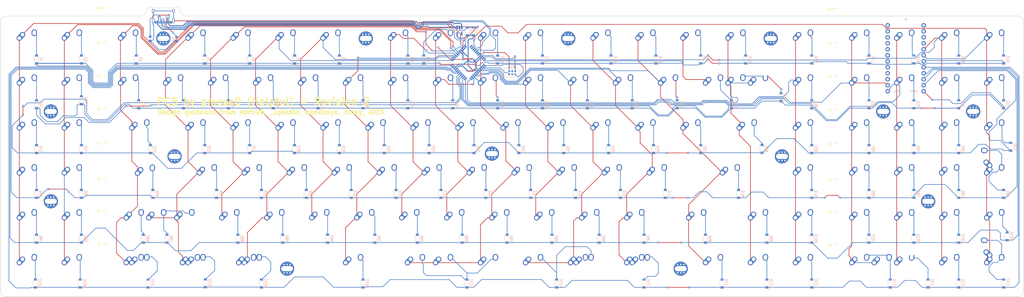
<source format=kicad_pcb>
(kicad_pcb (version 20171130) (host pcbnew "(5.0.0-rc2-dev-733-g23a9fcd91)")
  (layers (0 F.Cu signal) (31 B.Cu signal) (34 B.Paste user) (35 F.Paste user) (36 B.SilkS user) (37 F.SilkS user) (38 B.Mask user) (39 F.Mask user) (44 Edge.Cuts user))
  (net 0 "")
  (net 1 ROW0)
  (net 2 "Net-(D1-Pad2)")
  (net 3 "Net-(D2-Pad2)")
  (net 4 "Net-(D3-Pad2)")
  (net 5 "Net-(D4-Pad2)")
  (net 6 "Net-(D5-Pad2)")
  (net 7 "Net-(D6-Pad2)")
  (net 8 "Net-(D7-Pad2)")
  (net 9 "Net-(D8-Pad2)")
  (net 10 "Net-(D9-Pad2)")
  (net 11 "Net-(D10-Pad2)")
  (net 12 "Net-(D11-Pad2)")
  (net 13 "Net-(D12-Pad2)")
  (net 14 "Net-(D13-Pad2)")
  (net 15 "Net-(D14-Pad2)")
  (net 16 "Net-(D15-Pad2)")
  (net 17 "Net-(D16-Pad2)")
  (net 18 "Net-(D17-Pad2)")
  (net 19 "Net-(D18-Pad2)")
  (net 20 "Net-(D19-Pad2)")
  (net 21 "Net-(D20-Pad2)")
  (net 22 ROW1)
  (net 23 "Net-(D21-Pad2)")
  (net 24 "Net-(D22-Pad2)")
  (net 25 "Net-(D23-Pad2)")
  (net 26 "Net-(D24-Pad2)")
  (net 27 "Net-(D25-Pad2)")
  (net 28 "Net-(D26-Pad2)")
  (net 29 "Net-(D27-Pad2)")
  (net 30 "Net-(D28-Pad2)")
  (net 31 "Net-(D29-Pad2)")
  (net 32 "Net-(D30-Pad2)")
  (net 33 "Net-(D31-Pad2)")
  (net 34 "Net-(D32-Pad2)")
  (net 35 "Net-(D33-Pad2)")
  (net 36 "Net-(D34-Pad2)")
  (net 37 "Net-(D35-Pad2)")
  (net 38 "Net-(D36-Pad2)")
  (net 39 "Net-(D37-Pad2)")
  (net 40 "Net-(D38-Pad2)")
  (net 41 "Net-(D39-Pad2)")
  (net 42 "Net-(D40-Pad2)")
  (net 43 "Net-(D41-Pad2)")
  (net 44 "Net-(D42-Pad2)")
  (net 45 ROW2)
  (net 46 "Net-(D43-Pad2)")
  (net 47 "Net-(D44-Pad2)")
  (net 48 "Net-(D45-Pad2)")
  (net 49 "Net-(D46-Pad2)")
  (net 50 "Net-(D47-Pad2)")
  (net 51 "Net-(D48-Pad2)")
  (net 52 "Net-(D49-Pad2)")
  (net 53 "Net-(D50-Pad2)")
  (net 54 "Net-(D51-Pad2)")
  (net 55 "Net-(D52-Pad2)")
  (net 56 "Net-(D53-Pad2)")
  (net 57 "Net-(D54-Pad2)")
  (net 58 "Net-(D55-Pad2)")
  (net 59 "Net-(D56-Pad2)")
  (net 60 "Net-(D57-Pad2)")
  (net 61 "Net-(D58-Pad2)")
  (net 62 "Net-(D59-Pad2)")
  (net 63 "Net-(D60-Pad2)")
  (net 64 "Net-(D61-Pad2)")
  (net 65 "Net-(D62-Pad2)")
  (net 66 "Net-(D63-Pad2)")
  (net 67 "Net-(D64-Pad2)")
  (net 68 ROW3)
  (net 69 "Net-(D65-Pad2)")
  (net 70 "Net-(D66-Pad2)")
  (net 71 "Net-(D67-Pad2)")
  (net 72 "Net-(D68-Pad2)")
  (net 73 "Net-(D69-Pad2)")
  (net 74 "Net-(D70-Pad2)")
  (net 75 "Net-(D71-Pad2)")
  (net 76 "Net-(D72-Pad2)")
  (net 77 "Net-(D73-Pad2)")
  (net 78 "Net-(D74-Pad2)")
  (net 79 "Net-(D75-Pad2)")
  (net 80 "Net-(D76-Pad2)")
  (net 81 "Net-(D77-Pad2)")
  (net 82 "Net-(D78-Pad2)")
  (net 83 "Net-(D79-Pad2)")
  (net 84 "Net-(D80-Pad2)")
  (net 85 "Net-(D81-Pad2)")
  (net 86 "Net-(D82-Pad2)")
  (net 87 "Net-(D83-Pad2)")
  (net 88 ROW4)
  (net 89 "Net-(D84-Pad2)")
  (net 90 "Net-(D85-Pad2)")
  (net 91 "Net-(D86-Pad2)")
  (net 92 "Net-(D87-Pad2)")
  (net 93 "Net-(D88-Pad2)")
  (net 94 "Net-(D89-Pad2)")
  (net 95 "Net-(D90-Pad2)")
  (net 96 "Net-(D91-Pad2)")
  (net 97 "Net-(D92-Pad2)")
  (net 98 "Net-(D93-Pad2)")
  (net 99 "Net-(D94-Pad2)")
  (net 100 "Net-(D95-Pad2)")
  (net 101 "Net-(D96-Pad2)")
  (net 102 "Net-(D97-Pad2)")
  (net 103 "Net-(D98-Pad2)")
  (net 104 "Net-(D99-Pad2)")
  (net 105 "Net-(D100-Pad2)")
  (net 106 "Net-(D101-Pad2)")
  (net 107 "Net-(D102-Pad2)")
  (net 108 "Net-(D103-Pad2)")
  (net 109 "Net-(D104-Pad2)")
  (net 110 ROW5)
  (net 111 "Net-(D105-Pad2)")
  (net 112 "Net-(D106-Pad2)")
  (net 113 "Net-(D107-Pad2)")
  (net 114 "Net-(D108-Pad2)")
  (net 115 "Net-(D109-Pad2)")
  (net 116 "Net-(D110-Pad2)")
  (net 117 "Net-(D111-Pad2)")
  (net 118 "Net-(D112-Pad2)")
  (net 119 "Net-(D113-Pad2)")
  (net 120 "Net-(D114-Pad2)")
  (net 121 "Net-(D115-Pad2)")
  (net 122 "Net-(D116-Pad2)")
  (net 123 "Net-(D117-Pad2)")
  (net 124 "Net-(D118-Pad2)")
  (net 125 "Net-(D119-Pad2)")
  (net 126 "Net-(J1-PadA6)")
  (net 127 GND)
  (net 128 +5V)
  (net 129 "Net-(J1-PadA7)")
  (net 130 "Net-(J1-PadA8)")
  (net 131 "Net-(J1-PadB5)")
  (net 132 "Net-(J1-PadA5)")
  (net 133 "Net-(J1-PadB8)")
  (net 134 COL0)
  (net 135 COL1)
  (net 136 COL2)
  (net 137 COL3)
  (net 138 COL4)
  (net 139 COL5)
  (net 140 COL6)
  (net 141 COL7)
  (net 142 COL8)
  (net 143 COL9)
  (net 144 COL10)
  (net 145 COL11)
  (net 146 COL12)
  (net 147 COL13)
  (net 148 COL14)
  (net 149 COL15)
  (net 150 COL16)
  (net 151 COL17)
  (net 152 COL18)
  (net 153 COL19)
  (net 154 PDI)
  (net 155 VCC)
  (net 156 "Net-(P1-Pad3)")
  (net 157 "Net-(P1-Pad4)")
  (net 158 RST)
  (net 159 "Net-(U1-Pad4)")
  (net 160 SDA)
  (net 161 SCL)
  (net 162 "Net-(D120-Pad2)")
  (net 163 "Net-(B1-Pad1)")
  (net 164 "Net-(B1-Pad2)")
  (net 165 "Net-(B1-Pad3)")
  (net 166 "Net-(B1-Pad4)")
  (net 167 "Net-(B1-Pad21)")
  (net 168 "Net-(B1-Pad22)")
  (net 169 "Net-(B1-Pad23)")
  (net 170 "Net-(B1-Pad24)")
  (net 171 "Net-(B1-Pad15)")
  (net 172 "Net-(B1-Pad16)")
  (net 173 "Net-(B1-Pad17)")
  (net 174 "Net-(B1-Pad18)")
  (net 175 "Net-(B1-Pad19)")
  (net 176 "Net-(B1-Pad20)")
  (net 177 "Net-(U2-Pad23)")
  (net 178 "Net-(U2-Pad24)")
  (net 179 COL20)
  (net 180 COL21)
  (module ai03_hybrid:MX-1U-NoLED (layer F.Cu) (at 150.01875 166.6875)
    (fp_text reference K91)
    (fp_text value KEYSW)
    (pad 2 thru_hole oval (at 2.5 -4.5 86.0548) (size 2.831378 2.25) (drill 1.47 (offset 0.290689 0)) (layers *.Cu B.Mask) (net 93 "Net-(D88-Pad2)"))
    (pad 2 thru_hole circle (at 2.54 -5.08) (size 2.25 2.25) (drill 1.47) (layers *.Cu B.Mask) (net 93 "Net-(D88-Pad2)"))
    (pad 1 thru_hole oval (at -3.81 -2.54 48.0996) (size 4.211556 2.25) (drill 1.47 (offset 0.980778 0)) (layers *.Cu B.Mask) (net 138 COL4))
    (pad "" np_thru_hole circle (at 0 0) (size 3.9878 3.9878) (drill 3.9878) (layers *.Cu *.Mask))
    (pad 1 thru_hole circle (at -2.5 -4) (size 2.25 2.25) (drill 1.47) (layers *.Cu B.Mask) (net 138 COL4))
    (pad "" np_thru_hole circle (at -5.08 0 48.0996) (size 1.75 1.75) (drill 1.75) (layers *.Cu *.Mask))
    (pad "" np_thru_hole circle (at 5.08 0 48.0996) (size 1.75 1.75) (drill 1.75) (layers *.Cu *.Mask))
  )
  (module Resistor_SMD:R_0603_1608Metric_Pad0.99x1.00mm_HandSolder (layer B.Cu) (at 127.01 88.39 270)
    (fp_text reference R1 (at 0 1.45 270) (layer B.SilkS) (effects (justify mirror)))
    (fp_text value 5.1k)
    (pad 2 smd rect (at 0.8875 0 270) (size 0.995 1) (layers B.Cu B.Paste B.Mask) (net 127 GND))
    (pad 1 smd rect (at -0.8875 0 270) (size 0.995 1) (layers B.Cu B.Paste B.Mask) (net 131 "Net-(J1-PadB5)"))
  )
  (module ai03_hybrid:MX-1U-NoLED (layer F.Cu) (at 259.55625 90.4875)
    (fp_text reference K10)
    (fp_text value KEYSW)
    (pad "" np_thru_hole circle (at 5.08 0 48.0996) (size 1.75 1.75) (drill 1.75) (layers *.Cu *.Mask))
    (pad "" np_thru_hole circle (at -5.08 0 48.0996) (size 1.75 1.75) (drill 1.75) (layers *.Cu *.Mask))
    (pad 1 thru_hole circle (at -2.5 -4) (size 2.25 2.25) (drill 1.47) (layers *.Cu B.Mask) (net 144 COL10))
    (pad "" np_thru_hole circle (at 0 0) (size 3.9878 3.9878) (drill 3.9878) (layers *.Cu *.Mask))
    (pad 1 thru_hole oval (at -3.81 -2.54 48.0996) (size 4.211556 2.25) (drill 1.47 (offset 0.980778 0)) (layers *.Cu B.Mask) (net 144 COL10))
    (pad 2 thru_hole circle (at 2.54 -5.08) (size 2.25 2.25) (drill 1.47) (layers *.Cu B.Mask) (net 11 "Net-(D10-Pad2)"))
    (pad 2 thru_hole oval (at 2.5 -4.5 86.0548) (size 2.831378 2.25) (drill 1.47 (offset 0.290689 0)) (layers *.Cu B.Mask) (net 11 "Net-(D10-Pad2)"))
  )
  (module ai03_hybrid:MX-1U-NoLED (layer F.Cu) (at 107.15625 90.4875)
    (fp_text reference K3)
    (fp_text value KEYSW)
    (pad 2 thru_hole oval (at 2.5 -4.5 86.0548) (size 2.831378 2.25) (drill 1.47 (offset 0.290689 0)) (layers *.Cu B.Mask) (net 4 "Net-(D3-Pad2)"))
    (pad 2 thru_hole circle (at 2.54 -5.08) (size 2.25 2.25) (drill 1.47) (layers *.Cu B.Mask) (net 4 "Net-(D3-Pad2)"))
    (pad 1 thru_hole oval (at -3.81 -2.54 48.0996) (size 4.211556 2.25) (drill 1.47 (offset 0.980778 0)) (layers *.Cu B.Mask) (net 136 COL2))
    (pad "" np_thru_hole circle (at 0 0) (size 3.9878 3.9878) (drill 3.9878) (layers *.Cu *.Mask))
    (pad 1 thru_hole circle (at -2.5 -4) (size 2.25 2.25) (drill 1.47) (layers *.Cu B.Mask) (net 136 COL2))
    (pad "" np_thru_hole circle (at -5.08 0 48.0996) (size 1.75 1.75) (drill 1.75) (layers *.Cu *.Mask))
    (pad "" np_thru_hole circle (at 5.08 0 48.0996) (size 1.75 1.75) (drill 1.75) (layers *.Cu *.Mask))
  )
  (module Helpful:slot_10mm (layer F.Cu) (at 95.53 175.05)
    (fp_text reference REF** (at 0 0.5) (layer F.SilkS))
    (fp_text value slot_10mm)
    (pad "" np_thru_hole oval (at 0 12.7) (size 1 8) (drill oval 1 8) (layers *.Cu *.Mask))
  )
  (module Helpful:slot_10mm (layer F.Cu) (at 95.43 132.22)
    (fp_text reference REF** (at 0 0.5) (layer F.SilkS))
    (fp_text value slot_10mm)
    (pad "" np_thru_hole oval (at 0 12.7) (size 1 8) (drill oval 1 8) (layers *.Cu *.Mask))
  )
  (module Helpful:slot_10mm (layer F.Cu) (at 95.48 117.67)
    (fp_text reference REF** (at 0 0.5) (layer F.SilkS))
    (fp_text value slot_10mm)
    (pad "" np_thru_hole oval (at 0 12.7) (size 1 8) (drill oval 1 8) (layers *.Cu *.Mask))
  )
  (module Helpful:slot_10mm (layer F.Cu) (at 95.43 147.24)
    (fp_text reference REF** (at 0 0.5) (layer F.SilkS))
    (fp_text value slot_10mm)
    (pad "" np_thru_hole oval (at 0 12.7) (size 1 8) (drill oval 1 8) (layers *.Cu *.Mask))
  )
  (module Helpful:slot_10mm (layer F.Cu) (at 95.27 74.89)
    (fp_text reference REF** (at 0 0.5) (layer F.SilkS))
    (fp_text value slot_10mm)
    (pad "" np_thru_hole oval (at 0 12.7) (size 1 8) (drill oval 1 8) (layers *.Cu *.Mask))
  )
  (module Helpful:slot_10mm (layer F.Cu) (at 95.37 160.91)
    (fp_text reference REF** (at 0 0.5) (layer F.SilkS))
    (fp_text value slot_10mm)
    (pad "" np_thru_hole oval (at 0 12.7) (size 1 8) (drill oval 1 8) (layers *.Cu *.Mask))
  )
  (module Helpful:slot_10mm (layer F.Cu) (at 95.43 103.56)
    (fp_text reference REF** (at 0 0.5) (layer F.SilkS))
    (fp_text value slot_10mm)
    (pad "" np_thru_hole oval (at 0 12.7) (size 1 8) (drill oval 1 8) (layers *.Cu *.Mask))
  )
  (module Helpful:slot_10mm (layer F.Cu) (at 95.43 89.47)
    (fp_text reference REF** (at 0 0.5) (layer F.SilkS))
    (fp_text value slot_10mm)
    (pad "" np_thru_hole oval (at 0 12.7) (size 1 8) (drill oval 1 8) (layers *.Cu *.Mask))
  )
  (module ai03_hybrid:MX-1U-NoLED (layer F.Cu) (at 392.90625 109.5375)
    (fp_text reference K38)
    (fp_text value KEYSW)
    (pad 2 thru_hole oval (at 2.5 -4.5 86.0548) (size 2.831378 2.25) (drill 1.47 (offset 0.290689 0)) (layers *.Cu B.Mask) (net 40 "Net-(D38-Pad2)"))
    (pad 2 thru_hole circle (at 2.54 -5.08) (size 2.25 2.25) (drill 1.47) (layers *.Cu B.Mask) (net 40 "Net-(D38-Pad2)"))
    (pad 1 thru_hole oval (at -3.81 -2.54 48.0996) (size 4.211556 2.25) (drill 1.47 (offset 0.980778 0)) (layers *.Cu B.Mask) (net 151 COL17))
    (pad "" np_thru_hole circle (at 0 0) (size 3.9878 3.9878) (drill 3.9878) (layers *.Cu *.Mask))
    (pad 1 thru_hole circle (at -2.5 -4) (size 2.25 2.25) (drill 1.47) (layers *.Cu B.Mask) (net 151 COL17))
    (pad "" np_thru_hole circle (at -5.08 0 48.0996) (size 1.75 1.75) (drill 1.75) (layers *.Cu *.Mask))
    (pad "" np_thru_hole circle (at 5.08 0 48.0996) (size 1.75 1.75) (drill 1.75) (layers *.Cu *.Mask))
  )
  (module ai03_hybrid:MX-1U-NoLED (layer F.Cu) (at 297.65625 109.5375)
    (fp_text reference K33)
    (fp_text value KEYSW)
    (pad "" np_thru_hole circle (at 5.08 0 48.0996) (size 1.75 1.75) (drill 1.75) (layers *.Cu *.Mask))
    (pad "" np_thru_hole circle (at -5.08 0 48.0996) (size 1.75 1.75) (drill 1.75) (layers *.Cu *.Mask))
    (pad 1 thru_hole circle (at -2.5 -4) (size 2.25 2.25) (drill 1.47) (layers *.Cu B.Mask) (net 146 COL12))
    (pad "" np_thru_hole circle (at 0 0) (size 3.9878 3.9878) (drill 3.9878) (layers *.Cu *.Mask))
    (pad 1 thru_hole oval (at -3.81 -2.54 48.0996) (size 4.211556 2.25) (drill 1.47 (offset 0.980778 0)) (layers *.Cu B.Mask) (net 146 COL12))
    (pad 2 thru_hole circle (at 2.54 -5.08) (size 2.25 2.25) (drill 1.47) (layers *.Cu B.Mask) (net 35 "Net-(D33-Pad2)"))
    (pad 2 thru_hole oval (at 2.5 -4.5 86.0548) (size 2.831378 2.25) (drill 1.47 (offset 0.290689 0)) (layers *.Cu B.Mask) (net 35 "Net-(D33-Pad2)"))
  )
  (module ai03_hybrid:MX-1U-NoLED (layer F.Cu) (at 259.55625 109.5375)
    (fp_text reference K31)
    (fp_text value KEYSW)
    (pad 2 thru_hole oval (at 2.5 -4.5 86.0548) (size 2.831378 2.25) (drill 1.47 (offset 0.290689 0)) (layers *.Cu B.Mask) (net 33 "Net-(D31-Pad2)"))
    (pad 2 thru_hole circle (at 2.54 -5.08) (size 2.25 2.25) (drill 1.47) (layers *.Cu B.Mask) (net 33 "Net-(D31-Pad2)"))
    (pad 1 thru_hole oval (at -3.81 -2.54 48.0996) (size 4.211556 2.25) (drill 1.47 (offset 0.980778 0)) (layers *.Cu B.Mask) (net 144 COL10))
    (pad "" np_thru_hole circle (at 0 0) (size 3.9878 3.9878) (drill 3.9878) (layers *.Cu *.Mask))
    (pad 1 thru_hole circle (at -2.5 -4) (size 2.25 2.25) (drill 1.47) (layers *.Cu B.Mask) (net 144 COL10))
    (pad "" np_thru_hole circle (at -5.08 0 48.0996) (size 1.75 1.75) (drill 1.75) (layers *.Cu *.Mask))
    (pad "" np_thru_hole circle (at 5.08 0 48.0996) (size 1.75 1.75) (drill 1.75) (layers *.Cu *.Mask))
  )
  (module ai03_hybrid:MX-1.5U-NoLED (layer F.Cu) (at 111.91875 128.5875)
    (fp_text reference K47)
    (fp_text value KEYSW)
    (pad 2 thru_hole oval (at 2.5 -4.5 86.0548) (size 2.831378 2.25) (drill 1.47 (offset 0.290689 0)) (layers *.Cu B.Mask) (net 48 "Net-(D45-Pad2)"))
    (pad 2 thru_hole circle (at 2.54 -5.08) (size 2.25 2.25) (drill 1.47) (layers *.Cu B.Mask) (net 48 "Net-(D45-Pad2)"))
    (pad 1 thru_hole oval (at -3.81 -2.54 48.0996) (size 4.211556 2.25) (drill 1.47 (offset 0.980778 0)) (layers *.Cu B.Mask) (net 136 COL2))
    (pad "" np_thru_hole circle (at 0 0) (size 3.9878 3.9878) (drill 3.9878) (layers *.Cu *.Mask))
    (pad 1 thru_hole circle (at -2.5 -4) (size 2.25 2.25) (drill 1.47) (layers *.Cu B.Mask) (net 136 COL2))
    (pad "" np_thru_hole circle (at -5.08 0 48.0996) (size 1.75 1.75) (drill 1.75) (layers *.Cu *.Mask))
    (pad "" np_thru_hole circle (at 5.08 0 48.0996) (size 1.75 1.75) (drill 1.75) (layers *.Cu *.Mask))
  )
  (module Resistor_SMD:R_0603_1608Metric_Pad0.99x1.00mm_HandSolder (layer B.Cu) (at 115.87 88.2375 270)
    (fp_text reference R2 (at 0 1.45 270) (layer B.SilkS) (effects (justify mirror)))
    (fp_text value 5.1k)
    (pad 1 smd rect (at -0.8875 0 270) (size 0.995 1) (layers B.Cu B.Paste B.Mask) (net 132 "Net-(J1-PadA5)"))
    (pad 2 smd rect (at 0.8875 0 270) (size 0.995 1) (layers B.Cu B.Paste B.Mask) (net 127 GND))
  )
  (module ai03_hybrid:MX-1U-NoLED (layer F.Cu) (at 83.34375 147.6375)
    (fp_text reference K68)
    (fp_text value KEYSW)
    (pad 2 thru_hole oval (at 2.5 -4.5 86.0548) (size 2.831378 2.25) (drill 1.47 (offset 0.290689 0)) (layers *.Cu B.Mask) (net 69 "Net-(D65-Pad2)"))
    (pad 2 thru_hole circle (at 2.54 -5.08) (size 2.25 2.25) (drill 1.47) (layers *.Cu B.Mask) (net 69 "Net-(D65-Pad2)"))
    (pad 1 thru_hole oval (at -3.81 -2.54 48.0996) (size 4.211556 2.25) (drill 1.47 (offset 0.980778 0)) (layers *.Cu B.Mask) (net 135 COL1))
    (pad "" np_thru_hole circle (at 0 0) (size 3.9878 3.9878) (drill 3.9878) (layers *.Cu *.Mask))
    (pad 1 thru_hole circle (at -2.5 -4) (size 2.25 2.25) (drill 1.47) (layers *.Cu B.Mask) (net 135 COL1))
    (pad "" np_thru_hole circle (at -5.08 0 48.0996) (size 1.75 1.75) (drill 1.75) (layers *.Cu *.Mask))
    (pad "" np_thru_hole circle (at 5.08 0 48.0996) (size 1.75 1.75) (drill 1.75) (layers *.Cu *.Mask))
  )
  (module Helpful:slot_10mm (layer F.Cu) (at 404.76 75.21)
    (fp_text reference REF** (at 0 0.5) (layer F.SilkS))
    (fp_text value slot_10mm)
    (pad "" np_thru_hole oval (at 0 12.7) (size 1 8) (drill oval 1 8) (layers *.Cu *.Mask))
  )
  (module Helpful:slot_10mm (layer F.Cu) (at 404.92 89.79)
    (fp_text reference REF** (at 0 0.5) (layer F.SilkS))
    (fp_text value slot_10mm)
    (pad "" np_thru_hole oval (at 0 12.7) (size 1 8) (drill oval 1 8) (layers *.Cu *.Mask))
  )
  (module Helpful:slot_10mm (layer F.Cu) (at 404.92 103.88)
    (fp_text reference REF** (at 0 0.5) (layer F.SilkS))
    (fp_text value slot_10mm)
    (pad "" np_thru_hole oval (at 0 12.7) (size 1 8) (drill oval 1 8) (layers *.Cu *.Mask))
  )
  (module Diode_SMD:D_SOD-123 (layer B.Cu) (at 117 154 90)
    (fp_text reference D66 (at 0 2 90) (layer B.SilkS) (effects (justify mirror)))
    (fp_text value D)
    (pad 2 smd rect (at 1.65 0 90) (size 0.9 1.2) (layers B.Cu B.Paste B.Mask) (net 70 "Net-(D66-Pad2)"))
    (pad 1 smd rect (at -1.65 0 90) (size 0.9 1.2) (layers B.Cu B.Paste B.Mask) (net 68 ROW3))
  )
  (module ai03_hybrid:MX-1.75U-NoLED (layer F.Cu) (at 114.3 147.79625)
    (fp_text reference K69)
    (fp_text value KEYSW)
    (pad 2 thru_hole oval (at 2.5 -4.5 86.0548) (size 2.831378 2.25) (drill 1.47 (offset 0.290689 0)) (layers *.Cu B.Mask) (net 70 "Net-(D66-Pad2)"))
    (pad 2 thru_hole circle (at 2.54 -5.08) (size 2.25 2.25) (drill 1.47) (layers *.Cu B.Mask) (net 70 "Net-(D66-Pad2)"))
    (pad 1 thru_hole oval (at -3.81 -2.54 48.0996) (size 4.211556 2.25) (drill 1.47 (offset 0.980778 0)) (layers *.Cu B.Mask) (net 136 COL2))
    (pad "" np_thru_hole circle (at 0 0) (size 3.9878 3.9878) (drill 3.9878) (layers *.Cu *.Mask))
    (pad 1 thru_hole circle (at -2.5 -4) (size 2.25 2.25) (drill 1.47) (layers *.Cu B.Mask) (net 136 COL2))
    (pad "" np_thru_hole circle (at -5.08 0 48.0996) (size 1.75 1.75) (drill 1.75) (layers *.Cu *.Mask))
    (pad "" np_thru_hole circle (at 5.08 0 48.0996) (size 1.75 1.75) (drill 1.75) (layers *.Cu *.Mask))
  )
  (module ai03_hybrid:MX-2.25U-NoLED (layer F.Cu) (at 361.95 147.6375)
    (fp_text reference K81)
    (fp_text value KEYSW)
    (pad "" np_thru_hole circle (at 11.938 8.255) (size 3.9878 3.9878) (drill 3.9878) (layers *.Cu *.Mask))
    (pad "" np_thru_hole circle (at -11.938 8.255) (size 3.9878 3.9878) (drill 3.9878) (layers *.Cu *.Mask))
    (pad "" np_thru_hole circle (at 11.938 -6.985) (size 3.048 3.048) (drill 3.048) (layers *.Cu *.Mask))
    (pad "" np_thru_hole circle (at -11.938 -6.985) (size 3.048 3.048) (drill 3.048) (layers *.Cu *.Mask))
    (pad "" np_thru_hole circle (at 5.08 0 48.0996) (size 1.75 1.75) (drill 1.75) (layers *.Cu *.Mask))
    (pad "" np_thru_hole circle (at -5.08 0 48.0996) (size 1.75 1.75) (drill 1.75) (layers *.Cu *.Mask))
    (pad 1 thru_hole circle (at -2.5 -4) (size 2.25 2.25) (drill 1.47) (layers *.Cu B.Mask) (net 148 COL14))
    (pad "" np_thru_hole circle (at 0 0) (size 3.9878 3.9878) (drill 3.9878) (layers *.Cu *.Mask))
    (pad 1 thru_hole oval (at -3.81 -2.54 48.0996) (size 4.211556 2.25) (drill 1.47 (offset 0.980778 0)) (layers *.Cu B.Mask) (net 148 COL14))
    (pad 2 thru_hole circle (at 2.54 -5.08) (size 2.25 2.25) (drill 1.47) (layers *.Cu B.Mask) (net 82 "Net-(D78-Pad2)"))
    (pad 2 thru_hole oval (at 2.5 -4.5 86.0548) (size 2.831378 2.25) (drill 1.47 (offset 0.290689 0)) (layers *.Cu B.Mask) (net 82 "Net-(D78-Pad2)"))
  )
  (module Diode_SMD:D_SOD-123 (layer B.Cu) (at 329 135 90)
    (fp_text reference D56 (at 0 2 90) (layer B.SilkS) (effects (justify mirror)))
    (fp_text value D)
    (pad 2 smd rect (at 1.65 0 90) (size 0.9 1.2) (layers B.Cu B.Paste B.Mask) (net 59 "Net-(D56-Pad2)"))
    (pad 1 smd rect (at -1.65 0 90) (size 0.9 1.2) (layers B.Cu B.Paste B.Mask) (net 45 ROW2))
  )
  (module Helpful:slot_10mm (layer F.Cu) (at 404.86 161.23)
    (fp_text reference REF** (at 0 0.5) (layer F.SilkS))
    (fp_text value slot_10mm)
    (pad "" np_thru_hole oval (at 0 12.7) (size 1 8) (drill oval 1 8) (layers *.Cu *.Mask))
  )
  (module Diode_SMD:D_SOD-123 (layer B.Cu) (at 250.18 85.12 90)
    (fp_text reference C1 (at 0 2 90) (layer B.SilkS) (effects (justify mirror)))
    (fp_text value 10uf)
    (pad 2 smd rect (at 1.65 0 90) (size 0.9 1.2) (layers B.Cu B.Paste B.Mask) (net 127 GND))
    (pad 1 smd rect (at -1.65 0 90) (size 0.9 1.2) (layers B.Cu B.Paste B.Mask) (net 155 VCC))
  )
  (module Diode_SMD:D_SOD-123 (layer B.Cu) (at 252.82 85.11 90)
    (fp_text reference C2 (at 0 2 90) (layer B.SilkS) (effects (justify mirror)))
    (fp_text value 0.4uf)
    (pad 2 smd rect (at 1.65 0 90) (size 0.9 1.2) (layers B.Cu B.Paste B.Mask) (net 127 GND))
    (pad 1 smd rect (at -1.65 0 90) (size 0.9 1.2) (layers B.Cu B.Paste B.Mask) (net 155 VCC))
  )
  (module Diode_SMD:D_SOD-123 (layer B.Cu) (at 67.7625 97 90)
    (fp_text reference D1 (at 0 2 90) (layer B.SilkS) (effects (justify mirror)))
    (fp_text value D)
    (pad 1 smd rect (at -1.65 0 90) (size 0.9 1.2) (layers B.Cu B.Paste B.Mask) (net 1 ROW0))
    (pad 2 smd rect (at 1.65 0 90) (size 0.9 1.2) (layers B.Cu B.Paste B.Mask) (net 2 "Net-(D1-Pad2)"))
  )
  (module Diode_SMD:D_SOD-123 (layer B.Cu) (at 86.7625 97 90)
    (fp_text reference D2 (at 0 2 90) (layer B.SilkS) (effects (justify mirror)))
    (fp_text value D)
    (pad 2 smd rect (at 1.65 0 90) (size 0.9 1.2) (layers B.Cu B.Paste B.Mask) (net 3 "Net-(D2-Pad2)"))
    (pad 1 smd rect (at -1.65 0 90) (size 0.9 1.2) (layers B.Cu B.Paste B.Mask) (net 1 ROW0))
  )
  (module Diode_SMD:D_SOD-123 (layer B.Cu) (at 110 97 90)
    (fp_text reference D3 (at 0 2 90) (layer B.SilkS) (effects (justify mirror)))
    (fp_text value D)
    (pad 1 smd rect (at -1.65 0 90) (size 0.9 1.2) (layers B.Cu B.Paste B.Mask) (net 1 ROW0))
    (pad 2 smd rect (at 1.65 0 90) (size 0.9 1.2) (layers B.Cu B.Paste B.Mask) (net 4 "Net-(D3-Pad2)"))
  )
  (module Diode_SMD:D_SOD-123 (layer B.Cu) (at 139 97 90)
    (fp_text reference D4 (at 0 2 90) (layer B.SilkS) (effects (justify mirror)))
    (fp_text value D)
    (pad 2 smd rect (at 1.65 0 90) (size 0.9 1.2) (layers B.Cu B.Paste B.Mask) (net 5 "Net-(D4-Pad2)"))
    (pad 1 smd rect (at -1.65 0 90) (size 0.9 1.2) (layers B.Cu B.Paste B.Mask) (net 1 ROW0))
  )
  (module Diode_SMD:D_SOD-123 (layer B.Cu) (at 158 97 90)
    (fp_text reference D5 (at 0 2 90) (layer B.SilkS) (effects (justify mirror)))
    (fp_text value D)
    (pad 1 smd rect (at -1.65 0 90) (size 0.9 1.2) (layers B.Cu B.Paste B.Mask) (net 1 ROW0))
    (pad 2 smd rect (at 1.65 0 90) (size 0.9 1.2) (layers B.Cu B.Paste B.Mask) (net 6 "Net-(D5-Pad2)"))
  )
  (module Diode_SMD:D_SOD-123 (layer B.Cu) (at 177 97 90)
    (fp_text reference D6 (at 0 2 90) (layer B.SilkS) (effects (justify mirror)))
    (fp_text value D)
    (pad 2 smd rect (at 1.65 0 90) (size 0.9 1.2) (layers B.Cu B.Paste B.Mask) (net 7 "Net-(D6-Pad2)"))
    (pad 1 smd rect (at -1.65 0 90) (size 0.9 1.2) (layers B.Cu B.Paste B.Mask) (net 1 ROW0))
  )
  (module Diode_SMD:D_SOD-123 (layer B.Cu) (at 196 97 90)
    (fp_text reference D7 (at 0 2 90) (layer B.SilkS) (effects (justify mirror)))
    (fp_text value D)
    (pad 1 smd rect (at -1.65 0 90) (size 0.9 1.2) (layers B.Cu B.Paste B.Mask) (net 1 ROW0))
    (pad 2 smd rect (at 1.65 0 90) (size 0.9 1.2) (layers B.Cu B.Paste B.Mask) (net 8 "Net-(D7-Pad2)"))
  )
  (module Diode_SMD:D_SOD-123 (layer B.Cu) (at 225 97 90)
    (fp_text reference D8 (at 0 2 90) (layer B.SilkS) (effects (justify mirror)))
    (fp_text value D)
    (pad 2 smd rect (at 1.65 0 90) (size 0.9 1.2) (layers B.Cu B.Paste B.Mask) (net 9 "Net-(D8-Pad2)"))
    (pad 1 smd rect (at -1.65 0 90) (size 0.9 1.2) (layers B.Cu B.Paste B.Mask) (net 1 ROW0))
  )
  (module Diode_SMD:D_SOD-123 (layer B.Cu) (at 231.73 96.97 90)
    (fp_text reference D9 (at 0 2 90) (layer B.SilkS) (effects (justify mirror)))
    (fp_text value D)
    (pad 1 smd rect (at -1.65 0 90) (size 0.9 1.2) (layers B.Cu B.Paste B.Mask) (net 1 ROW0))
    (pad 2 smd rect (at 1.65 0 90) (size 0.9 1.2) (layers B.Cu B.Paste B.Mask) (net 10 "Net-(D9-Pad2)"))
  )
  (module Diode_SMD:D_SOD-123 (layer B.Cu) (at 263 97 90)
    (fp_text reference D10 (at 0 2 90) (layer B.SilkS) (effects (justify mirror)))
    (fp_text value D)
    (pad 1 smd rect (at -1.65 0 90) (size 0.9 1.2) (layers B.Cu B.Paste B.Mask) (net 1 ROW0))
    (pad 2 smd rect (at 1.65 0 90) (size 0.9 1.2) (layers B.Cu B.Paste B.Mask) (net 11 "Net-(D10-Pad2)"))
  )
  (module Diode_SMD:D_SOD-123 (layer B.Cu) (at 282 97 90)
    (fp_text reference D11 (at 0 2 90) (layer B.SilkS) (effects (justify mirror)))
    (fp_text value D)
    (pad 1 smd rect (at -1.65 0 90) (size 0.9 1.2) (layers B.Cu B.Paste B.Mask) (net 1 ROW0))
    (pad 2 smd rect (at 1.65 0 90) (size 0.9 1.2) (layers B.Cu B.Paste B.Mask) (net 12 "Net-(D11-Pad2)"))
  )
  (module Diode_SMD:D_SOD-123 (layer B.Cu) (at 311 97 90)
    (fp_text reference D12 (at 0 2 90) (layer B.SilkS) (effects (justify mirror)))
    (fp_text value D)
    (pad 2 smd rect (at 1.65 0 90) (size 0.9 1.2) (layers B.Cu B.Paste B.Mask) (net 13 "Net-(D12-Pad2)"))
    (pad 1 smd rect (at -1.65 0 90) (size 0.9 1.2) (layers B.Cu B.Paste B.Mask) (net 1 ROW0))
  )
  (module Diode_SMD:D_SOD-123 (layer B.Cu) (at 330 97 90)
    (fp_text reference D13 (at 0 2 90) (layer B.SilkS) (effects (justify mirror)))
    (fp_text value D)
    (pad 1 smd rect (at -1.65 0 90) (size 0.9 1.2) (layers B.Cu B.Paste B.Mask) (net 1 ROW0))
    (pad 2 smd rect (at 1.65 0 90) (size 0.9 1.2) (layers B.Cu B.Paste B.Mask) (net 14 "Net-(D13-Pad2)"))
  )
  (module Diode_SMD:D_SOD-123 (layer B.Cu) (at 349 97 90)
    (fp_text reference D14 (at 0 2 90) (layer B.SilkS) (effects (justify mirror)))
    (fp_text value D)
    (pad 2 smd rect (at 1.65 0 90) (size 0.9 1.2) (layers B.Cu B.Paste B.Mask) (net 15 "Net-(D14-Pad2)"))
    (pad 1 smd rect (at -1.65 0 90) (size 0.9 1.2) (layers B.Cu B.Paste B.Mask) (net 1 ROW0))
  )
  (module Diode_SMD:D_SOD-123 (layer B.Cu) (at 368 97 90)
    (fp_text reference D15 (at 0 2 90) (layer B.SilkS) (effects (justify mirror)))
    (fp_text value D)
    (pad 1 smd rect (at -1.65 0 90) (size 0.9 1.2) (layers B.Cu B.Paste B.Mask) (net 1 ROW0))
    (pad 2 smd rect (at 1.65 0 90) (size 0.9 1.2) (layers B.Cu B.Paste B.Mask) (net 16 "Net-(D15-Pad2)"))
  )
  (module Diode_SMD:D_SOD-123 (layer B.Cu) (at 396 97 90)
    (fp_text reference D16 (at 0 2 90) (layer B.SilkS) (effects (justify mirror)))
    (fp_text value D)
    (pad 2 smd rect (at 1.65 0 90) (size 0.9 1.2) (layers B.Cu B.Paste B.Mask) (net 17 "Net-(D16-Pad2)"))
    (pad 1 smd rect (at -1.65 0 90) (size 0.9 1.2) (layers B.Cu B.Paste B.Mask) (net 1 ROW0))
  )
  (module Diode_SMD:D_SOD-123 (layer B.Cu) (at 420.2375 97 90)
    (fp_text reference D17 (at 0 2 90) (layer B.SilkS) (effects (justify mirror)))
    (fp_text value D)
    (pad 1 smd rect (at -1.65 0 90) (size 0.9 1.2) (layers B.Cu B.Paste B.Mask) (net 1 ROW0))
    (pad 2 smd rect (at 1.65 0 90) (size 0.9 1.2) (layers B.Cu B.Paste B.Mask) (net 18 "Net-(D17-Pad2)"))
  )
  (module Diode_SMD:D_SOD-123 (layer B.Cu) (at 439.2375 97 90)
    (fp_text reference D18 (at 0 2 90) (layer B.SilkS) (effects (justify mirror)))
    (fp_text value D)
    (pad 2 smd rect (at 1.65 0 90) (size 0.9 1.2) (layers B.Cu B.Paste B.Mask) (net 19 "Net-(D18-Pad2)"))
    (pad 1 smd rect (at -1.65 0 90) (size 0.9 1.2) (layers B.Cu B.Paste B.Mask) (net 1 ROW0))
  )
  (module Diode_SMD:D_SOD-123 (layer B.Cu) (at 458.2375 97 90)
    (fp_text reference D19 (at 0 2 90) (layer B.SilkS) (effects (justify mirror)))
    (fp_text value D)
    (pad 1 smd rect (at -1.65 0 90) (size 0.9 1.2) (layers B.Cu B.Paste B.Mask) (net 1 ROW0))
    (pad 2 smd rect (at 1.65 0 90) (size 0.9 1.2) (layers B.Cu B.Paste B.Mask) (net 20 "Net-(D19-Pad2)"))
  )
  (module Diode_SMD:D_SOD-123 (layer B.Cu) (at 477.2375 97 90)
    (fp_text reference D20 (at 0 2 90) (layer B.SilkS) (effects (justify mirror)))
    (fp_text value D)
    (pad 2 smd rect (at 1.65 0 90) (size 0.9 1.2) (layers B.Cu B.Paste B.Mask) (net 21 "Net-(D20-Pad2)"))
    (pad 1 smd rect (at -1.65 0 90) (size 0.9 1.2) (layers B.Cu B.Paste B.Mask) (net 1 ROW0))
  )
  (module Diode_SMD:D_SOD-123 (layer B.Cu) (at 67.7625 116 90)
    (fp_text reference D21 (at 0 2 90) (layer B.SilkS) (effects (justify mirror)))
    (fp_text value D)
    (pad 1 smd rect (at -1.65 0 90) (size 0.9 1.2) (layers B.Cu B.Paste B.Mask) (net 22 ROW1))
    (pad 2 smd rect (at 1.65 0 90) (size 0.9 1.2) (layers B.Cu B.Paste B.Mask) (net 23 "Net-(D21-Pad2)"))
  )
  (module Diode_SMD:D_SOD-123 (layer B.Cu) (at 86.7625 114.3 90)
    (fp_text reference D22 (at 0 2 90) (layer B.SilkS) (effects (justify mirror)))
    (fp_text value D)
    (pad 2 smd rect (at 1.65 0 90) (size 0.9 1.2) (layers B.Cu B.Paste B.Mask) (net 24 "Net-(D22-Pad2)"))
    (pad 1 smd rect (at -1.65 0 90) (size 0.9 1.2) (layers B.Cu B.Paste B.Mask) (net 22 ROW1))
  )
  (module Diode_SMD:D_SOD-123 (layer B.Cu) (at 111 116 90)
    (fp_text reference D23 (at 0 2 90) (layer B.SilkS) (effects (justify mirror)))
    (fp_text value D)
    (pad 1 smd rect (at -1.65 0 90) (size 0.9 1.2) (layers B.Cu B.Paste B.Mask) (net 22 ROW1))
    (pad 2 smd rect (at 1.65 0 90) (size 0.9 1.2) (layers B.Cu B.Paste B.Mask) (net 25 "Net-(D23-Pad2)"))
  )
  (module Diode_SMD:D_SOD-123 (layer B.Cu) (at 130 116 90)
    (fp_text reference D24 (at 0 2 90) (layer B.SilkS) (effects (justify mirror)))
    (fp_text value D)
    (pad 2 smd rect (at 1.65 0 90) (size 0.9 1.2) (layers B.Cu B.Paste B.Mask) (net 26 "Net-(D24-Pad2)"))
    (pad 1 smd rect (at -1.65 0 90) (size 0.9 1.2) (layers B.Cu B.Paste B.Mask) (net 22 ROW1))
  )
  (module Diode_SMD:D_SOD-123 (layer B.Cu) (at 149 116 90)
    (fp_text reference D25 (at 0 2 90) (layer B.SilkS) (effects (justify mirror)))
    (fp_text value D)
    (pad 1 smd rect (at -1.65 0 90) (size 0.9 1.2) (layers B.Cu B.Paste B.Mask) (net 22 ROW1))
    (pad 2 smd rect (at 1.65 0 90) (size 0.9 1.2) (layers B.Cu B.Paste B.Mask) (net 27 "Net-(D25-Pad2)"))
  )
  (module Diode_SMD:D_SOD-123 (layer B.Cu) (at 168 116 90)
    (fp_text reference D26 (at 0 2 90) (layer B.SilkS) (effects (justify mirror)))
    (fp_text value D)
    (pad 2 smd rect (at 1.65 0 90) (size 0.9 1.2) (layers B.Cu B.Paste B.Mask) (net 28 "Net-(D26-Pad2)"))
    (pad 1 smd rect (at -1.65 0 90) (size 0.9 1.2) (layers B.Cu B.Paste B.Mask) (net 22 ROW1))
  )
  (module Diode_SMD:D_SOD-123 (layer B.Cu) (at 187 116 90)
    (fp_text reference D27 (at 0 2 90) (layer B.SilkS) (effects (justify mirror)))
    (fp_text value D)
    (pad 1 smd rect (at -1.65 0 90) (size 0.9 1.2) (layers B.Cu B.Paste B.Mask) (net 22 ROW1))
    (pad 2 smd rect (at 1.65 0 90) (size 0.9 1.2) (layers B.Cu B.Paste B.Mask) (net 29 "Net-(D27-Pad2)"))
  )
  (module Diode_SMD:D_SOD-123 (layer B.Cu) (at 206 116 90)
    (fp_text reference D28 (at 0 2 90) (layer B.SilkS) (effects (justify mirror)))
    (fp_text value D)
    (pad 2 smd rect (at 1.65 0 90) (size 0.9 1.2) (layers B.Cu B.Paste B.Mask) (net 30 "Net-(D28-Pad2)"))
    (pad 1 smd rect (at -1.65 0 90) (size 0.9 1.2) (layers B.Cu B.Paste B.Mask) (net 22 ROW1))
  )
  (module Diode_SMD:D_SOD-123 (layer B.Cu) (at 225 116 90)
    (fp_text reference D29 (at 0 2 90) (layer B.SilkS) (effects (justify mirror)))
    (fp_text value D)
    (pad 1 smd rect (at -1.65 0 90) (size 0.9 1.2) (layers B.Cu B.Paste B.Mask) (net 22 ROW1))
    (pad 2 smd rect (at 1.65 0 90) (size 0.9 1.2) (layers B.Cu B.Paste B.Mask) (net 31 "Net-(D29-Pad2)"))
  )
  (module Diode_SMD:D_SOD-123 (layer B.Cu) (at 244 116 90)
    (fp_text reference D30 (at 0 2 90) (layer B.SilkS) (effects (justify mirror)))
    (fp_text value D)
    (pad 2 smd rect (at 1.65 0 90) (size 0.9 1.2) (layers B.Cu B.Paste B.Mask) (net 32 "Net-(D30-Pad2)"))
    (pad 1 smd rect (at -1.65 0 90) (size 0.9 1.2) (layers B.Cu B.Paste B.Mask) (net 22 ROW1))
  )
  (module Diode_SMD:D_SOD-123 (layer B.Cu) (at 263 116 90)
    (fp_text reference D31 (at 0 2 90) (layer B.SilkS) (effects (justify mirror)))
    (fp_text value D)
    (pad 2 smd rect (at 1.65 0 90) (size 0.9 1.2) (layers B.Cu B.Paste B.Mask) (net 33 "Net-(D31-Pad2)"))
    (pad 1 smd rect (at -1.65 0 90) (size 0.9 1.2) (layers B.Cu B.Paste B.Mask) (net 22 ROW1))
  )
  (module Diode_SMD:D_SOD-123 (layer B.Cu) (at 282 116 90)
    (fp_text reference D32 (at 0 2 90) (layer B.SilkS) (effects (justify mirror)))
    (fp_text value D)
    (pad 2 smd rect (at 1.65 0 90) (size 0.9 1.2) (layers B.Cu B.Paste B.Mask) (net 34 "Net-(D32-Pad2)"))
    (pad 1 smd rect (at -1.65 0 90) (size 0.9 1.2) (layers B.Cu B.Paste B.Mask) (net 22 ROW1))
  )
  (module Diode_SMD:D_SOD-123 (layer B.Cu) (at 301 116 90)
    (fp_text reference D33 (at 0 2 90) (layer B.SilkS) (effects (justify mirror)))
    (fp_text value D)
    (pad 1 smd rect (at -1.65 0 90) (size 0.9 1.2) (layers B.Cu B.Paste B.Mask) (net 22 ROW1))
    (pad 2 smd rect (at 1.65 0 90) (size 0.9 1.2) (layers B.Cu B.Paste B.Mask) (net 35 "Net-(D33-Pad2)"))
  )
  (module Diode_SMD:D_SOD-123 (layer B.Cu) (at 320 116 90)
    (fp_text reference D34 (at 0 2 90) (layer B.SilkS) (effects (justify mirror)))
    (fp_text value D)
    (pad 2 smd rect (at 1.65 0 90) (size 0.9 1.2) (layers B.Cu B.Paste B.Mask) (net 36 "Net-(D34-Pad2)"))
    (pad 1 smd rect (at -1.65 0 90) (size 0.9 1.2) (layers B.Cu B.Paste B.Mask) (net 22 ROW1))
  )
  (module Diode_SMD:D_SOD-123 (layer B.Cu) (at 339 116 90)
    (fp_text reference D35 (at 0 2 90) (layer B.SilkS) (effects (justify mirror)))
    (fp_text value D)
    (pad 1 smd rect (at -1.65 0 90) (size 0.9 1.2) (layers B.Cu B.Paste B.Mask) (net 22 ROW1))
    (pad 2 smd rect (at 1.65 0 90) (size 0.9 1.2) (layers B.Cu B.Paste B.Mask) (net 37 "Net-(D35-Pad2)"))
  )
  (module Diode_SMD:D_SOD-123 (layer B.Cu) (at 362 116 90)
    (fp_text reference D36 (at 0 2 90) (layer B.SilkS) (effects (justify mirror)))
    (fp_text value D)
    (pad 2 smd rect (at 1.65 0 90) (size 0.9 1.2) (layers B.Cu B.Paste B.Mask) (net 38 "Net-(D36-Pad2)"))
    (pad 1 smd rect (at -1.65 0 90) (size 0.9 1.2) (layers B.Cu B.Paste B.Mask) (net 22 ROW1))
  )
  (module Diode_SMD:D_SOD-123 (layer B.Cu) (at 383 113 90)
    (fp_text reference D37 (at 0 2 90) (layer B.SilkS) (effects (justify mirror)))
    (fp_text value D)
    (pad 1 smd rect (at -1.65 0 90) (size 0.9 1.2) (layers B.Cu B.Paste B.Mask) (net 22 ROW1))
    (pad 2 smd rect (at 1.65 0 90) (size 0.9 1.2) (layers B.Cu B.Paste B.Mask) (net 39 "Net-(D37-Pad2)"))
  )
  (module Diode_SMD:D_SOD-123 (layer B.Cu) (at 396 116 90)
    (fp_text reference D38 (at 0 2 90) (layer B.SilkS) (effects (justify mirror)))
    (fp_text value D)
    (pad 2 smd rect (at 1.65 0 90) (size 0.9 1.2) (layers B.Cu B.Paste B.Mask) (net 40 "Net-(D38-Pad2)"))
    (pad 1 smd rect (at -1.65 0 90) (size 0.9 1.2) (layers B.Cu B.Paste B.Mask) (net 22 ROW1))
  )
  (module Diode_SMD:D_SOD-123 (layer B.Cu) (at 420.2375 116 90)
    (fp_text reference D39 (at 0 2 90) (layer B.SilkS) (effects (justify mirror)))
    (fp_text value D)
    (pad 1 smd rect (at -1.65 0 90) (size 0.9 1.2) (layers B.Cu B.Paste B.Mask) (net 22 ROW1))
    (pad 2 smd rect (at 1.65 0 90) (size 0.9 1.2) (layers B.Cu B.Paste B.Mask) (net 41 "Net-(D39-Pad2)"))
  )
  (module Diode_SMD:D_SOD-123 (layer B.Cu) (at 439.2375 116 90)
    (fp_text reference D40 (at 0 2 90) (layer B.SilkS) (effects (justify mirror)))
    (fp_text value D)
    (pad 2 smd rect (at 1.65 0 90) (size 0.9 1.2) (layers B.Cu B.Paste B.Mask) (net 42 "Net-(D40-Pad2)"))
    (pad 1 smd rect (at -1.65 0 90) (size 0.9 1.2) (layers B.Cu B.Paste B.Mask) (net 22 ROW1))
  )
  (module Diode_SMD:D_SOD-123 (layer B.Cu) (at 458.2375 116 90)
    (fp_text reference D41 (at 0 2 90) (layer B.SilkS) (effects (justify mirror)))
    (fp_text value D)
    (pad 2 smd rect (at 1.65 0 90) (size 0.9 1.2) (layers B.Cu B.Paste B.Mask) (net 43 "Net-(D41-Pad2)"))
    (pad 1 smd rect (at -1.65 0 90) (size 0.9 1.2) (layers B.Cu B.Paste B.Mask) (net 22 ROW1))
  )
  (module Diode_SMD:D_SOD-123 (layer B.Cu) (at 477.2375 116 90)
    (fp_text reference D42 (at 0 2 90) (layer B.SilkS) (effects (justify mirror)))
    (fp_text value D)
    (pad 2 smd rect (at 1.65 0 90) (size 0.9 1.2) (layers B.Cu B.Paste B.Mask) (net 44 "Net-(D42-Pad2)"))
    (pad 1 smd rect (at -1.65 0 90) (size 0.9 1.2) (layers B.Cu B.Paste B.Mask) (net 22 ROW1))
  )
  (module Diode_SMD:D_SOD-123 (layer B.Cu) (at 67.7625 135 90)
    (fp_text reference D43 (at 0 2 90) (layer B.SilkS) (effects (justify mirror)))
    (fp_text value D)
    (pad 1 smd rect (at -1.65 0 90) (size 0.9 1.2) (layers B.Cu B.Paste B.Mask) (net 45 ROW2))
    (pad 2 smd rect (at 1.65 0 90) (size 0.9 1.2) (layers B.Cu B.Paste B.Mask) (net 46 "Net-(D43-Pad2)"))
  )
  (module Diode_SMD:D_SOD-123 (layer B.Cu) (at 86.7625 135 90)
    (fp_text reference D44 (at 0 2 90) (layer B.SilkS) (effects (justify mirror)))
    (fp_text value D)
    (pad 2 smd rect (at 1.65 0 90) (size 0.9 1.2) (layers B.Cu B.Paste B.Mask) (net 47 "Net-(D44-Pad2)"))
    (pad 1 smd rect (at -1.65 0 90) (size 0.9 1.2) (layers B.Cu B.Paste B.Mask) (net 45 ROW2))
  )
  (module Diode_SMD:D_SOD-123 (layer B.Cu) (at 116 135 90)
    (fp_text reference D45 (at 0 2 90) (layer B.SilkS) (effects (justify mirror)))
    (fp_text value D)
    (pad 1 smd rect (at -1.65 0 90) (size 0.9 1.2) (layers B.Cu B.Paste B.Mask) (net 45 ROW2))
    (pad 2 smd rect (at 1.65 0 90) (size 0.9 1.2) (layers B.Cu B.Paste B.Mask) (net 48 "Net-(D45-Pad2)"))
  )
  (module Diode_SMD:D_SOD-123 (layer B.Cu) (at 139 135 90)
    (fp_text reference D46 (at 0 2 90) (layer B.SilkS) (effects (justify mirror)))
    (fp_text value D)
    (pad 2 smd rect (at 1.65 0 90) (size 0.9 1.2) (layers B.Cu B.Paste B.Mask) (net 49 "Net-(D46-Pad2)"))
    (pad 1 smd rect (at -1.65 0 90) (size 0.9 1.2) (layers B.Cu B.Paste B.Mask) (net 45 ROW2))
  )
  (module Diode_SMD:D_SOD-123 (layer B.Cu) (at 158 135 90)
    (fp_text reference D47 (at 0 2 90) (layer B.SilkS) (effects (justify mirror)))
    (fp_text value D)
    (pad 1 smd rect (at -1.65 0 90) (size 0.9 1.2) (layers B.Cu B.Paste B.Mask) (net 45 ROW2))
    (pad 2 smd rect (at 1.65 0 90) (size 0.9 1.2) (layers B.Cu B.Paste B.Mask) (net 50 "Net-(D47-Pad2)"))
  )
  (module Diode_SMD:D_SOD-123 (layer B.Cu) (at 177 135 90)
    (fp_text reference D48 (at 0 2 90) (layer B.SilkS) (effects (justify mirror)))
    (fp_text value D)
    (pad 2 smd rect (at 1.65 0 90) (size 0.9 1.2) (layers B.Cu B.Paste B.Mask) (net 51 "Net-(D48-Pad2)"))
    (pad 1 smd rect (at -1.65 0 90) (size 0.9 1.2) (layers B.Cu B.Paste B.Mask) (net 45 ROW2))
  )
  (module Diode_SMD:D_SOD-123 (layer B.Cu) (at 196 135 90)
    (fp_text reference D49 (at 0 2 90) (layer B.SilkS) (effects (justify mirror)))
    (fp_text value D)
    (pad 1 smd rect (at -1.65 0 90) (size 0.9 1.2) (layers B.Cu B.Paste B.Mask) (net 45 ROW2))
    (pad 2 smd rect (at 1.65 0 90) (size 0.9 1.2) (layers B.Cu B.Paste B.Mask) (net 52 "Net-(D49-Pad2)"))
  )
  (module Diode_SMD:D_SOD-123 (layer B.Cu) (at 215 135 90)
    (fp_text reference D50 (at 0 2 90) (layer B.SilkS) (effects (justify mirror)))
    (fp_text value D)
    (pad 2 smd rect (at 1.65 0 90) (size 0.9 1.2) (layers B.Cu B.Paste B.Mask) (net 53 "Net-(D50-Pad2)"))
    (pad 1 smd rect (at -1.65 0 90) (size 0.9 1.2) (layers B.Cu B.Paste B.Mask) (net 45 ROW2))
  )
  (module Diode_SMD:D_SOD-123 (layer B.Cu) (at 234 135 90)
    (fp_text reference D51 (at 0 2 90) (layer B.SilkS) (effects (justify mirror)))
    (fp_text value D)
    (pad 1 smd rect (at -1.65 0 90) (size 0.9 1.2) (layers B.Cu B.Paste B.Mask) (net 45 ROW2))
    (pad 2 smd rect (at 1.65 0 90) (size 0.9 1.2) (layers B.Cu B.Paste B.Mask) (net 54 "Net-(D51-Pad2)"))
  )
  (module Diode_SMD:D_SOD-123 (layer B.Cu) (at 253 135 90)
    (fp_text reference D52 (at 0 2 90) (layer B.SilkS) (effects (justify mirror)))
    (fp_text value D)
    (pad 2 smd rect (at 1.65 0 90) (size 0.9 1.2) (layers B.Cu B.Paste B.Mask) (net 55 "Net-(D52-Pad2)"))
    (pad 1 smd rect (at -1.65 0 90) (size 0.9 1.2) (layers B.Cu B.Paste B.Mask) (net 45 ROW2))
  )
  (module Diode_SMD:D_SOD-123 (layer B.Cu) (at 272 135 90)
    (fp_text reference D53 (at 0 2 90) (layer B.SilkS) (effects (justify mirror)))
    (fp_text value D)
    (pad 1 smd rect (at -1.65 0 90) (size 0.9 1.2) (layers B.Cu B.Paste B.Mask) (net 45 ROW2))
    (pad 2 smd rect (at 1.65 0 90) (size 0.9 1.2) (layers B.Cu B.Paste B.Mask) (net 56 "Net-(D53-Pad2)"))
  )
  (module Diode_SMD:D_SOD-123 (layer B.Cu) (at 291 135 90)
    (fp_text reference D54 (at 0 2 90) (layer B.SilkS) (effects (justify mirror)))
    (fp_text value D)
    (pad 2 smd rect (at 1.65 0 90) (size 0.9 1.2) (layers B.Cu B.Paste B.Mask) (net 57 "Net-(D54-Pad2)"))
    (pad 1 smd rect (at -1.65 0 90) (size 0.9 1.2) (layers B.Cu B.Paste B.Mask) (net 45 ROW2))
  )
  (module Diode_SMD:D_SOD-123 (layer B.Cu) (at 310 135 90)
    (fp_text reference D55 (at 0 2 90) (layer B.SilkS) (effects (justify mirror)))
    (fp_text value D)
    (pad 1 smd rect (at -1.65 0 90) (size 0.9 1.2) (layers B.Cu B.Paste B.Mask) (net 45 ROW2))
    (pad 2 smd rect (at 1.65 0 90) (size 0.9 1.2) (layers B.Cu B.Paste B.Mask) (net 58 "Net-(D55-Pad2)"))
  )
  (module Diode_SMD:D_SOD-123 (layer B.Cu) (at 349 135 90)
    (fp_text reference D57 (at 0 2 90) (layer B.SilkS) (effects (justify mirror)))
    (fp_text value D)
    (pad 1 smd rect (at -1.65 0 90) (size 0.9 1.2) (layers B.Cu B.Paste B.Mask) (net 45 ROW2))
    (pad 2 smd rect (at 1.65 0 90) (size 0.9 1.2) (layers B.Cu B.Paste B.Mask) (net 60 "Net-(D57-Pad2)"))
  )
  (module Diode_SMD:D_SOD-123 (layer B.Cu) (at 374.97 134.91 90)
    (fp_text reference D58 (at 0 2 90) (layer B.SilkS) (effects (justify mirror)))
    (fp_text value D)
    (pad 2 smd rect (at 1.65 0 90) (size 0.9 1.2) (layers B.Cu B.Paste B.Mask) (net 61 "Net-(D58-Pad2)"))
    (pad 1 smd rect (at -1.65 0 90) (size 0.9 1.2) (layers B.Cu B.Paste B.Mask) (net 45 ROW2))
  )
  (module Diode_SMD:D_SOD-123 (layer B.Cu) (at 396 135 90)
    (fp_text reference D59 (at 0 2 90) (layer B.SilkS) (effects (justify mirror)))
    (fp_text value D)
    (pad 1 smd rect (at -1.65 0 90) (size 0.9 1.2) (layers B.Cu B.Paste B.Mask) (net 45 ROW2))
    (pad 2 smd rect (at 1.65 0 90) (size 0.9 1.2) (layers B.Cu B.Paste B.Mask) (net 62 "Net-(D59-Pad2)"))
  )
  (module Diode_SMD:D_SOD-123 (layer B.Cu) (at 420.2375 135 90)
    (fp_text reference D60 (at 0 2 90) (layer B.SilkS) (effects (justify mirror)))
    (fp_text value D)
    (pad 2 smd rect (at 1.65 0 90) (size 0.9 1.2) (layers B.Cu B.Paste B.Mask) (net 63 "Net-(D60-Pad2)"))
    (pad 1 smd rect (at -1.65 0 90) (size 0.9 1.2) (layers B.Cu B.Paste B.Mask) (net 45 ROW2))
  )
  (module Diode_SMD:D_SOD-123 (layer B.Cu) (at 439.2375 135 90)
    (fp_text reference D61 (at 0 2 90) (layer B.SilkS) (effects (justify mirror)))
    (fp_text value D)
    (pad 1 smd rect (at -1.65 0 90) (size 0.9 1.2) (layers B.Cu B.Paste B.Mask) (net 45 ROW2))
    (pad 2 smd rect (at 1.65 0 90) (size 0.9 1.2) (layers B.Cu B.Paste B.Mask) (net 64 "Net-(D61-Pad2)"))
  )
  (module Diode_SMD:D_SOD-123 (layer B.Cu) (at 458.2375 135 90)
    (fp_text reference D62 (at 0 2 90) (layer B.SilkS) (effects (justify mirror)))
    (fp_text value D)
    (pad 2 smd rect (at 1.65 0 90) (size 0.9 1.2) (layers B.Cu B.Paste B.Mask) (net 65 "Net-(D62-Pad2)"))
    (pad 1 smd rect (at -1.65 0 90) (size 0.9 1.2) (layers B.Cu B.Paste B.Mask) (net 45 ROW2))
  )
  (module Diode_SMD:D_SOD-123 (layer B.Cu) (at 480.2375 134 90)
    (fp_text reference D63 (at 0 2 90) (layer B.SilkS) (effects (justify mirror)))
    (fp_text value D)
    (pad 1 smd rect (at -1.65 0 90) (size 0.9 1.2) (layers B.Cu B.Paste B.Mask) (net 45 ROW2))
    (pad 2 smd rect (at 1.65 0 90) (size 0.9 1.2) (layers B.Cu B.Paste B.Mask) (net 66 "Net-(D63-Pad2)"))
  )
  (module Diode_SMD:D_SOD-123 (layer B.Cu) (at 67.7625 154 90)
    (fp_text reference D64 (at 0 2 90) (layer B.SilkS) (effects (justify mirror)))
    (fp_text value D)
    (pad 2 smd rect (at 1.65 0 90) (size 0.9 1.2) (layers B.Cu B.Paste B.Mask) (net 67 "Net-(D64-Pad2)"))
    (pad 1 smd rect (at -1.65 0 90) (size 0.9 1.2) (layers B.Cu B.Paste B.Mask) (net 68 ROW3))
  )
  (module Diode_SMD:D_SOD-123 (layer B.Cu) (at 86.7625 154 90)
    (fp_text reference D65 (at 0 2 90) (layer B.SilkS) (effects (justify mirror)))
    (fp_text value D)
    (pad 1 smd rect (at -1.65 0 90) (size 0.9 1.2) (layers B.Cu B.Paste B.Mask) (net 68 ROW3))
    (pad 2 smd rect (at 1.65 0 90) (size 0.9 1.2) (layers B.Cu B.Paste B.Mask) (net 69 "Net-(D65-Pad2)"))
  )
  (module Diode_SMD:D_SOD-123 (layer B.Cu) (at 144 154 90)
    (fp_text reference D67 (at 0 2 90) (layer B.SilkS) (effects (justify mirror)))
    (fp_text value D)
    (pad 1 smd rect (at -1.65 0 90) (size 0.9 1.2) (layers B.Cu B.Paste B.Mask) (net 68 ROW3))
    (pad 2 smd rect (at 1.65 0 90) (size 0.9 1.2) (layers B.Cu B.Paste B.Mask) (net 71 "Net-(D67-Pad2)"))
  )
  (module Diode_SMD:D_SOD-123 (layer B.Cu) (at 163 154 90)
    (fp_text reference D68 (at 0 2 90) (layer B.SilkS) (effects (justify mirror)))
    (fp_text value D)
    (pad 2 smd rect (at 1.65 0 90) (size 0.9 1.2) (layers B.Cu B.Paste B.Mask) (net 72 "Net-(D68-Pad2)"))
    (pad 1 smd rect (at -1.65 0 90) (size 0.9 1.2) (layers B.Cu B.Paste B.Mask) (net 68 ROW3))
  )
  (module Diode_SMD:D_SOD-123 (layer B.Cu) (at 182 154 90)
    (fp_text reference D69 (at 0 2 90) (layer B.SilkS) (effects (justify mirror)))
    (fp_text value D)
    (pad 1 smd rect (at -1.65 0 90) (size 0.9 1.2) (layers B.Cu B.Paste B.Mask) (net 68 ROW3))
    (pad 2 smd rect (at 1.65 0 90) (size 0.9 1.2) (layers B.Cu B.Paste B.Mask) (net 73 "Net-(D69-Pad2)"))
  )
  (module Diode_SMD:D_SOD-123 (layer B.Cu) (at 201 154 90)
    (fp_text reference D70 (at 0 2 90) (layer B.SilkS) (effects (justify mirror)))
    (fp_text value D)
    (pad 2 smd rect (at 1.65 0 90) (size 0.9 1.2) (layers B.Cu B.Paste B.Mask) (net 74 "Net-(D70-Pad2)"))
    (pad 1 smd rect (at -1.65 0 90) (size 0.9 1.2) (layers B.Cu B.Paste B.Mask) (net 68 ROW3))
  )
  (module Diode_SMD:D_SOD-123 (layer B.Cu) (at 220 154 90)
    (fp_text reference D71 (at 0 2 90) (layer B.SilkS) (effects (justify mirror)))
    (fp_text value D)
    (pad 1 smd rect (at -1.65 0 90) (size 0.9 1.2) (layers B.Cu B.Paste B.Mask) (net 68 ROW3))
    (pad 2 smd rect (at 1.65 0 90) (size 0.9 1.2) (layers B.Cu B.Paste B.Mask) (net 75 "Net-(D71-Pad2)"))
  )
  (module Diode_SMD:D_SOD-123 (layer B.Cu) (at 239 154 90)
    (fp_text reference D72 (at 0 2 90) (layer B.SilkS) (effects (justify mirror)))
    (fp_text value D)
    (pad 2 smd rect (at 1.65 0 90) (size 0.9 1.2) (layers B.Cu B.Paste B.Mask) (net 76 "Net-(D72-Pad2)"))
    (pad 1 smd rect (at -1.65 0 90) (size 0.9 1.2) (layers B.Cu B.Paste B.Mask) (net 68 ROW3))
  )
  (module Diode_SMD:D_SOD-123 (layer B.Cu) (at 258 154 90)
    (fp_text reference D73 (at 0 2 90) (layer B.SilkS) (effects (justify mirror)))
    (fp_text value D)
    (pad 1 smd rect (at -1.65 0 90) (size 0.9 1.2) (layers B.Cu B.Paste B.Mask) (net 68 ROW3))
    (pad 2 smd rect (at 1.65 0 90) (size 0.9 1.2) (layers B.Cu B.Paste B.Mask) (net 77 "Net-(D73-Pad2)"))
  )
  (module Diode_SMD:D_SOD-123 (layer B.Cu) (at 277 154 90)
    (fp_text reference D74 (at 0 2 90) (layer B.SilkS) (effects (justify mirror)))
    (fp_text value D)
    (pad 1 smd rect (at -1.65 0 90) (size 0.9 1.2) (layers B.Cu B.Paste B.Mask) (net 68 ROW3))
    (pad 2 smd rect (at 1.65 0 90) (size 0.9 1.2) (layers B.Cu B.Paste B.Mask) (net 78 "Net-(D74-Pad2)"))
  )
  (module Diode_SMD:D_SOD-123 (layer B.Cu) (at 296 154 90)
    (fp_text reference D75 (at 0 2 90) (layer B.SilkS) (effects (justify mirror)))
    (fp_text value D)
    (pad 1 smd rect (at -1.65 0 90) (size 0.9 1.2) (layers B.Cu B.Paste B.Mask) (net 68 ROW3))
    (pad 2 smd rect (at 1.65 0 90) (size 0.9 1.2) (layers B.Cu B.Paste B.Mask) (net 79 "Net-(D75-Pad2)"))
  )
  (module Diode_SMD:D_SOD-123 (layer B.Cu) (at 315 154 90)
    (fp_text reference D76 (at 0 2 90) (layer B.SilkS) (effects (justify mirror)))
    (fp_text value D)
    (pad 2 smd rect (at 1.65 0 90) (size 0.9 1.2) (layers B.Cu B.Paste B.Mask) (net 80 "Net-(D76-Pad2)"))
    (pad 1 smd rect (at -1.65 0 90) (size 0.9 1.2) (layers B.Cu B.Paste B.Mask) (net 68 ROW3))
  )
  (module Diode_SMD:D_SOD-123 (layer B.Cu) (at 334 154 90)
    (fp_text reference D77 (at 0 2 90) (layer B.SilkS) (effects (justify mirror)))
    (fp_text value D)
    (pad 1 smd rect (at -1.65 0 90) (size 0.9 1.2) (layers B.Cu B.Paste B.Mask) (net 68 ROW3))
    (pad 2 smd rect (at 1.65 0 90) (size 0.9 1.2) (layers B.Cu B.Paste B.Mask) (net 81 "Net-(D77-Pad2)"))
  )
  (module Diode_SMD:D_SOD-123 (layer B.Cu) (at 365 154 90)
    (fp_text reference D78 (at 0 2 90) (layer B.SilkS) (effects (justify mirror)))
    (fp_text value D)
    (pad 2 smd rect (at 1.65 0 90) (size 0.9 1.2) (layers B.Cu B.Paste B.Mask) (net 82 "Net-(D78-Pad2)"))
    (pad 1 smd rect (at -1.65 0 90) (size 0.9 1.2) (layers B.Cu B.Paste B.Mask) (net 68 ROW3))
  )
  (module Diode_SMD:D_SOD-123 (layer B.Cu) (at 396 154 90)
    (fp_text reference D79 (at 0 2 90) (layer B.SilkS) (effects (justify mirror)))
    (fp_text value D)
    (pad 1 smd rect (at -1.65 0 90) (size 0.9 1.2) (layers B.Cu B.Paste B.Mask) (net 68 ROW3))
    (pad 2 smd rect (at 1.65 0 90) (size 0.9 1.2) (layers B.Cu B.Paste B.Mask) (net 83 "Net-(D79-Pad2)"))
  )
  (module Diode_SMD:D_SOD-123 (layer B.Cu) (at 420.2375 154 90)
    (fp_text reference D80 (at 0 2 90) (layer B.SilkS) (effects (justify mirror)))
    (fp_text value D)
    (pad 2 smd rect (at 1.65 0 90) (size 0.9 1.2) (layers B.Cu B.Paste B.Mask) (net 84 "Net-(D80-Pad2)"))
    (pad 1 smd rect (at -1.65 0 90) (size 0.9 1.2) (layers B.Cu B.Paste B.Mask) (net 68 ROW3))
  )
  (module Diode_SMD:D_SOD-123 (layer B.Cu) (at 439.2375 154 90)
    (fp_text reference D81 (at 0 2 90) (layer B.SilkS) (effects (justify mirror)))
    (fp_text value D)
    (pad 1 smd rect (at -1.65 0 90) (size 0.9 1.2) (layers B.Cu B.Paste B.Mask) (net 68 ROW3))
    (pad 2 smd rect (at 1.65 0 90) (size 0.9 1.2) (layers B.Cu B.Paste B.Mask) (net 85 "Net-(D81-Pad2)"))
  )
  (module Diode_SMD:D_SOD-123 (layer B.Cu) (at 458.2375 154 90)
    (fp_text reference D82 (at 0 2 90) (layer B.SilkS) (effects (justify mirror)))
    (fp_text value D)
    (pad 2 smd rect (at 1.65 0 90) (size 0.9 1.2) (layers B.Cu B.Paste B.Mask) (net 86 "Net-(D82-Pad2)"))
    (pad 1 smd rect (at -1.65 0 90) (size 0.9 1.2) (layers B.Cu B.Paste B.Mask) (net 68 ROW3))
  )
  (module Diode_SMD:D_SOD-123 (layer B.Cu) (at 477.2375 154 90)
    (fp_text reference D83 (at 0 2 90) (layer B.SilkS) (effects (justify mirror)))
    (fp_text value D)
    (pad 1 smd rect (at -1.65 0 90) (size 0.9 1.2) (layers B.Cu B.Paste B.Mask) (net 68 ROW3))
    (pad 2 smd rect (at 1.65 0 90) (size 0.9 1.2) (layers B.Cu B.Paste B.Mask) (net 87 "Net-(D83-Pad2)"))
  )
  (module Diode_SMD:D_SOD-123 (layer B.Cu) (at 67.7625 173 90)
    (fp_text reference D84 (at 0 2 90) (layer B.SilkS) (effects (justify mirror)))
    (fp_text value D)
    (pad 1 smd rect (at -1.65 0 90) (size 0.9 1.2) (layers B.Cu B.Paste B.Mask) (net 88 ROW4))
    (pad 2 smd rect (at 1.65 0 90) (size 0.9 1.2) (layers B.Cu B.Paste B.Mask) (net 89 "Net-(D84-Pad2)"))
  )
  (module Diode_SMD:D_SOD-123 (layer B.Cu) (at 86.7625 173 90)
    (fp_text reference D85 (at 0 2 90) (layer B.SilkS) (effects (justify mirror)))
    (fp_text value D)
    (pad 1 smd rect (at -1.65 0 90) (size 0.9 1.2) (layers B.Cu B.Paste B.Mask) (net 88 ROW4))
    (pad 2 smd rect (at 1.65 0 90) (size 0.9 1.2) (layers B.Cu B.Paste B.Mask) (net 90 "Net-(D85-Pad2)"))
  )
  (module Diode_SMD:D_SOD-123 (layer B.Cu) (at 113 173 90)
    (fp_text reference D86 (at 0 2 90) (layer B.SilkS) (effects (justify mirror)))
    (fp_text value D)
    (pad 1 smd rect (at -1.65 0 90) (size 0.9 1.2) (layers B.Cu B.Paste B.Mask) (net 88 ROW4))
    (pad 2 smd rect (at 1.65 0 90) (size 0.9 1.2) (layers B.Cu B.Paste B.Mask) (net 91 "Net-(D86-Pad2)"))
  )
  (module Diode_SMD:D_SOD-123 (layer B.Cu) (at 123 173 90)
    (fp_text reference D87 (at 0 2 90) (layer B.SilkS) (effects (justify mirror)))
    (fp_text value D)
    (pad 2 smd rect (at 1.65 0 90) (size 0.9 1.2) (layers B.Cu B.Paste B.Mask) (net 92 "Net-(D87-Pad2)"))
    (pad 1 smd rect (at -1.65 0 90) (size 0.9 1.2) (layers B.Cu B.Paste B.Mask) (net 88 ROW4))
  )
  (module Diode_SMD:D_SOD-123 (layer B.Cu) (at 153 173 90)
    (fp_text reference D88 (at 0 2 90) (layer B.SilkS) (effects (justify mirror)))
    (fp_text value D)
    (pad 1 smd rect (at -1.65 0 90) (size 0.9 1.2) (layers B.Cu B.Paste B.Mask) (net 88 ROW4))
    (pad 2 smd rect (at 1.65 0 90) (size 0.9 1.2) (layers B.Cu B.Paste B.Mask) (net 93 "Net-(D88-Pad2)"))
  )
  (module Diode_SMD:D_SOD-123 (layer B.Cu) (at 172 173 90)
    (fp_text reference D89 (at 0 2 90) (layer B.SilkS) (effects (justify mirror)))
    (fp_text value D)
    (pad 2 smd rect (at 1.65 0 90) (size 0.9 1.2) (layers B.Cu B.Paste B.Mask) (net 94 "Net-(D89-Pad2)"))
    (pad 1 smd rect (at -1.65 0 90) (size 0.9 1.2) (layers B.Cu B.Paste B.Mask) (net 88 ROW4))
  )
  (module Diode_SMD:D_SOD-123 (layer B.Cu) (at 191 173 90)
    (fp_text reference D90 (at 0 2 90) (layer B.SilkS) (effects (justify mirror)))
    (fp_text value D)
    (pad 2 smd rect (at 1.65 0 90) (size 0.9 1.2) (layers B.Cu B.Paste B.Mask) (net 95 "Net-(D90-Pad2)"))
    (pad 1 smd rect (at -1.65 0 90) (size 0.9 1.2) (layers B.Cu B.Paste B.Mask) (net 88 ROW4))
  )
  (module Diode_SMD:D_SOD-123 (layer B.Cu) (at 211 173 90)
    (fp_text reference D91 (at 0 2 90) (layer B.SilkS) (effects (justify mirror)))
    (fp_text value D)
    (pad 1 smd rect (at -1.65 0 90) (size 0.9 1.2) (layers B.Cu B.Paste B.Mask) (net 88 ROW4))
    (pad 2 smd rect (at 1.65 0 90) (size 0.9 1.2) (layers B.Cu B.Paste B.Mask) (net 96 "Net-(D91-Pad2)"))
  )
  (module Diode_SMD:D_SOD-123 (layer B.Cu) (at 229 173 90)
    (fp_text reference D92 (at 0 2 90) (layer B.SilkS) (effects (justify mirror)))
    (fp_text value D)
    (pad 2 smd rect (at 1.65 0 90) (size 0.9 1.2) (layers B.Cu B.Paste B.Mask) (net 97 "Net-(D92-Pad2)"))
    (pad 1 smd rect (at -1.65 0 90) (size 0.9 1.2) (layers B.Cu B.Paste B.Mask) (net 88 ROW4))
  )
  (module Diode_SMD:D_SOD-123 (layer B.Cu) (at 248 173 90)
    (fp_text reference D93 (at 0 2 90) (layer B.SilkS) (effects (justify mirror)))
    (fp_text value D)
    (pad 2 smd rect (at 1.65 0 90) (size 0.9 1.2) (layers B.Cu B.Paste B.Mask) (net 98 "Net-(D93-Pad2)"))
    (pad 1 smd rect (at -1.65 0 90) (size 0.9 1.2) (layers B.Cu B.Paste B.Mask) (net 88 ROW4))
  )
  (module Diode_SMD:D_SOD-123 (layer B.Cu) (at 267 173 90)
    (fp_text reference D94 (at 0 2 90) (layer B.SilkS) (effects (justify mirror)))
    (fp_text value D)
    (pad 2 smd rect (at 1.65 0 90) (size 0.9 1.2) (layers B.Cu B.Paste B.Mask) (net 99 "Net-(D94-Pad2)"))
    (pad 1 smd rect (at -1.65 0 90) (size 0.9 1.2) (layers B.Cu B.Paste B.Mask) (net 88 ROW4))
  )
  (module Diode_SMD:D_SOD-123 (layer B.Cu) (at 286 173 90)
    (fp_text reference D95 (at 0 2 90) (layer B.SilkS) (effects (justify mirror)))
    (fp_text value D)
    (pad 2 smd rect (at 1.65 0 90) (size 0.9 1.2) (layers B.Cu B.Paste B.Mask) (net 100 "Net-(D95-Pad2)"))
    (pad 1 smd rect (at -1.65 0 90) (size 0.9 1.2) (layers B.Cu B.Paste B.Mask) (net 88 ROW4))
  )
  (module Diode_SMD:D_SOD-123 (layer B.Cu) (at 306 173 90)
    (fp_text reference D96 (at 0 2 90) (layer B.SilkS) (effects (justify mirror)))
    (fp_text value D)
    (pad 2 smd rect (at 1.65 0 90) (size 0.9 1.2) (layers B.Cu B.Paste B.Mask) (net 101 "Net-(D96-Pad2)"))
    (pad 1 smd rect (at -1.65 0 90) (size 0.9 1.2) (layers B.Cu B.Paste B.Mask) (net 88 ROW4))
  )
  (module Diode_SMD:D_SOD-123 (layer B.Cu) (at 325 173 90)
    (fp_text reference D97 (at 0 2 90) (layer B.SilkS) (effects (justify mirror)))
    (fp_text value D)
    (pad 2 smd rect (at 1.65 0 90) (size 0.9 1.2) (layers B.Cu B.Paste B.Mask) (net 102 "Net-(D97-Pad2)"))
    (pad 1 smd rect (at -1.65 0 90) (size 0.9 1.2) (layers B.Cu B.Paste B.Mask) (net 88 ROW4))
  )
  (module Diode_SMD:D_SOD-123 (layer B.Cu) (at 351 173 90)
    (fp_text reference D98 (at 0 2 90) (layer B.SilkS) (effects (justify mirror)))
    (fp_text value D)
    (pad 1 smd rect (at -1.65 0 90) (size 0.9 1.2) (layers B.Cu B.Paste B.Mask) (net 88 ROW4))
    (pad 2 smd rect (at 1.65 0 90) (size 0.9 1.2) (layers B.Cu B.Paste B.Mask) (net 103 "Net-(D98-Pad2)"))
  )
  (module Diode_SMD:D_SOD-123 (layer B.Cu) (at 377 173 90)
    (fp_text reference D99 (at 0 2 90) (layer B.SilkS) (effects (justify mirror)))
    (fp_text value D)
    (pad 1 smd rect (at -1.65 0 90) (size 0.9 1.2) (layers B.Cu B.Paste B.Mask) (net 88 ROW4))
    (pad 2 smd rect (at 1.65 0 90) (size 0.9 1.2) (layers B.Cu B.Paste B.Mask) (net 104 "Net-(D99-Pad2)"))
  )
  (module Diode_SMD:D_SOD-123 (layer B.Cu) (at 396 173 90)
    (fp_text reference D100 (at 0 2 90) (layer B.SilkS) (effects (justify mirror)))
    (fp_text value D)
    (pad 2 smd rect (at 1.65 0 90) (size 0.9 1.2) (layers B.Cu B.Paste B.Mask) (net 105 "Net-(D100-Pad2)"))
    (pad 1 smd rect (at -1.65 0 90) (size 0.9 1.2) (layers B.Cu B.Paste B.Mask) (net 88 ROW4))
  )
  (module Diode_SMD:D_SOD-123 (layer B.Cu) (at 420.2375 173 90)
    (fp_text reference D101 (at 0 2 90) (layer B.SilkS) (effects (justify mirror)))
    (fp_text value D)
    (pad 2 smd rect (at 1.65 0 90) (size 0.9 1.2) (layers B.Cu B.Paste B.Mask) (net 106 "Net-(D101-Pad2)"))
    (pad 1 smd rect (at -1.65 0 90) (size 0.9 1.2) (layers B.Cu B.Paste B.Mask) (net 88 ROW4))
  )
  (module Diode_SMD:D_SOD-123 (layer B.Cu) (at 439.2375 173 90)
    (fp_text reference D102 (at 0 2 90) (layer B.SilkS) (effects (justify mirror)))
    (fp_text value D)
    (pad 2 smd rect (at 1.65 0 90) (size 0.9 1.2) (layers B.Cu B.Paste B.Mask) (net 107 "Net-(D102-Pad2)"))
    (pad 1 smd rect (at -1.65 0 90) (size 0.9 1.2) (layers B.Cu B.Paste B.Mask) (net 88 ROW4))
  )
  (module Diode_SMD:D_SOD-123 (layer B.Cu) (at 458.2375 173 90)
    (fp_text reference D103 (at 0 2 90) (layer B.SilkS) (effects (justify mirror)))
    (fp_text value D)
    (pad 2 smd rect (at 1.65 0 90) (size 0.9 1.2) (layers B.Cu B.Paste B.Mask) (net 108 "Net-(D103-Pad2)"))
    (pad 1 smd rect (at -1.65 0 90) (size 0.9 1.2) (layers B.Cu B.Paste B.Mask) (net 88 ROW4))
  )
  (module Diode_SMD:D_SOD-123 (layer B.Cu) (at 478.7375 172 90)
    (fp_text reference D104 (at 0 2 90) (layer B.SilkS) (effects (justify mirror)))
    (fp_text value D)
    (pad 1 smd rect (at -1.65 0 90) (size 0.9 1.2) (layers B.Cu B.Paste B.Mask) (net 88 ROW4))
    (pad 2 smd rect (at 1.65 0 90) (size 0.9 1.2) (layers B.Cu B.Paste B.Mask) (net 109 "Net-(D104-Pad2)"))
  )
  (module Diode_SMD:D_SOD-123 (layer B.Cu) (at 67.2625 192 90)
    (fp_text reference D105 (at 0 2 90) (layer B.SilkS) (effects (justify mirror)))
    (fp_text value D)
    (pad 1 smd rect (at -1.65 0 90) (size 0.9 1.2) (layers B.Cu B.Paste B.Mask) (net 110 ROW5))
    (pad 2 smd rect (at 1.65 0 90) (size 0.9 1.2) (layers B.Cu B.Paste B.Mask) (net 111 "Net-(D105-Pad2)"))
  )
  (module Diode_SMD:D_SOD-123 (layer B.Cu) (at 86.2625 192 90)
    (fp_text reference D106 (at 0 2 90) (layer B.SilkS) (effects (justify mirror)))
    (fp_text value D)
    (pad 1 smd rect (at -1.65 0 90) (size 0.9 1.2) (layers B.Cu B.Paste B.Mask) (net 110 ROW5))
    (pad 2 smd rect (at 1.65 0 90) (size 0.9 1.2) (layers B.Cu B.Paste B.Mask) (net 112 "Net-(D106-Pad2)"))
  )
  (module Diode_SMD:D_SOD-123 (layer B.Cu) (at 115 192 90)
    (fp_text reference D107 (at 0 2 90) (layer B.SilkS) (effects (justify mirror)))
    (fp_text value D)
    (pad 2 smd rect (at 1.65 0 90) (size 0.9 1.2) (layers B.Cu B.Paste B.Mask) (net 113 "Net-(D107-Pad2)"))
    (pad 1 smd rect (at -1.65 0 90) (size 0.9 1.2) (layers B.Cu B.Paste B.Mask) (net 110 ROW5))
  )
  (module Diode_SMD:D_SOD-123 (layer B.Cu) (at 163 192 90)
    (fp_text reference D108 (at 0 2 90) (layer B.SilkS) (effects (justify mirror)))
    (fp_text value D)
    (pad 2 smd rect (at 1.65 0 90) (size 0.9 1.2) (layers B.Cu B.Paste B.Mask) (net 114 "Net-(D108-Pad2)"))
    (pad 1 smd rect (at -1.65 0 90) (size 0.9 1.2) (layers B.Cu B.Paste B.Mask) (net 110 ROW5))
  )
  (module Diode_SMD:D_SOD-123 (layer B.Cu) (at 206 192 90)
    (fp_text reference D109 (at 0 2 90) (layer B.SilkS) (effects (justify mirror)))
    (fp_text value D)
    (pad 1 smd rect (at -1.65 0 90) (size 0.9 1.2) (layers B.Cu B.Paste B.Mask) (net 110 ROW5))
    (pad 2 smd rect (at 1.65 0 90) (size 0.9 1.2) (layers B.Cu B.Paste B.Mask) (net 115 "Net-(D109-Pad2)"))
  )
  (module Diode_SMD:D_SOD-123 (layer B.Cu) (at 250 192 90)
    (fp_text reference D110 (at 0 2 90) (layer B.SilkS) (effects (justify mirror)))
    (fp_text value D)
    (pad 1 smd rect (at -1.65 0 90) (size 0.9 1.2) (layers B.Cu B.Paste B.Mask) (net 110 ROW5))
    (pad 2 smd rect (at 1.65 0 90) (size 0.9 1.2) (layers B.Cu B.Paste B.Mask) (net 116 "Net-(D110-Pad2)"))
  )
  (module Diode_SMD:D_SOD-123 (layer B.Cu) (at 288 192 90)
    (fp_text reference D111 (at 0 2 90) (layer B.SilkS) (effects (justify mirror)))
    (fp_text value D)
    (pad 1 smd rect (at -1.65 0 90) (size 0.9 1.2) (layers B.Cu B.Paste B.Mask) (net 110 ROW5))
    (pad 2 smd rect (at 1.65 0 90) (size 0.9 1.2) (layers B.Cu B.Paste B.Mask) (net 117 "Net-(D111-Pad2)"))
  )
  (module Diode_SMD:D_SOD-123 (layer B.Cu) (at 325 192 90)
    (fp_text reference D112 (at 0 2 90) (layer B.SilkS) (effects (justify mirror)))
    (fp_text value D)
    (pad 2 smd rect (at 1.65 0 90) (size 0.9 1.2) (layers B.Cu B.Paste B.Mask) (net 118 "Net-(D112-Pad2)"))
    (pad 1 smd rect (at -1.65 0 90) (size 0.9 1.2) (layers B.Cu B.Paste B.Mask) (net 110 ROW5))
  )
  (module Diode_SMD:D_SOD-123 (layer B.Cu) (at 358 192 90)
    (fp_text reference D113 (at 0 2 90) (layer B.SilkS) (effects (justify mirror)))
    (fp_text value D)
    (pad 1 smd rect (at -1.65 0 90) (size 0.9 1.2) (layers B.Cu B.Paste B.Mask) (net 110 ROW5))
    (pad 2 smd rect (at 1.65 0 90) (size 0.9 1.2) (layers B.Cu B.Paste B.Mask) (net 119 "Net-(D113-Pad2)"))
  )
  (module Diode_SMD:D_SOD-123 (layer B.Cu) (at 377 192 90)
    (fp_text reference D114 (at 0 2 90) (layer B.SilkS) (effects (justify mirror)))
    (fp_text value D)
    (pad 1 smd rect (at -1.65 0 90) (size 0.9 1.2) (layers B.Cu B.Paste B.Mask) (net 110 ROW5))
    (pad 2 smd rect (at 1.65 0 90) (size 0.9 1.2) (layers B.Cu B.Paste B.Mask) (net 120 "Net-(D114-Pad2)"))
  )
  (module Diode_SMD:D_SOD-123 (layer B.Cu) (at 396 192 90)
    (fp_text reference D115 (at 0 2 90) (layer B.SilkS) (effects (justify mirror)))
    (fp_text value D)
    (pad 1 smd rect (at -1.65 0 90) (size 0.9 1.2) (layers B.Cu B.Paste B.Mask) (net 110 ROW5))
    (pad 2 smd rect (at 1.65 0 90) (size 0.9 1.2) (layers B.Cu B.Paste B.Mask) (net 121 "Net-(D115-Pad2)"))
  )
  (module Diode_SMD:D_SOD-123 (layer B.Cu) (at 429.2375 192 90)
    (fp_text reference D116 (at 0 2 90) (layer B.SilkS) (effects (justify mirror)))
    (fp_text value D)
    (pad 1 smd rect (at -1.65 0 90) (size 0.9 1.2) (layers B.Cu B.Paste B.Mask) (net 110 ROW5))
    (pad 2 smd rect (at 1.65 0 90) (size 0.9 1.2) (layers B.Cu B.Paste B.Mask) (net 122 "Net-(D116-Pad2)"))
  )
  (module Diode_SMD:D_SOD-123 (layer B.Cu) (at 445.2375 192 90)
    (fp_text reference D117 (at 0 2 90) (layer B.SilkS) (effects (justify mirror)))
    (fp_text value D)
    (pad 1 smd rect (at -1.65 0 90) (size 0.9 1.2) (layers B.Cu B.Paste B.Mask) (net 110 ROW5))
    (pad 2 smd rect (at 1.65 0 90) (size 0.9 1.2) (layers B.Cu B.Paste B.Mask) (net 123 "Net-(D117-Pad2)"))
  )
  (module Diode_SMD:D_SOD-123 (layer B.Cu) (at 458.2375 192 90)
    (fp_text reference D118 (at 0 2 90) (layer B.SilkS) (effects (justify mirror)))
    (fp_text value D)
    (pad 2 smd rect (at 1.65 0 90) (size 0.9 1.2) (layers B.Cu B.Paste B.Mask) (net 124 "Net-(D118-Pad2)"))
    (pad 1 smd rect (at -1.65 0 90) (size 0.9 1.2) (layers B.Cu B.Paste B.Mask) (net 110 ROW5))
  )
  (module Diode_SMD:D_SOD-123 (layer B.Cu) (at 477.2375 192 90)
    (fp_text reference D119 (at 0 2 90) (layer B.SilkS) (effects (justify mirror)))
    (fp_text value D)
    (pad 1 smd rect (at -1.65 0 90) (size 0.9 1.2) (layers B.Cu B.Paste B.Mask) (net 110 ROW5))
    (pad 2 smd rect (at 1.65 0 90) (size 0.9 1.2) (layers B.Cu B.Paste B.Mask) (net 125 "Net-(D119-Pad2)"))
  )
  (module Keyplus_conn_usb:USB_TypeC_U31F-24SNA0201 (layer B.Cu) (at 121.44375 73.81875)
    (fp_text reference J1 (at 0 9.1) (layer B.SilkS) (effects (justify mirror)))
    (fp_text value USB_Type_C_2.0_Receptacle)
    (pad A6 smd rect (at -0.25 7.445) (size 0.3 1.15) (layers B.Cu B.Paste B.Mask) (net 126 "Net-(J1-PadA6)"))
    (pad B1 smd rect (at 3.2 7.445) (size 0.6 1.15) (layers B.Cu B.Paste B.Mask) (net 127 GND))
    (pad B4 smd rect (at 2.4 7.445) (size 0.6 1.15) (layers B.Cu B.Paste B.Mask) (net 128 +5V))
    (pad A4 smd rect (at -2.4 7.445) (size 0.6 1.15) (layers B.Cu B.Paste B.Mask) (net 128 +5V))
    (pad S1 thru_hole oval (at -4.32 6.78) (size 1 2.1) (drill oval 0.6 1.7) (layers *.Cu *.Mask) (net 127 GND))
    (pad "" np_thru_hole circle (at -2.89 6.28) (size 0.65 0.65) (drill 0.65) (layers *.Cu *.Mask))
    (pad S1 thru_hole oval (at 4.32 6.78) (size 1 2.1) (drill oval 0.6 1.7) (layers *.Cu *.Mask) (net 127 GND))
    (pad S1 thru_hole oval (at -4.32 2.6) (size 1 1.6) (drill oval 0.6 1.2) (layers *.Cu *.Mask) (net 127 GND))
    (pad S1 thru_hole oval (at 4.32 2.6) (size 1 1.6) (drill oval 0.6 1.2) (layers *.Cu *.Mask) (net 127 GND))
    (pad A1 smd rect (at -3.2 7.445) (size 0.6 1.15) (layers B.Cu B.Paste B.Mask) (net 127 GND))
    (pad "" np_thru_hole circle (at 2.89 6.28) (size 0.65 0.65) (drill 0.65) (layers *.Cu *.Mask))
    (pad A7 smd rect (at 0.25 7.445) (size 0.3 1.15) (layers B.Cu B.Paste B.Mask) (net 129 "Net-(J1-PadA7)"))
    (pad B6 smd rect (at 0.75 7.445) (size 0.3 1.15) (layers B.Cu B.Paste B.Mask) (net 126 "Net-(J1-PadA6)"))
    (pad A8 smd rect (at 1.25 7.445) (size 0.3 1.15) (layers B.Cu B.Paste B.Mask) (net 130 "Net-(J1-PadA8)"))
    (pad B5 smd rect (at 1.75 7.445) (size 0.3 1.15) (layers B.Cu B.Paste B.Mask) (net 131 "Net-(J1-PadB5)"))
    (pad B7 smd rect (at -0.75 7.445) (size 0.3 1.15) (layers B.Cu B.Paste B.Mask) (net 129 "Net-(J1-PadA7)"))
    (pad A5 smd rect (at -1.25 7.445) (size 0.3 1.15) (layers B.Cu B.Paste B.Mask) (net 132 "Net-(J1-PadA5)"))
    (pad B8 smd rect (at -1.75 7.445) (size 0.3 1.15) (layers B.Cu B.Paste B.Mask) (net 133 "Net-(J1-PadB8)"))
  )
  (module ai03_hybrid:MX-1U-NoLED (layer F.Cu) (at 64.29375 90.4875)
    (fp_text reference K1)
    (fp_text value KEYSW)
    (pad "" np_thru_hole circle (at 5.08 0 48.0996) (size 1.75 1.75) (drill 1.75) (layers *.Cu *.Mask))
    (pad "" np_thru_hole circle (at -5.08 0 48.0996) (size 1.75 1.75) (drill 1.75) (layers *.Cu *.Mask))
    (pad 1 thru_hole circle (at -2.5 -4) (size 2.25 2.25) (drill 1.47) (layers *.Cu B.Mask) (net 134 COL0))
    (pad "" np_thru_hole circle (at 0 0) (size 3.9878 3.9878) (drill 3.9878) (layers *.Cu *.Mask))
    (pad 1 thru_hole oval (at -3.81 -2.54 48.0996) (size 4.211556 2.25) (drill 1.47 (offset 0.980778 0)) (layers *.Cu B.Mask) (net 134 COL0))
    (pad 2 thru_hole circle (at 2.54 -5.08) (size 2.25 2.25) (drill 1.47) (layers *.Cu B.Mask) (net 2 "Net-(D1-Pad2)"))
    (pad 2 thru_hole oval (at 2.5 -4.5 86.0548) (size 2.831378 2.25) (drill 1.47 (offset 0.290689 0)) (layers *.Cu B.Mask) (net 2 "Net-(D1-Pad2)"))
  )
  (module ai03_hybrid:MX-1U-NoLED (layer F.Cu) (at 83.34375 90.4875)
    (fp_text reference K2)
    (fp_text value KEYSW)
    (pad "" np_thru_hole circle (at 5.08 0 48.0996) (size 1.75 1.75) (drill 1.75) (layers *.Cu *.Mask))
    (pad "" np_thru_hole circle (at -5.08 0 48.0996) (size 1.75 1.75) (drill 1.75) (layers *.Cu *.Mask))
    (pad 1 thru_hole circle (at -2.5 -4) (size 2.25 2.25) (drill 1.47) (layers *.Cu B.Mask) (net 135 COL1))
    (pad "" np_thru_hole circle (at 0 0) (size 3.9878 3.9878) (drill 3.9878) (layers *.Cu *.Mask))
    (pad 1 thru_hole oval (at -3.81 -2.54 48.0996) (size 4.211556 2.25) (drill 1.47 (offset 0.980778 0)) (layers *.Cu B.Mask) (net 135 COL1))
    (pad 2 thru_hole circle (at 2.54 -5.08) (size 2.25 2.25) (drill 1.47) (layers *.Cu B.Mask) (net 3 "Net-(D2-Pad2)"))
    (pad 2 thru_hole oval (at 2.5 -4.5 86.0548) (size 2.831378 2.25) (drill 1.47 (offset 0.290689 0)) (layers *.Cu B.Mask) (net 3 "Net-(D2-Pad2)"))
  )
  (module ai03_hybrid:MX-1U-NoLED (layer F.Cu) (at 135.73125 90.4875)
    (fp_text reference K4)
    (fp_text value KEYSW)
    (pad "" np_thru_hole circle (at 5.08 0 48.0996) (size 1.75 1.75) (drill 1.75) (layers *.Cu *.Mask))
    (pad "" np_thru_hole circle (at -5.08 0 48.0996) (size 1.75 1.75) (drill 1.75) (layers *.Cu *.Mask))
    (pad 1 thru_hole circle (at -2.5 -4) (size 2.25 2.25) (drill 1.47) (layers *.Cu B.Mask) (net 137 COL3))
    (pad "" np_thru_hole circle (at 0 0) (size 3.9878 3.9878) (drill 3.9878) (layers *.Cu *.Mask))
    (pad 1 thru_hole oval (at -3.81 -2.54 48.0996) (size 4.211556 2.25) (drill 1.47 (offset 0.980778 0)) (layers *.Cu B.Mask) (net 137 COL3))
    (pad 2 thru_hole circle (at 2.54 -5.08) (size 2.25 2.25) (drill 1.47) (layers *.Cu B.Mask) (net 5 "Net-(D4-Pad2)"))
    (pad 2 thru_hole oval (at 2.5 -4.5 86.0548) (size 2.831378 2.25) (drill 1.47 (offset 0.290689 0)) (layers *.Cu B.Mask) (net 5 "Net-(D4-Pad2)"))
  )
  (module ai03_hybrid:MX-1U-NoLED (layer F.Cu) (at 154.78125 90.4875)
    (fp_text reference K5)
    (fp_text value KEYSW)
    (pad "" np_thru_hole circle (at 5.08 0 48.0996) (size 1.75 1.75) (drill 1.75) (layers *.Cu *.Mask))
    (pad "" np_thru_hole circle (at -5.08 0 48.0996) (size 1.75 1.75) (drill 1.75) (layers *.Cu *.Mask))
    (pad 1 thru_hole circle (at -2.5 -4) (size 2.25 2.25) (drill 1.47) (layers *.Cu B.Mask) (net 138 COL4))
    (pad "" np_thru_hole circle (at 0 0) (size 3.9878 3.9878) (drill 3.9878) (layers *.Cu *.Mask))
    (pad 1 thru_hole oval (at -3.81 -2.54 48.0996) (size 4.211556 2.25) (drill 1.47 (offset 0.980778 0)) (layers *.Cu B.Mask) (net 138 COL4))
    (pad 2 thru_hole circle (at 2.54 -5.08) (size 2.25 2.25) (drill 1.47) (layers *.Cu B.Mask) (net 6 "Net-(D5-Pad2)"))
    (pad 2 thru_hole oval (at 2.5 -4.5 86.0548) (size 2.831378 2.25) (drill 1.47 (offset 0.290689 0)) (layers *.Cu B.Mask) (net 6 "Net-(D5-Pad2)"))
  )
  (module ai03_hybrid:MX-1U-NoLED (layer F.Cu) (at 173.83125 90.4875)
    (fp_text reference K6)
    (fp_text value KEYSW)
    (pad 2 thru_hole oval (at 2.5 -4.5 86.0548) (size 2.831378 2.25) (drill 1.47 (offset 0.290689 0)) (layers *.Cu B.Mask) (net 7 "Net-(D6-Pad2)"))
    (pad 2 thru_hole circle (at 2.54 -5.08) (size 2.25 2.25) (drill 1.47) (layers *.Cu B.Mask) (net 7 "Net-(D6-Pad2)"))
    (pad 1 thru_hole oval (at -3.81 -2.54 48.0996) (size 4.211556 2.25) (drill 1.47 (offset 0.980778 0)) (layers *.Cu B.Mask) (net 139 COL5))
    (pad "" np_thru_hole circle (at 0 0) (size 3.9878 3.9878) (drill 3.9878) (layers *.Cu *.Mask))
    (pad 1 thru_hole circle (at -2.5 -4) (size 2.25 2.25) (drill 1.47) (layers *.Cu B.Mask) (net 139 COL5))
    (pad "" np_thru_hole circle (at -5.08 0 48.0996) (size 1.75 1.75) (drill 1.75) (layers *.Cu *.Mask))
    (pad "" np_thru_hole circle (at 5.08 0 48.0996) (size 1.75 1.75) (drill 1.75) (layers *.Cu *.Mask))
  )
  (module ai03_hybrid:MX-1U-NoLED (layer F.Cu) (at 192.88125 90.4875)
    (fp_text reference K7)
    (fp_text value KEYSW)
    (pad 2 thru_hole oval (at 2.5 -4.5 86.0548) (size 2.831378 2.25) (drill 1.47 (offset 0.290689 0)) (layers *.Cu B.Mask) (net 8 "Net-(D7-Pad2)"))
    (pad 2 thru_hole circle (at 2.54 -5.08) (size 2.25 2.25) (drill 1.47) (layers *.Cu B.Mask) (net 8 "Net-(D7-Pad2)"))
    (pad 1 thru_hole oval (at -3.81 -2.54 48.0996) (size 4.211556 2.25) (drill 1.47 (offset 0.980778 0)) (layers *.Cu B.Mask) (net 140 COL6))
    (pad "" np_thru_hole circle (at 0 0) (size 3.9878 3.9878) (drill 3.9878) (layers *.Cu *.Mask))
    (pad 1 thru_hole circle (at -2.5 -4) (size 2.25 2.25) (drill 1.47) (layers *.Cu B.Mask) (net 140 COL6))
    (pad "" np_thru_hole circle (at -5.08 0 48.0996) (size 1.75 1.75) (drill 1.75) (layers *.Cu *.Mask))
    (pad "" np_thru_hole circle (at 5.08 0 48.0996) (size 1.75 1.75) (drill 1.75) (layers *.Cu *.Mask))
  )
  (module ai03_hybrid:MX-1U-NoLED (layer F.Cu) (at 221.45625 90.4875)
    (fp_text reference K8)
    (fp_text value KEYSW)
    (pad "" np_thru_hole circle (at 5.08 0 48.0996) (size 1.75 1.75) (drill 1.75) (layers *.Cu *.Mask))
    (pad "" np_thru_hole circle (at -5.08 0 48.0996) (size 1.75 1.75) (drill 1.75) (layers *.Cu *.Mask))
    (pad 1 thru_hole circle (at -2.5 -4) (size 2.25 2.25) (drill 1.47) (layers *.Cu B.Mask) (net 142 COL8))
    (pad "" np_thru_hole circle (at 0 0) (size 3.9878 3.9878) (drill 3.9878) (layers *.Cu *.Mask))
    (pad 1 thru_hole oval (at -3.81 -2.54 48.0996) (size 4.211556 2.25) (drill 1.47 (offset 0.980778 0)) (layers *.Cu B.Mask) (net 142 COL8))
    (pad 2 thru_hole circle (at 2.54 -5.08) (size 2.25 2.25) (drill 1.47) (layers *.Cu B.Mask) (net 9 "Net-(D8-Pad2)"))
    (pad 2 thru_hole oval (at 2.5 -4.5 86.0548) (size 2.831378 2.25) (drill 1.47 (offset 0.290689 0)) (layers *.Cu B.Mask) (net 9 "Net-(D8-Pad2)"))
  )
  (module ai03_hybrid:MX-1U-NoLED (layer F.Cu) (at 240.50625 90.4875)
    (fp_text reference K9)
    (fp_text value KEYSW)
    (pad 2 thru_hole oval (at 2.5 -4.5 86.0548) (size 2.831378 2.25) (drill 1.47 (offset 0.290689 0)) (layers *.Cu B.Mask) (net 10 "Net-(D9-Pad2)"))
    (pad 2 thru_hole circle (at 2.54 -5.08) (size 2.25 2.25) (drill 1.47) (layers *.Cu B.Mask) (net 10 "Net-(D9-Pad2)"))
    (pad 1 thru_hole oval (at -3.81 -2.54 48.0996) (size 4.211556 2.25) (drill 1.47 (offset 0.980778 0)) (layers *.Cu B.Mask) (net 143 COL9))
    (pad "" np_thru_hole circle (at 0 0) (size 3.9878 3.9878) (drill 3.9878) (layers *.Cu *.Mask))
    (pad 1 thru_hole circle (at -2.5 -4) (size 2.25 2.25) (drill 1.47) (layers *.Cu B.Mask) (net 143 COL9))
    (pad "" np_thru_hole circle (at -5.08 0 48.0996) (size 1.75 1.75) (drill 1.75) (layers *.Cu *.Mask))
    (pad "" np_thru_hole circle (at 5.08 0 48.0996) (size 1.75 1.75) (drill 1.75) (layers *.Cu *.Mask))
  )
  (module ai03_hybrid:MX-1U-NoLED (layer F.Cu) (at 278.60625 90.4875)
    (fp_text reference K11)
    (fp_text value KEYSW)
    (pad "" np_thru_hole circle (at 5.08 0 48.0996) (size 1.75 1.75) (drill 1.75) (layers *.Cu *.Mask))
    (pad "" np_thru_hole circle (at -5.08 0 48.0996) (size 1.75 1.75) (drill 1.75) (layers *.Cu *.Mask))
    (pad 1 thru_hole circle (at -2.5 -4) (size 2.25 2.25) (drill 1.47) (layers *.Cu B.Mask) (net 145 COL11))
    (pad "" np_thru_hole circle (at 0 0) (size 3.9878 3.9878) (drill 3.9878) (layers *.Cu *.Mask))
    (pad 1 thru_hole oval (at -3.81 -2.54 48.0996) (size 4.211556 2.25) (drill 1.47 (offset 0.980778 0)) (layers *.Cu B.Mask) (net 145 COL11))
    (pad 2 thru_hole circle (at 2.54 -5.08) (size 2.25 2.25) (drill 1.47) (layers *.Cu B.Mask) (net 12 "Net-(D11-Pad2)"))
    (pad 2 thru_hole oval (at 2.5 -4.5 86.0548) (size 2.831378 2.25) (drill 1.47 (offset 0.290689 0)) (layers *.Cu B.Mask) (net 12 "Net-(D11-Pad2)"))
  )
  (module ai03_hybrid:MX-1U-NoLED (layer F.Cu) (at 307.18125 90.4875)
    (fp_text reference K12)
    (fp_text value KEYSW)
    (pad 2 thru_hole oval (at 2.5 -4.5 86.0548) (size 2.831378 2.25) (drill 1.47 (offset 0.290689 0)) (layers *.Cu B.Mask) (net 13 "Net-(D12-Pad2)"))
    (pad 2 thru_hole circle (at 2.54 -5.08) (size 2.25 2.25) (drill 1.47) (layers *.Cu B.Mask) (net 13 "Net-(D12-Pad2)"))
    (pad 1 thru_hole oval (at -3.81 -2.54 48.0996) (size 4.211556 2.25) (drill 1.47 (offset 0.980778 0)) (layers *.Cu B.Mask) (net 147 COL13))
    (pad "" np_thru_hole circle (at 0 0) (size 3.9878 3.9878) (drill 3.9878) (layers *.Cu *.Mask))
    (pad 1 thru_hole circle (at -2.5 -4) (size 2.25 2.25) (drill 1.47) (layers *.Cu B.Mask) (net 147 COL13))
    (pad "" np_thru_hole circle (at -5.08 0 48.0996) (size 1.75 1.75) (drill 1.75) (layers *.Cu *.Mask))
    (pad "" np_thru_hole circle (at 5.08 0 48.0996) (size 1.75 1.75) (drill 1.75) (layers *.Cu *.Mask))
  )
  (module ai03_hybrid:MX-1U-NoLED (layer F.Cu) (at 326.23125 90.4875)
    (fp_text reference K13)
    (fp_text value KEYSW)
    (pad "" np_thru_hole circle (at 5.08 0 48.0996) (size 1.75 1.75) (drill 1.75) (layers *.Cu *.Mask))
    (pad "" np_thru_hole circle (at -5.08 0 48.0996) (size 1.75 1.75) (drill 1.75) (layers *.Cu *.Mask))
    (pad 1 thru_hole circle (at -2.5 -4) (size 2.25 2.25) (drill 1.47) (layers *.Cu B.Mask) (net 148 COL14))
    (pad "" np_thru_hole circle (at 0 0) (size 3.9878 3.9878) (drill 3.9878) (layers *.Cu *.Mask))
    (pad 1 thru_hole oval (at -3.81 -2.54 48.0996) (size 4.211556 2.25) (drill 1.47 (offset 0.980778 0)) (layers *.Cu B.Mask) (net 148 COL14))
    (pad 2 thru_hole circle (at 2.54 -5.08) (size 2.25 2.25) (drill 1.47) (layers *.Cu B.Mask) (net 14 "Net-(D13-Pad2)"))
    (pad 2 thru_hole oval (at 2.5 -4.5 86.0548) (size 2.831378 2.25) (drill 1.47 (offset 0.290689 0)) (layers *.Cu B.Mask) (net 14 "Net-(D13-Pad2)"))
  )
  (module ai03_hybrid:MX-1U-NoLED (layer F.Cu) (at 345.28125 90.4875)
    (fp_text reference K14)
    (fp_text value KEYSW)
    (pad 2 thru_hole oval (at 2.5 -4.5 86.0548) (size 2.831378 2.25) (drill 1.47 (offset 0.290689 0)) (layers *.Cu B.Mask) (net 15 "Net-(D14-Pad2)"))
    (pad 2 thru_hole circle (at 2.54 -5.08) (size 2.25 2.25) (drill 1.47) (layers *.Cu B.Mask) (net 15 "Net-(D14-Pad2)"))
    (pad 1 thru_hole oval (at -3.81 -2.54 48.0996) (size 4.211556 2.25) (drill 1.47 (offset 0.980778 0)) (layers *.Cu B.Mask) (net 149 COL15))
    (pad "" np_thru_hole circle (at 0 0) (size 3.9878 3.9878) (drill 3.9878) (layers *.Cu *.Mask))
    (pad 1 thru_hole circle (at -2.5 -4) (size 2.25 2.25) (drill 1.47) (layers *.Cu B.Mask) (net 149 COL15))
    (pad "" np_thru_hole circle (at -5.08 0 48.0996) (size 1.75 1.75) (drill 1.75) (layers *.Cu *.Mask))
    (pad "" np_thru_hole circle (at 5.08 0 48.0996) (size 1.75 1.75) (drill 1.75) (layers *.Cu *.Mask))
  )
  (module ai03_hybrid:MX-1U-NoLED (layer F.Cu) (at 364.33125 90.4875)
    (fp_text reference K15)
    (fp_text value KEYSW)
    (pad 2 thru_hole oval (at 2.5 -4.5 86.0548) (size 2.831378 2.25) (drill 1.47 (offset 0.290689 0)) (layers *.Cu B.Mask) (net 16 "Net-(D15-Pad2)"))
    (pad 2 thru_hole circle (at 2.54 -5.08) (size 2.25 2.25) (drill 1.47) (layers *.Cu B.Mask) (net 16 "Net-(D15-Pad2)"))
    (pad 1 thru_hole oval (at -3.81 -2.54 48.0996) (size 4.211556 2.25) (drill 1.47 (offset 0.980778 0)) (layers *.Cu B.Mask) (net 150 COL16))
    (pad "" np_thru_hole circle (at 0 0) (size 3.9878 3.9878) (drill 3.9878) (layers *.Cu *.Mask))
    (pad 1 thru_hole circle (at -2.5 -4) (size 2.25 2.25) (drill 1.47) (layers *.Cu B.Mask) (net 150 COL16))
    (pad "" np_thru_hole circle (at -5.08 0 48.0996) (size 1.75 1.75) (drill 1.75) (layers *.Cu *.Mask))
    (pad "" np_thru_hole circle (at 5.08 0 48.0996) (size 1.75 1.75) (drill 1.75) (layers *.Cu *.Mask))
  )
  (module ai03_hybrid:MX-1U-NoLED (layer F.Cu) (at 392.90625 90.4875)
    (fp_text reference K16)
    (fp_text value KEYSW)
    (pad "" np_thru_hole circle (at 5.08 0 48.0996) (size 1.75 1.75) (drill 1.75) (layers *.Cu *.Mask))
    (pad "" np_thru_hole circle (at -5.08 0 48.0996) (size 1.75 1.75) (drill 1.75) (layers *.Cu *.Mask))
    (pad 1 thru_hole circle (at -2.5 -4) (size 2.25 2.25) (drill 1.47) (layers *.Cu B.Mask) (net 151 COL17))
    (pad "" np_thru_hole circle (at 0 0) (size 3.9878 3.9878) (drill 3.9878) (layers *.Cu *.Mask))
    (pad 1 thru_hole oval (at -3.81 -2.54 48.0996) (size 4.211556 2.25) (drill 1.47 (offset 0.980778 0)) (layers *.Cu B.Mask) (net 151 COL17))
    (pad 2 thru_hole circle (at 2.54 -5.08) (size 2.25 2.25) (drill 1.47) (layers *.Cu B.Mask) (net 17 "Net-(D16-Pad2)"))
    (pad 2 thru_hole oval (at 2.5 -4.5 86.0548) (size 2.831378 2.25) (drill 1.47 (offset 0.290689 0)) (layers *.Cu B.Mask) (net 17 "Net-(D16-Pad2)"))
  )
  (module ai03_hybrid:MX-1U-NoLED (layer F.Cu) (at 416.71875 90.4875)
    (fp_text reference K17)
    (fp_text value KEYSW)
    (pad "" np_thru_hole circle (at 5.08 0 48.0996) (size 1.75 1.75) (drill 1.75) (layers *.Cu *.Mask))
    (pad "" np_thru_hole circle (at -5.08 0 48.0996) (size 1.75 1.75) (drill 1.75) (layers *.Cu *.Mask))
    (pad 1 thru_hole circle (at -2.5 -4) (size 2.25 2.25) (drill 1.47) (layers *.Cu B.Mask) (net 152 COL18))
    (pad "" np_thru_hole circle (at 0 0) (size 3.9878 3.9878) (drill 3.9878) (layers *.Cu *.Mask))
    (pad 1 thru_hole oval (at -3.81 -2.54 48.0996) (size 4.211556 2.25) (drill 1.47 (offset 0.980778 0)) (layers *.Cu B.Mask) (net 152 COL18))
    (pad 2 thru_hole circle (at 2.54 -5.08) (size 2.25 2.25) (drill 1.47) (layers *.Cu B.Mask) (net 18 "Net-(D17-Pad2)"))
    (pad 2 thru_hole oval (at 2.5 -4.5 86.0548) (size 2.831378 2.25) (drill 1.47 (offset 0.290689 0)) (layers *.Cu B.Mask) (net 18 "Net-(D17-Pad2)"))
  )
  (module ai03_hybrid:MX-1U-NoLED (layer F.Cu) (at 435.76875 90.4875)
    (fp_text reference K18)
    (fp_text value KEYSW)
    (pad "" np_thru_hole circle (at 5.08 0 48.0996) (size 1.75 1.75) (drill 1.75) (layers *.Cu *.Mask))
    (pad "" np_thru_hole circle (at -5.08 0 48.0996) (size 1.75 1.75) (drill 1.75) (layers *.Cu *.Mask))
    (pad 1 thru_hole circle (at -2.5 -4) (size 2.25 2.25) (drill 1.47) (layers *.Cu B.Mask) (net 153 COL19))
    (pad "" np_thru_hole circle (at 0 0) (size 3.9878 3.9878) (drill 3.9878) (layers *.Cu *.Mask))
    (pad 1 thru_hole oval (at -3.81 -2.54 48.0996) (size 4.211556 2.25) (drill 1.47 (offset 0.980778 0)) (layers *.Cu B.Mask) (net 153 COL19))
    (pad 2 thru_hole circle (at 2.54 -5.08) (size 2.25 2.25) (drill 1.47) (layers *.Cu B.Mask) (net 19 "Net-(D18-Pad2)"))
    (pad 2 thru_hole oval (at 2.5 -4.5 86.0548) (size 2.831378 2.25) (drill 1.47 (offset 0.290689 0)) (layers *.Cu B.Mask) (net 19 "Net-(D18-Pad2)"))
  )
  (module ai03_hybrid:MX-1U-NoLED (layer F.Cu) (at 454.81875 90.4875)
    (fp_text reference K19)
    (fp_text value KEYSW)
    (pad 2 thru_hole oval (at 2.5 -4.5 86.0548) (size 2.831378 2.25) (drill 1.47 (offset 0.290689 0)) (layers *.Cu B.Mask) (net 20 "Net-(D19-Pad2)"))
    (pad 2 thru_hole circle (at 2.54 -5.08) (size 2.25 2.25) (drill 1.47) (layers *.Cu B.Mask) (net 20 "Net-(D19-Pad2)"))
    (pad 1 thru_hole oval (at -3.81 -2.54 48.0996) (size 4.211556 2.25) (drill 1.47 (offset 0.980778 0)) (layers *.Cu B.Mask) (net 179 COL20))
    (pad "" np_thru_hole circle (at 0 0) (size 3.9878 3.9878) (drill 3.9878) (layers *.Cu *.Mask))
    (pad 1 thru_hole circle (at -2.5 -4) (size 2.25 2.25) (drill 1.47) (layers *.Cu B.Mask) (net 179 COL20))
    (pad "" np_thru_hole circle (at -5.08 0 48.0996) (size 1.75 1.75) (drill 1.75) (layers *.Cu *.Mask))
    (pad "" np_thru_hole circle (at 5.08 0 48.0996) (size 1.75 1.75) (drill 1.75) (layers *.Cu *.Mask))
  )
  (module ai03_hybrid:MX-1U-NoLED (layer F.Cu) (at 473.86875 90.4875)
    (fp_text reference K20)
    (fp_text value KEYSW)
    (pad 2 thru_hole oval (at 2.5 -4.5 86.0548) (size 2.831378 2.25) (drill 1.47 (offset 0.290689 0)) (layers *.Cu B.Mask) (net 21 "Net-(D20-Pad2)"))
    (pad 2 thru_hole circle (at 2.54 -5.08) (size 2.25 2.25) (drill 1.47) (layers *.Cu B.Mask) (net 21 "Net-(D20-Pad2)"))
    (pad 1 thru_hole oval (at -3.81 -2.54 48.0996) (size 4.211556 2.25) (drill 1.47 (offset 0.980778 0)) (layers *.Cu B.Mask) (net 180 COL21))
    (pad "" np_thru_hole circle (at 0 0) (size 3.9878 3.9878) (drill 3.9878) (layers *.Cu *.Mask))
    (pad 1 thru_hole circle (at -2.5 -4) (size 2.25 2.25) (drill 1.47) (layers *.Cu B.Mask) (net 180 COL21))
    (pad "" np_thru_hole circle (at -5.08 0 48.0996) (size 1.75 1.75) (drill 1.75) (layers *.Cu *.Mask))
    (pad "" np_thru_hole circle (at 5.08 0 48.0996) (size 1.75 1.75) (drill 1.75) (layers *.Cu *.Mask))
  )
  (module ai03_hybrid:MX-1U-NoLED (layer F.Cu) (at 64.29375 109.5375)
    (fp_text reference K21)
    (fp_text value KEYSW)
    (pad 2 thru_hole oval (at 2.5 -4.5 86.0548) (size 2.831378 2.25) (drill 1.47 (offset 0.290689 0)) (layers *.Cu B.Mask) (net 23 "Net-(D21-Pad2)"))
    (pad 2 thru_hole circle (at 2.54 -5.08) (size 2.25 2.25) (drill 1.47) (layers *.Cu B.Mask) (net 23 "Net-(D21-Pad2)"))
    (pad 1 thru_hole oval (at -3.81 -2.54 48.0996) (size 4.211556 2.25) (drill 1.47 (offset 0.980778 0)) (layers *.Cu B.Mask) (net 134 COL0))
    (pad "" np_thru_hole circle (at 0 0) (size 3.9878 3.9878) (drill 3.9878) (layers *.Cu *.Mask))
    (pad 1 thru_hole circle (at -2.5 -4) (size 2.25 2.25) (drill 1.47) (layers *.Cu B.Mask) (net 134 COL0))
    (pad "" np_thru_hole circle (at -5.08 0 48.0996) (size 1.75 1.75) (drill 1.75) (layers *.Cu *.Mask))
    (pad "" np_thru_hole circle (at 5.08 0 48.0996) (size 1.75 1.75) (drill 1.75) (layers *.Cu *.Mask))
  )
  (module ai03_hybrid:MX-1U-NoLED (layer F.Cu) (at 83.34375 109.5375)
    (fp_text reference K22)
    (fp_text value KEYSW)
    (pad "" np_thru_hole circle (at 5.08 0 48.0996) (size 1.75 1.75) (drill 1.75) (layers *.Cu *.Mask))
    (pad "" np_thru_hole circle (at -5.08 0 48.0996) (size 1.75 1.75) (drill 1.75) (layers *.Cu *.Mask))
    (pad 1 thru_hole circle (at -2.5 -4) (size 2.25 2.25) (drill 1.47) (layers *.Cu B.Mask) (net 135 COL1))
    (pad "" np_thru_hole circle (at 0 0) (size 3.9878 3.9878) (drill 3.9878) (layers *.Cu *.Mask))
    (pad 1 thru_hole oval (at -3.81 -2.54 48.0996) (size 4.211556 2.25) (drill 1.47 (offset 0.980778 0)) (layers *.Cu B.Mask) (net 135 COL1))
    (pad 2 thru_hole circle (at 2.54 -5.08) (size 2.25 2.25) (drill 1.47) (layers *.Cu B.Mask) (net 24 "Net-(D22-Pad2)"))
    (pad 2 thru_hole oval (at 2.5 -4.5 86.0548) (size 2.831378 2.25) (drill 1.47 (offset 0.290689 0)) (layers *.Cu B.Mask) (net 24 "Net-(D22-Pad2)"))
  )
  (module ai03_hybrid:MX-1U-NoLED (layer F.Cu) (at 107.15625 109.5375)
    (fp_text reference K23)
    (fp_text value KEYSW)
    (pad 2 thru_hole oval (at 2.5 -4.5 86.0548) (size 2.831378 2.25) (drill 1.47 (offset 0.290689 0)) (layers *.Cu B.Mask) (net 25 "Net-(D23-Pad2)"))
    (pad 2 thru_hole circle (at 2.54 -5.08) (size 2.25 2.25) (drill 1.47) (layers *.Cu B.Mask) (net 25 "Net-(D23-Pad2)"))
    (pad 1 thru_hole oval (at -3.81 -2.54 48.0996) (size 4.211556 2.25) (drill 1.47 (offset 0.980778 0)) (layers *.Cu B.Mask) (net 136 COL2))
    (pad "" np_thru_hole circle (at 0 0) (size 3.9878 3.9878) (drill 3.9878) (layers *.Cu *.Mask))
    (pad 1 thru_hole circle (at -2.5 -4) (size 2.25 2.25) (drill 1.47) (layers *.Cu B.Mask) (net 136 COL2))
    (pad "" np_thru_hole circle (at -5.08 0 48.0996) (size 1.75 1.75) (drill 1.75) (layers *.Cu *.Mask))
    (pad "" np_thru_hole circle (at 5.08 0 48.0996) (size 1.75 1.75) (drill 1.75) (layers *.Cu *.Mask))
  )
  (module ai03_hybrid:MX-1U-NoLED (layer F.Cu) (at 126.20625 109.5375)
    (fp_text reference K24)
    (fp_text value KEYSW)
    (pad "" np_thru_hole circle (at 5.08 0 48.0996) (size 1.75 1.75) (drill 1.75) (layers *.Cu *.Mask))
    (pad "" np_thru_hole circle (at -5.08 0 48.0996) (size 1.75 1.75) (drill 1.75) (layers *.Cu *.Mask))
    (pad 1 thru_hole circle (at -2.5 -4) (size 2.25 2.25) (drill 1.47) (layers *.Cu B.Mask) (net 137 COL3))
    (pad "" np_thru_hole circle (at 0 0) (size 3.9878 3.9878) (drill 3.9878) (layers *.Cu *.Mask))
    (pad 1 thru_hole oval (at -3.81 -2.54 48.0996) (size 4.211556 2.25) (drill 1.47 (offset 0.980778 0)) (layers *.Cu B.Mask) (net 137 COL3))
    (pad 2 thru_hole circle (at 2.54 -5.08) (size 2.25 2.25) (drill 1.47) (layers *.Cu B.Mask) (net 26 "Net-(D24-Pad2)"))
    (pad 2 thru_hole oval (at 2.5 -4.5 86.0548) (size 2.831378 2.25) (drill 1.47 (offset 0.290689 0)) (layers *.Cu B.Mask) (net 26 "Net-(D24-Pad2)"))
  )
  (module ai03_hybrid:MX-1U-NoLED (layer F.Cu) (at 145.25625 109.5375)
    (fp_text reference K25)
    (fp_text value KEYSW)
    (pad "" np_thru_hole circle (at 5.08 0 48.0996) (size 1.75 1.75) (drill 1.75) (layers *.Cu *.Mask))
    (pad "" np_thru_hole circle (at -5.08 0 48.0996) (size 1.75 1.75) (drill 1.75) (layers *.Cu *.Mask))
    (pad 1 thru_hole circle (at -2.5 -4) (size 2.25 2.25) (drill 1.47) (layers *.Cu B.Mask) (net 138 COL4))
    (pad "" np_thru_hole circle (at 0 0) (size 3.9878 3.9878) (drill 3.9878) (layers *.Cu *.Mask))
    (pad 1 thru_hole oval (at -3.81 -2.54 48.0996) (size 4.211556 2.25) (drill 1.47 (offset 0.980778 0)) (layers *.Cu B.Mask) (net 138 COL4))
    (pad 2 thru_hole circle (at 2.54 -5.08) (size 2.25 2.25) (drill 1.47) (layers *.Cu B.Mask) (net 27 "Net-(D25-Pad2)"))
    (pad 2 thru_hole oval (at 2.5 -4.5 86.0548) (size 2.831378 2.25) (drill 1.47 (offset 0.290689 0)) (layers *.Cu B.Mask) (net 27 "Net-(D25-Pad2)"))
  )
  (module ai03_hybrid:MX-1U-NoLED (layer F.Cu) (at 164.30625 109.5375)
    (fp_text reference K26)
    (fp_text value KEYSW)
    (pad 2 thru_hole oval (at 2.5 -4.5 86.0548) (size 2.831378 2.25) (drill 1.47 (offset 0.290689 0)) (layers *.Cu B.Mask) (net 28 "Net-(D26-Pad2)"))
    (pad 2 thru_hole circle (at 2.54 -5.08) (size 2.25 2.25) (drill 1.47) (layers *.Cu B.Mask) (net 28 "Net-(D26-Pad2)"))
    (pad 1 thru_hole oval (at -3.81 -2.54 48.0996) (size 4.211556 2.25) (drill 1.47 (offset 0.980778 0)) (layers *.Cu B.Mask) (net 139 COL5))
    (pad "" np_thru_hole circle (at 0 0) (size 3.9878 3.9878) (drill 3.9878) (layers *.Cu *.Mask))
    (pad 1 thru_hole circle (at -2.5 -4) (size 2.25 2.25) (drill 1.47) (layers *.Cu B.Mask) (net 139 COL5))
    (pad "" np_thru_hole circle (at -5.08 0 48.0996) (size 1.75 1.75) (drill 1.75) (layers *.Cu *.Mask))
    (pad "" np_thru_hole circle (at 5.08 0 48.0996) (size 1.75 1.75) (drill 1.75) (layers *.Cu *.Mask))
  )
  (module ai03_hybrid:MX-1U-NoLED (layer F.Cu) (at 183.35625 109.5375)
    (fp_text reference K27)
    (fp_text value KEYSW)
    (pad 2 thru_hole oval (at 2.5 -4.5 86.0548) (size 2.831378 2.25) (drill 1.47 (offset 0.290689 0)) (layers *.Cu B.Mask) (net 29 "Net-(D27-Pad2)"))
    (pad 2 thru_hole circle (at 2.54 -5.08) (size 2.25 2.25) (drill 1.47) (layers *.Cu B.Mask) (net 29 "Net-(D27-Pad2)"))
    (pad 1 thru_hole oval (at -3.81 -2.54 48.0996) (size 4.211556 2.25) (drill 1.47 (offset 0.980778 0)) (layers *.Cu B.Mask) (net 140 COL6))
    (pad "" np_thru_hole circle (at 0 0) (size 3.9878 3.9878) (drill 3.9878) (layers *.Cu *.Mask))
    (pad 1 thru_hole circle (at -2.5 -4) (size 2.25 2.25) (drill 1.47) (layers *.Cu B.Mask) (net 140 COL6))
    (pad "" np_thru_hole circle (at -5.08 0 48.0996) (size 1.75 1.75) (drill 1.75) (layers *.Cu *.Mask))
    (pad "" np_thru_hole circle (at 5.08 0 48.0996) (size 1.75 1.75) (drill 1.75) (layers *.Cu *.Mask))
  )
  (module ai03_hybrid:MX-1U-NoLED (layer F.Cu) (at 202.40625 109.5375)
    (fp_text reference K28)
    (fp_text value KEYSW)
    (pad "" np_thru_hole circle (at 5.08 0 48.0996) (size 1.75 1.75) (drill 1.75) (layers *.Cu *.Mask))
    (pad "" np_thru_hole circle (at -5.08 0 48.0996) (size 1.75 1.75) (drill 1.75) (layers *.Cu *.Mask))
    (pad 1 thru_hole circle (at -2.5 -4) (size 2.25 2.25) (drill 1.47) (layers *.Cu B.Mask) (net 141 COL7))
    (pad "" np_thru_hole circle (at 0 0) (size 3.9878 3.9878) (drill 3.9878) (layers *.Cu *.Mask))
    (pad 1 thru_hole oval (at -3.81 -2.54 48.0996) (size 4.211556 2.25) (drill 1.47 (offset 0.980778 0)) (layers *.Cu B.Mask) (net 141 COL7))
    (pad 2 thru_hole circle (at 2.54 -5.08) (size 2.25 2.25) (drill 1.47) (layers *.Cu B.Mask) (net 30 "Net-(D28-Pad2)"))
    (pad 2 thru_hole oval (at 2.5 -4.5 86.0548) (size 2.831378 2.25) (drill 1.47 (offset 0.290689 0)) (layers *.Cu B.Mask) (net 30 "Net-(D28-Pad2)"))
  )
  (module ai03_hybrid:MX-1U-NoLED (layer F.Cu) (at 221.45625 109.5375)
    (fp_text reference K29)
    (fp_text value KEYSW)
    (pad 2 thru_hole oval (at 2.5 -4.5 86.0548) (size 2.831378 2.25) (drill 1.47 (offset 0.290689 0)) (layers *.Cu B.Mask) (net 31 "Net-(D29-Pad2)"))
    (pad 2 thru_hole circle (at 2.54 -5.08) (size 2.25 2.25) (drill 1.47) (layers *.Cu B.Mask) (net 31 "Net-(D29-Pad2)"))
    (pad 1 thru_hole oval (at -3.81 -2.54 48.0996) (size 4.211556 2.25) (drill 1.47 (offset 0.980778 0)) (layers *.Cu B.Mask) (net 142 COL8))
    (pad "" np_thru_hole circle (at 0 0) (size 3.9878 3.9878) (drill 3.9878) (layers *.Cu *.Mask))
    (pad 1 thru_hole circle (at -2.5 -4) (size 2.25 2.25) (drill 1.47) (layers *.Cu B.Mask) (net 142 COL8))
    (pad "" np_thru_hole circle (at -5.08 0 48.0996) (size 1.75 1.75) (drill 1.75) (layers *.Cu *.Mask))
    (pad "" np_thru_hole circle (at 5.08 0 48.0996) (size 1.75 1.75) (drill 1.75) (layers *.Cu *.Mask))
  )
  (module ai03_hybrid:MX-1U-NoLED (layer F.Cu) (at 240.50625 109.5375)
    (fp_text reference K30)
    (fp_text value KEYSW)
    (pad "" np_thru_hole circle (at 5.08 0 48.0996) (size 1.75 1.75) (drill 1.75) (layers *.Cu *.Mask))
    (pad "" np_thru_hole circle (at -5.08 0 48.0996) (size 1.75 1.75) (drill 1.75) (layers *.Cu *.Mask))
    (pad 1 thru_hole circle (at -2.5 -4) (size 2.25 2.25) (drill 1.47) (layers *.Cu B.Mask) (net 143 COL9))
    (pad "" np_thru_hole circle (at 0 0) (size 3.9878 3.9878) (drill 3.9878) (layers *.Cu *.Mask))
    (pad 1 thru_hole oval (at -3.81 -2.54 48.0996) (size 4.211556 2.25) (drill 1.47 (offset 0.980778 0)) (layers *.Cu B.Mask) (net 143 COL9))
    (pad 2 thru_hole circle (at 2.54 -5.08) (size 2.25 2.25) (drill 1.47) (layers *.Cu B.Mask) (net 32 "Net-(D30-Pad2)"))
    (pad 2 thru_hole oval (at 2.5 -4.5 86.0548) (size 2.831378 2.25) (drill 1.47 (offset 0.290689 0)) (layers *.Cu B.Mask) (net 32 "Net-(D30-Pad2)"))
  )
  (module ai03_hybrid:MX-1U-NoLED (layer F.Cu) (at 278.60625 109.5375)
    (fp_text reference K32)
    (fp_text value KEYSW)
    (pad 2 thru_hole oval (at 2.5 -4.5 86.0548) (size 2.831378 2.25) (drill 1.47 (offset 0.290689 0)) (layers *.Cu B.Mask) (net 34 "Net-(D32-Pad2)"))
    (pad 2 thru_hole circle (at 2.54 -5.08) (size 2.25 2.25) (drill 1.47) (layers *.Cu B.Mask) (net 34 "Net-(D32-Pad2)"))
    (pad 1 thru_hole oval (at -3.81 -2.54 48.0996) (size 4.211556 2.25) (drill 1.47 (offset 0.980778 0)) (layers *.Cu B.Mask) (net 145 COL11))
    (pad "" np_thru_hole circle (at 0 0) (size 3.9878 3.9878) (drill 3.9878) (layers *.Cu *.Mask))
    (pad 1 thru_hole circle (at -2.5 -4) (size 2.25 2.25) (drill 1.47) (layers *.Cu B.Mask) (net 145 COL11))
    (pad "" np_thru_hole circle (at -5.08 0 48.0996) (size 1.75 1.75) (drill 1.75) (layers *.Cu *.Mask))
    (pad "" np_thru_hole circle (at 5.08 0 48.0996) (size 1.75 1.75) (drill 1.75) (layers *.Cu *.Mask))
  )
  (module ai03_hybrid:MX-1U-NoLED (layer F.Cu) (at 316.70625 109.5375)
    (fp_text reference K34)
    (fp_text value KEYSW)
    (pad 2 thru_hole oval (at 2.5 -4.5 86.0548) (size 2.831378 2.25) (drill 1.47 (offset 0.290689 0)) (layers *.Cu B.Mask) (net 36 "Net-(D34-Pad2)"))
    (pad 2 thru_hole circle (at 2.54 -5.08) (size 2.25 2.25) (drill 1.47) (layers *.Cu B.Mask) (net 36 "Net-(D34-Pad2)"))
    (pad 1 thru_hole oval (at -3.81 -2.54 48.0996) (size 4.211556 2.25) (drill 1.47 (offset 0.980778 0)) (layers *.Cu B.Mask) (net 147 COL13))
    (pad "" np_thru_hole circle (at 0 0) (size 3.9878 3.9878) (drill 3.9878) (layers *.Cu *.Mask))
    (pad 1 thru_hole circle (at -2.5 -4) (size 2.25 2.25) (drill 1.47) (layers *.Cu B.Mask) (net 147 COL13))
    (pad "" np_thru_hole circle (at -5.08 0 48.0996) (size 1.75 1.75) (drill 1.75) (layers *.Cu *.Mask))
    (pad "" np_thru_hole circle (at 5.08 0 48.0996) (size 1.75 1.75) (drill 1.75) (layers *.Cu *.Mask))
  )
  (module ai03_hybrid:MX-1U-NoLED (layer F.Cu) (at 335.75625 109.5375)
    (fp_text reference K35)
    (fp_text value KEYSW)
    (pad "" np_thru_hole circle (at 5.08 0 48.0996) (size 1.75 1.75) (drill 1.75) (layers *.Cu *.Mask))
    (pad "" np_thru_hole circle (at -5.08 0 48.0996) (size 1.75 1.75) (drill 1.75) (layers *.Cu *.Mask))
    (pad 1 thru_hole circle (at -2.5 -4) (size 2.25 2.25) (drill 1.47) (layers *.Cu B.Mask) (net 148 COL14))
    (pad "" np_thru_hole circle (at 0 0) (size 3.9878 3.9878) (drill 3.9878) (layers *.Cu *.Mask))
    (pad 1 thru_hole oval (at -3.81 -2.54 48.0996) (size 4.211556 2.25) (drill 1.47 (offset 0.980778 0)) (layers *.Cu B.Mask) (net 148 COL14))
    (pad 2 thru_hole circle (at 2.54 -5.08) (size 2.25 2.25) (drill 1.47) (layers *.Cu B.Mask) (net 37 "Net-(D35-Pad2)"))
    (pad 2 thru_hole oval (at 2.5 -4.5 86.0548) (size 2.831378 2.25) (drill 1.47 (offset 0.290689 0)) (layers *.Cu B.Mask) (net 37 "Net-(D35-Pad2)"))
  )
  (module ai03_hybrid:MX-1U-NoLED (layer F.Cu) (at 354.80625 109.5375)
    (fp_text reference K36)
    (fp_text value KEYSW)
    (pad "" np_thru_hole circle (at 5.08 0 48.0996) (size 1.75 1.75) (drill 1.75) (layers *.Cu *.Mask))
    (pad "" np_thru_hole circle (at -5.08 0 48.0996) (size 1.75 1.75) (drill 1.75) (layers *.Cu *.Mask))
    (pad 1 thru_hole circle (at -2.5 -4) (size 2.25 2.25) (drill 1.47) (layers *.Cu B.Mask) (net 149 COL15))
    (pad "" np_thru_hole circle (at 0 0) (size 3.9878 3.9878) (drill 3.9878) (layers *.Cu *.Mask))
    (pad 1 thru_hole oval (at -3.81 -2.54 48.0996) (size 4.211556 2.25) (drill 1.47 (offset 0.980778 0)) (layers *.Cu B.Mask) (net 149 COL15))
    (pad 2 thru_hole circle (at 2.54 -5.08) (size 2.25 2.25) (drill 1.47) (layers *.Cu B.Mask) (net 38 "Net-(D36-Pad2)"))
    (pad 2 thru_hole oval (at 2.5 -4.5 86.0548) (size 2.831378 2.25) (drill 1.47 (offset 0.290689 0)) (layers *.Cu B.Mask) (net 38 "Net-(D36-Pad2)"))
  )
  (module ai03_hybrid:MX-1U-NoLED (layer F.Cu) (at 373.85625 109.5375)
    (fp_text reference K37)
    (fp_text value KEYSW)
    (pad "" np_thru_hole circle (at 5.08 0 48.0996) (size 1.75 1.75) (drill 1.75) (layers *.Cu *.Mask))
    (pad "" np_thru_hole circle (at -5.08 0 48.0996) (size 1.75 1.75) (drill 1.75) (layers *.Cu *.Mask))
    (pad 1 thru_hole circle (at -2.5 -4) (size 2.25 2.25) (drill 1.47) (layers *.Cu B.Mask) (net 150 COL16))
    (pad "" np_thru_hole circle (at 0 0) (size 3.9878 3.9878) (drill 3.9878) (layers *.Cu *.Mask))
    (pad 1 thru_hole oval (at -3.81 -2.54 48.0996) (size 4.211556 2.25) (drill 1.47 (offset 0.980778 0)) (layers *.Cu B.Mask) (net 150 COL16))
    (pad 2 thru_hole circle (at 2.54 -5.08) (size 2.25 2.25) (drill 1.47) (layers *.Cu B.Mask) (net 39 "Net-(D37-Pad2)"))
    (pad 2 thru_hole oval (at 2.5 -4.5 86.0548) (size 2.831378 2.25) (drill 1.47 (offset 0.290689 0)) (layers *.Cu B.Mask) (net 39 "Net-(D37-Pad2)"))
  )
  (module ai03_hybrid:MX-1U-NoLED (layer F.Cu) (at 416.71875 109.5375)
    (fp_text reference K39)
    (fp_text value KEYSW)
    (pad 2 thru_hole oval (at 2.5 -4.5 86.0548) (size 2.831378 2.25) (drill 1.47 (offset 0.290689 0)) (layers *.Cu B.Mask) (net 41 "Net-(D39-Pad2)"))
    (pad 2 thru_hole circle (at 2.54 -5.08) (size 2.25 2.25) (drill 1.47) (layers *.Cu B.Mask) (net 41 "Net-(D39-Pad2)"))
    (pad 1 thru_hole oval (at -3.81 -2.54 48.0996) (size 4.211556 2.25) (drill 1.47 (offset 0.980778 0)) (layers *.Cu B.Mask) (net 152 COL18))
    (pad "" np_thru_hole circle (at 0 0) (size 3.9878 3.9878) (drill 3.9878) (layers *.Cu *.Mask))
    (pad 1 thru_hole circle (at -2.5 -4) (size 2.25 2.25) (drill 1.47) (layers *.Cu B.Mask) (net 152 COL18))
    (pad "" np_thru_hole circle (at -5.08 0 48.0996) (size 1.75 1.75) (drill 1.75) (layers *.Cu *.Mask))
    (pad "" np_thru_hole circle (at 5.08 0 48.0996) (size 1.75 1.75) (drill 1.75) (layers *.Cu *.Mask))
  )
  (module ai03_hybrid:MX-1U-NoLED (layer F.Cu) (at 435.76875 109.5375)
    (fp_text reference K40)
    (fp_text value KEYSW)
    (pad "" np_thru_hole circle (at 5.08 0 48.0996) (size 1.75 1.75) (drill 1.75) (layers *.Cu *.Mask))
    (pad "" np_thru_hole circle (at -5.08 0 48.0996) (size 1.75 1.75) (drill 1.75) (layers *.Cu *.Mask))
    (pad 1 thru_hole circle (at -2.5 -4) (size 2.25 2.25) (drill 1.47) (layers *.Cu B.Mask) (net 153 COL19))
    (pad "" np_thru_hole circle (at 0 0) (size 3.9878 3.9878) (drill 3.9878) (layers *.Cu *.Mask))
    (pad 1 thru_hole oval (at -3.81 -2.54 48.0996) (size 4.211556 2.25) (drill 1.47 (offset 0.980778 0)) (layers *.Cu B.Mask) (net 153 COL19))
    (pad 2 thru_hole circle (at 2.54 -5.08) (size 2.25 2.25) (drill 1.47) (layers *.Cu B.Mask) (net 42 "Net-(D40-Pad2)"))
    (pad 2 thru_hole oval (at 2.5 -4.5 86.0548) (size 2.831378 2.25) (drill 1.47 (offset 0.290689 0)) (layers *.Cu B.Mask) (net 42 "Net-(D40-Pad2)"))
  )
  (module ai03_hybrid:MX-1U-NoLED (layer F.Cu) (at 454.81875 109.5375)
    (fp_text reference K41)
    (fp_text value KEYSW)
    (pad "" np_thru_hole circle (at 5.08 0 48.0996) (size 1.75 1.75) (drill 1.75) (layers *.Cu *.Mask))
    (pad "" np_thru_hole circle (at -5.08 0 48.0996) (size 1.75 1.75) (drill 1.75) (layers *.Cu *.Mask))
    (pad 1 thru_hole circle (at -2.5 -4) (size 2.25 2.25) (drill 1.47) (layers *.Cu B.Mask) (net 179 COL20))
    (pad "" np_thru_hole circle (at 0 0) (size 3.9878 3.9878) (drill 3.9878) (layers *.Cu *.Mask))
    (pad 1 thru_hole oval (at -3.81 -2.54 48.0996) (size 4.211556 2.25) (drill 1.47 (offset 0.980778 0)) (layers *.Cu B.Mask) (net 179 COL20))
    (pad 2 thru_hole circle (at 2.54 -5.08) (size 2.25 2.25) (drill 1.47) (layers *.Cu B.Mask) (net 43 "Net-(D41-Pad2)"))
    (pad 2 thru_hole oval (at 2.5 -4.5 86.0548) (size 2.831378 2.25) (drill 1.47 (offset 0.290689 0)) (layers *.Cu B.Mask) (net 43 "Net-(D41-Pad2)"))
  )
  (module ai03_hybrid:MX-1U-NoLED (layer F.Cu) (at 473.86875 109.5375)
    (fp_text reference K42)
    (fp_text value KEYSW)
    (pad "" np_thru_hole circle (at 5.08 0 48.0996) (size 1.75 1.75) (drill 1.75) (layers *.Cu *.Mask))
    (pad "" np_thru_hole circle (at -5.08 0 48.0996) (size 1.75 1.75) (drill 1.75) (layers *.Cu *.Mask))
    (pad 1 thru_hole circle (at -2.5 -4) (size 2.25 2.25) (drill 1.47) (layers *.Cu B.Mask) (net 180 COL21))
    (pad "" np_thru_hole circle (at 0 0) (size 3.9878 3.9878) (drill 3.9878) (layers *.Cu *.Mask))
    (pad 1 thru_hole oval (at -3.81 -2.54 48.0996) (size 4.211556 2.25) (drill 1.47 (offset 0.980778 0)) (layers *.Cu B.Mask) (net 180 COL21))
    (pad 2 thru_hole circle (at 2.54 -5.08) (size 2.25 2.25) (drill 1.47) (layers *.Cu B.Mask) (net 44 "Net-(D42-Pad2)"))
    (pad 2 thru_hole oval (at 2.5 -4.5 86.0548) (size 2.831378 2.25) (drill 1.47 (offset 0.290689 0)) (layers *.Cu B.Mask) (net 44 "Net-(D42-Pad2)"))
  )
  (module ai03_hybrid:MX-1U-NoLED (layer F.Cu) (at 64.29375 128.5875)
    (fp_text reference K45)
    (fp_text value KEYSW)
    (pad 2 thru_hole oval (at 2.5 -4.5 86.0548) (size 2.831378 2.25) (drill 1.47 (offset 0.290689 0)) (layers *.Cu B.Mask) (net 46 "Net-(D43-Pad2)"))
    (pad 2 thru_hole circle (at 2.54 -5.08) (size 2.25 2.25) (drill 1.47) (layers *.Cu B.Mask) (net 46 "Net-(D43-Pad2)"))
    (pad 1 thru_hole oval (at -3.81 -2.54 48.0996) (size 4.211556 2.25) (drill 1.47 (offset 0.980778 0)) (layers *.Cu B.Mask) (net 134 COL0))
    (pad "" np_thru_hole circle (at 0 0) (size 3.9878 3.9878) (drill 3.9878) (layers *.Cu *.Mask))
    (pad 1 thru_hole circle (at -2.5 -4) (size 2.25 2.25) (drill 1.47) (layers *.Cu B.Mask) (net 134 COL0))
    (pad "" np_thru_hole circle (at -5.08 0 48.0996) (size 1.75 1.75) (drill 1.75) (layers *.Cu *.Mask))
    (pad "" np_thru_hole circle (at 5.08 0 48.0996) (size 1.75 1.75) (drill 1.75) (layers *.Cu *.Mask))
  )
  (module ai03_hybrid:MX-1U-NoLED (layer F.Cu) (at 83.34375 128.5875)
    (fp_text reference K46)
    (fp_text value KEYSW)
    (pad "" np_thru_hole circle (at 5.08 0 48.0996) (size 1.75 1.75) (drill 1.75) (layers *.Cu *.Mask))
    (pad "" np_thru_hole circle (at -5.08 0 48.0996) (size 1.75 1.75) (drill 1.75) (layers *.Cu *.Mask))
    (pad 1 thru_hole circle (at -2.5 -4) (size 2.25 2.25) (drill 1.47) (layers *.Cu B.Mask) (net 135 COL1))
    (pad "" np_thru_hole circle (at 0 0) (size 3.9878 3.9878) (drill 3.9878) (layers *.Cu *.Mask))
    (pad 1 thru_hole oval (at -3.81 -2.54 48.0996) (size 4.211556 2.25) (drill 1.47 (offset 0.980778 0)) (layers *.Cu B.Mask) (net 135 COL1))
    (pad 2 thru_hole circle (at 2.54 -5.08) (size 2.25 2.25) (drill 1.47) (layers *.Cu B.Mask) (net 47 "Net-(D44-Pad2)"))
    (pad 2 thru_hole oval (at 2.5 -4.5 86.0548) (size 2.831378 2.25) (drill 1.47 (offset 0.290689 0)) (layers *.Cu B.Mask) (net 47 "Net-(D44-Pad2)"))
  )
  (module ai03_hybrid:MX-1U-NoLED (layer F.Cu) (at 135.73125 128.5875)
    (fp_text reference K48)
    (fp_text value KEYSW)
    (pad "" np_thru_hole circle (at 5.08 0 48.0996) (size 1.75 1.75) (drill 1.75) (layers *.Cu *.Mask))
    (pad "" np_thru_hole circle (at -5.08 0 48.0996) (size 1.75 1.75) (drill 1.75) (layers *.Cu *.Mask))
    (pad 1 thru_hole circle (at -2.5 -4) (size 2.25 2.25) (drill 1.47) (layers *.Cu B.Mask) (net 137 COL3))
    (pad "" np_thru_hole circle (at 0 0) (size 3.9878 3.9878) (drill 3.9878) (layers *.Cu *.Mask))
    (pad 1 thru_hole oval (at -3.81 -2.54 48.0996) (size 4.211556 2.25) (drill 1.47 (offset 0.980778 0)) (layers *.Cu B.Mask) (net 137 COL3))
    (pad 2 thru_hole circle (at 2.54 -5.08) (size 2.25 2.25) (drill 1.47) (layers *.Cu B.Mask) (net 49 "Net-(D46-Pad2)"))
    (pad 2 thru_hole oval (at 2.5 -4.5 86.0548) (size 2.831378 2.25) (drill 1.47 (offset 0.290689 0)) (layers *.Cu B.Mask) (net 49 "Net-(D46-Pad2)"))
  )
  (module ai03_hybrid:MX-1U-NoLED (layer F.Cu) (at 154.78125 128.5875)
    (fp_text reference K49)
    (fp_text value KEYSW)
    (pad "" np_thru_hole circle (at 5.08 0 48.0996) (size 1.75 1.75) (drill 1.75) (layers *.Cu *.Mask))
    (pad "" np_thru_hole circle (at -5.08 0 48.0996) (size 1.75 1.75) (drill 1.75) (layers *.Cu *.Mask))
    (pad 1 thru_hole circle (at -2.5 -4) (size 2.25 2.25) (drill 1.47) (layers *.Cu B.Mask) (net 138 COL4))
    (pad "" np_thru_hole circle (at 0 0) (size 3.9878 3.9878) (drill 3.9878) (layers *.Cu *.Mask))
    (pad 1 thru_hole oval (at -3.81 -2.54 48.0996) (size 4.211556 2.25) (drill 1.47 (offset 0.980778 0)) (layers *.Cu B.Mask) (net 138 COL4))
    (pad 2 thru_hole circle (at 2.54 -5.08) (size 2.25 2.25) (drill 1.47) (layers *.Cu B.Mask) (net 50 "Net-(D47-Pad2)"))
    (pad 2 thru_hole oval (at 2.5 -4.5 86.0548) (size 2.831378 2.25) (drill 1.47 (offset 0.290689 0)) (layers *.Cu B.Mask) (net 50 "Net-(D47-Pad2)"))
  )
  (module ai03_hybrid:MX-1U-NoLED (layer F.Cu) (at 173.83125 128.5875)
    (fp_text reference K50)
    (fp_text value KEYSW)
    (pad 2 thru_hole oval (at 2.5 -4.5 86.0548) (size 2.831378 2.25) (drill 1.47 (offset 0.290689 0)) (layers *.Cu B.Mask) (net 51 "Net-(D48-Pad2)"))
    (pad 2 thru_hole circle (at 2.54 -5.08) (size 2.25 2.25) (drill 1.47) (layers *.Cu B.Mask) (net 51 "Net-(D48-Pad2)"))
    (pad 1 thru_hole oval (at -3.81 -2.54 48.0996) (size 4.211556 2.25) (drill 1.47 (offset 0.980778 0)) (layers *.Cu B.Mask) (net 139 COL5))
    (pad "" np_thru_hole circle (at 0 0) (size 3.9878 3.9878) (drill 3.9878) (layers *.Cu *.Mask))
    (pad 1 thru_hole circle (at -2.5 -4) (size 2.25 2.25) (drill 1.47) (layers *.Cu B.Mask) (net 139 COL5))
    (pad "" np_thru_hole circle (at -5.08 0 48.0996) (size 1.75 1.75) (drill 1.75) (layers *.Cu *.Mask))
    (pad "" np_thru_hole circle (at 5.08 0 48.0996) (size 1.75 1.75) (drill 1.75) (layers *.Cu *.Mask))
  )
  (module ai03_hybrid:MX-1U-NoLED (layer F.Cu) (at 192.88125 128.5875)
    (fp_text reference K51)
    (fp_text value KEYSW)
    (pad 2 thru_hole oval (at 2.5 -4.5 86.0548) (size 2.831378 2.25) (drill 1.47 (offset 0.290689 0)) (layers *.Cu B.Mask) (net 52 "Net-(D49-Pad2)"))
    (pad 2 thru_hole circle (at 2.54 -5.08) (size 2.25 2.25) (drill 1.47) (layers *.Cu B.Mask) (net 52 "Net-(D49-Pad2)"))
    (pad 1 thru_hole oval (at -3.81 -2.54 48.0996) (size 4.211556 2.25) (drill 1.47 (offset 0.980778 0)) (layers *.Cu B.Mask) (net 140 COL6))
    (pad "" np_thru_hole circle (at 0 0) (size 3.9878 3.9878) (drill 3.9878) (layers *.Cu *.Mask))
    (pad 1 thru_hole circle (at -2.5 -4) (size 2.25 2.25) (drill 1.47) (layers *.Cu B.Mask) (net 140 COL6))
    (pad "" np_thru_hole circle (at -5.08 0 48.0996) (size 1.75 1.75) (drill 1.75) (layers *.Cu *.Mask))
    (pad "" np_thru_hole circle (at 5.08 0 48.0996) (size 1.75 1.75) (drill 1.75) (layers *.Cu *.Mask))
  )
  (module ai03_hybrid:MX-1U-NoLED (layer F.Cu) (at 211.93125 128.5875)
    (fp_text reference K52)
    (fp_text value KEYSW)
    (pad "" np_thru_hole circle (at 5.08 0 48.0996) (size 1.75 1.75) (drill 1.75) (layers *.Cu *.Mask))
    (pad "" np_thru_hole circle (at -5.08 0 48.0996) (size 1.75 1.75) (drill 1.75) (layers *.Cu *.Mask))
    (pad 1 thru_hole circle (at -2.5 -4) (size 2.25 2.25) (drill 1.47) (layers *.Cu B.Mask) (net 141 COL7))
    (pad "" np_thru_hole circle (at 0 0) (size 3.9878 3.9878) (drill 3.9878) (layers *.Cu *.Mask))
    (pad 1 thru_hole oval (at -3.81 -2.54 48.0996) (size 4.211556 2.25) (drill 1.47 (offset 0.980778 0)) (layers *.Cu B.Mask) (net 141 COL7))
    (pad 2 thru_hole circle (at 2.54 -5.08) (size 2.25 2.25) (drill 1.47) (layers *.Cu B.Mask) (net 53 "Net-(D50-Pad2)"))
    (pad 2 thru_hole oval (at 2.5 -4.5 86.0548) (size 2.831378 2.25) (drill 1.47 (offset 0.290689 0)) (layers *.Cu B.Mask) (net 53 "Net-(D50-Pad2)"))
  )
  (module ai03_hybrid:MX-1U-NoLED (layer F.Cu) (at 230.98125 128.5875)
    (fp_text reference K53)
    (fp_text value KEYSW)
    (pad "" np_thru_hole circle (at 5.08 0 48.0996) (size 1.75 1.75) (drill 1.75) (layers *.Cu *.Mask))
    (pad "" np_thru_hole circle (at -5.08 0 48.0996) (size 1.75 1.75) (drill 1.75) (layers *.Cu *.Mask))
    (pad 1 thru_hole circle (at -2.5 -4) (size 2.25 2.25) (drill 1.47) (layers *.Cu B.Mask) (net 142 COL8))
    (pad "" np_thru_hole circle (at 0 0) (size 3.9878 3.9878) (drill 3.9878) (layers *.Cu *.Mask))
    (pad 1 thru_hole oval (at -3.81 -2.54 48.0996) (size 4.211556 2.25) (drill 1.47 (offset 0.980778 0)) (layers *.Cu B.Mask) (net 142 COL8))
    (pad 2 thru_hole circle (at 2.54 -5.08) (size 2.25 2.25) (drill 1.47) (layers *.Cu B.Mask) (net 54 "Net-(D51-Pad2)"))
    (pad 2 thru_hole oval (at 2.5 -4.5 86.0548) (size 2.831378 2.25) (drill 1.47 (offset 0.290689 0)) (layers *.Cu B.Mask) (net 54 "Net-(D51-Pad2)"))
  )
  (module ai03_hybrid:MX-1U-NoLED (layer F.Cu) (at 250.03125 128.5875)
    (fp_text reference K54)
    (fp_text value KEYSW)
    (pad "" np_thru_hole circle (at 5.08 0 48.0996) (size 1.75 1.75) (drill 1.75) (layers *.Cu *.Mask))
    (pad "" np_thru_hole circle (at -5.08 0 48.0996) (size 1.75 1.75) (drill 1.75) (layers *.Cu *.Mask))
    (pad 1 thru_hole circle (at -2.5 -4) (size 2.25 2.25) (drill 1.47) (layers *.Cu B.Mask) (net 143 COL9))
    (pad "" np_thru_hole circle (at 0 0) (size 3.9878 3.9878) (drill 3.9878) (layers *.Cu *.Mask))
    (pad 1 thru_hole oval (at -3.81 -2.54 48.0996) (size 4.211556 2.25) (drill 1.47 (offset 0.980778 0)) (layers *.Cu B.Mask) (net 143 COL9))
    (pad 2 thru_hole circle (at 2.54 -5.08) (size 2.25 2.25) (drill 1.47) (layers *.Cu B.Mask) (net 55 "Net-(D52-Pad2)"))
    (pad 2 thru_hole oval (at 2.5 -4.5 86.0548) (size 2.831378 2.25) (drill 1.47 (offset 0.290689 0)) (layers *.Cu B.Mask) (net 55 "Net-(D52-Pad2)"))
  )
  (module ai03_hybrid:MX-1U-NoLED (layer F.Cu) (at 269.08125 128.5875)
    (fp_text reference K55)
    (fp_text value KEYSW)
    (pad 2 thru_hole oval (at 2.5 -4.5 86.0548) (size 2.831378 2.25) (drill 1.47 (offset 0.290689 0)) (layers *.Cu B.Mask) (net 56 "Net-(D53-Pad2)"))
    (pad 2 thru_hole circle (at 2.54 -5.08) (size 2.25 2.25) (drill 1.47) (layers *.Cu B.Mask) (net 56 "Net-(D53-Pad2)"))
    (pad 1 thru_hole oval (at -3.81 -2.54 48.0996) (size 4.211556 2.25) (drill 1.47 (offset 0.980778 0)) (layers *.Cu B.Mask) (net 144 COL10))
    (pad "" np_thru_hole circle (at 0 0) (size 3.9878 3.9878) (drill 3.9878) (layers *.Cu *.Mask))
    (pad 1 thru_hole circle (at -2.5 -4) (size 2.25 2.25) (drill 1.47) (layers *.Cu B.Mask) (net 144 COL10))
    (pad "" np_thru_hole circle (at -5.08 0 48.0996) (size 1.75 1.75) (drill 1.75) (layers *.Cu *.Mask))
    (pad "" np_thru_hole circle (at 5.08 0 48.0996) (size 1.75 1.75) (drill 1.75) (layers *.Cu *.Mask))
  )
  (module ai03_hybrid:MX-1U-NoLED (layer F.Cu) (at 288.13125 128.5875)
    (fp_text reference K56)
    (fp_text value KEYSW)
    (pad 2 thru_hole oval (at 2.5 -4.5 86.0548) (size 2.831378 2.25) (drill 1.47 (offset 0.290689 0)) (layers *.Cu B.Mask) (net 57 "Net-(D54-Pad2)"))
    (pad 2 thru_hole circle (at 2.54 -5.08) (size 2.25 2.25) (drill 1.47) (layers *.Cu B.Mask) (net 57 "Net-(D54-Pad2)"))
    (pad 1 thru_hole oval (at -3.81 -2.54 48.0996) (size 4.211556 2.25) (drill 1.47 (offset 0.980778 0)) (layers *.Cu B.Mask) (net 145 COL11))
    (pad "" np_thru_hole circle (at 0 0) (size 3.9878 3.9878) (drill 3.9878) (layers *.Cu *.Mask))
    (pad 1 thru_hole circle (at -2.5 -4) (size 2.25 2.25) (drill 1.47) (layers *.Cu B.Mask) (net 145 COL11))
    (pad "" np_thru_hole circle (at -5.08 0 48.0996) (size 1.75 1.75) (drill 1.75) (layers *.Cu *.Mask))
    (pad "" np_thru_hole circle (at 5.08 0 48.0996) (size 1.75 1.75) (drill 1.75) (layers *.Cu *.Mask))
  )
  (module ai03_hybrid:MX-1U-NoLED (layer F.Cu) (at 307.18125 128.5875)
    (fp_text reference K57)
    (fp_text value KEYSW)
    (pad "" np_thru_hole circle (at 5.08 0 48.0996) (size 1.75 1.75) (drill 1.75) (layers *.Cu *.Mask))
    (pad "" np_thru_hole circle (at -5.08 0 48.0996) (size 1.75 1.75) (drill 1.75) (layers *.Cu *.Mask))
    (pad 1 thru_hole circle (at -2.5 -4) (size 2.25 2.25) (drill 1.47) (layers *.Cu B.Mask) (net 146 COL12))
    (pad "" np_thru_hole circle (at 0 0) (size 3.9878 3.9878) (drill 3.9878) (layers *.Cu *.Mask))
    (pad 1 thru_hole oval (at -3.81 -2.54 48.0996) (size 4.211556 2.25) (drill 1.47 (offset 0.980778 0)) (layers *.Cu B.Mask) (net 146 COL12))
    (pad 2 thru_hole circle (at 2.54 -5.08) (size 2.25 2.25) (drill 1.47) (layers *.Cu B.Mask) (net 58 "Net-(D55-Pad2)"))
    (pad 2 thru_hole oval (at 2.5 -4.5 86.0548) (size 2.831378 2.25) (drill 1.47 (offset 0.290689 0)) (layers *.Cu B.Mask) (net 58 "Net-(D55-Pad2)"))
  )
  (module ai03_hybrid:MX-1U-NoLED (layer F.Cu) (at 326.23125 128.5875)
    (fp_text reference K58)
    (fp_text value KEYSW)
    (pad "" np_thru_hole circle (at 5.08 0 48.0996) (size 1.75 1.75) (drill 1.75) (layers *.Cu *.Mask))
    (pad "" np_thru_hole circle (at -5.08 0 48.0996) (size 1.75 1.75) (drill 1.75) (layers *.Cu *.Mask))
    (pad 1 thru_hole circle (at -2.5 -4) (size 2.25 2.25) (drill 1.47) (layers *.Cu B.Mask) (net 147 COL13))
    (pad "" np_thru_hole circle (at 0 0) (size 3.9878 3.9878) (drill 3.9878) (layers *.Cu *.Mask))
    (pad 1 thru_hole oval (at -3.81 -2.54 48.0996) (size 4.211556 2.25) (drill 1.47 (offset 0.980778 0)) (layers *.Cu B.Mask) (net 147 COL13))
    (pad 2 thru_hole circle (at 2.54 -5.08) (size 2.25 2.25) (drill 1.47) (layers *.Cu B.Mask) (net 59 "Net-(D56-Pad2)"))
    (pad 2 thru_hole oval (at 2.5 -4.5 86.0548) (size 2.831378 2.25) (drill 1.47 (offset 0.290689 0)) (layers *.Cu B.Mask) (net 59 "Net-(D56-Pad2)"))
  )
  (module ai03_hybrid:MX-1U-NoLED (layer F.Cu) (at 345.28125 128.5875)
    (fp_text reference K59)
    (fp_text value KEYSW)
    (pad 2 thru_hole oval (at 2.5 -4.5 86.0548) (size 2.831378 2.25) (drill 1.47 (offset 0.290689 0)) (layers *.Cu B.Mask) (net 60 "Net-(D57-Pad2)"))
    (pad 2 thru_hole circle (at 2.54 -5.08) (size 2.25 2.25) (drill 1.47) (layers *.Cu B.Mask) (net 60 "Net-(D57-Pad2)"))
    (pad 1 thru_hole oval (at -3.81 -2.54 48.0996) (size 4.211556 2.25) (drill 1.47 (offset 0.980778 0)) (layers *.Cu B.Mask) (net 148 COL14))
    (pad "" np_thru_hole circle (at 0 0) (size 3.9878 3.9878) (drill 3.9878) (layers *.Cu *.Mask))
    (pad 1 thru_hole circle (at -2.5 -4) (size 2.25 2.25) (drill 1.47) (layers *.Cu B.Mask) (net 148 COL14))
    (pad "" np_thru_hole circle (at -5.08 0 48.0996) (size 1.75 1.75) (drill 1.75) (layers *.Cu *.Mask))
    (pad "" np_thru_hole circle (at 5.08 0 48.0996) (size 1.75 1.75) (drill 1.75) (layers *.Cu *.Mask))
  )
  (module ai03_hybrid:MX-1.5U-NoLED (layer F.Cu) (at 369.09375 128.5875)
    (fp_text reference K60)
    (fp_text value KEYSW)
    (pad 2 thru_hole oval (at 2.5 -4.5 86.0548) (size 2.831378 2.25) (drill 1.47 (offset 0.290689 0)) (layers *.Cu B.Mask) (net 61 "Net-(D58-Pad2)"))
    (pad 2 thru_hole circle (at 2.54 -5.08) (size 2.25 2.25) (drill 1.47) (layers *.Cu B.Mask) (net 61 "Net-(D58-Pad2)"))
    (pad 1 thru_hole oval (at -3.81 -2.54 48.0996) (size 4.211556 2.25) (drill 1.47 (offset 0.980778 0)) (layers *.Cu B.Mask) (net 150 COL16))
    (pad "" np_thru_hole circle (at 0 0) (size 3.9878 3.9878) (drill 3.9878) (layers *.Cu *.Mask))
    (pad 1 thru_hole circle (at -2.5 -4) (size 2.25 2.25) (drill 1.47) (layers *.Cu B.Mask) (net 150 COL16))
    (pad "" np_thru_hole circle (at -5.08 0 48.0996) (size 1.75 1.75) (drill 1.75) (layers *.Cu *.Mask))
    (pad "" np_thru_hole circle (at 5.08 0 48.0996) (size 1.75 1.75) (drill 1.75) (layers *.Cu *.Mask))
  )
  (module ai03_hybrid:MX-1U-NoLED (layer F.Cu) (at 392.90625 128.5875)
    (fp_text reference K61)
    (fp_text value KEYSW)
    (pad 2 thru_hole oval (at 2.5 -4.5 86.0548) (size 2.831378 2.25) (drill 1.47 (offset 0.290689 0)) (layers *.Cu B.Mask) (net 62 "Net-(D59-Pad2)"))
    (pad 2 thru_hole circle (at 2.54 -5.08) (size 2.25 2.25) (drill 1.47) (layers *.Cu B.Mask) (net 62 "Net-(D59-Pad2)"))
    (pad 1 thru_hole oval (at -3.81 -2.54 48.0996) (size 4.211556 2.25) (drill 1.47 (offset 0.980778 0)) (layers *.Cu B.Mask) (net 151 COL17))
    (pad "" np_thru_hole circle (at 0 0) (size 3.9878 3.9878) (drill 3.9878) (layers *.Cu *.Mask))
    (pad 1 thru_hole circle (at -2.5 -4) (size 2.25 2.25) (drill 1.47) (layers *.Cu B.Mask) (net 151 COL17))
    (pad "" np_thru_hole circle (at -5.08 0 48.0996) (size 1.75 1.75) (drill 1.75) (layers *.Cu *.Mask))
    (pad "" np_thru_hole circle (at 5.08 0 48.0996) (size 1.75 1.75) (drill 1.75) (layers *.Cu *.Mask))
  )
  (module ai03_hybrid:MX-1U-NoLED (layer F.Cu) (at 416.71875 128.5875)
    (fp_text reference K62)
    (fp_text value KEYSW)
    (pad "" np_thru_hole circle (at 5.08 0 48.0996) (size 1.75 1.75) (drill 1.75) (layers *.Cu *.Mask))
    (pad "" np_thru_hole circle (at -5.08 0 48.0996) (size 1.75 1.75) (drill 1.75) (layers *.Cu *.Mask))
    (pad 1 thru_hole circle (at -2.5 -4) (size 2.25 2.25) (drill 1.47) (layers *.Cu B.Mask) (net 152 COL18))
    (pad "" np_thru_hole circle (at 0 0) (size 3.9878 3.9878) (drill 3.9878) (layers *.Cu *.Mask))
    (pad 1 thru_hole oval (at -3.81 -2.54 48.0996) (size 4.211556 2.25) (drill 1.47 (offset 0.980778 0)) (layers *.Cu B.Mask) (net 152 COL18))
    (pad 2 thru_hole circle (at 2.54 -5.08) (size 2.25 2.25) (drill 1.47) (layers *.Cu B.Mask) (net 63 "Net-(D60-Pad2)"))
    (pad 2 thru_hole oval (at 2.5 -4.5 86.0548) (size 2.831378 2.25) (drill 1.47 (offset 0.290689 0)) (layers *.Cu B.Mask) (net 63 "Net-(D60-Pad2)"))
  )
  (module ai03_hybrid:MX-1U-NoLED (layer F.Cu) (at 435.76875 128.5875)
    (fp_text reference K63)
    (fp_text value KEYSW)
    (pad "" np_thru_hole circle (at 5.08 0 48.0996) (size 1.75 1.75) (drill 1.75) (layers *.Cu *.Mask))
    (pad "" np_thru_hole circle (at -5.08 0 48.0996) (size 1.75 1.75) (drill 1.75) (layers *.Cu *.Mask))
    (pad 1 thru_hole circle (at -2.5 -4) (size 2.25 2.25) (drill 1.47) (layers *.Cu B.Mask) (net 153 COL19))
    (pad "" np_thru_hole circle (at 0 0) (size 3.9878 3.9878) (drill 3.9878) (layers *.Cu *.Mask))
    (pad 1 thru_hole oval (at -3.81 -2.54 48.0996) (size 4.211556 2.25) (drill 1.47 (offset 0.980778 0)) (layers *.Cu B.Mask) (net 153 COL19))
    (pad 2 thru_hole circle (at 2.54 -5.08) (size 2.25 2.25) (drill 1.47) (layers *.Cu B.Mask) (net 64 "Net-(D61-Pad2)"))
    (pad 2 thru_hole oval (at 2.5 -4.5 86.0548) (size 2.831378 2.25) (drill 1.47 (offset 0.290689 0)) (layers *.Cu B.Mask) (net 64 "Net-(D61-Pad2)"))
  )
  (module ai03_hybrid:MX-1U-NoLED (layer F.Cu) (at 454.81875 128.5875)
    (fp_text reference K64)
    (fp_text value KEYSW)
    (pad 2 thru_hole oval (at 2.5 -4.5 86.0548) (size 2.831378 2.25) (drill 1.47 (offset 0.290689 0)) (layers *.Cu B.Mask) (net 65 "Net-(D62-Pad2)"))
    (pad 2 thru_hole circle (at 2.54 -5.08) (size 2.25 2.25) (drill 1.47) (layers *.Cu B.Mask) (net 65 "Net-(D62-Pad2)"))
    (pad 1 thru_hole oval (at -3.81 -2.54 48.0996) (size 4.211556 2.25) (drill 1.47 (offset 0.980778 0)) (layers *.Cu B.Mask) (net 179 COL20))
    (pad "" np_thru_hole circle (at 0 0) (size 3.9878 3.9878) (drill 3.9878) (layers *.Cu *.Mask))
    (pad 1 thru_hole circle (at -2.5 -4) (size 2.25 2.25) (drill 1.47) (layers *.Cu B.Mask) (net 179 COL20))
    (pad "" np_thru_hole circle (at -5.08 0 48.0996) (size 1.75 1.75) (drill 1.75) (layers *.Cu *.Mask))
    (pad "" np_thru_hole circle (at 5.08 0 48.0996) (size 1.75 1.75) (drill 1.75) (layers *.Cu *.Mask))
  )
  (module ai03_hybrid:MX-1U-NoLED (layer F.Cu) (at 473.86875 128.5875)
    (fp_text reference K65)
    (fp_text value KEYSW)
    (pad "" np_thru_hole circle (at 5.08 0 48.0996) (size 1.75 1.75) (drill 1.75) (layers *.Cu *.Mask))
    (pad "" np_thru_hole circle (at -5.08 0 48.0996) (size 1.75 1.75) (drill 1.75) (layers *.Cu *.Mask))
    (pad 1 thru_hole circle (at -2.5 -4) (size 2.25 2.25) (drill 1.47) (layers *.Cu B.Mask) (net 180 COL21))
    (pad "" np_thru_hole circle (at 0 0) (size 3.9878 3.9878) (drill 3.9878) (layers *.Cu *.Mask))
    (pad 1 thru_hole oval (at -3.81 -2.54 48.0996) (size 4.211556 2.25) (drill 1.47 (offset 0.980778 0)) (layers *.Cu B.Mask) (net 180 COL21))
    (pad 2 thru_hole circle (at 2.54 -5.08) (size 2.25 2.25) (drill 1.47) (layers *.Cu B.Mask) (net 66 "Net-(D63-Pad2)"))
    (pad 2 thru_hole oval (at 2.5 -4.5 86.0548) (size 2.831378 2.25) (drill 1.47 (offset 0.290689 0)) (layers *.Cu B.Mask) (net 66 "Net-(D63-Pad2)"))
  )
  (module ai03_hybrid:MX-2U-ReversedStabilizers-NoLED (layer F.Cu) (at 473.86875 138.1125 90)
    (fp_text reference K66)
    (fp_text value KEYSW)
    (pad "" np_thru_hole circle (at 11.938 -8.255 90) (size 3.9878 3.9878) (drill 3.9878) (layers *.Cu *.Mask))
    (pad "" np_thru_hole circle (at -11.938 -8.255 90) (size 3.9878 3.9878) (drill 3.9878) (layers *.Cu *.Mask))
    (pad "" np_thru_hole circle (at 11.938 6.985 90) (size 3.048 3.048) (drill 3.048) (layers *.Cu *.Mask))
    (pad "" np_thru_hole circle (at -11.938 6.985 90) (size 3.048 3.048) (drill 3.048) (layers *.Cu *.Mask))
    (pad "" np_thru_hole circle (at 5.08 0 138.0996) (size 1.75 1.75) (drill 1.75) (layers *.Cu *.Mask))
    (pad "" np_thru_hole circle (at -5.08 0 138.0996) (size 1.75 1.75) (drill 1.75) (layers *.Cu *.Mask))
    (pad 1 thru_hole circle (at -2.5 -4 90) (size 2.25 2.25) (drill 1.47) (layers *.Cu B.Mask) (net 180 COL21))
    (pad "" np_thru_hole circle (at 0 0 90) (size 3.9878 3.9878) (drill 3.9878) (layers *.Cu *.Mask))
    (pad 1 thru_hole oval (at -3.81 -2.54 138.0996) (size 4.211556 2.25) (drill 1.47 (offset 0.980778 0)) (layers *.Cu B.Mask) (net 180 COL21))
    (pad 2 thru_hole circle (at 2.54 -5.08 90) (size 2.25 2.25) (drill 1.47) (layers *.Cu B.Mask) (net 87 "Net-(D83-Pad2)"))
    (pad 2 thru_hole oval (at 2.5 -4.5 176.0548) (size 2.831378 2.25) (drill 1.47 (offset 0.290689 0)) (layers *.Cu B.Mask) (net 87 "Net-(D83-Pad2)"))
  )
  (module ai03_hybrid:MX-1U-NoLED (layer F.Cu) (at 64.29375 147.6375)
    (fp_text reference K67)
    (fp_text value KEYSW)
    (pad "" np_thru_hole circle (at 5.08 0 48.0996) (size 1.75 1.75) (drill 1.75) (layers *.Cu *.Mask))
    (pad "" np_thru_hole circle (at -5.08 0 48.0996) (size 1.75 1.75) (drill 1.75) (layers *.Cu *.Mask))
    (pad 1 thru_hole circle (at -2.5 -4) (size 2.25 2.25) (drill 1.47) (layers *.Cu B.Mask) (net 134 COL0))
    (pad "" np_thru_hole circle (at 0 0) (size 3.9878 3.9878) (drill 3.9878) (layers *.Cu *.Mask))
    (pad 1 thru_hole oval (at -3.81 -2.54 48.0996) (size 4.211556 2.25) (drill 1.47 (offset 0.980778 0)) (layers *.Cu B.Mask) (net 134 COL0))
    (pad 2 thru_hole circle (at 2.54 -5.08) (size 2.25 2.25) (drill 1.47) (layers *.Cu B.Mask) (net 67 "Net-(D64-Pad2)"))
    (pad 2 thru_hole oval (at 2.5 -4.5 86.0548) (size 2.831378 2.25) (drill 1.47 (offset 0.290689 0)) (layers *.Cu B.Mask) (net 67 "Net-(D64-Pad2)"))
  )
  (module ai03_hybrid:MX-1U-NoLED (layer F.Cu) (at 140.49375 147.6375)
    (fp_text reference K70)
    (fp_text value KEYSW)
    (pad 2 thru_hole oval (at 2.5 -4.5 86.0548) (size 2.831378 2.25) (drill 1.47 (offset 0.290689 0)) (layers *.Cu B.Mask) (net 71 "Net-(D67-Pad2)"))
    (pad 2 thru_hole circle (at 2.54 -5.08) (size 2.25 2.25) (drill 1.47) (layers *.Cu B.Mask) (net 71 "Net-(D67-Pad2)"))
    (pad 1 thru_hole oval (at -3.81 -2.54 48.0996) (size 4.211556 2.25) (drill 1.47 (offset 0.980778 0)) (layers *.Cu B.Mask) (net 137 COL3))
    (pad "" np_thru_hole circle (at 0 0) (size 3.9878 3.9878) (drill 3.9878) (layers *.Cu *.Mask))
    (pad 1 thru_hole circle (at -2.5 -4) (size 2.25 2.25) (drill 1.47) (layers *.Cu B.Mask) (net 137 COL3))
    (pad "" np_thru_hole circle (at -5.08 0 48.0996) (size 1.75 1.75) (drill 1.75) (layers *.Cu *.Mask))
    (pad "" np_thru_hole circle (at 5.08 0 48.0996) (size 1.75 1.75) (drill 1.75) (layers *.Cu *.Mask))
  )
  (module ai03_hybrid:MX-1U-NoLED (layer F.Cu) (at 159.54375 147.6375)
    (fp_text reference K71)
    (fp_text value KEYSW)
    (pad "" np_thru_hole circle (at 5.08 0 48.0996) (size 1.75 1.75) (drill 1.75) (layers *.Cu *.Mask))
    (pad "" np_thru_hole circle (at -5.08 0 48.0996) (size 1.75 1.75) (drill 1.75) (layers *.Cu *.Mask))
    (pad 1 thru_hole circle (at -2.5 -4) (size 2.25 2.25) (drill 1.47) (layers *.Cu B.Mask) (net 138 COL4))
    (pad "" np_thru_hole circle (at 0 0) (size 3.9878 3.9878) (drill 3.9878) (layers *.Cu *.Mask))
    (pad 1 thru_hole oval (at -3.81 -2.54 48.0996) (size 4.211556 2.25) (drill 1.47 (offset 0.980778 0)) (layers *.Cu B.Mask) (net 138 COL4))
    (pad 2 thru_hole circle (at 2.54 -5.08) (size 2.25 2.25) (drill 1.47) (layers *.Cu B.Mask) (net 72 "Net-(D68-Pad2)"))
    (pad 2 thru_hole oval (at 2.5 -4.5 86.0548) (size 2.831378 2.25) (drill 1.47 (offset 0.290689 0)) (layers *.Cu B.Mask) (net 72 "Net-(D68-Pad2)"))
  )
  (module ai03_hybrid:MX-1U-NoLED (layer F.Cu) (at 178.59375 147.6375)
    (fp_text reference K72)
    (fp_text value KEYSW)
    (pad "" np_thru_hole circle (at 5.08 0 48.0996) (size 1.75 1.75) (drill 1.75) (layers *.Cu *.Mask))
    (pad "" np_thru_hole circle (at -5.08 0 48.0996) (size 1.75 1.75) (drill 1.75) (layers *.Cu *.Mask))
    (pad 1 thru_hole circle (at -2.5 -4) (size 2.25 2.25) (drill 1.47) (layers *.Cu B.Mask) (net 139 COL5))
    (pad "" np_thru_hole circle (at 0 0) (size 3.9878 3.9878) (drill 3.9878) (layers *.Cu *.Mask))
    (pad 1 thru_hole oval (at -3.81 -2.54 48.0996) (size 4.211556 2.25) (drill 1.47 (offset 0.980778 0)) (layers *.Cu B.Mask) (net 139 COL5))
    (pad 2 thru_hole circle (at 2.54 -5.08) (size 2.25 2.25) (drill 1.47) (layers *.Cu B.Mask) (net 73 "Net-(D69-Pad2)"))
    (pad 2 thru_hole oval (at 2.5 -4.5 86.0548) (size 2.831378 2.25) (drill 1.47 (offset 0.290689 0)) (layers *.Cu B.Mask) (net 73 "Net-(D69-Pad2)"))
  )
  (module ai03_hybrid:MX-1U-NoLED (layer F.Cu) (at 197.64375 147.6375)
    (fp_text reference K73)
    (fp_text value KEYSW)
    (pad 2 thru_hole oval (at 2.5 -4.5 86.0548) (size 2.831378 2.25) (drill 1.47 (offset 0.290689 0)) (layers *.Cu B.Mask) (net 74 "Net-(D70-Pad2)"))
    (pad 2 thru_hole circle (at 2.54 -5.08) (size 2.25 2.25) (drill 1.47) (layers *.Cu B.Mask) (net 74 "Net-(D70-Pad2)"))
    (pad 1 thru_hole oval (at -3.81 -2.54 48.0996) (size 4.211556 2.25) (drill 1.47 (offset 0.980778 0)) (layers *.Cu B.Mask) (net 140 COL6))
    (pad "" np_thru_hole circle (at 0 0) (size 3.9878 3.9878) (drill 3.9878) (layers *.Cu *.Mask))
    (pad 1 thru_hole circle (at -2.5 -4) (size 2.25 2.25) (drill 1.47) (layers *.Cu B.Mask) (net 140 COL6))
    (pad "" np_thru_hole circle (at -5.08 0 48.0996) (size 1.75 1.75) (drill 1.75) (layers *.Cu *.Mask))
    (pad "" np_thru_hole circle (at 5.08 0 48.0996) (size 1.75 1.75) (drill 1.75) (layers *.Cu *.Mask))
  )
  (module ai03_hybrid:MX-1U-NoLED (layer F.Cu) (at 216.69375 147.6375)
    (fp_text reference K74)
    (fp_text value KEYSW)
    (pad "" np_thru_hole circle (at 5.08 0 48.0996) (size 1.75 1.75) (drill 1.75) (layers *.Cu *.Mask))
    (pad "" np_thru_hole circle (at -5.08 0 48.0996) (size 1.75 1.75) (drill 1.75) (layers *.Cu *.Mask))
    (pad 1 thru_hole circle (at -2.5 -4) (size 2.25 2.25) (drill 1.47) (layers *.Cu B.Mask) (net 141 COL7))
    (pad "" np_thru_hole circle (at 0 0) (size 3.9878 3.9878) (drill 3.9878) (layers *.Cu *.Mask))
    (pad 1 thru_hole oval (at -3.81 -2.54 48.0996) (size 4.211556 2.25) (drill 1.47 (offset 0.980778 0)) (layers *.Cu B.Mask) (net 141 COL7))
    (pad 2 thru_hole circle (at 2.54 -5.08) (size 2.25 2.25) (drill 1.47) (layers *.Cu B.Mask) (net 75 "Net-(D71-Pad2)"))
    (pad 2 thru_hole oval (at 2.5 -4.5 86.0548) (size 2.831378 2.25) (drill 1.47 (offset 0.290689 0)) (layers *.Cu B.Mask) (net 75 "Net-(D71-Pad2)"))
  )
  (module ai03_hybrid:MX-1U-NoLED (layer F.Cu) (at 235.74375 147.6375)
    (fp_text reference K75)
    (fp_text value KEYSW)
    (pad "" np_thru_hole circle (at 5.08 0 48.0996) (size 1.75 1.75) (drill 1.75) (layers *.Cu *.Mask))
    (pad "" np_thru_hole circle (at -5.08 0 48.0996) (size 1.75 1.75) (drill 1.75) (layers *.Cu *.Mask))
    (pad 1 thru_hole circle (at -2.5 -4) (size 2.25 2.25) (drill 1.47) (layers *.Cu B.Mask) (net 142 COL8))
    (pad "" np_thru_hole circle (at 0 0) (size 3.9878 3.9878) (drill 3.9878) (layers *.Cu *.Mask))
    (pad 1 thru_hole oval (at -3.81 -2.54 48.0996) (size 4.211556 2.25) (drill 1.47 (offset 0.980778 0)) (layers *.Cu B.Mask) (net 142 COL8))
    (pad 2 thru_hole circle (at 2.54 -5.08) (size 2.25 2.25) (drill 1.47) (layers *.Cu B.Mask) (net 76 "Net-(D72-Pad2)"))
    (pad 2 thru_hole oval (at 2.5 -4.5 86.0548) (size 2.831378 2.25) (drill 1.47 (offset 0.290689 0)) (layers *.Cu B.Mask) (net 76 "Net-(D72-Pad2)"))
  )
  (module ai03_hybrid:MX-1U-NoLED (layer F.Cu) (at 254.79375 147.6375)
    (fp_text reference K76)
    (fp_text value KEYSW)
    (pad "" np_thru_hole circle (at 5.08 0 48.0996) (size 1.75 1.75) (drill 1.75) (layers *.Cu *.Mask))
    (pad "" np_thru_hole circle (at -5.08 0 48.0996) (size 1.75 1.75) (drill 1.75) (layers *.Cu *.Mask))
    (pad 1 thru_hole circle (at -2.5 -4) (size 2.25 2.25) (drill 1.47) (layers *.Cu B.Mask) (net 143 COL9))
    (pad "" np_thru_hole circle (at 0 0) (size 3.9878 3.9878) (drill 3.9878) (layers *.Cu *.Mask))
    (pad 1 thru_hole oval (at -3.81 -2.54 48.0996) (size 4.211556 2.25) (drill 1.47 (offset 0.980778 0)) (layers *.Cu B.Mask) (net 143 COL9))
    (pad 2 thru_hole circle (at 2.54 -5.08) (size 2.25 2.25) (drill 1.47) (layers *.Cu B.Mask) (net 77 "Net-(D73-Pad2)"))
    (pad 2 thru_hole oval (at 2.5 -4.5 86.0548) (size 2.831378 2.25) (drill 1.47 (offset 0.290689 0)) (layers *.Cu B.Mask) (net 77 "Net-(D73-Pad2)"))
  )
  (module ai03_hybrid:MX-1U-NoLED (layer F.Cu) (at 273.84375 147.6375)
    (fp_text reference K77)
    (fp_text value KEYSW)
    (pad 2 thru_hole oval (at 2.5 -4.5 86.0548) (size 2.831378 2.25) (drill 1.47 (offset 0.290689 0)) (layers *.Cu B.Mask) (net 78 "Net-(D74-Pad2)"))
    (pad 2 thru_hole circle (at 2.54 -5.08) (size 2.25 2.25) (drill 1.47) (layers *.Cu B.Mask) (net 78 "Net-(D74-Pad2)"))
    (pad 1 thru_hole oval (at -3.81 -2.54 48.0996) (size 4.211556 2.25) (drill 1.47 (offset 0.980778 0)) (layers *.Cu B.Mask) (net 144 COL10))
    (pad "" np_thru_hole circle (at 0 0) (size 3.9878 3.9878) (drill 3.9878) (layers *.Cu *.Mask))
    (pad 1 thru_hole circle (at -2.5 -4) (size 2.25 2.25) (drill 1.47) (layers *.Cu B.Mask) (net 144 COL10))
    (pad "" np_thru_hole circle (at -5.08 0 48.0996) (size 1.75 1.75) (drill 1.75) (layers *.Cu *.Mask))
    (pad "" np_thru_hole circle (at 5.08 0 48.0996) (size 1.75 1.75) (drill 1.75) (layers *.Cu *.Mask))
  )
  (module ai03_hybrid:MX-1U-NoLED (layer F.Cu) (at 292.89375 147.6375)
    (fp_text reference K78)
    (fp_text value KEYSW)
    (pad 2 thru_hole oval (at 2.5 -4.5 86.0548) (size 2.831378 2.25) (drill 1.47 (offset 0.290689 0)) (layers *.Cu B.Mask) (net 79 "Net-(D75-Pad2)"))
    (pad 2 thru_hole circle (at 2.54 -5.08) (size 2.25 2.25) (drill 1.47) (layers *.Cu B.Mask) (net 79 "Net-(D75-Pad2)"))
    (pad 1 thru_hole oval (at -3.81 -2.54 48.0996) (size 4.211556 2.25) (drill 1.47 (offset 0.980778 0)) (layers *.Cu B.Mask) (net 145 COL11))
    (pad "" np_thru_hole circle (at 0 0) (size 3.9878 3.9878) (drill 3.9878) (layers *.Cu *.Mask))
    (pad 1 thru_hole circle (at -2.5 -4) (size 2.25 2.25) (drill 1.47) (layers *.Cu B.Mask) (net 145 COL11))
    (pad "" np_thru_hole circle (at -5.08 0 48.0996) (size 1.75 1.75) (drill 1.75) (layers *.Cu *.Mask))
    (pad "" np_thru_hole circle (at 5.08 0 48.0996) (size 1.75 1.75) (drill 1.75) (layers *.Cu *.Mask))
  )
  (module ai03_hybrid:MX-1U-NoLED (layer F.Cu) (at 311.94375 147.6375)
    (fp_text reference K79)
    (fp_text value KEYSW)
    (pad "" np_thru_hole circle (at 5.08 0 48.0996) (size 1.75 1.75) (drill 1.75) (layers *.Cu *.Mask))
    (pad "" np_thru_hole circle (at -5.08 0 48.0996) (size 1.75 1.75) (drill 1.75) (layers *.Cu *.Mask))
    (pad 1 thru_hole circle (at -2.5 -4) (size 2.25 2.25) (drill 1.47) (layers *.Cu B.Mask) (net 146 COL12))
    (pad "" np_thru_hole circle (at 0 0) (size 3.9878 3.9878) (drill 3.9878) (layers *.Cu *.Mask))
    (pad 1 thru_hole oval (at -3.81 -2.54 48.0996) (size 4.211556 2.25) (drill 1.47 (offset 0.980778 0)) (layers *.Cu B.Mask) (net 146 COL12))
    (pad 2 thru_hole circle (at 2.54 -5.08) (size 2.25 2.25) (drill 1.47) (layers *.Cu B.Mask) (net 80 "Net-(D76-Pad2)"))
    (pad 2 thru_hole oval (at 2.5 -4.5 86.0548) (size 2.831378 2.25) (drill 1.47 (offset 0.290689 0)) (layers *.Cu B.Mask) (net 80 "Net-(D76-Pad2)"))
  )
  (module ai03_hybrid:MX-1U-NoLED (layer F.Cu) (at 330.99375 147.6375)
    (fp_text reference K80)
    (fp_text value KEYSW)
    (pad 2 thru_hole oval (at 2.5 -4.5 86.0548) (size 2.831378 2.25) (drill 1.47 (offset 0.290689 0)) (layers *.Cu B.Mask) (net 81 "Net-(D77-Pad2)"))
    (pad 2 thru_hole circle (at 2.54 -5.08) (size 2.25 2.25) (drill 1.47) (layers *.Cu B.Mask) (net 81 "Net-(D77-Pad2)"))
    (pad 1 thru_hole oval (at -3.81 -2.54 48.0996) (size 4.211556 2.25) (drill 1.47 (offset 0.980778 0)) (layers *.Cu B.Mask) (net 147 COL13))
    (pad "" np_thru_hole circle (at 0 0) (size 3.9878 3.9878) (drill 3.9878) (layers *.Cu *.Mask))
    (pad 1 thru_hole circle (at -2.5 -4) (size 2.25 2.25) (drill 1.47) (layers *.Cu B.Mask) (net 147 COL13))
    (pad "" np_thru_hole circle (at -5.08 0 48.0996) (size 1.75 1.75) (drill 1.75) (layers *.Cu *.Mask))
    (pad "" np_thru_hole circle (at 5.08 0 48.0996) (size 1.75 1.75) (drill 1.75) (layers *.Cu *.Mask))
  )
  (module ai03_hybrid:MX-1U-NoLED (layer F.Cu) (at 392.90625 147.6375)
    (fp_text reference K82)
    (fp_text value KEYSW)
    (pad "" np_thru_hole circle (at 5.08 0 48.0996) (size 1.75 1.75) (drill 1.75) (layers *.Cu *.Mask))
    (pad "" np_thru_hole circle (at -5.08 0 48.0996) (size 1.75 1.75) (drill 1.75) (layers *.Cu *.Mask))
    (pad 1 thru_hole circle (at -2.5 -4) (size 2.25 2.25) (drill 1.47) (layers *.Cu B.Mask) (net 151 COL17))
    (pad "" np_thru_hole circle (at 0 0) (size 3.9878 3.9878) (drill 3.9878) (layers *.Cu *.Mask))
    (pad 1 thru_hole oval (at -3.81 -2.54 48.0996) (size 4.211556 2.25) (drill 1.47 (offset 0.980778 0)) (layers *.Cu B.Mask) (net 151 COL17))
    (pad 2 thru_hole circle (at 2.54 -5.08) (size 2.25 2.25) (drill 1.47) (layers *.Cu B.Mask) (net 83 "Net-(D79-Pad2)"))
    (pad 2 thru_hole oval (at 2.5 -4.5 86.0548) (size 2.831378 2.25) (drill 1.47 (offset 0.290689 0)) (layers *.Cu B.Mask) (net 83 "Net-(D79-Pad2)"))
  )
  (module ai03_hybrid:MX-1U-NoLED (layer F.Cu) (at 416.71875 147.6375)
    (fp_text reference K83)
    (fp_text value KEYSW)
    (pad 2 thru_hole oval (at 2.5 -4.5 86.0548) (size 2.831378 2.25) (drill 1.47 (offset 0.290689 0)) (layers *.Cu B.Mask) (net 84 "Net-(D80-Pad2)"))
    (pad 2 thru_hole circle (at 2.54 -5.08) (size 2.25 2.25) (drill 1.47) (layers *.Cu B.Mask) (net 84 "Net-(D80-Pad2)"))
    (pad 1 thru_hole oval (at -3.81 -2.54 48.0996) (size 4.211556 2.25) (drill 1.47 (offset 0.980778 0)) (layers *.Cu B.Mask) (net 152 COL18))
    (pad "" np_thru_hole circle (at 0 0) (size 3.9878 3.9878) (drill 3.9878) (layers *.Cu *.Mask))
    (pad 1 thru_hole circle (at -2.5 -4) (size 2.25 2.25) (drill 1.47) (layers *.Cu B.Mask) (net 152 COL18))
    (pad "" np_thru_hole circle (at -5.08 0 48.0996) (size 1.75 1.75) (drill 1.75) (layers *.Cu *.Mask))
    (pad "" np_thru_hole circle (at 5.08 0 48.0996) (size 1.75 1.75) (drill 1.75) (layers *.Cu *.Mask))
  )
  (module ai03_hybrid:MX-1U-NoLED (layer F.Cu) (at 435.76875 147.6375)
    (fp_text reference K84)
    (fp_text value KEYSW)
    (pad "" np_thru_hole circle (at 5.08 0 48.0996) (size 1.75 1.75) (drill 1.75) (layers *.Cu *.Mask))
    (pad "" np_thru_hole circle (at -5.08 0 48.0996) (size 1.75 1.75) (drill 1.75) (layers *.Cu *.Mask))
    (pad 1 thru_hole circle (at -2.5 -4) (size 2.25 2.25) (drill 1.47) (layers *.Cu B.Mask) (net 153 COL19))
    (pad "" np_thru_hole circle (at 0 0) (size 3.9878 3.9878) (drill 3.9878) (layers *.Cu *.Mask))
    (pad 1 thru_hole oval (at -3.81 -2.54 48.0996) (size 4.211556 2.25) (drill 1.47 (offset 0.980778 0)) (layers *.Cu B.Mask) (net 153 COL19))
    (pad 2 thru_hole circle (at 2.54 -5.08) (size 2.25 2.25) (drill 1.47) (layers *.Cu B.Mask) (net 85 "Net-(D81-Pad2)"))
    (pad 2 thru_hole oval (at 2.5 -4.5 86.0548) (size 2.831378 2.25) (drill 1.47 (offset 0.290689 0)) (layers *.Cu B.Mask) (net 85 "Net-(D81-Pad2)"))
  )
  (module ai03_hybrid:MX-1U-NoLED (layer F.Cu) (at 454.81875 147.6375)
    (fp_text reference K85)
    (fp_text value KEYSW)
    (pad 2 thru_hole oval (at 2.5 -4.5 86.0548) (size 2.831378 2.25) (drill 1.47 (offset 0.290689 0)) (layers *.Cu B.Mask) (net 86 "Net-(D82-Pad2)"))
    (pad 2 thru_hole circle (at 2.54 -5.08) (size 2.25 2.25) (drill 1.47) (layers *.Cu B.Mask) (net 86 "Net-(D82-Pad2)"))
    (pad 1 thru_hole oval (at -3.81 -2.54 48.0996) (size 4.211556 2.25) (drill 1.47 (offset 0.980778 0)) (layers *.Cu B.Mask) (net 179 COL20))
    (pad "" np_thru_hole circle (at 0 0) (size 3.9878 3.9878) (drill 3.9878) (layers *.Cu *.Mask))
    (pad 1 thru_hole circle (at -2.5 -4) (size 2.25 2.25) (drill 1.47) (layers *.Cu B.Mask) (net 179 COL20))
    (pad "" np_thru_hole circle (at -5.08 0 48.0996) (size 1.75 1.75) (drill 1.75) (layers *.Cu *.Mask))
    (pad "" np_thru_hole circle (at 5.08 0 48.0996) (size 1.75 1.75) (drill 1.75) (layers *.Cu *.Mask))
  )
  (module ai03_hybrid:MX-1U-NoLED (layer F.Cu) (at 473.86875 147.6375)
    (fp_text reference K86)
    (fp_text value KEYSW)
    (pad "" np_thru_hole circle (at 5.08 0 48.0996) (size 1.75 1.75) (drill 1.75) (layers *.Cu *.Mask))
    (pad "" np_thru_hole circle (at -5.08 0 48.0996) (size 1.75 1.75) (drill 1.75) (layers *.Cu *.Mask))
    (pad 1 thru_hole circle (at -2.5 -4) (size 2.25 2.25) (drill 1.47) (layers *.Cu B.Mask) (net 180 COL21))
    (pad "" np_thru_hole circle (at 0 0) (size 3.9878 3.9878) (drill 3.9878) (layers *.Cu *.Mask))
    (pad 1 thru_hole oval (at -3.81 -2.54 48.0996) (size 4.211556 2.25) (drill 1.47 (offset 0.980778 0)) (layers *.Cu B.Mask) (net 180 COL21))
    (pad 2 thru_hole circle (at 2.54 -5.08) (size 2.25 2.25) (drill 1.47) (layers *.Cu B.Mask) (net 87 "Net-(D83-Pad2)"))
    (pad 2 thru_hole oval (at 2.5 -4.5 86.0548) (size 2.831378 2.25) (drill 1.47 (offset 0.290689 0)) (layers *.Cu B.Mask) (net 87 "Net-(D83-Pad2)"))
  )
  (module ai03_hybrid:MX-1U-NoLED (layer F.Cu) (at 64.29375 166.6875)
    (fp_text reference K87)
    (fp_text value KEYSW)
    (pad 2 thru_hole oval (at 2.5 -4.5 86.0548) (size 2.831378 2.25) (drill 1.47 (offset 0.290689 0)) (layers *.Cu B.Mask) (net 89 "Net-(D84-Pad2)"))
    (pad 2 thru_hole circle (at 2.54 -5.08) (size 2.25 2.25) (drill 1.47) (layers *.Cu B.Mask) (net 89 "Net-(D84-Pad2)"))
    (pad 1 thru_hole oval (at -3.81 -2.54 48.0996) (size 4.211556 2.25) (drill 1.47 (offset 0.980778 0)) (layers *.Cu B.Mask) (net 134 COL0))
    (pad "" np_thru_hole circle (at 0 0) (size 3.9878 3.9878) (drill 3.9878) (layers *.Cu *.Mask))
    (pad 1 thru_hole circle (at -2.5 -4) (size 2.25 2.25) (drill 1.47) (layers *.Cu B.Mask) (net 134 COL0))
    (pad "" np_thru_hole circle (at -5.08 0 48.0996) (size 1.75 1.75) (drill 1.75) (layers *.Cu *.Mask))
    (pad "" np_thru_hole circle (at 5.08 0 48.0996) (size 1.75 1.75) (drill 1.75) (layers *.Cu *.Mask))
  )
  (module ai03_hybrid:MX-1U-NoLED (layer F.Cu) (at 83.34375 166.6875)
    (fp_text reference K88)
    (fp_text value KEYSW)
    (pad "" np_thru_hole circle (at 5.08 0 48.0996) (size 1.75 1.75) (drill 1.75) (layers *.Cu *.Mask))
    (pad "" np_thru_hole circle (at -5.08 0 48.0996) (size 1.75 1.75) (drill 1.75) (layers *.Cu *.Mask))
    (pad 1 thru_hole circle (at -2.5 -4) (size 2.25 2.25) (drill 1.47) (layers *.Cu B.Mask) (net 135 COL1))
    (pad "" np_thru_hole circle (at 0 0) (size 3.9878 3.9878) (drill 3.9878) (layers *.Cu *.Mask))
    (pad 1 thru_hole oval (at -3.81 -2.54 48.0996) (size 4.211556 2.25) (drill 1.47 (offset 0.980778 0)) (layers *.Cu B.Mask) (net 135 COL1))
    (pad 2 thru_hole circle (at 2.54 -5.08) (size 2.25 2.25) (drill 1.47) (layers *.Cu B.Mask) (net 90 "Net-(D85-Pad2)"))
    (pad 2 thru_hole oval (at 2.5 -4.5 86.0548) (size 2.831378 2.25) (drill 1.47 (offset 0.290689 0)) (layers *.Cu B.Mask) (net 90 "Net-(D85-Pad2)"))
  )
  (module ai03_hybrid:MX-1.25U-NoLED (layer F.Cu) (at 109.5375 166.6875)
    (fp_text reference K89)
    (fp_text value KEYSW)
    (pad 2 thru_hole oval (at 2.5 -4.5 86.0548) (size 2.831378 2.25) (drill 1.47 (offset 0.290689 0)) (layers *.Cu B.Mask) (net 91 "Net-(D86-Pad2)"))
    (pad 2 thru_hole circle (at 2.54 -5.08) (size 2.25 2.25) (drill 1.47) (layers *.Cu B.Mask) (net 91 "Net-(D86-Pad2)"))
    (pad 1 thru_hole oval (at -3.81 -2.54 48.0996) (size 4.211556 2.25) (drill 1.47 (offset 0.980778 0)) (layers *.Cu B.Mask) (net 136 COL2))
    (pad "" np_thru_hole circle (at 0 0) (size 3.9878 3.9878) (drill 3.9878) (layers *.Cu *.Mask))
    (pad 1 thru_hole circle (at -2.5 -4) (size 2.25 2.25) (drill 1.47) (layers *.Cu B.Mask) (net 136 COL2))
    (pad "" np_thru_hole circle (at -5.08 0 48.0996) (size 1.75 1.75) (drill 1.75) (layers *.Cu *.Mask))
    (pad "" np_thru_hole circle (at 5.08 0 48.0996) (size 1.75 1.75) (drill 1.75) (layers *.Cu *.Mask))
  )
  (module ai03_hybrid:MX-2.25U-NoLED (layer F.Cu) (at 119.0625 166.6875)
    (fp_text reference K90)
    (fp_text value KEYSW)
    (pad 2 thru_hole oval (at 2.5 -4.5 86.0548) (size 2.831378 2.25) (drill 1.47 (offset 0.290689 0)) (layers *.Cu B.Mask) (net 92 "Net-(D87-Pad2)"))
    (pad 2 thru_hole circle (at 2.54 -5.08) (size 2.25 2.25) (drill 1.47) (layers *.Cu B.Mask) (net 92 "Net-(D87-Pad2)"))
    (pad 1 thru_hole oval (at -3.81 -2.54 48.0996) (size 4.211556 2.25) (drill 1.47 (offset 0.980778 0)) (layers *.Cu B.Mask) (net 137 COL3))
    (pad "" np_thru_hole circle (at 0 0) (size 3.9878 3.9878) (drill 3.9878) (layers *.Cu *.Mask))
    (pad 1 thru_hole circle (at -2.5 -4) (size 2.25 2.25) (drill 1.47) (layers *.Cu B.Mask) (net 137 COL3))
    (pad "" np_thru_hole circle (at -5.08 0 48.0996) (size 1.75 1.75) (drill 1.75) (layers *.Cu *.Mask))
    (pad "" np_thru_hole circle (at 5.08 0 48.0996) (size 1.75 1.75) (drill 1.75) (layers *.Cu *.Mask))
    (pad "" np_thru_hole circle (at -11.938 -6.985) (size 3.048 3.048) (drill 3.048) (layers *.Cu *.Mask))
    (pad "" np_thru_hole circle (at 11.938 -6.985) (size 3.048 3.048) (drill 3.048) (layers *.Cu *.Mask))
    (pad "" np_thru_hole circle (at -11.938 8.255) (size 3.9878 3.9878) (drill 3.9878) (layers *.Cu *.Mask))
    (pad "" np_thru_hole circle (at 11.938 8.255) (size 3.9878 3.9878) (drill 3.9878) (layers *.Cu *.Mask))
  )
  (module ai03_hybrid:MX-1U-NoLED (layer F.Cu) (at 169.06875 166.6875)
    (fp_text reference K92)
    (fp_text value KEYSW)
    (pad 2 thru_hole oval (at 2.5 -4.5 86.0548) (size 2.831378 2.25) (drill 1.47 (offset 0.290689 0)) (layers *.Cu B.Mask) (net 94 "Net-(D89-Pad2)"))
    (pad 2 thru_hole circle (at 2.54 -5.08) (size 2.25 2.25) (drill 1.47) (layers *.Cu B.Mask) (net 94 "Net-(D89-Pad2)"))
    (pad 1 thru_hole oval (at -3.81 -2.54 48.0996) (size 4.211556 2.25) (drill 1.47 (offset 0.980778 0)) (layers *.Cu B.Mask) (net 139 COL5))
    (pad "" np_thru_hole circle (at 0 0) (size 3.9878 3.9878) (drill 3.9878) (layers *.Cu *.Mask))
    (pad 1 thru_hole circle (at -2.5 -4) (size 2.25 2.25) (drill 1.47) (layers *.Cu B.Mask) (net 139 COL5))
    (pad "" np_thru_hole circle (at -5.08 0 48.0996) (size 1.75 1.75) (drill 1.75) (layers *.Cu *.Mask))
    (pad "" np_thru_hole circle (at 5.08 0 48.0996) (size 1.75 1.75) (drill 1.75) (layers *.Cu *.Mask))
  )
  (module ai03_hybrid:MX-1U-NoLED (layer F.Cu) (at 188.11875 166.6875)
    (fp_text reference K93)
    (fp_text value KEYSW)
    (pad "" np_thru_hole circle (at 5.08 0 48.0996) (size 1.75 1.75) (drill 1.75) (layers *.Cu *.Mask))
    (pad "" np_thru_hole circle (at -5.08 0 48.0996) (size 1.75 1.75) (drill 1.75) (layers *.Cu *.Mask))
    (pad 1 thru_hole circle (at -2.5 -4) (size 2.25 2.25) (drill 1.47) (layers *.Cu B.Mask) (net 140 COL6))
    (pad "" np_thru_hole circle (at 0 0) (size 3.9878 3.9878) (drill 3.9878) (layers *.Cu *.Mask))
    (pad 1 thru_hole oval (at -3.81 -2.54 48.0996) (size 4.211556 2.25) (drill 1.47 (offset 0.980778 0)) (layers *.Cu B.Mask) (net 140 COL6))
    (pad 2 thru_hole circle (at 2.54 -5.08) (size 2.25 2.25) (drill 1.47) (layers *.Cu B.Mask) (net 95 "Net-(D90-Pad2)"))
    (pad 2 thru_hole oval (at 2.5 -4.5 86.0548) (size 2.831378 2.25) (drill 1.47 (offset 0.290689 0)) (layers *.Cu B.Mask) (net 95 "Net-(D90-Pad2)"))
  )
  (module ai03_hybrid:MX-1U-NoLED (layer F.Cu) (at 207.16875 166.6875)
    (fp_text reference K94)
    (fp_text value KEYSW)
    (pad 2 thru_hole oval (at 2.5 -4.5 86.0548) (size 2.831378 2.25) (drill 1.47 (offset 0.290689 0)) (layers *.Cu B.Mask) (net 96 "Net-(D91-Pad2)"))
    (pad 2 thru_hole circle (at 2.54 -5.08) (size 2.25 2.25) (drill 1.47) (layers *.Cu B.Mask) (net 96 "Net-(D91-Pad2)"))
    (pad 1 thru_hole oval (at -3.81 -2.54 48.0996) (size 4.211556 2.25) (drill 1.47 (offset 0.980778 0)) (layers *.Cu B.Mask) (net 141 COL7))
    (pad "" np_thru_hole circle (at 0 0) (size 3.9878 3.9878) (drill 3.9878) (layers *.Cu *.Mask))
    (pad 1 thru_hole circle (at -2.5 -4) (size 2.25 2.25) (drill 1.47) (layers *.Cu B.Mask) (net 141 COL7))
    (pad "" np_thru_hole circle (at -5.08 0 48.0996) (size 1.75 1.75) (drill 1.75) (layers *.Cu *.Mask))
    (pad "" np_thru_hole circle (at 5.08 0 48.0996) (size 1.75 1.75) (drill 1.75) (layers *.Cu *.Mask))
  )
  (module ai03_hybrid:MX-1U-NoLED (layer F.Cu) (at 226.21875 166.6875)
    (fp_text reference K95)
    (fp_text value KEYSW)
    (pad "" np_thru_hole circle (at 5.08 0 48.0996) (size 1.75 1.75) (drill 1.75) (layers *.Cu *.Mask))
    (pad "" np_thru_hole circle (at -5.08 0 48.0996) (size 1.75 1.75) (drill 1.75) (layers *.Cu *.Mask))
    (pad 1 thru_hole circle (at -2.5 -4) (size 2.25 2.25) (drill 1.47) (layers *.Cu B.Mask) (net 142 COL8))
    (pad "" np_thru_hole circle (at 0 0) (size 3.9878 3.9878) (drill 3.9878) (layers *.Cu *.Mask))
    (pad 1 thru_hole oval (at -3.81 -2.54 48.0996) (size 4.211556 2.25) (drill 1.47 (offset 0.980778 0)) (layers *.Cu B.Mask) (net 142 COL8))
    (pad 2 thru_hole circle (at 2.54 -5.08) (size 2.25 2.25) (drill 1.47) (layers *.Cu B.Mask) (net 97 "Net-(D92-Pad2)"))
    (pad 2 thru_hole oval (at 2.5 -4.5 86.0548) (size 2.831378 2.25) (drill 1.47 (offset 0.290689 0)) (layers *.Cu B.Mask) (net 97 "Net-(D92-Pad2)"))
  )
  (module ai03_hybrid:MX-1U-NoLED (layer F.Cu) (at 245.26875 166.6875)
    (fp_text reference K96)
    (fp_text value KEYSW)
    (pad 2 thru_hole oval (at 2.5 -4.5 86.0548) (size 2.831378 2.25) (drill 1.47 (offset 0.290689 0)) (layers *.Cu B.Mask) (net 98 "Net-(D93-Pad2)"))
    (pad 2 thru_hole circle (at 2.54 -5.08) (size 2.25 2.25) (drill 1.47) (layers *.Cu B.Mask) (net 98 "Net-(D93-Pad2)"))
    (pad 1 thru_hole oval (at -3.81 -2.54 48.0996) (size 4.211556 2.25) (drill 1.47 (offset 0.980778 0)) (layers *.Cu B.Mask) (net 143 COL9))
    (pad "" np_thru_hole circle (at 0 0) (size 3.9878 3.9878) (drill 3.9878) (layers *.Cu *.Mask))
    (pad 1 thru_hole circle (at -2.5 -4) (size 2.25 2.25) (drill 1.47) (layers *.Cu B.Mask) (net 143 COL9))
    (pad "" np_thru_hole circle (at -5.08 0 48.0996) (size 1.75 1.75) (drill 1.75) (layers *.Cu *.Mask))
    (pad "" np_thru_hole circle (at 5.08 0 48.0996) (size 1.75 1.75) (drill 1.75) (layers *.Cu *.Mask))
  )
  (module ai03_hybrid:MX-1U-NoLED (layer F.Cu) (at 264.31875 166.6875)
    (fp_text reference K97)
    (fp_text value KEYSW)
    (pad "" np_thru_hole circle (at 5.08 0 48.0996) (size 1.75 1.75) (drill 1.75) (layers *.Cu *.Mask))
    (pad "" np_thru_hole circle (at -5.08 0 48.0996) (size 1.75 1.75) (drill 1.75) (layers *.Cu *.Mask))
    (pad 1 thru_hole circle (at -2.5 -4) (size 2.25 2.25) (drill 1.47) (layers *.Cu B.Mask) (net 144 COL10))
    (pad "" np_thru_hole circle (at 0 0) (size 3.9878 3.9878) (drill 3.9878) (layers *.Cu *.Mask))
    (pad 1 thru_hole oval (at -3.81 -2.54 48.0996) (size 4.211556 2.25) (drill 1.47 (offset 0.980778 0)) (layers *.Cu B.Mask) (net 144 COL10))
    (pad 2 thru_hole circle (at 2.54 -5.08) (size 2.25 2.25) (drill 1.47) (layers *.Cu B.Mask) (net 99 "Net-(D94-Pad2)"))
    (pad 2 thru_hole oval (at 2.5 -4.5 86.0548) (size 2.831378 2.25) (drill 1.47 (offset 0.290689 0)) (layers *.Cu B.Mask) (net 99 "Net-(D94-Pad2)"))
  )
  (module ai03_hybrid:MX-1U-NoLED (layer F.Cu) (at 283.36875 166.6875)
    (fp_text reference K98)
    (fp_text value KEYSW)
    (pad 2 thru_hole oval (at 2.5 -4.5 86.0548) (size 2.831378 2.25) (drill 1.47 (offset 0.290689 0)) (layers *.Cu B.Mask) (net 100 "Net-(D95-Pad2)"))
    (pad 2 thru_hole circle (at 2.54 -5.08) (size 2.25 2.25) (drill 1.47) (layers *.Cu B.Mask) (net 100 "Net-(D95-Pad2)"))
    (pad 1 thru_hole oval (at -3.81 -2.54 48.0996) (size 4.211556 2.25) (drill 1.47 (offset 0.980778 0)) (layers *.Cu B.Mask) (net 145 COL11))
    (pad "" np_thru_hole circle (at 0 0) (size 3.9878 3.9878) (drill 3.9878) (layers *.Cu *.Mask))
    (pad 1 thru_hole circle (at -2.5 -4) (size 2.25 2.25) (drill 1.47) (layers *.Cu B.Mask) (net 145 COL11))
    (pad "" np_thru_hole circle (at -5.08 0 48.0996) (size 1.75 1.75) (drill 1.75) (layers *.Cu *.Mask))
    (pad "" np_thru_hole circle (at 5.08 0 48.0996) (size 1.75 1.75) (drill 1.75) (layers *.Cu *.Mask))
  )
  (module ai03_hybrid:MX-1U-NoLED (layer F.Cu) (at 302.41875 166.6875)
    (fp_text reference K99)
    (fp_text value KEYSW)
    (pad "" np_thru_hole circle (at 5.08 0 48.0996) (size 1.75 1.75) (drill 1.75) (layers *.Cu *.Mask))
    (pad "" np_thru_hole circle (at -5.08 0 48.0996) (size 1.75 1.75) (drill 1.75) (layers *.Cu *.Mask))
    (pad 1 thru_hole circle (at -2.5 -4) (size 2.25 2.25) (drill 1.47) (layers *.Cu B.Mask) (net 146 COL12))
    (pad "" np_thru_hole circle (at 0 0) (size 3.9878 3.9878) (drill 3.9878) (layers *.Cu *.Mask))
    (pad 1 thru_hole oval (at -3.81 -2.54 48.0996) (size 4.211556 2.25) (drill 1.47 (offset 0.980778 0)) (layers *.Cu B.Mask) (net 146 COL12))
    (pad 2 thru_hole circle (at 2.54 -5.08) (size 2.25 2.25) (drill 1.47) (layers *.Cu B.Mask) (net 101 "Net-(D96-Pad2)"))
    (pad 2 thru_hole oval (at 2.5 -4.5 86.0548) (size 2.831378 2.25) (drill 1.47 (offset 0.290689 0)) (layers *.Cu B.Mask) (net 101 "Net-(D96-Pad2)"))
  )
  (module ai03_hybrid:MX-1U-NoLED (layer F.Cu) (at 321.46875 166.6875)
    (fp_text reference K100)
    (fp_text value KEYSW)
    (pad "" np_thru_hole circle (at 5.08 0 48.0996) (size 1.75 1.75) (drill 1.75) (layers *.Cu *.Mask))
    (pad "" np_thru_hole circle (at -5.08 0 48.0996) (size 1.75 1.75) (drill 1.75) (layers *.Cu *.Mask))
    (pad 1 thru_hole circle (at -2.5 -4) (size 2.25 2.25) (drill 1.47) (layers *.Cu B.Mask) (net 147 COL13))
    (pad "" np_thru_hole circle (at 0 0) (size 3.9878 3.9878) (drill 3.9878) (layers *.Cu *.Mask))
    (pad 1 thru_hole oval (at -3.81 -2.54 48.0996) (size 4.211556 2.25) (drill 1.47 (offset 0.980778 0)) (layers *.Cu B.Mask) (net 147 COL13))
    (pad 2 thru_hole circle (at 2.54 -5.08) (size 2.25 2.25) (drill 1.47) (layers *.Cu B.Mask) (net 102 "Net-(D97-Pad2)"))
    (pad 2 thru_hole oval (at 2.5 -4.5 86.0548) (size 2.831378 2.25) (drill 1.47 (offset 0.290689 0)) (layers *.Cu B.Mask) (net 102 "Net-(D97-Pad2)"))
  )
  (module ai03_hybrid:MX-1.75U-NoLED (layer F.Cu) (at 347.6625 166.6875)
    (fp_text reference K101)
    (fp_text value KEYSW)
    (pad 2 thru_hole oval (at 2.5 -4.5 86.0548) (size 2.831378 2.25) (drill 1.47 (offset 0.290689 0)) (layers *.Cu B.Mask) (net 103 "Net-(D98-Pad2)"))
    (pad 2 thru_hole circle (at 2.54 -5.08) (size 2.25 2.25) (drill 1.47) (layers *.Cu B.Mask) (net 103 "Net-(D98-Pad2)"))
    (pad 1 thru_hole oval (at -3.81 -2.54 48.0996) (size 4.211556 2.25) (drill 1.47 (offset 0.980778 0)) (layers *.Cu B.Mask) (net 148 COL14))
    (pad "" np_thru_hole circle (at 0 0) (size 3.9878 3.9878) (drill 3.9878) (layers *.Cu *.Mask))
    (pad 1 thru_hole circle (at -2.5 -4) (size 2.25 2.25) (drill 1.47) (layers *.Cu B.Mask) (net 148 COL14))
    (pad "" np_thru_hole circle (at -5.08 0 48.0996) (size 1.75 1.75) (drill 1.75) (layers *.Cu *.Mask))
    (pad "" np_thru_hole circle (at 5.08 0 48.0996) (size 1.75 1.75) (drill 1.75) (layers *.Cu *.Mask))
  )
  (module ai03_hybrid:MX-1U-NoLED (layer F.Cu) (at 373.85625 166.6875)
    (fp_text reference K102)
    (fp_text value KEYSW)
    (pad 2 thru_hole oval (at 2.5 -4.5 86.0548) (size 2.831378 2.25) (drill 1.47 (offset 0.290689 0)) (layers *.Cu B.Mask) (net 104 "Net-(D99-Pad2)"))
    (pad 2 thru_hole circle (at 2.54 -5.08) (size 2.25 2.25) (drill 1.47) (layers *.Cu B.Mask) (net 104 "Net-(D99-Pad2)"))
    (pad 1 thru_hole oval (at -3.81 -2.54 48.0996) (size 4.211556 2.25) (drill 1.47 (offset 0.980778 0)) (layers *.Cu B.Mask) (net 150 COL16))
    (pad "" np_thru_hole circle (at 0 0) (size 3.9878 3.9878) (drill 3.9878) (layers *.Cu *.Mask))
    (pad 1 thru_hole circle (at -2.5 -4) (size 2.25 2.25) (drill 1.47) (layers *.Cu B.Mask) (net 150 COL16))
    (pad "" np_thru_hole circle (at -5.08 0 48.0996) (size 1.75 1.75) (drill 1.75) (layers *.Cu *.Mask))
    (pad "" np_thru_hole circle (at 5.08 0 48.0996) (size 1.75 1.75) (drill 1.75) (layers *.Cu *.Mask))
  )
  (module ai03_hybrid:MX-1U-NoLED (layer F.Cu) (at 392.90625 166.6875)
    (fp_text reference K103)
    (fp_text value KEYSW)
    (pad "" np_thru_hole circle (at 5.08 0 48.0996) (size 1.75 1.75) (drill 1.75) (layers *.Cu *.Mask))
    (pad "" np_thru_hole circle (at -5.08 0 48.0996) (size 1.75 1.75) (drill 1.75) (layers *.Cu *.Mask))
    (pad 1 thru_hole circle (at -2.5 -4) (size 2.25 2.25) (drill 1.47) (layers *.Cu B.Mask) (net 151 COL17))
    (pad "" np_thru_hole circle (at 0 0) (size 3.9878 3.9878) (drill 3.9878) (layers *.Cu *.Mask))
    (pad 1 thru_hole oval (at -3.81 -2.54 48.0996) (size 4.211556 2.25) (drill 1.47 (offset 0.980778 0)) (layers *.Cu B.Mask) (net 151 COL17))
    (pad 2 thru_hole circle (at 2.54 -5.08) (size 2.25 2.25) (drill 1.47) (layers *.Cu B.Mask) (net 105 "Net-(D100-Pad2)"))
    (pad 2 thru_hole oval (at 2.5 -4.5 86.0548) (size 2.831378 2.25) (drill 1.47 (offset 0.290689 0)) (layers *.Cu B.Mask) (net 105 "Net-(D100-Pad2)"))
  )
  (module ai03_hybrid:MX-1U-NoLED (layer F.Cu) (at 416.71875 166.6875)
    (fp_text reference K104)
    (fp_text value KEYSW)
    (pad 2 thru_hole oval (at 2.5 -4.5 86.0548) (size 2.831378 2.25) (drill 1.47 (offset 0.290689 0)) (layers *.Cu B.Mask) (net 106 "Net-(D101-Pad2)"))
    (pad 2 thru_hole circle (at 2.54 -5.08) (size 2.25 2.25) (drill 1.47) (layers *.Cu B.Mask) (net 106 "Net-(D101-Pad2)"))
    (pad 1 thru_hole oval (at -3.81 -2.54 48.0996) (size 4.211556 2.25) (drill 1.47 (offset 0.980778 0)) (layers *.Cu B.Mask) (net 152 COL18))
    (pad "" np_thru_hole circle (at 0 0) (size 3.9878 3.9878) (drill 3.9878) (layers *.Cu *.Mask))
    (pad 1 thru_hole circle (at -2.5 -4) (size 2.25 2.25) (drill 1.47) (layers *.Cu B.Mask) (net 152 COL18))
    (pad "" np_thru_hole circle (at -5.08 0 48.0996) (size 1.75 1.75) (drill 1.75) (layers *.Cu *.Mask))
    (pad "" np_thru_hole circle (at 5.08 0 48.0996) (size 1.75 1.75) (drill 1.75) (layers *.Cu *.Mask))
  )
  (module ai03_hybrid:MX-1U-NoLED (layer F.Cu) (at 435.76875 166.6875)
    (fp_text reference K105)
    (fp_text value KEYSW)
    (pad "" np_thru_hole circle (at 5.08 0 48.0996) (size 1.75 1.75) (drill 1.75) (layers *.Cu *.Mask))
    (pad "" np_thru_hole circle (at -5.08 0 48.0996) (size 1.75 1.75) (drill 1.75) (layers *.Cu *.Mask))
    (pad 1 thru_hole circle (at -2.5 -4) (size 2.25 2.25) (drill 1.47) (layers *.Cu B.Mask) (net 153 COL19))
    (pad "" np_thru_hole circle (at 0 0) (size 3.9878 3.9878) (drill 3.9878) (layers *.Cu *.Mask))
    (pad 1 thru_hole oval (at -3.81 -2.54 48.0996) (size 4.211556 2.25) (drill 1.47 (offset 0.980778 0)) (layers *.Cu B.Mask) (net 153 COL19))
    (pad 2 thru_hole circle (at 2.54 -5.08) (size 2.25 2.25) (drill 1.47) (layers *.Cu B.Mask) (net 107 "Net-(D102-Pad2)"))
    (pad 2 thru_hole oval (at 2.5 -4.5 86.0548) (size 2.831378 2.25) (drill 1.47 (offset 0.290689 0)) (layers *.Cu B.Mask) (net 107 "Net-(D102-Pad2)"))
  )
  (module ai03_hybrid:MX-1U-NoLED (layer F.Cu) (at 454.81875 166.6875)
    (fp_text reference K106)
    (fp_text value KEYSW)
    (pad 2 thru_hole oval (at 2.5 -4.5 86.0548) (size 2.831378 2.25) (drill 1.47 (offset 0.290689 0)) (layers *.Cu B.Mask) (net 108 "Net-(D103-Pad2)"))
    (pad 2 thru_hole circle (at 2.54 -5.08) (size 2.25 2.25) (drill 1.47) (layers *.Cu B.Mask) (net 108 "Net-(D103-Pad2)"))
    (pad 1 thru_hole oval (at -3.81 -2.54 48.0996) (size 4.211556 2.25) (drill 1.47 (offset 0.980778 0)) (layers *.Cu B.Mask) (net 179 COL20))
    (pad "" np_thru_hole circle (at 0 0) (size 3.9878 3.9878) (drill 3.9878) (layers *.Cu *.Mask))
    (pad 1 thru_hole circle (at -2.5 -4) (size 2.25 2.25) (drill 1.47) (layers *.Cu B.Mask) (net 179 COL20))
    (pad "" np_thru_hole circle (at -5.08 0 48.0996) (size 1.75 1.75) (drill 1.75) (layers *.Cu *.Mask))
    (pad "" np_thru_hole circle (at 5.08 0 48.0996) (size 1.75 1.75) (drill 1.75) (layers *.Cu *.Mask))
  )
  (module ai03_hybrid:MX-1U-NoLED (layer F.Cu) (at 473.86875 166.6875)
    (fp_text reference K107)
    (fp_text value KEYSW)
    (pad 2 thru_hole oval (at 2.5 -4.5 86.0548) (size 2.831378 2.25) (drill 1.47 (offset 0.290689 0)) (layers *.Cu B.Mask) (net 109 "Net-(D104-Pad2)"))
    (pad 2 thru_hole circle (at 2.54 -5.08) (size 2.25 2.25) (drill 1.47) (layers *.Cu B.Mask) (net 109 "Net-(D104-Pad2)"))
    (pad 1 thru_hole oval (at -3.81 -2.54 48.0996) (size 4.211556 2.25) (drill 1.47 (offset 0.980778 0)) (layers *.Cu B.Mask) (net 180 COL21))
    (pad "" np_thru_hole circle (at 0 0) (size 3.9878 3.9878) (drill 3.9878) (layers *.Cu *.Mask))
    (pad 1 thru_hole circle (at -2.5 -4) (size 2.25 2.25) (drill 1.47) (layers *.Cu B.Mask) (net 180 COL21))
    (pad "" np_thru_hole circle (at -5.08 0 48.0996) (size 1.75 1.75) (drill 1.75) (layers *.Cu *.Mask))
    (pad "" np_thru_hole circle (at 5.08 0 48.0996) (size 1.75 1.75) (drill 1.75) (layers *.Cu *.Mask))
  )
  (module ai03_hybrid:MX-1U-NoLED (layer F.Cu) (at 130.96875 166.6875)
    (fp_text reference K108)
    (fp_text value KEYSW)
    (pad 2 thru_hole oval (at 2.5 -4.5 86.0548) (size 2.831378 2.25) (drill 1.47 (offset 0.290689 0)) (layers *.Cu B.Mask) (net 92 "Net-(D87-Pad2)"))
    (pad 2 thru_hole circle (at 2.54 -5.08) (size 2.25 2.25) (drill 1.47) (layers *.Cu B.Mask) (net 92 "Net-(D87-Pad2)"))
    (pad 1 thru_hole oval (at -3.81 -2.54 48.0996) (size 4.211556 2.25) (drill 1.47 (offset 0.980778 0)) (layers *.Cu B.Mask) (net 137 COL3))
    (pad "" np_thru_hole circle (at 0 0) (size 3.9878 3.9878) (drill 3.9878) (layers *.Cu *.Mask))
    (pad 1 thru_hole circle (at -2.5 -4) (size 2.25 2.25) (drill 1.47) (layers *.Cu B.Mask) (net 137 COL3))
    (pad "" np_thru_hole circle (at -5.08 0 48.0996) (size 1.75 1.75) (drill 1.75) (layers *.Cu *.Mask))
    (pad "" np_thru_hole circle (at 5.08 0 48.0996) (size 1.75 1.75) (drill 1.75) (layers *.Cu *.Mask))
  )
  (module ai03_hybrid:MX-2U-ReversedStabilizers-NoLED (layer F.Cu) (at 473.86875 176.2125 90)
    (fp_text reference K109)
    (fp_text value KEYSW)
    (pad 2 thru_hole oval (at 2.5 -4.5 176.0548) (size 2.831378 2.25) (drill 1.47 (offset 0.290689 0)) (layers *.Cu B.Mask) (net 125 "Net-(D119-Pad2)"))
    (pad 2 thru_hole circle (at 2.54 -5.08 90) (size 2.25 2.25) (drill 1.47) (layers *.Cu B.Mask) (net 125 "Net-(D119-Pad2)"))
    (pad 1 thru_hole oval (at -3.81 -2.54 138.0996) (size 4.211556 2.25) (drill 1.47 (offset 0.980778 0)) (layers *.Cu B.Mask) (net 180 COL21))
    (pad "" np_thru_hole circle (at 0 0 90) (size 3.9878 3.9878) (drill 3.9878) (layers *.Cu *.Mask))
    (pad 1 thru_hole circle (at -2.5 -4 90) (size 2.25 2.25) (drill 1.47) (layers *.Cu B.Mask) (net 180 COL21))
    (pad "" np_thru_hole circle (at -5.08 0 138.0996) (size 1.75 1.75) (drill 1.75) (layers *.Cu *.Mask))
    (pad "" np_thru_hole circle (at 5.08 0 138.0996) (size 1.75 1.75) (drill 1.75) (layers *.Cu *.Mask))
    (pad "" np_thru_hole circle (at -11.938 6.985 90) (size 3.048 3.048) (drill 3.048) (layers *.Cu *.Mask))
    (pad "" np_thru_hole circle (at 11.938 6.985 90) (size 3.048 3.048) (drill 3.048) (layers *.Cu *.Mask))
    (pad "" np_thru_hole circle (at -11.938 -8.255 90) (size 3.9878 3.9878) (drill 3.9878) (layers *.Cu *.Mask))
    (pad "" np_thru_hole circle (at 11.938 -8.255 90) (size 3.9878 3.9878) (drill 3.9878) (layers *.Cu *.Mask))
  )
  (module ai03_hybrid:MX-7U-NoLED (layer F.Cu) (at 240.50625 185.7375)
    (fp_text reference K110)
    (fp_text value KEYSW)
    (pad 2 thru_hole oval (at 2.5 -4.5 86.0548) (size 2.831378 2.25) (drill 1.47 (offset 0.290689 0)) (layers *.Cu B.Mask) (net 116 "Net-(D110-Pad2)"))
    (pad 2 thru_hole circle (at 2.54 -5.08) (size 2.25 2.25) (drill 1.47) (layers *.Cu B.Mask) (net 116 "Net-(D110-Pad2)"))
    (pad 1 thru_hole oval (at -3.81 -2.54 48.0996) (size 4.211556 2.25) (drill 1.47 (offset 0.980778 0)) (layers *.Cu B.Mask) (net 144 COL10))
    (pad "" np_thru_hole circle (at 0 0) (size 3.9878 3.9878) (drill 3.9878) (layers *.Cu *.Mask))
    (pad 1 thru_hole circle (at -2.5 -4) (size 2.25 2.25) (drill 1.47) (layers *.Cu B.Mask) (net 144 COL10))
    (pad "" np_thru_hole circle (at -5.08 0 48.0996) (size 1.75 1.75) (drill 1.75) (layers *.Cu *.Mask))
    (pad "" np_thru_hole circle (at 5.08 0 48.0996) (size 1.75 1.75) (drill 1.75) (layers *.Cu *.Mask))
    (pad "" np_thru_hole circle (at -57.15 -6.985) (size 3.048 3.048) (drill 3.048) (layers *.Cu *.Mask))
    (pad "" np_thru_hole circle (at 57.15 -6.985) (size 3.048 3.048) (drill 3.048) (layers *.Cu *.Mask))
    (pad "" np_thru_hole circle (at -57.15 8.255) (size 3.9878 3.9878) (drill 3.9878) (layers *.Cu *.Mask))
    (pad "" np_thru_hole circle (at 57.15 8.255) (size 3.9878 3.9878) (drill 3.9878) (layers *.Cu *.Mask))
  )
  (module ai03_hybrid:MX-1U-NoLED (layer F.Cu) (at 64.29375 185.7375)
    (fp_text reference K111)
    (fp_text value KEYSW)
    (pad "" np_thru_hole circle (at 5.08 0 48.0996) (size 1.75 1.75) (drill 1.75) (layers *.Cu *.Mask))
    (pad "" np_thru_hole circle (at -5.08 0 48.0996) (size 1.75 1.75) (drill 1.75) (layers *.Cu *.Mask))
    (pad 1 thru_hole circle (at -2.5 -4) (size 2.25 2.25) (drill 1.47) (layers *.Cu B.Mask) (net 134 COL0))
    (pad "" np_thru_hole circle (at 0 0) (size 3.9878 3.9878) (drill 3.9878) (layers *.Cu *.Mask))
    (pad 1 thru_hole oval (at -3.81 -2.54 48.0996) (size 4.211556 2.25) (drill 1.47 (offset 0.980778 0)) (layers *.Cu B.Mask) (net 134 COL0))
    (pad 2 thru_hole circle (at 2.54 -5.08) (size 2.25 2.25) (drill 1.47) (layers *.Cu B.Mask) (net 111 "Net-(D105-Pad2)"))
    (pad 2 thru_hole oval (at 2.5 -4.5 86.0548) (size 2.831378 2.25) (drill 1.47 (offset 0.290689 0)) (layers *.Cu B.Mask) (net 111 "Net-(D105-Pad2)"))
  )
  (module ai03_hybrid:MX-1U-NoLED (layer F.Cu) (at 83.34375 185.7375)
    (fp_text reference K112)
    (fp_text value KEYSW)
    (pad "" np_thru_hole circle (at 5.08 0 48.0996) (size 1.75 1.75) (drill 1.75) (layers *.Cu *.Mask))
    (pad "" np_thru_hole circle (at -5.08 0 48.0996) (size 1.75 1.75) (drill 1.75) (layers *.Cu *.Mask))
    (pad 1 thru_hole circle (at -2.5 -4) (size 2.25 2.25) (drill 1.47) (layers *.Cu B.Mask) (net 135 COL1))
    (pad "" np_thru_hole circle (at 0 0) (size 3.9878 3.9878) (drill 3.9878) (layers *.Cu *.Mask))
    (pad 1 thru_hole oval (at -3.81 -2.54 48.0996) (size 4.211556 2.25) (drill 1.47 (offset 0.980778 0)) (layers *.Cu B.Mask) (net 135 COL1))
    (pad 2 thru_hole circle (at 2.54 -5.08) (size 2.25 2.25) (drill 1.47) (layers *.Cu B.Mask) (net 112 "Net-(D106-Pad2)"))
    (pad 2 thru_hole oval (at 2.5 -4.5 86.0548) (size 2.831378 2.25) (drill 1.47 (offset 0.290689 0)) (layers *.Cu B.Mask) (net 112 "Net-(D106-Pad2)"))
  )
  (module ai03_hybrid:MX-1.5U-NoLED (layer F.Cu) (at 111.91875 185.7375)
    (fp_text reference K113)
    (fp_text value KEYSW)
    (pad 2 thru_hole oval (at 2.5 -4.5 86.0548) (size 2.831378 2.25) (drill 1.47 (offset 0.290689 0)) (layers *.Cu B.Mask) (net 113 "Net-(D107-Pad2)"))
    (pad 2 thru_hole circle (at 2.54 -5.08) (size 2.25 2.25) (drill 1.47) (layers *.Cu B.Mask) (net 113 "Net-(D107-Pad2)"))
    (pad 1 thru_hole oval (at -3.81 -2.54 48.0996) (size 4.211556 2.25) (drill 1.47 (offset 0.980778 0)) (layers *.Cu B.Mask) (net 136 COL2))
    (pad "" np_thru_hole circle (at 0 0) (size 3.9878 3.9878) (drill 3.9878) (layers *.Cu *.Mask))
    (pad 1 thru_hole circle (at -2.5 -4) (size 2.25 2.25) (drill 1.47) (layers *.Cu B.Mask) (net 136 COL2))
    (pad "" np_thru_hole circle (at -5.08 0 48.0996) (size 1.75 1.75) (drill 1.75) (layers *.Cu *.Mask))
    (pad "" np_thru_hole circle (at 5.08 0 48.0996) (size 1.75 1.75) (drill 1.75) (layers *.Cu *.Mask))
  )
  (module ai03_hybrid:MX-1.5U-NoLED (layer F.Cu) (at 159.54375 185.7375)
    (fp_text reference K114)
    (fp_text value KEYSW)
    (pad "" np_thru_hole circle (at 5.08 0 48.0996) (size 1.75 1.75) (drill 1.75) (layers *.Cu *.Mask))
    (pad "" np_thru_hole circle (at -5.08 0 48.0996) (size 1.75 1.75) (drill 1.75) (layers *.Cu *.Mask))
    (pad 1 thru_hole circle (at -2.5 -4) (size 2.25 2.25) (drill 1.47) (layers *.Cu B.Mask) (net 139 COL5))
    (pad "" np_thru_hole circle (at 0 0) (size 3.9878 3.9878) (drill 3.9878) (layers *.Cu *.Mask))
    (pad 1 thru_hole oval (at -3.81 -2.54 48.0996) (size 4.211556 2.25) (drill 1.47 (offset 0.980778 0)) (layers *.Cu B.Mask) (net 139 COL5))
    (pad 2 thru_hole circle (at 2.54 -5.08) (size 2.25 2.25) (drill 1.47) (layers *.Cu B.Mask) (net 114 "Net-(D108-Pad2)"))
    (pad 2 thru_hole oval (at 2.5 -4.5 86.0548) (size 2.831378 2.25) (drill 1.47 (offset 0.290689 0)) (layers *.Cu B.Mask) (net 114 "Net-(D108-Pad2)"))
  )
  (module ai03_hybrid:MX-3U-NoLED (layer F.Cu) (at 202.40625 185.7375)
    (fp_text reference K115)
    (fp_text value KEYSW)
    (pad 2 thru_hole oval (at 2.5 -4.5 86.0548) (size 2.831378 2.25) (drill 1.47 (offset 0.290689 0)) (layers *.Cu B.Mask) (net 115 "Net-(D109-Pad2)"))
    (pad 2 thru_hole circle (at 2.54 -5.08) (size 2.25 2.25) (drill 1.47) (layers *.Cu B.Mask) (net 115 "Net-(D109-Pad2)"))
    (pad 1 thru_hole oval (at -3.81 -2.54 48.0996) (size 4.211556 2.25) (drill 1.47 (offset 0.980778 0)) (layers *.Cu B.Mask) (net 141 COL7))
    (pad "" np_thru_hole circle (at 0 0) (size 3.9878 3.9878) (drill 3.9878) (layers *.Cu *.Mask))
    (pad 1 thru_hole circle (at -2.5 -4) (size 2.25 2.25) (drill 1.47) (layers *.Cu B.Mask) (net 141 COL7))
    (pad "" np_thru_hole circle (at -5.08 0 48.0996) (size 1.75 1.75) (drill 1.75) (layers *.Cu *.Mask))
    (pad "" np_thru_hole circle (at 5.08 0 48.0996) (size 1.75 1.75) (drill 1.75) (layers *.Cu *.Mask))
    (pad "" np_thru_hole circle (at -19.05 -6.985) (size 3.048 3.048) (drill 3.048) (layers *.Cu *.Mask))
    (pad "" np_thru_hole circle (at 19.05 -6.985) (size 3.048 3.048) (drill 3.048) (layers *.Cu *.Mask))
    (pad "" np_thru_hole circle (at -19.05 8.255) (size 3.9878 3.9878) (drill 3.9878) (layers *.Cu *.Mask))
    (pad "" np_thru_hole circle (at 19.05 8.255) (size 3.9878 3.9878) (drill 3.9878) (layers *.Cu *.Mask))
  )
  (module ai03_hybrid:MX-3U-NoLED (layer F.Cu) (at 259.55625 185.7375)
    (fp_text reference K116)
    (fp_text value KEYSW)
    (pad 2 thru_hole oval (at 2.5 -4.5 86.0548) (size 2.831378 2.25) (drill 1.47 (offset 0.290689 0)) (layers *.Cu B.Mask) (net 116 "Net-(D110-Pad2)"))
    (pad 2 thru_hole circle (at 2.54 -5.08) (size 2.25 2.25) (drill 1.47) (layers *.Cu B.Mask) (net 116 "Net-(D110-Pad2)"))
    (pad 1 thru_hole oval (at -3.81 -2.54 48.0996) (size 4.211556 2.25) (drill 1.47 (offset 0.980778 0)) (layers *.Cu B.Mask) (net 144 COL10))
    (pad "" np_thru_hole circle (at 0 0) (size 3.9878 3.9878) (drill 3.9878) (layers *.Cu *.Mask))
    (pad 1 thru_hole circle (at -2.5 -4) (size 2.25 2.25) (drill 1.47) (layers *.Cu B.Mask) (net 144 COL10))
    (pad "" np_thru_hole circle (at -5.08 0 48.0996) (size 1.75 1.75) (drill 1.75) (layers *.Cu *.Mask))
    (pad "" np_thru_hole circle (at 5.08 0 48.0996) (size 1.75 1.75) (drill 1.75) (layers *.Cu *.Mask))
    (pad "" np_thru_hole circle (at -19.05 -6.985) (size 3.048 3.048) (drill 3.048) (layers *.Cu *.Mask))
    (pad "" np_thru_hole circle (at 19.05 -6.985) (size 3.048 3.048) (drill 3.048) (layers *.Cu *.Mask))
    (pad "" np_thru_hole circle (at -19.05 8.255) (size 3.9878 3.9878) (drill 3.9878) (layers *.Cu *.Mask))
    (pad "" np_thru_hole circle (at 19.05 8.255) (size 3.9878 3.9878) (drill 3.9878) (layers *.Cu *.Mask))
  )
  (module ai03_hybrid:MX-1U-NoLED (layer F.Cu) (at 297.65625 185.7375)
    (fp_text reference K117)
    (fp_text value KEYSW)
    (pad 2 thru_hole oval (at 2.5 -4.5 86.0548) (size 2.831378 2.25) (drill 1.47 (offset 0.290689 0)) (layers *.Cu B.Mask) (net 117 "Net-(D111-Pad2)"))
    (pad 2 thru_hole circle (at 2.54 -5.08) (size 2.25 2.25) (drill 1.47) (layers *.Cu B.Mask) (net 117 "Net-(D111-Pad2)"))
    (pad 1 thru_hole oval (at -3.81 -2.54 48.0996) (size 4.211556 2.25) (drill 1.47 (offset 0.980778 0)) (layers *.Cu B.Mask) (net 146 COL12))
    (pad "" np_thru_hole circle (at 0 0) (size 3.9878 3.9878) (drill 3.9878) (layers *.Cu *.Mask))
    (pad 1 thru_hole circle (at -2.5 -4) (size 2.25 2.25) (drill 1.47) (layers *.Cu B.Mask) (net 146 COL12))
    (pad "" np_thru_hole circle (at -5.08 0 48.0996) (size 1.75 1.75) (drill 1.75) (layers *.Cu *.Mask))
    (pad "" np_thru_hole circle (at 5.08 0 48.0996) (size 1.75 1.75) (drill 1.75) (layers *.Cu *.Mask))
  )
  (module ai03_hybrid:MX-1.5U-NoLED (layer F.Cu) (at 321.46875 185.7375)
    (fp_text reference K118)
    (fp_text value KEYSW)
    (pad 2 thru_hole oval (at 2.5 -4.5 86.0548) (size 2.831378 2.25) (drill 1.47 (offset 0.290689 0)) (layers *.Cu B.Mask) (net 118 "Net-(D112-Pad2)"))
    (pad 2 thru_hole circle (at 2.54 -5.08) (size 2.25 2.25) (drill 1.47) (layers *.Cu B.Mask) (net 118 "Net-(D112-Pad2)"))
    (pad 1 thru_hole oval (at -3.81 -2.54 48.0996) (size 4.211556 2.25) (drill 1.47 (offset 0.980778 0)) (layers *.Cu B.Mask) (net 147 COL13))
    (pad "" np_thru_hole circle (at 0 0) (size 3.9878 3.9878) (drill 3.9878) (layers *.Cu *.Mask))
    (pad 1 thru_hole circle (at -2.5 -4) (size 2.25 2.25) (drill 1.47) (layers *.Cu B.Mask) (net 147 COL13))
    (pad "" np_thru_hole circle (at -5.08 0 48.0996) (size 1.75 1.75) (drill 1.75) (layers *.Cu *.Mask))
    (pad "" np_thru_hole circle (at 5.08 0 48.0996) (size 1.75 1.75) (drill 1.75) (layers *.Cu *.Mask))
  )
  (module ai03_hybrid:MX-1U-NoLED (layer F.Cu) (at 354.80625 185.7375)
    (fp_text reference K119)
    (fp_text value KEYSW)
    (pad 2 thru_hole oval (at 2.5 -4.5 86.0548) (size 2.831378 2.25) (drill 1.47 (offset 0.290689 0)) (layers *.Cu B.Mask) (net 119 "Net-(D113-Pad2)"))
    (pad 2 thru_hole circle (at 2.54 -5.08) (size 2.25 2.25) (drill 1.47) (layers *.Cu B.Mask) (net 119 "Net-(D113-Pad2)"))
    (pad 1 thru_hole oval (at -3.81 -2.54 48.0996) (size 4.211556 2.25) (drill 1.47 (offset 0.980778 0)) (layers *.Cu B.Mask) (net 148 COL14))
    (pad "" np_thru_hole circle (at 0 0) (size 3.9878 3.9878) (drill 3.9878) (layers *.Cu *.Mask))
    (pad 1 thru_hole circle (at -2.5 -4) (size 2.25 2.25) (drill 1.47) (layers *.Cu B.Mask) (net 148 COL14))
    (pad "" np_thru_hole circle (at -5.08 0 48.0996) (size 1.75 1.75) (drill 1.75) (layers *.Cu *.Mask))
    (pad "" np_thru_hole circle (at 5.08 0 48.0996) (size 1.75 1.75) (drill 1.75) (layers *.Cu *.Mask))
  )
  (module ai03_hybrid:MX-1U-NoLED (layer F.Cu) (at 373.85625 185.7375)
    (fp_text reference K120)
    (fp_text value KEYSW)
    (pad 2 thru_hole oval (at 2.5 -4.5 86.0548) (size 2.831378 2.25) (drill 1.47 (offset 0.290689 0)) (layers *.Cu B.Mask) (net 120 "Net-(D114-Pad2)"))
    (pad 2 thru_hole circle (at 2.54 -5.08) (size 2.25 2.25) (drill 1.47) (layers *.Cu B.Mask) (net 120 "Net-(D114-Pad2)"))
    (pad 1 thru_hole oval (at -3.81 -2.54 48.0996) (size 4.211556 2.25) (drill 1.47 (offset 0.980778 0)) (layers *.Cu B.Mask) (net 150 COL16))
    (pad "" np_thru_hole circle (at 0 0) (size 3.9878 3.9878) (drill 3.9878) (layers *.Cu *.Mask))
    (pad 1 thru_hole circle (at -2.5 -4) (size 2.25 2.25) (drill 1.47) (layers *.Cu B.Mask) (net 150 COL16))
    (pad "" np_thru_hole circle (at -5.08 0 48.0996) (size 1.75 1.75) (drill 1.75) (layers *.Cu *.Mask))
    (pad "" np_thru_hole circle (at 5.08 0 48.0996) (size 1.75 1.75) (drill 1.75) (layers *.Cu *.Mask))
  )
  (module ai03_hybrid:MX-1U-NoLED (layer F.Cu) (at 392.90625 185.7375)
    (fp_text reference K121)
    (fp_text value KEYSW)
    (pad 2 thru_hole oval (at 2.5 -4.5 86.0548) (size 2.831378 2.25) (drill 1.47 (offset 0.290689 0)) (layers *.Cu B.Mask) (net 121 "Net-(D115-Pad2)"))
    (pad 2 thru_hole circle (at 2.54 -5.08) (size 2.25 2.25) (drill 1.47) (layers *.Cu B.Mask) (net 121 "Net-(D115-Pad2)"))
    (pad 1 thru_hole oval (at -3.81 -2.54 48.0996) (size 4.211556 2.25) (drill 1.47 (offset 0.980778 0)) (layers *.Cu B.Mask) (net 151 COL17))
    (pad "" np_thru_hole circle (at 0 0) (size 3.9878 3.9878) (drill 3.9878) (layers *.Cu *.Mask))
    (pad 1 thru_hole circle (at -2.5 -4) (size 2.25 2.25) (drill 1.47) (layers *.Cu B.Mask) (net 151 COL17))
    (pad "" np_thru_hole circle (at -5.08 0 48.0996) (size 1.75 1.75) (drill 1.75) (layers *.Cu *.Mask))
    (pad "" np_thru_hole circle (at 5.08 0 48.0996) (size 1.75 1.75) (drill 1.75) (layers *.Cu *.Mask))
  )
  (module ai03_hybrid:MX-1U-NoLED (layer F.Cu) (at 416.71875 185.7375)
    (fp_text reference K122)
    (fp_text value KEYSW)
    (pad 2 thru_hole oval (at 2.5 -4.5 86.0548) (size 2.831378 2.25) (drill 1.47 (offset 0.290689 0)) (layers *.Cu B.Mask) (net 122 "Net-(D116-Pad2)"))
    (pad 2 thru_hole circle (at 2.54 -5.08) (size 2.25 2.25) (drill 1.47) (layers *.Cu B.Mask) (net 122 "Net-(D116-Pad2)"))
    (pad 1 thru_hole oval (at -3.81 -2.54 48.0996) (size 4.211556 2.25) (drill 1.47 (offset 0.980778 0)) (layers *.Cu B.Mask) (net 152 COL18))
    (pad "" np_thru_hole circle (at 0 0) (size 3.9878 3.9878) (drill 3.9878) (layers *.Cu *.Mask))
    (pad 1 thru_hole circle (at -2.5 -4) (size 2.25 2.25) (drill 1.47) (layers *.Cu B.Mask) (net 152 COL18))
    (pad "" np_thru_hole circle (at -5.08 0 48.0996) (size 1.75 1.75) (drill 1.75) (layers *.Cu *.Mask))
    (pad "" np_thru_hole circle (at 5.08 0 48.0996) (size 1.75 1.75) (drill 1.75) (layers *.Cu *.Mask))
  )
  (module ai03_hybrid:MX-1U-NoLED (layer F.Cu) (at 435.76875 185.7375)
    (fp_text reference K123)
    (fp_text value KEYSW)
    (pad 2 thru_hole oval (at 2.5 -4.5 86.0548) (size 2.831378 2.25) (drill 1.47 (offset 0.290689 0)) (layers *.Cu B.Mask) (net 123 "Net-(D117-Pad2)"))
    (pad 2 thru_hole circle (at 2.54 -5.08) (size 2.25 2.25) (drill 1.47) (layers *.Cu B.Mask) (net 123 "Net-(D117-Pad2)"))
    (pad 1 thru_hole oval (at -3.81 -2.54 48.0996) (size 4.211556 2.25) (drill 1.47 (offset 0.980778 0)) (layers *.Cu B.Mask) (net 153 COL19))
    (pad "" np_thru_hole circle (at 0 0) (size 3.9878 3.9878) (drill 3.9878) (layers *.Cu *.Mask))
    (pad 1 thru_hole circle (at -2.5 -4) (size 2.25 2.25) (drill 1.47) (layers *.Cu B.Mask) (net 153 COL19))
    (pad "" np_thru_hole circle (at -5.08 0 48.0996) (size 1.75 1.75) (drill 1.75) (layers *.Cu *.Mask))
    (pad "" np_thru_hole circle (at 5.08 0 48.0996) (size 1.75 1.75) (drill 1.75) (layers *.Cu *.Mask))
  )
  (module ai03_hybrid:MX-1U-NoLED (layer F.Cu) (at 454.81875 185.7375)
    (fp_text reference K124)
    (fp_text value KEYSW)
    (pad "" np_thru_hole circle (at 5.08 0 48.0996) (size 1.75 1.75) (drill 1.75) (layers *.Cu *.Mask))
    (pad "" np_thru_hole circle (at -5.08 0 48.0996) (size 1.75 1.75) (drill 1.75) (layers *.Cu *.Mask))
    (pad 1 thru_hole circle (at -2.5 -4) (size 2.25 2.25) (drill 1.47) (layers *.Cu B.Mask) (net 179 COL20))
    (pad "" np_thru_hole circle (at 0 0) (size 3.9878 3.9878) (drill 3.9878) (layers *.Cu *.Mask))
    (pad 1 thru_hole oval (at -3.81 -2.54 48.0996) (size 4.211556 2.25) (drill 1.47 (offset 0.980778 0)) (layers *.Cu B.Mask) (net 179 COL20))
    (pad 2 thru_hole circle (at 2.54 -5.08) (size 2.25 2.25) (drill 1.47) (layers *.Cu B.Mask) (net 124 "Net-(D118-Pad2)"))
    (pad 2 thru_hole oval (at 2.5 -4.5 86.0548) (size 2.831378 2.25) (drill 1.47 (offset 0.290689 0)) (layers *.Cu B.Mask) (net 124 "Net-(D118-Pad2)"))
  )
  (module ai03_hybrid:MX-1U-NoLED (layer F.Cu) (at 473.86875 185.7375)
    (fp_text reference K125)
    (fp_text value KEYSW)
    (pad 2 thru_hole oval (at 2.5 -4.5 86.0548) (size 2.831378 2.25) (drill 1.47 (offset 0.290689 0)) (layers *.Cu B.Mask) (net 125 "Net-(D119-Pad2)"))
    (pad 2 thru_hole circle (at 2.54 -5.08) (size 2.25 2.25) (drill 1.47) (layers *.Cu B.Mask) (net 125 "Net-(D119-Pad2)"))
    (pad 1 thru_hole oval (at -3.81 -2.54 48.0996) (size 4.211556 2.25) (drill 1.47 (offset 0.980778 0)) (layers *.Cu B.Mask) (net 180 COL21))
    (pad "" np_thru_hole circle (at 0 0) (size 3.9878 3.9878) (drill 3.9878) (layers *.Cu *.Mask))
    (pad 1 thru_hole circle (at -2.5 -4) (size 2.25 2.25) (drill 1.47) (layers *.Cu B.Mask) (net 180 COL21))
    (pad "" np_thru_hole circle (at -5.08 0 48.0996) (size 1.75 1.75) (drill 1.75) (layers *.Cu *.Mask))
    (pad "" np_thru_hole circle (at 5.08 0 48.0996) (size 1.75 1.75) (drill 1.75) (layers *.Cu *.Mask))
  )
  (module ai03_hybrid:MX-6U-7UOverlay (layer F.Cu) (at 230.98125 185.7375)
    (fp_text reference K126)
    (fp_text value KEYSW)
    (pad "" np_thru_hole circle (at 47.625 -6.985) (size 3.048 3.048) (drill 3.048) (layers *.Cu *.Mask))
    (pad "" np_thru_hole circle (at 47.625 8.255) (size 3.9878 3.9878) (drill 3.9878) (layers *.Cu *.Mask))
  )
  (module ai03_hybrid:MX-3U-NoLED (layer F.Cu) (at 278.60625 185.7375)
    (fp_text reference K127)
    (fp_text value KEYSW)
    (pad "" np_thru_hole circle (at 19.05 8.255) (size 3.9878 3.9878) (drill 3.9878) (layers *.Cu *.Mask))
    (pad "" np_thru_hole circle (at -19.05 8.255) (size 3.9878 3.9878) (drill 3.9878) (layers *.Cu *.Mask))
    (pad "" np_thru_hole circle (at 19.05 -6.985) (size 3.048 3.048) (drill 3.048) (layers *.Cu *.Mask))
    (pad "" np_thru_hole circle (at -19.05 -6.985) (size 3.048 3.048) (drill 3.048) (layers *.Cu *.Mask))
    (pad "" np_thru_hole circle (at 5.08 0 48.0996) (size 1.75 1.75) (drill 1.75) (layers *.Cu *.Mask))
    (pad "" np_thru_hole circle (at -5.08 0 48.0996) (size 1.75 1.75) (drill 1.75) (layers *.Cu *.Mask))
    (pad 1 thru_hole circle (at -2.5 -4) (size 2.25 2.25) (drill 1.47) (layers *.Cu B.Mask) (net 146 COL12))
    (pad "" np_thru_hole circle (at 0 0) (size 3.9878 3.9878) (drill 3.9878) (layers *.Cu *.Mask))
    (pad 1 thru_hole oval (at -3.81 -2.54 48.0996) (size 4.211556 2.25) (drill 1.47 (offset 0.980778 0)) (layers *.Cu B.Mask) (net 146 COL12))
    (pad 2 thru_hole circle (at 2.54 -5.08) (size 2.25 2.25) (drill 1.47) (layers *.Cu B.Mask) (net 117 "Net-(D111-Pad2)"))
    (pad 2 thru_hole oval (at 2.5 -4.5 86.0548) (size 2.831378 2.25) (drill 1.47 (offset 0.290689 0)) (layers *.Cu B.Mask) (net 117 "Net-(D111-Pad2)"))
  )
  (module ai03_hybrid:MX-2U-NoLED (layer F.Cu) (at 426.24375 185.7375)
    (fp_text reference K128)
    (fp_text value KEYSW)
    (pad 2 thru_hole oval (at 2.5 -4.5 86.0548) (size 2.831378 2.25) (drill 1.47 (offset 0.290689 0)) (layers *.Cu B.Mask) (net 122 "Net-(D116-Pad2)"))
    (pad 2 thru_hole circle (at 2.54 -5.08) (size 2.25 2.25) (drill 1.47) (layers *.Cu B.Mask) (net 122 "Net-(D116-Pad2)"))
    (pad 1 thru_hole oval (at -3.81 -2.54 48.0996) (size 4.211556 2.25) (drill 1.47 (offset 0.980778 0)) (layers *.Cu B.Mask) (net 152 COL18))
    (pad "" np_thru_hole circle (at 0 0) (size 3.9878 3.9878) (drill 3.9878) (layers *.Cu *.Mask))
    (pad 1 thru_hole circle (at -2.5 -4) (size 2.25 2.25) (drill 1.47) (layers *.Cu B.Mask) (net 152 COL18))
    (pad "" np_thru_hole circle (at -5.08 0 48.0996) (size 1.75 1.75) (drill 1.75) (layers *.Cu *.Mask))
    (pad "" np_thru_hole circle (at 5.08 0 48.0996) (size 1.75 1.75) (drill 1.75) (layers *.Cu *.Mask))
    (pad "" np_thru_hole circle (at -11.938 -6.985) (size 3.048 3.048) (drill 3.048) (layers *.Cu *.Mask))
    (pad "" np_thru_hole circle (at 11.938 -6.985) (size 3.048 3.048) (drill 3.048) (layers *.Cu *.Mask))
    (pad "" np_thru_hole circle (at -11.938 8.255) (size 3.9878 3.9878) (drill 3.9878) (layers *.Cu *.Mask))
    (pad "" np_thru_hole circle (at 11.938 8.255) (size 3.9878 3.9878) (drill 3.9878) (layers *.Cu *.Mask))
  )
  (module Keyplus_Tag-Connect:TC2030-NL_SMALL (layer B.Cu) (at 269.16 102.655 180)
    (fp_text reference P1 (at 0 2.54 180) (layer B.SilkS) (effects (font (size 0.75692 0.75692) (thickness 0.127)) (justify mirror)))
    (fp_text value TC2030-IDC hide)
    (pad 1 connect circle (at -1.27 -0.635 180) (size 0.78486 0.78486) (layers B.Cu B.Mask) (net 154 PDI))
    (pad 2 connect circle (at -1.27 0.635 180) (size 0.78486 0.78486) (layers B.Cu B.Mask) (net 155 VCC))
    (pad 3 connect circle (at 0 -0.635 180) (size 0.78486 0.78486) (layers B.Cu B.Mask) (net 156 "Net-(P1-Pad3)"))
    (pad 4 connect circle (at 0 0.635 180) (size 0.78486 0.78486) (layers B.Cu B.Mask) (net 157 "Net-(P1-Pad4)"))
    (pad 5 connect circle (at 1.27 -0.635 180) (size 0.78486 0.78486) (layers B.Cu B.Mask) (net 158 RST))
    (pad 6 connect circle (at 1.27 0.635 180) (size 0.78486 0.78486) (layers B.Cu B.Mask) (net 127 GND))
    (pad "" np_thru_hole circle (at -2.54 0 180) (size 0.98806 0.98806) (drill 0.98806) (layers *.Cu *.Mask B.SilkS))
    (pad "" np_thru_hole circle (at 2.54 1.016 180) (size 0.98552 0.98552) (drill 0.98552) (layers *.Cu *.Mask B.SilkS))
    (pad "" np_thru_hole circle (at 2.54 -1.016 180) (size 0.98552 0.98552) (drill 0.98552) (layers *.Cu *.Mask B.SilkS))
  )
  (module Package_TO_SOT_SMD:SOT-23-5_HandSoldering (layer B.Cu) (at 246.83 84.8 270)
    (fp_text reference U1 (at 0 2.9 270) (layer B.SilkS) (effects (justify mirror)))
    (fp_text value MIC550X)
    (pad 1 smd rect (at -1.35 0.95 270) (size 1.56 0.65) (layers B.Cu B.Paste B.Mask) (net 128 +5V))
    (pad 2 smd rect (at -1.35 0 270) (size 1.56 0.65) (layers B.Cu B.Paste B.Mask) (net 127 GND))
    (pad 3 smd rect (at -1.35 -0.95 270) (size 1.56 0.65) (layers B.Cu B.Paste B.Mask) (net 128 +5V))
    (pad 4 smd rect (at 1.35 -0.95 270) (size 1.56 0.65) (layers B.Cu B.Paste B.Mask) (net 159 "Net-(U1-Pad4)"))
    (pad 5 smd rect (at 1.35 0.95 270) (size 1.56 0.65) (layers B.Cu B.Paste B.Mask) (net 155 VCC))
  )
  (module ai03_hybrid:MX-2U-NoLED (layer F.Cu) (at 364.33125 109.5375)
    (fp_text reference K44)
    (fp_text value KEYSW)
    (pad 2 thru_hole oval (at 2.5 -4.5 86.0548) (size 2.831378 2.25) (drill 1.47 (offset 0.290689 0)) (layers *.Cu B.Mask) (net 39 "Net-(D37-Pad2)"))
    (pad 2 thru_hole circle (at 2.54 -5.08) (size 2.25 2.25) (drill 1.47) (layers *.Cu B.Mask) (net 39 "Net-(D37-Pad2)"))
    (pad 1 thru_hole oval (at -3.81 -2.54 48.0996) (size 4.211556 2.25) (drill 1.47 (offset 0.980778 0)) (layers *.Cu B.Mask) (net 150 COL16))
    (pad "" np_thru_hole circle (at 0 0) (size 3.9878 3.9878) (drill 3.9878) (layers *.Cu *.Mask))
    (pad 1 thru_hole circle (at -2.5 -4) (size 2.25 2.25) (drill 1.47) (layers *.Cu B.Mask) (net 150 COL16))
    (pad "" np_thru_hole circle (at -5.08 0 48.0996) (size 1.75 1.75) (drill 1.75) (layers *.Cu *.Mask))
    (pad "" np_thru_hole circle (at 5.08 0 48.0996) (size 1.75 1.75) (drill 1.75) (layers *.Cu *.Mask))
    (pad "" np_thru_hole circle (at -11.938 -6.985) (size 3.048 3.048) (drill 3.048) (layers *.Cu *.Mask))
    (pad "" np_thru_hole circle (at 11.938 -6.985) (size 3.048 3.048) (drill 3.048) (layers *.Cu *.Mask))
    (pad "" np_thru_hole circle (at -11.938 8.255) (size 3.9878 3.9878) (drill 3.9878) (layers *.Cu *.Mask))
    (pad "" np_thru_hole circle (at 11.938 8.255) (size 3.9878 3.9878) (drill 3.9878) (layers *.Cu *.Mask))
  )
  (module Package_QFP:TQFP-44_10x10mm_P0.8mm (layer B.Cu) (at 250.54 98.3 45)
    (fp_text reference U2 (at 0 7.450001 45) (layer B.SilkS) (effects (justify mirror)))
    (fp_text value ATXMEGA-A4U)
    (pad 1 smd rect (at -5.7 4 45) (size 1.5 0.55) (layers B.Cu B.Paste B.Mask) (net 151 COL17))
    (pad 2 smd rect (at -5.7 3.2 45) (size 1.5 0.55) (layers B.Cu B.Paste B.Mask) (net 152 COL18))
    (pad 3 smd rect (at -5.7 2.4 45) (size 1.5 0.55) (layers B.Cu B.Paste B.Mask) (net 153 COL19))
    (pad 4 smd rect (at -5.7 1.6 45) (size 1.5 0.55) (layers B.Cu B.Paste B.Mask) (net 22 ROW1))
    (pad 5 smd rect (at -5.7 0.8 45) (size 1.5 0.55) (layers B.Cu B.Paste B.Mask) (net 45 ROW2))
    (pad 6 smd rect (at -5.7 0 45) (size 1.5 0.55) (layers B.Cu B.Paste B.Mask) (net 68 ROW3))
    (pad 7 smd rect (at -5.7 -0.8 45) (size 1.5 0.55) (layers B.Cu B.Paste B.Mask) (net 88 ROW4))
    (pad 8 smd rect (at -5.7 -1.6 45) (size 1.5 0.55) (layers B.Cu B.Paste B.Mask) (net 127 GND))
    (pad 9 smd rect (at -5.7 -2.4 45) (size 1.5 0.55) (layers B.Cu B.Paste B.Mask) (net 155 VCC))
    (pad 10 smd rect (at -5.7 -3.2 45) (size 1.5 0.55) (layers B.Cu B.Paste B.Mask) (net 110 ROW5))
    (pad 11 smd rect (at -5.7 -4 45) (size 1.5 0.55) (layers B.Cu B.Paste B.Mask) (net 1 ROW0))
    (pad 12 smd rect (at -4 -5.7 315) (size 1.5 0.55) (layers B.Cu B.Paste B.Mask) (net 139 COL5))
    (pad 13 smd rect (at -3.2 -5.7 315) (size 1.5 0.55) (layers B.Cu B.Paste B.Mask) (net 140 COL6))
    (pad 14 smd rect (at -2.4 -5.7 315) (size 1.5 0.55) (layers B.Cu B.Paste B.Mask) (net 141 COL7))
    (pad 15 smd rect (at -1.6 -5.7 315) (size 1.5 0.55) (layers B.Cu B.Paste B.Mask) (net 142 COL8))
    (pad 16 smd rect (at -0.8 -5.7 315) (size 1.5 0.55) (layers B.Cu B.Paste B.Mask) (net 138 COL4))
    (pad 17 smd rect (at 0 -5.7 315) (size 1.5 0.55) (layers B.Cu B.Paste B.Mask) (net 137 COL3))
    (pad 18 smd rect (at 0.8 -5.7 315) (size 1.5 0.55) (layers B.Cu B.Paste B.Mask) (net 127 GND))
    (pad 19 smd rect (at 1.6 -5.7 315) (size 1.5 0.55) (layers B.Cu B.Paste B.Mask) (net 155 VCC))
    (pad 20 smd rect (at 2.4 -5.7 315) (size 1.5 0.55) (layers B.Cu B.Paste B.Mask) (net 136 COL2))
    (pad 21 smd rect (at 3.2 -5.7 315) (size 1.5 0.55) (layers B.Cu B.Paste B.Mask) (net 135 COL1))
    (pad 22 smd rect (at 4 -5.7 315) (size 1.5 0.55) (layers B.Cu B.Paste B.Mask) (net 134 COL0))
    (pad 23 smd rect (at 5.7 -4 45) (size 1.5 0.55) (layers B.Cu B.Paste B.Mask) (net 177 "Net-(U2-Pad23)"))
    (pad 24 smd rect (at 5.7 -3.2 45) (size 1.5 0.55) (layers B.Cu B.Paste B.Mask) (net 178 "Net-(U2-Pad24)"))
    (pad 25 smd rect (at 5.7 -2.4 45) (size 1.5 0.55) (layers B.Cu B.Paste B.Mask) (net 180 COL21))
    (pad 26 smd rect (at 5.7 -1.6 45) (size 1.5 0.55) (layers B.Cu B.Paste B.Mask) (net 129 "Net-(J1-PadA7)"))
    (pad 27 smd rect (at 5.7 -0.8 45) (size 1.5 0.55) (layers B.Cu B.Paste B.Mask) (net 126 "Net-(J1-PadA6)"))
    (pad 28 smd rect (at 5.7 0 45) (size 1.5 0.55) (layers B.Cu B.Paste B.Mask) (net 160 SDA))
    (pad 29 smd rect (at 5.7 0.8 45) (size 1.5 0.55) (layers B.Cu B.Paste B.Mask) (net 161 SCL))
    (pad 30 smd rect (at 5.7 1.6 45) (size 1.5 0.55) (layers B.Cu B.Paste B.Mask) (net 127 GND))
    (pad 31 smd rect (at 5.7 2.4 45) (size 1.5 0.55) (layers B.Cu B.Paste B.Mask) (net 155 VCC))
    (pad 32 smd rect (at 5.7 3.2 45) (size 1.5 0.55) (layers B.Cu B.Paste B.Mask) (net 179 COL20))
    (pad 33 smd rect (at 5.7 4 45) (size 1.5 0.55) (layers B.Cu B.Paste B.Mask) (net 149 COL15))
    (pad 34 smd rect (at 4 5.7 315) (size 1.5 0.55) (layers B.Cu B.Paste B.Mask) (net 154 PDI))
    (pad 35 smd rect (at 3.2 5.7 315) (size 1.5 0.55) (layers B.Cu B.Paste B.Mask) (net 158 RST))
    (pad 36 smd rect (at 2.4 5.7 315) (size 1.5 0.55) (layers B.Cu B.Paste B.Mask) (net 148 COL14))
    (pad 37 smd rect (at 1.6 5.7 315) (size 1.5 0.55) (layers B.Cu B.Paste B.Mask) (net 147 COL13))
    (pad 38 smd rect (at 0.8 5.7 315) (size 1.5 0.55) (layers B.Cu B.Paste B.Mask) (net 127 GND))
    (pad 39 smd rect (at 0 5.7 315) (size 1.5 0.55) (layers B.Cu B.Paste B.Mask) (net 155 VCC))
    (pad 40 smd rect (at -0.8 5.7 315) (size 1.5 0.55) (layers B.Cu B.Paste B.Mask) (net 146 COL12))
    (pad 41 smd rect (at -1.6 5.7 315) (size 1.5 0.55) (layers B.Cu B.Paste B.Mask) (net 145 COL11))
    (pad 42 smd rect (at -2.4 5.7 315) (size 1.5 0.55) (layers B.Cu B.Paste B.Mask) (net 144 COL10))
    (pad 43 smd rect (at -3.2 5.7 315) (size 1.5 0.55) (layers B.Cu B.Paste B.Mask) (net 143 COL9))
    (pad 44 smd rect (at -4 5.7 315) (size 1.5 0.55) (layers B.Cu B.Paste B.Mask) (net 150 COL16))
  )
  (module Helpful:slot_10mm (layer F.Cu) (at 404.92 132.54)
    (fp_text reference REF** (at 0 0.5) (layer F.SilkS))
    (fp_text value slot_10mm)
    (pad "" np_thru_hole oval (at 0 12.7) (size 1 8) (drill oval 1 8) (layers *.Cu *.Mask))
  )
  (module Helpful:slot_10mm (layer F.Cu) (at 405.02 175.37)
    (fp_text reference REF** (at 0 0.5) (layer F.SilkS))
    (fp_text value slot_10mm)
    (pad "" np_thru_hole oval (at 0 12.7) (size 1 8) (drill oval 1 8) (layers *.Cu *.Mask))
  )
  (module Helpful:slot_10mm (layer F.Cu) (at 404.92 147.56)
    (fp_text reference REF** (at 0 0.5) (layer F.SilkS))
    (fp_text value slot_10mm)
    (pad "" np_thru_hole oval (at 0 12.7) (size 1 8) (drill oval 1 8) (layers *.Cu *.Mask))
  )
  (module Helpful:slot_10mm (layer F.Cu) (at 404.97 117.99)
    (fp_text reference REF** (at 0 0.5) (layer F.SilkS))
    (fp_text value slot_10mm)
    (pad "" np_thru_hole oval (at 0 12.7) (size 1 8) (drill oval 1 8) (layers *.Cu *.Mask))
  )
  (module Diode_SMD:D_SOD-123 (layer B.Cu) (at 139.24 191.91 90)
    (fp_text reference D120 (at 0 2 90) (layer B.SilkS) (effects (justify mirror)))
    (fp_text value D)
    (pad 1 smd rect (at -1.65 0 90) (size 0.9 1.2) (layers B.Cu B.Paste B.Mask) (net 110 ROW5))
    (pad 2 smd rect (at 1.65 0 90) (size 0.9 1.2) (layers B.Cu B.Paste B.Mask) (net 162 "Net-(D120-Pad2)"))
  )
  (module ai03_hybrid:MX-1U-NoLED (layer F.Cu) (at 135.73125 185.7375)
    (fp_text reference K130)
    (fp_text value KEYSW)
    (pad 2 thru_hole oval (at 2.5 -4.5 86.0548) (size 2.831378 2.25) (drill 1.47 (offset 0.290689 0)) (layers *.Cu B.Mask) (net 162 "Net-(D120-Pad2)"))
    (pad 2 thru_hole circle (at 2.54 -5.08) (size 2.25 2.25) (drill 1.47) (layers *.Cu B.Mask) (net 162 "Net-(D120-Pad2)"))
    (pad 1 thru_hole oval (at -3.81 -2.54 48.0996) (size 4.211556 2.25) (drill 1.47 (offset 0.980778 0)) (layers *.Cu B.Mask) (net 137 COL3))
    (pad "" np_thru_hole circle (at 0 0) (size 3.9878 3.9878) (drill 3.9878) (layers *.Cu *.Mask))
    (pad 1 thru_hole circle (at -2.5 -4) (size 2.25 2.25) (drill 1.47) (layers *.Cu B.Mask) (net 137 COL3))
    (pad "" np_thru_hole circle (at -5.08 0 48.0996) (size 1.75 1.75) (drill 1.75) (layers *.Cu *.Mask))
    (pad "" np_thru_hole circle (at 5.08 0 48.0996) (size 1.75 1.75) (drill 1.75) (layers *.Cu *.Mask))
  )
  (module wood_misc:mounting (layer F.Cu) (at 121.44375 88.10625)
    (fp_text reference REF**)
    (fp_text value mounting)
    (pad 1 thru_hole circle (at -1.25 1.75) (size 1 1) (drill 0.6) (layers *.Cu *.Mask))
    (pad 1 thru_hole circle (at 1.25 1.75) (size 1 1) (drill 0.6) (layers *.Cu *.Mask))
    (pad 1 thru_hole circle (at 0 1.75) (size 1 1) (drill 0.6) (layers *.Cu *.Mask))
    (pad 1 thru_hole circle (at -1.25 -1.75) (size 1 1) (drill 0.6) (layers *.Cu *.Mask))
    (pad 1 thru_hole circle (at 1.25 -1.75) (size 1 1) (drill 0.6) (layers *.Cu *.Mask))
    (pad 1 thru_hole circle (at 0 -1.75) (size 1 1) (drill 0.6) (layers *.Cu *.Mask))
    (pad 1 thru_hole circle (at 0 0) (size 6 6) (drill oval 5 2.2) (layers *.Cu *.Mask))
  )
  (module wood_misc:mounting (layer F.Cu) (at 207.16875 88.10625)
    (fp_text reference REF**)
    (fp_text value mounting)
    (pad 1 thru_hole circle (at -1.25 1.75) (size 1 1) (drill 0.6) (layers *.Cu *.Mask))
    (pad 1 thru_hole circle (at 1.25 1.75) (size 1 1) (drill 0.6) (layers *.Cu *.Mask))
    (pad 1 thru_hole circle (at 0 1.75) (size 1 1) (drill 0.6) (layers *.Cu *.Mask))
    (pad 1 thru_hole circle (at -1.25 -1.75) (size 1 1) (drill 0.6) (layers *.Cu *.Mask))
    (pad 1 thru_hole circle (at 1.25 -1.75) (size 1 1) (drill 0.6) (layers *.Cu *.Mask))
    (pad 1 thru_hole circle (at 0 -1.75) (size 1 1) (drill 0.6) (layers *.Cu *.Mask))
    (pad 1 thru_hole circle (at 0 0) (size 6 6) (drill oval 5 2.2) (layers *.Cu *.Mask))
  )
  (module wood_misc:mounting (layer F.Cu) (at 292.89375 88.10625)
    (fp_text reference REF**)
    (fp_text value mounting)
    (pad 1 thru_hole circle (at -1.25 1.75) (size 1 1) (drill 0.6) (layers *.Cu *.Mask))
    (pad 1 thru_hole circle (at 1.25 1.75) (size 1 1) (drill 0.6) (layers *.Cu *.Mask))
    (pad 1 thru_hole circle (at 0 1.75) (size 1 1) (drill 0.6) (layers *.Cu *.Mask))
    (pad 1 thru_hole circle (at -1.25 -1.75) (size 1 1) (drill 0.6) (layers *.Cu *.Mask))
    (pad 1 thru_hole circle (at 1.25 -1.75) (size 1 1) (drill 0.6) (layers *.Cu *.Mask))
    (pad 1 thru_hole circle (at 0 -1.75) (size 1 1) (drill 0.6) (layers *.Cu *.Mask))
    (pad 1 thru_hole circle (at 0 0) (size 6 6) (drill oval 5 2.2) (layers *.Cu *.Mask))
  )
  (module wood_misc:mounting (layer F.Cu) (at 378.61875 88.10625)
    (fp_text reference REF**)
    (fp_text value mounting)
    (pad 1 thru_hole circle (at -1.25 1.75) (size 1 1) (drill 0.6) (layers *.Cu *.Mask))
    (pad 1 thru_hole circle (at 1.25 1.75) (size 1 1) (drill 0.6) (layers *.Cu *.Mask))
    (pad 1 thru_hole circle (at 0 1.75) (size 1 1) (drill 0.6) (layers *.Cu *.Mask))
    (pad 1 thru_hole circle (at -1.25 -1.75) (size 1 1) (drill 0.6) (layers *.Cu *.Mask))
    (pad 1 thru_hole circle (at 1.25 -1.75) (size 1 1) (drill 0.6) (layers *.Cu *.Mask))
    (pad 1 thru_hole circle (at 0 -1.75) (size 1 1) (drill 0.6) (layers *.Cu *.Mask))
    (pad 1 thru_hole circle (at 0 0) (size 6 6) (drill oval 5 2.2) (layers *.Cu *.Mask))
  )
  (module wood_misc:mounting (layer F.Cu) (at 340.51875 185.7375)
    (fp_text reference REF**)
    (fp_text value mounting)
    (pad 1 thru_hole circle (at -1.25 1.75) (size 1 1) (drill 0.6) (layers *.Cu *.Mask))
    (pad 1 thru_hole circle (at 1.25 1.75) (size 1 1) (drill 0.6) (layers *.Cu *.Mask))
    (pad 1 thru_hole circle (at 0 1.75) (size 1 1) (drill 0.6) (layers *.Cu *.Mask))
    (pad 1 thru_hole circle (at -1.25 -1.75) (size 1 1) (drill 0.6) (layers *.Cu *.Mask))
    (pad 1 thru_hole circle (at 1.25 -1.75) (size 1 1) (drill 0.6) (layers *.Cu *.Mask))
    (pad 1 thru_hole circle (at 0 -1.75) (size 1 1) (drill 0.6) (layers *.Cu *.Mask))
    (pad 1 thru_hole circle (at 0 0) (size 6 6) (drill oval 5 2.2) (layers *.Cu *.Mask))
  )
  (module wood_misc:mounting (layer F.Cu) (at 173.83125 185.7375)
    (fp_text reference REF**)
    (fp_text value mounting)
    (pad 1 thru_hole circle (at -1.25 1.75) (size 1 1) (drill 0.6) (layers *.Cu *.Mask))
    (pad 1 thru_hole circle (at 1.25 1.75) (size 1 1) (drill 0.6) (layers *.Cu *.Mask))
    (pad 1 thru_hole circle (at 0 1.75) (size 1 1) (drill 0.6) (layers *.Cu *.Mask))
    (pad 1 thru_hole circle (at -1.25 -1.75) (size 1 1) (drill 0.6) (layers *.Cu *.Mask))
    (pad 1 thru_hole circle (at 1.25 -1.75) (size 1 1) (drill 0.6) (layers *.Cu *.Mask))
    (pad 1 thru_hole circle (at 0 -1.75) (size 1 1) (drill 0.6) (layers *.Cu *.Mask))
    (pad 1 thru_hole circle (at 0 0) (size 6 6) (drill oval 5 2.2) (layers *.Cu *.Mask))
  )
  (module wood_misc:mounting (layer F.Cu) (at 73.81875 157.1625)
    (fp_text reference REF**)
    (fp_text value mounting)
    (pad 1 thru_hole circle (at -1.25 1.75) (size 1 1) (drill 0.6) (layers *.Cu *.Mask))
    (pad 1 thru_hole circle (at 1.25 1.75) (size 1 1) (drill 0.6) (layers *.Cu *.Mask))
    (pad 1 thru_hole circle (at 0 1.75) (size 1 1) (drill 0.6) (layers *.Cu *.Mask))
    (pad 1 thru_hole circle (at -1.25 -1.75) (size 1 1) (drill 0.6) (layers *.Cu *.Mask))
    (pad 1 thru_hole circle (at 1.25 -1.75) (size 1 1) (drill 0.6) (layers *.Cu *.Mask))
    (pad 1 thru_hole circle (at 0 -1.75) (size 1 1) (drill 0.6) (layers *.Cu *.Mask))
    (pad 1 thru_hole circle (at 0 0) (size 6 6) (drill oval 5 2.2) (layers *.Cu *.Mask))
  )
  (module wood_misc:mounting (layer F.Cu) (at 73.81875 119.0625)
    (fp_text reference REF**)
    (fp_text value mounting)
    (pad 1 thru_hole circle (at -1.25 1.75) (size 1 1) (drill 0.6) (layers *.Cu *.Mask))
    (pad 1 thru_hole circle (at 1.25 1.75) (size 1 1) (drill 0.6) (layers *.Cu *.Mask))
    (pad 1 thru_hole circle (at 0 1.75) (size 1 1) (drill 0.6) (layers *.Cu *.Mask))
    (pad 1 thru_hole circle (at -1.25 -1.75) (size 1 1) (drill 0.6) (layers *.Cu *.Mask))
    (pad 1 thru_hole circle (at 1.25 -1.75) (size 1 1) (drill 0.6) (layers *.Cu *.Mask))
    (pad 1 thru_hole circle (at 0 -1.75) (size 1 1) (drill 0.6) (layers *.Cu *.Mask))
    (pad 1 thru_hole circle (at 0 0) (size 6 6) (drill oval 5 2.2) (layers *.Cu *.Mask))
  )
  (module wood_misc:mounting (layer F.Cu) (at 426.24375 119.0625)
    (fp_text reference REF**)
    (fp_text value mounting)
    (pad 1 thru_hole circle (at -1.25 1.75) (size 1 1) (drill 0.6) (layers *.Cu *.Mask))
    (pad 1 thru_hole circle (at 1.25 1.75) (size 1 1) (drill 0.6) (layers *.Cu *.Mask))
    (pad 1 thru_hole circle (at 0 1.75) (size 1 1) (drill 0.6) (layers *.Cu *.Mask))
    (pad 1 thru_hole circle (at -1.25 -1.75) (size 1 1) (drill 0.6) (layers *.Cu *.Mask))
    (pad 1 thru_hole circle (at 1.25 -1.75) (size 1 1) (drill 0.6) (layers *.Cu *.Mask))
    (pad 1 thru_hole circle (at 0 -1.75) (size 1 1) (drill 0.6) (layers *.Cu *.Mask))
    (pad 1 thru_hole circle (at 0 0) (size 6 6) (drill oval 5 2.2) (layers *.Cu *.Mask))
  )
  (module wood_misc:mounting (layer F.Cu) (at 464.34375 119.0625)
    (fp_text reference REF**)
    (fp_text value mounting)
    (pad 1 thru_hole circle (at -1.25 1.75) (size 1 1) (drill 0.6) (layers *.Cu *.Mask))
    (pad 1 thru_hole circle (at 1.25 1.75) (size 1 1) (drill 0.6) (layers *.Cu *.Mask))
    (pad 1 thru_hole circle (at 0 1.75) (size 1 1) (drill 0.6) (layers *.Cu *.Mask))
    (pad 1 thru_hole circle (at -1.25 -1.75) (size 1 1) (drill 0.6) (layers *.Cu *.Mask))
    (pad 1 thru_hole circle (at 1.25 -1.75) (size 1 1) (drill 0.6) (layers *.Cu *.Mask))
    (pad 1 thru_hole circle (at 0 -1.75) (size 1 1) (drill 0.6) (layers *.Cu *.Mask))
    (pad 1 thru_hole circle (at 0 0) (size 6 6) (drill oval 5 2.2) (layers *.Cu *.Mask))
  )
  (module wood_misc:mounting (layer F.Cu) (at 445.29375 157.1625)
    (fp_text reference REF**)
    (fp_text value mounting)
    (pad 1 thru_hole circle (at -1.25 1.75) (size 1 1) (drill 0.6) (layers *.Cu *.Mask))
    (pad 1 thru_hole circle (at 1.25 1.75) (size 1 1) (drill 0.6) (layers *.Cu *.Mask))
    (pad 1 thru_hole circle (at 0 1.75) (size 1 1) (drill 0.6) (layers *.Cu *.Mask))
    (pad 1 thru_hole circle (at -1.25 -1.75) (size 1 1) (drill 0.6) (layers *.Cu *.Mask))
    (pad 1 thru_hole circle (at 1.25 -1.75) (size 1 1) (drill 0.6) (layers *.Cu *.Mask))
    (pad 1 thru_hole circle (at 0 -1.75) (size 1 1) (drill 0.6) (layers *.Cu *.Mask))
    (pad 1 thru_hole circle (at 0 0) (size 6 6) (drill oval 5 2.2) (layers *.Cu *.Mask))
  )
  (module wood_misc:mounting (layer F.Cu) (at 260.57 136.94)
    (fp_text reference REF**)
    (fp_text value mounting)
    (pad 1 thru_hole circle (at -1.25 1.75) (size 1 1) (drill 0.6) (layers *.Cu *.Mask))
    (pad 1 thru_hole circle (at 1.25 1.75) (size 1 1) (drill 0.6) (layers *.Cu *.Mask))
    (pad 1 thru_hole circle (at 0 1.75) (size 1 1) (drill 0.6) (layers *.Cu *.Mask))
    (pad 1 thru_hole circle (at -1.25 -1.75) (size 1 1) (drill 0.6) (layers *.Cu *.Mask))
    (pad 1 thru_hole circle (at 1.25 -1.75) (size 1 1) (drill 0.6) (layers *.Cu *.Mask))
    (pad 1 thru_hole circle (at 0 -1.75) (size 1 1) (drill 0.6) (layers *.Cu *.Mask))
    (pad 1 thru_hole circle (at 0 0) (size 6 6) (drill oval 5 2.2) (layers *.Cu *.Mask))
  )
  (module wood_misc:mounting (layer F.Cu) (at 383.38125 138.1125)
    (fp_text reference REF**)
    (fp_text value mounting)
    (pad 1 thru_hole circle (at -1.25 1.75) (size 1 1) (drill 0.6) (layers *.Cu *.Mask))
    (pad 1 thru_hole circle (at 1.25 1.75) (size 1 1) (drill 0.6) (layers *.Cu *.Mask))
    (pad 1 thru_hole circle (at 0 1.75) (size 1 1) (drill 0.6) (layers *.Cu *.Mask))
    (pad 1 thru_hole circle (at -1.25 -1.75) (size 1 1) (drill 0.6) (layers *.Cu *.Mask))
    (pad 1 thru_hole circle (at 1.25 -1.75) (size 1 1) (drill 0.6) (layers *.Cu *.Mask))
    (pad 1 thru_hole circle (at 0 -1.75) (size 1 1) (drill 0.6) (layers *.Cu *.Mask))
    (pad 1 thru_hole circle (at 0 0) (size 6 6) (drill oval 5 2.2) (layers *.Cu *.Mask))
  )
  (module wood_misc:mounting (layer F.Cu) (at 126.20625 138.1125)
    (fp_text reference REF**)
    (fp_text value mounting)
    (pad 1 thru_hole circle (at -1.25 1.75) (size 1 1) (drill 0.6) (layers *.Cu *.Mask))
    (pad 1 thru_hole circle (at 1.25 1.75) (size 1 1) (drill 0.6) (layers *.Cu *.Mask))
    (pad 1 thru_hole circle (at 0 1.75) (size 1 1) (drill 0.6) (layers *.Cu *.Mask))
    (pad 1 thru_hole circle (at -1.25 -1.75) (size 1 1) (drill 0.6) (layers *.Cu *.Mask))
    (pad 1 thru_hole circle (at 1.25 -1.75) (size 1 1) (drill 0.6) (layers *.Cu *.Mask))
    (pad 1 thru_hole circle (at 0 -1.75) (size 1 1) (drill 0.6) (layers *.Cu *.Mask))
    (pad 1 thru_hole circle (at 0 0) (size 6 6) (drill oval 5 2.2) (layers *.Cu *.Mask))
  )
  (module SPARKFUN_PRO_MICRO (layer B.Cu) (at 435.76875 95.25 180)
    (fp_text reference B1 (at 0 15.24 180) (layer B.SilkS) (effects (font (size 0.6096 0.6096) (thickness 0.127)) (justify mirror)))
    (fp_text value SPARKFUN_PRO_MICRO (at 0 -15.24 180) (layer B.SilkS) (effects (font (size 0.6096 0.6096) (thickness 0.127)) (justify mirror)))
    (pad 1 thru_hole circle (at -7.62 12.7 180) (size 1.8796 1.8796) (drill 1.016) (layers *.Cu *.Mask) (net 163 "Net-(B1-Pad1)"))
    (pad 2 thru_hole circle (at -7.62 10.16 180) (size 1.8796 1.8796) (drill 1.016) (layers *.Cu *.Mask) (net 164 "Net-(B1-Pad2)"))
    (pad 3 thru_hole circle (at -7.62 7.62 180) (size 1.8796 1.8796) (drill 1.016) (layers *.Cu *.Mask) (net 165 "Net-(B1-Pad3)"))
    (pad 4 thru_hole circle (at -7.62 5.08 180) (size 1.8796 1.8796) (drill 1.016) (layers *.Cu *.Mask) (net 166 "Net-(B1-Pad4)"))
    (pad 5 thru_hole circle (at -7.62 2.54 180) (size 1.8796 1.8796) (drill 1.016) (layers *.Cu *.Mask) (net 179 COL20))
    (pad 6 thru_hole circle (at -7.62 0 180) (size 1.8796 1.8796) (drill 1.016) (layers *.Cu *.Mask) (net 180 COL21))
    (pad 7 thru_hole circle (at -7.62 -2.54 180) (size 1.8796 1.8796) (drill 1.016) (layers *.Cu *.Mask) (net 1 ROW0))
    (pad 8 thru_hole circle (at -7.62 -5.08 180) (size 1.8796 1.8796) (drill 1.016) (layers *.Cu *.Mask) (net 110 ROW5))
    (pad 9 thru_hole circle (at -7.62 -7.62 180) (size 1.8796 1.8796) (drill 1.016) (layers *.Cu *.Mask) (net 88 ROW4))
    (pad 10 thru_hole circle (at -7.62 -10.16 180) (size 1.8796 1.8796) (drill 1.016) (layers *.Cu *.Mask) (net 68 ROW3))
    (pad 11 thru_hole circle (at -7.62 -12.7 180) (size 1.8796 1.8796) (drill 1.016) (layers *.Cu *.Mask) (net 45 ROW2))
    (pad 12 thru_hole circle (at -7.62 -15.24 180) (size 1.8796 1.8796) (drill 1.016) (layers *.Cu *.Mask) (net 22 ROW1))
    (pad 13 thru_hole circle (at 7.62 -15.24 180) (size 1.8796 1.8796) (drill 1.016) (layers *.Cu *.Mask) (net 153 COL19))
    (pad 14 thru_hole circle (at 7.62 -12.7 180) (size 1.8796 1.8796) (drill 1.016) (layers *.Cu *.Mask) (net 152 COL18))
    (pad 15 thru_hole circle (at 7.62 -10.16 180) (size 1.8796 1.8796) (drill 1.016) (layers *.Cu *.Mask) (net 171 "Net-(B1-Pad15)"))
    (pad 16 thru_hole circle (at 7.62 -7.62 180) (size 1.8796 1.8796) (drill 1.016) (layers *.Cu *.Mask) (net 172 "Net-(B1-Pad16)"))
    (pad 17 thru_hole circle (at 7.62 -5.08 180) (size 1.8796 1.8796) (drill 1.016) (layers *.Cu *.Mask) (net 173 "Net-(B1-Pad17)"))
    (pad 18 thru_hole circle (at 7.62 -2.54 180) (size 1.8796 1.8796) (drill 1.016) (layers *.Cu *.Mask) (net 174 "Net-(B1-Pad18)"))
    (pad 19 thru_hole circle (at 7.62 0 180) (size 1.8796 1.8796) (drill 1.016) (layers *.Cu *.Mask) (net 175 "Net-(B1-Pad19)"))
    (pad 20 thru_hole circle (at 7.62 2.54 180) (size 1.8796 1.8796) (drill 1.016) (layers *.Cu *.Mask) (net 176 "Net-(B1-Pad20)"))
    (pad 21 thru_hole circle (at 7.62 5.08 180) (size 1.8796 1.8796) (drill 1.016) (layers *.Cu *.Mask) (net 167 "Net-(B1-Pad21)"))
    (pad 22 thru_hole circle (at 7.62 7.62 180) (size 1.8796 1.8796) (drill 1.016) (layers *.Cu *.Mask) (net 168 "Net-(B1-Pad22)"))
    (pad 23 thru_hole circle (at 7.62 10.16 180) (size 1.8796 1.8796) (drill 1.016) (layers *.Cu *.Mask) (net 169 "Net-(B1-Pad23)"))
    (pad 24 thru_hole circle (at 7.62 12.7 180) (size 1.8796 1.8796) (drill 1.016) (layers *.Cu *.Mask) (net 170 "Net-(B1-Pad24)"))
  )
  (module ai03_hybrid:MX-1.25U-NoLED (layer F.Cu) (at 109.53796 185.73828)
    (fp_text reference K131)
    (fp_text value KEYSW)
    (pad "" np_thru_hole circle (at 5.08 0 48.0996) (size 1.75 1.75) (drill 1.75) (layers *.Cu *.Mask))
    (pad "" np_thru_hole circle (at -5.08 0 48.0996) (size 1.75 1.75) (drill 1.75) (layers *.Cu *.Mask))
    (pad 1 thru_hole circle (at -2.5 -4) (size 2.25 2.25) (drill 1.47) (layers *.Cu B.Mask) (net 136 COL2))
    (pad "" np_thru_hole circle (at 0 0) (size 3.9878 3.9878) (drill 3.9878) (layers *.Cu *.Mask))
    (pad 1 thru_hole oval (at -3.81 -2.54 48.0996) (size 4.211556 2.25) (drill 1.47 (offset 0.980778 0)) (layers *.Cu B.Mask) (net 136 COL2))
    (pad 2 thru_hole circle (at 2.54 -5.08) (size 2.25 2.25) (drill 1.47) (layers *.Cu B.Mask) (net 113 "Net-(D107-Pad2)"))
    (pad 2 thru_hole oval (at 2.5 -4.5 86.0548) (size 2.831378 2.25) (drill 1.47 (offset 0.290689 0)) (layers *.Cu B.Mask) (net 113 "Net-(D107-Pad2)"))
  )
  (module ai03_hybrid:MX-1.25U-NoLED (layer F.Cu) (at 133.35056 185.73828)
    (fp_text reference K132)
    (fp_text value KEYSW)
    (pad 2 thru_hole oval (at 2.5 -4.5 86.0548) (size 2.831378 2.25) (drill 1.47 (offset 0.290689 0)) (layers *.Cu B.Mask) (net 162 "Net-(D120-Pad2)"))
    (pad 2 thru_hole circle (at 2.54 -5.08) (size 2.25 2.25) (drill 1.47) (layers *.Cu B.Mask) (net 162 "Net-(D120-Pad2)"))
    (pad 1 thru_hole oval (at -3.81 -2.54 48.0996) (size 4.211556 2.25) (drill 1.47 (offset 0.980778 0)) (layers *.Cu B.Mask) (net 137 COL3))
    (pad "" np_thru_hole circle (at 0 0) (size 3.9878 3.9878) (drill 3.9878) (layers *.Cu *.Mask))
    (pad 1 thru_hole circle (at -2.5 -4) (size 2.25 2.25) (drill 1.47) (layers *.Cu B.Mask) (net 137 COL3))
    (pad "" np_thru_hole circle (at -5.08 0 48.0996) (size 1.75 1.75) (drill 1.75) (layers *.Cu *.Mask))
    (pad "" np_thru_hole circle (at 5.08 0 48.0996) (size 1.75 1.75) (drill 1.75) (layers *.Cu *.Mask))
  )
  (module ai03_hybrid:MX-1.25U-NoLED (layer F.Cu) (at 157.16316 185.73828)
    (fp_text reference K133)
    (fp_text value KEYSW)
    (pad 2 thru_hole oval (at 2.5 -4.5 86.0548) (size 2.831378 2.25) (drill 1.47 (offset 0.290689 0)) (layers *.Cu B.Mask) (net 114 "Net-(D108-Pad2)"))
    (pad 2 thru_hole circle (at 2.54 -5.08) (size 2.25 2.25) (drill 1.47) (layers *.Cu B.Mask) (net 114 "Net-(D108-Pad2)"))
    (pad 1 thru_hole oval (at -3.81 -2.54 48.0996) (size 4.211556 2.25) (drill 1.47 (offset 0.980778 0)) (layers *.Cu B.Mask) (net 139 COL5))
    (pad "" np_thru_hole circle (at 0 0) (size 3.9878 3.9878) (drill 3.9878) (layers *.Cu *.Mask))
    (pad 1 thru_hole circle (at -2.5 -4) (size 2.25 2.25) (drill 1.47) (layers *.Cu B.Mask) (net 139 COL5))
    (pad "" np_thru_hole circle (at -5.08 0 48.0996) (size 1.75 1.75) (drill 1.75) (layers *.Cu *.Mask))
    (pad "" np_thru_hole circle (at 5.08 0 48.0996) (size 1.75 1.75) (drill 1.75) (layers *.Cu *.Mask))
  )
  (module ai03_hybrid:MX-6.25U-NoLED (layer F.Cu) (at 228.60096 185.73828)
    (fp_text reference K134)
    (fp_text value KEYSW)
    (pad 2 thru_hole oval (at 2.5 -4.5 86.0548) (size 2.831378 2.25) (drill 1.47 (offset 0.290689 0)) (layers *.Cu B.Mask) (net 116 "Net-(D110-Pad2)"))
    (pad 2 thru_hole circle (at 2.54 -5.08) (size 2.25 2.25) (drill 1.47) (layers *.Cu B.Mask) (net 116 "Net-(D110-Pad2)"))
    (pad 1 thru_hole oval (at -3.81 -2.54 48.0996) (size 4.211556 2.25) (drill 1.47 (offset 0.980778 0)) (layers *.Cu B.Mask) (net 144 COL10))
    (pad "" np_thru_hole circle (at 0 0) (size 3.9878 3.9878) (drill 3.9878) (layers *.Cu *.Mask))
    (pad 1 thru_hole circle (at -2.5 -4) (size 2.25 2.25) (drill 1.47) (layers *.Cu B.Mask) (net 144 COL10))
    (pad "" np_thru_hole circle (at -5.08 0 48.0996) (size 1.75 1.75) (drill 1.75) (layers *.Cu *.Mask))
    (pad "" np_thru_hole circle (at 5.08 0 48.0996) (size 1.75 1.75) (drill 1.75) (layers *.Cu *.Mask))
    (pad "" np_thru_hole circle (at -49.9999 -6.985) (size 3.048 3.048) (drill 3.048) (layers *.Cu *.Mask))
    (pad "" np_thru_hole circle (at 49.9999 -6.985) (size 3.048 3.048) (drill 3.048) (layers *.Cu *.Mask))
    (pad "" np_thru_hole circle (at -49.9999 8.255) (size 3.9878 3.9878) (drill 3.9878) (layers *.Cu *.Mask))
    (pad "" np_thru_hole circle (at 49.9999 8.255) (size 3.9878 3.9878) (drill 3.9878) (layers *.Cu *.Mask))
  )
  (module ai03_hybrid:MX-1.25U-NoLED (layer F.Cu) (at 300.03876 185.73828)
    (fp_text reference K135)
    (fp_text value KEYSW)
    (pad "" np_thru_hole circle (at 5.08 0 48.0996) (size 1.75 1.75) (drill 1.75) (layers *.Cu *.Mask))
    (pad "" np_thru_hole circle (at -5.08 0 48.0996) (size 1.75 1.75) (drill 1.75) (layers *.Cu *.Mask))
    (pad 1 thru_hole circle (at -2.5 -4) (size 2.25 2.25) (drill 1.47) (layers *.Cu B.Mask) (net 146 COL12))
    (pad "" np_thru_hole circle (at 0 0) (size 3.9878 3.9878) (drill 3.9878) (layers *.Cu *.Mask))
    (pad 1 thru_hole oval (at -3.81 -2.54 48.0996) (size 4.211556 2.25) (drill 1.47 (offset 0.980778 0)) (layers *.Cu B.Mask) (net 146 COL12))
    (pad 2 thru_hole circle (at 2.54 -5.08) (size 2.25 2.25) (drill 1.47) (layers *.Cu B.Mask) (net 117 "Net-(D111-Pad2)"))
    (pad 2 thru_hole oval (at 2.5 -4.5 86.0548) (size 2.831378 2.25) (drill 1.47 (offset 0.290689 0)) (layers *.Cu B.Mask) (net 117 "Net-(D111-Pad2)"))
  )
  (module ai03_hybrid:MX-1.25U-NoLED (layer F.Cu) (at 323.85136 185.73828)
    (fp_text reference K136)
    (fp_text value KEYSW)
    (pad 2 thru_hole oval (at 2.5 -4.5 86.0548) (size 2.831378 2.25) (drill 1.47 (offset 0.290689 0)) (layers *.Cu B.Mask) (net 118 "Net-(D112-Pad2)"))
    (pad 2 thru_hole circle (at 2.54 -5.08) (size 2.25 2.25) (drill 1.47) (layers *.Cu B.Mask) (net 118 "Net-(D112-Pad2)"))
    (pad 1 thru_hole oval (at -3.81 -2.54 48.0996) (size 4.211556 2.25) (drill 1.47 (offset 0.980778 0)) (layers *.Cu B.Mask) (net 147 COL13))
    (pad "" np_thru_hole circle (at 0 0) (size 3.9878 3.9878) (drill 3.9878) (layers *.Cu *.Mask))
    (pad 1 thru_hole circle (at -2.5 -4) (size 2.25 2.25) (drill 1.47) (layers *.Cu B.Mask) (net 147 COL13))
    (pad "" np_thru_hole circle (at -5.08 0 48.0996) (size 1.75 1.75) (drill 1.75) (layers *.Cu *.Mask))
    (pad "" np_thru_hole circle (at 5.08 0 48.0996) (size 1.75 1.75) (drill 1.75) (layers *.Cu *.Mask))
  )
  (gr_line (start 115.490625 75.009375) (end 127.396875 75.009375) (layer Edge.Cuts) (width 0.15))
  (gr_arc (start 127.396875 76.2) (end 128.5875 76.2) (angle -90) (layer Edge.Cuts) (width 0.15))
  (gr_arc (start 115.490625 76.2) (end 115.490625 75.009375) (angle -90) (layer Edge.Cuts) (width 0.15))
  (gr_arc (start 111.91875 76.2) (end 111.91875 78.58125) (angle -90) (layer Edge.Cuts) (width 0.15))
  (gr_arc (start 130.96875 76.2) (end 128.5875 76.2) (angle -90) (layer Edge.Cuts) (width 0.15))
  (gr_line (start 235.74375 78.58125) (end 259.55625 78.58125) (layer Edge.Cuts) (width 0.15))
  (gr_line (start 130.96875 78.58125) (end 235.74375 78.58125) (layer Edge.Cuts) (width 0.15))
  (gr_line (start 54.76875 78.58125) (end 111.91875 78.58125) (layer Edge.Cuts) (width 0.15))
  (gr_arc (start 483.39375 80.9625) (end 485.775 80.9625) (angle -90) (layer Edge.Cuts) (width 0.15))
  (gr_arc (start 483.39375 195.2625) (end 483.39375 197.64375) (angle -90) (layer Edge.Cuts) (width 0.15))
  (gr_arc (start 54.76875 195.2625) (end 52.3875 195.2625) (angle -90) (layer Edge.Cuts) (width 0.15))
  (gr_arc (start 54.76875 80.9625) (end 54.76875 78.58125) (angle -90) (layer Edge.Cuts) (width 0.15))
  (gr_line (start 52.3875 195.2625) (end 52.3875 80.9625) (layer Edge.Cuts) (width 0.2))
  (gr_line (start 483.39375 197.64375) (end 54.76875 197.64375) (layer Edge.Cuts) (width 0.2))
  (gr_line (start 485.775 80.9625) (end 485.775 195.2625) (layer Edge.Cuts) (width 0.2))
  (gr_line (start 259.55625 78.58125) (end 483.39375 78.58125) (layer Edge.Cuts) (width 0.2))
  (gr_text "PCB by amesa0 (Helpful) - Revision 2" (at 163.75 114.9) (layer F.SilkS) (effects (font (size 3 3) (thickness 0.6))))
  (gr_text "Design guidance from Amtra5, _spindle, woodkeys, hiney, ai03 " (at 167.7 119.33) (layer F.SilkS) (effects (font (size 2 2) (thickness 0.5))))
  (segment (start 139 98.65) (end 158 98.65) (width 0.25) (layer B.Cu) (net 1))
  (segment (start 158 98.65) (end 177 98.65) (width 0.25) (layer B.Cu) (net 1))
  (segment (start 177.85 98.65) (end 196 98.65) (width 0.25) (layer B.Cu) (net 1))
  (segment (start 177 98.65) (end 177.85 98.65) (width 0.25) (layer B.Cu) (net 1))
  (segment (start 196 98.65) (end 225 98.65) (width 0.25) (layer B.Cu) (net 1))
  (segment (start 263 98.65) (end 282 98.65) (width 0.25) (layer B.Cu) (net 1))
  (segment (start 282 98.65) (end 311 98.65) (width 0.25) (layer B.Cu) (net 1))
  (segment (start 311 98.65) (end 330 98.65) (width 0.25) (layer B.Cu) (net 1))
  (segment (start 368 98.65) (end 396 98.65) (width 0.25) (layer B.Cu) (net 1))
  (segment (start 458.2375 98.65) (end 477.2375 98.65) (width 0.25) (layer B.Cu) (net 1))
  (segment (start 110.15 98.65) (end 139 98.65) (width 0.25) (layer B.Cu) (net 1))
  (segment (start 110 98.65) (end 110.15 98.65) (width 0.25) (layer B.Cu) (net 1))
  (segment (start 68.6125 98.65) (end 86.7625 98.65) (width 0.25) (layer B.Cu) (net 1))
  (segment (start 109.96 98.61) (end 110 98.65) (width 0.25) (layer B.Cu) (net 1))
  (segment (start 438.3875 98.65) (end 439.2375 98.65) (width 0.25) (layer B.Cu) (net 1))
  (segment (start 437.982699 99.054801) (end 438.3875 98.65) (width 0.25) (layer B.Cu) (net 1))
  (segment (start 421.492301 99.054801) (end 437.982699 99.054801) (width 0.25) (layer B.Cu) (net 1))
  (segment (start 421.0875 98.65) (end 421.492301 99.054801) (width 0.25) (layer B.Cu) (net 1))
  (segment (start 420.2375 98.65) (end 421.0875 98.65) (width 0.25) (layer B.Cu) (net 1))
  (segment (start 439.2375 98.65) (end 439.3875 98.65) (width 0.25) (layer B.Cu) (net 1))
  (segment (start 477.2375 97.95) (end 477.2375 98.65) (width 0.25) (layer B.Cu) (net 1))
  (segment (start 476.7975 97.51) (end 477.2375 97.95) (width 0.25) (layer B.Cu) (net 1))
  (segment (start 443.38875 97.79) (end 443.66875 97.51) (width 0.25) (layer B.Cu) (net 1))
  (segment (start 443.66875 97.51) (end 476.7975 97.51) (width 0.25) (layer B.Cu) (net 1))
  (segment (start 441.74 98.65) (end 439.2375 98.65) (width 0.25) (layer B.Cu) (net 1))
  (segment (start 442.15 99.06) (end 441.74 98.65) (width 0.25) (layer B.Cu) (net 1))
  (segment (start 444.3 99.06) (end 442.15 99.06) (width 0.25) (layer B.Cu) (net 1))
  (segment (start 458.2375 98.65) (end 444.71 98.65) (width 0.25) (layer B.Cu) (net 1))
  (segment (start 444.71 98.65) (end 444.3 99.06) (width 0.25) (layer B.Cu) (net 1))
  (segment (start 231.7 98.65) (end 231.73 98.62) (width 0.25) (layer B.Cu) (net 1))
  (segment (start 225 98.65) (end 231.7 98.65) (width 0.25) (layer B.Cu) (net 1))
  (via (at 253.05 99.07) (size 0.8) (drill 0.4) (layers F.Cu B.Cu) (net 1))
  (segment (start 253.54 99.56) (end 253.05 99.07) (width 0.25) (layer B.Cu) (net 1))
  (segment (start 263 98.65) (end 259.32 98.65) (width 0.25) (layer B.Cu) (net 1))
  (segment (start 253.54 99.56) (end 255.23 99.56) (width 0.25) (layer B.Cu) (net 1))
  (segment (start 255.23 99.56) (end 256.46 98.33) (width 0.25) (layer B.Cu) (net 1))
  (segment (start 259 98.33) (end 259.32 98.65) (width 0.25) (layer B.Cu) (net 1))
  (segment (start 256.46 98.33) (end 259 98.33) (width 0.25) (layer B.Cu) (net 1))
  (via (at 238.31 98.55) (size 0.8) (drill 0.4) (layers F.Cu B.Cu) (net 1))
  (segment (start 253.05 99.07) (end 238.83 99.07) (width 0.25) (layer F.Cu) (net 1))
  (segment (start 238.83 99.07) (end 238.709999 98.949999) (width 0.25) (layer F.Cu) (net 1))
  (segment (start 238.709999 98.949999) (end 238.31 98.55) (width 0.25) (layer F.Cu) (net 1))
  (segment (start 231.73 98.62) (end 238.24 98.62) (width 0.25) (layer B.Cu) (net 1))
  (segment (start 238.24 98.62) (end 238.31 98.55) (width 0.25) (layer B.Cu) (net 1))
  (segment (start 419.3875 98.65) (end 420.2375 98.65) (width 0.25) (layer B.Cu) (net 1))
  (segment (start 348.15 99.35) (end 341.813238 99.35) (width 0.25) (layer B.Cu) (net 1))
  (segment (start 396 98.65) (end 396.15 98.65) (width 0.25) (layer B.Cu) (net 1))
  (segment (start 411.35 98.65) (end 419.3875 98.65) (width 0.25) (layer B.Cu) (net 1))
  (segment (start 341.813238 99.35) (end 341.113238 98.65) (width 0.25) (layer B.Cu) (net 1))
  (segment (start 330.85 98.65) (end 330 98.65) (width 0.25) (layer B.Cu) (net 1))
  (segment (start 396.15 98.65) (end 396.85 97.95) (width 0.25) (layer B.Cu) (net 1))
  (segment (start 410.65 97.95) (end 411.35 98.65) (width 0.25) (layer B.Cu) (net 1))
  (segment (start 349 98.65) (end 348.85 98.65) (width 0.25) (layer B.Cu) (net 1))
  (segment (start 396.85 97.95) (end 410.65 97.95) (width 0.25) (layer B.Cu) (net 1))
  (segment (start 348.85 98.65) (end 348.15 99.35) (width 0.25) (layer B.Cu) (net 1))
  (segment (start 341.113238 98.65) (end 330.85 98.65) (width 0.25) (layer B.Cu) (net 1))
  (via (at 356.86 98.65) (size 0.8) (drill 0.4) (layers F.Cu B.Cu) (net 1))
  (segment (start 356.86 98.65) (end 368 98.65) (width 0.25) (layer B.Cu) (net 1))
  (via (at 352.16 96.88) (size 0.8) (drill 0.4) (layers F.Cu B.Cu) (net 1))
  (segment (start 350.39 98.65) (end 351.760001 97.279999) (width 0.25) (layer B.Cu) (net 1))
  (segment (start 353.93 98.65) (end 352.559999 97.279999) (width 0.25) (layer F.Cu) (net 1))
  (segment (start 356.86 98.65) (end 353.93 98.65) (width 0.25) (layer F.Cu) (net 1))
  (segment (start 351.760001 97.279999) (end 352.16 96.88) (width 0.25) (layer B.Cu) (net 1))
  (segment (start 352.559999 97.279999) (end 352.16 96.88) (width 0.25) (layer F.Cu) (net 1))
  (segment (start 349 98.65) (end 350.39 98.65) (width 0.25) (layer B.Cu) (net 1))
  (segment (start 67.7625 98.65) (end 68.6125 98.65) (width 0.25) (layer B.Cu) (net 1))
  (segment (start 87.8964 98.65) (end 67.7625 98.65) (width 0.25) (layer B.Cu) (net 1))
  (segment (start 98.62 102.74) (end 101.857918 99.502082) (width 0.25) (layer B.Cu) (net 1))
  (segment (start 98.62 107.15) (end 98.62 102.74) (width 0.25) (layer B.Cu) (net 1))
  (segment (start 98.23 107.54) (end 98.62 107.15) (width 0.25) (layer B.Cu) (net 1))
  (segment (start 92.23 107.54) (end 98.23 107.54) (width 0.25) (layer B.Cu) (net 1))
  (segment (start 67.7625 98.65) (end 67.7625 99.5125) (width 0.25) (layer B.Cu) (net 1))
  (segment (start 67.7625 99.5125) (end 68.04 99.79) (width 0.25) (layer B.Cu) (net 1))
  (segment (start 68.04 99.79) (end 89.0328 99.79) (width 0.25) (layer B.Cu) (net 1))
  (segment (start 89.0328 99.79) (end 91.070009 101.827209) (width 0.25) (layer B.Cu) (net 1))
  (segment (start 101.857918 99.502082) (end 243.681064 99.502082) (width 0.25) (layer B.Cu) (net 1))
  (segment (start 91.070009 101.827209) (end 91.070009 106.380009) (width 0.25) (layer B.Cu) (net 1))
  (segment (start 91.070009 106.380009) (end 92.23 107.54) (width 0.25) (layer B.Cu) (net 1))
  (segment (start 87.54 98.65) (end 86.7625 98.65) (width 0.25) (layer B.Cu) (net 1))
  (segment (start 91.58 101.65) (end 88.58 98.65) (width 0.25) (layer B.Cu) (net 1))
  (segment (start 91.58 106.13) (end 91.58 101.65) (width 0.25) (layer B.Cu) (net 1))
  (segment (start 101.78 98.65) (end 98.17 102.26) (width 0.25) (layer B.Cu) (net 1))
  (segment (start 110 98.65) (end 101.78 98.65) (width 0.25) (layer B.Cu) (net 1))
  (segment (start 98.17 102.26) (end 98.17 106.73) (width 0.25) (layer B.Cu) (net 1))
  (segment (start 98.17 106.73) (end 97.88 107.02) (width 0.25) (layer B.Cu) (net 1))
  (segment (start 97.88 107.02) (end 92.47 107.02) (width 0.25) (layer B.Cu) (net 1))
  (segment (start 88.58 98.65) (end 87.54 98.65) (width 0.25) (layer B.Cu) (net 1))
  (segment (start 92.47 107.02) (end 91.58 106.13) (width 0.25) (layer B.Cu) (net 1))
  (segment (start 67.7625 86.95625) (end 66.79375 85.9875) (width 0.25) (layer B.Cu) (net 2))
  (segment (start 67.7625 95.35) (end 67.7625 86.95625) (width 0.25) (layer B.Cu) (net 2))
  (segment (start 86.7625 86.28625) (end 85.88375 85.4075) (width 0.25) (layer B.Cu) (net 3))
  (segment (start 86.7625 95.35) (end 86.7625 86.28625) (width 0.25) (layer B.Cu) (net 3))
  (segment (start 110 86.33125) (end 109.65625 85.9875) (width 0.25) (layer B.Cu) (net 4))
  (segment (start 110 95.35) (end 110 86.33125) (width 0.25) (layer B.Cu) (net 4))
  (segment (start 139 86.75625) (end 138.23125 85.9875) (width 0.25) (layer B.Cu) (net 5))
  (segment (start 139 95.35) (end 139 86.75625) (width 0.25) (layer B.Cu) (net 5))
  (segment (start 158 86.70625) (end 157.28125 85.9875) (width 0.25) (layer B.Cu) (net 6))
  (segment (start 158 95.35) (end 158 86.70625) (width 0.25) (layer B.Cu) (net 6))
  (segment (start 177 86.65625) (end 177 95.35) (width 0.25) (layer B.Cu) (net 7))
  (segment (start 176.33125 85.9875) (end 177 86.65625) (width 0.25) (layer B.Cu) (net 7))
  (segment (start 196 86.60625) (end 196 95.35) (width 0.25) (layer B.Cu) (net 8))
  (segment (start 195.38125 85.9875) (end 196 86.60625) (width 0.25) (layer B.Cu) (net 8))
  (segment (start 225 87.03125) (end 225 95.35) (width 0.25) (layer B.Cu) (net 9))
  (segment (start 223.95625 85.9875) (end 225 87.03125) (width 0.25) (layer B.Cu) (net 9))
  (segment (start 231.73 95.32) (end 231.73 89.61) (width 0.25) (layer B.Cu) (net 10))
  (segment (start 241.301251 84.282501) (end 243.00625 85.9875) (width 0.25) (layer B.Cu) (net 10))
  (segment (start 237.057499 84.282501) (end 241.301251 84.282501) (width 0.25) (layer B.Cu) (net 10))
  (segment (start 231.73 89.61) (end 237.057499 84.282501) (width 0.25) (layer B.Cu) (net 10))
  (segment (start 263 86.93125) (end 263 95.35) (width 0.25) (layer B.Cu) (net 11))
  (segment (start 262.05625 85.9875) (end 263 86.93125) (width 0.25) (layer B.Cu) (net 11))
  (segment (start 282 94.65) (end 282 95.35) (width 0.25) (layer B.Cu) (net 12))
  (segment (start 282 86.88125) (end 282 94.65) (width 0.25) (layer B.Cu) (net 12))
  (segment (start 281.10625 85.9875) (end 282 86.88125) (width 0.25) (layer B.Cu) (net 12))
  (segment (start 311 94.65) (end 311 95.35) (width 0.25) (layer B.Cu) (net 13))
  (segment (start 311 87.30625) (end 311 94.65) (width 0.25) (layer B.Cu) (net 13))
  (segment (start 309.68125 85.9875) (end 311 87.30625) (width 0.25) (layer B.Cu) (net 13))
  (segment (start 330 87.25625) (end 330 95.35) (width 0.25) (layer B.Cu) (net 14))
  (segment (start 328.73125 85.9875) (end 330 87.25625) (width 0.25) (layer B.Cu) (net 14))
  (segment (start 349 87.20625) (end 349 95.35) (width 0.25) (layer B.Cu) (net 15))
  (segment (start 347.78125 85.9875) (end 349 87.20625) (width 0.25) (layer B.Cu) (net 15))
  (segment (start 368 87.15625) (end 368 95.35) (width 0.25) (layer B.Cu) (net 16))
  (segment (start 366.83125 85.9875) (end 368 87.15625) (width 0.25) (layer B.Cu) (net 16))
  (segment (start 395.40625 85.9875) (end 396 86.58125) (width 0.25) (layer B.Cu) (net 17))
  (segment (start 396.12 95.23) (end 396 95.35) (width 0.25) (layer B.Cu) (net 17))
  (segment (start 396.12 87.9) (end 396.12 95.23) (width 0.25) (layer B.Cu) (net 17))
  (segment (start 395.40625 85.9875) (end 395.40625 87.18625) (width 0.25) (layer B.Cu) (net 17))
  (segment (start 395.40625 87.18625) (end 396.12 87.9) (width 0.25) (layer B.Cu) (net 17))
  (segment (start 420.2375 94.65) (end 420.2375 95.35) (width 0.25) (layer B.Cu) (net 18))
  (segment (start 420.2375 87.00625) (end 420.2375 94.65) (width 0.25) (layer B.Cu) (net 18))
  (segment (start 419.21875 85.9875) (end 420.2375 87.00625) (width 0.25) (layer B.Cu) (net 18))
  (segment (start 438.55 85.64875) (end 438.30875 85.4075) (width 0.25) (layer B.Cu) (net 19))
  (segment (start 438.55 94.8125) (end 438.55 85.64875) (width 0.25) (layer B.Cu) (net 19))
  (segment (start 439.2375 95.35) (end 439.0875 95.35) (width 0.25) (layer B.Cu) (net 19))
  (segment (start 439.0875 95.35) (end 438.55 94.8125) (width 0.25) (layer B.Cu) (net 19))
  (segment (start 458.2375 86.90625) (end 458.2375 95.35) (width 0.25) (layer B.Cu) (net 20))
  (segment (start 457.31875 85.9875) (end 458.2375 86.90625) (width 0.25) (layer B.Cu) (net 20))
  (segment (start 477.2375 86.85625) (end 477.2375 95.35) (width 0.25) (layer B.Cu) (net 21))
  (segment (start 476.36875 85.9875) (end 477.2375 86.85625) (width 0.25) (layer B.Cu) (net 21))
  (segment (start 130 117.65) (end 149 117.65) (width 0.25) (layer B.Cu) (net 22))
  (segment (start 149 117.65) (end 168 117.65) (width 0.25) (layer B.Cu) (net 22))
  (segment (start 168 117.65) (end 187 117.65) (width 0.25) (layer B.Cu) (net 22))
  (segment (start 187 117.65) (end 206 117.65) (width 0.25) (layer B.Cu) (net 22))
  (segment (start 225 117.65) (end 206 117.65) (width 0.25) (layer B.Cu) (net 22))
  (segment (start 225 117.65) (end 244 117.65) (width 0.25) (layer B.Cu) (net 22))
  (segment (start 244 117.65) (end 263 117.65) (width 0.25) (layer B.Cu) (net 22))
  (segment (start 263 117.65) (end 282 117.65) (width 0.25) (layer B.Cu) (net 22))
  (segment (start 282 117.65) (end 301 117.65) (width 0.25) (layer B.Cu) (net 22))
  (segment (start 301 117.65) (end 320 117.65) (width 0.25) (layer B.Cu) (net 22))
  (segment (start 361.85 117.65) (end 362 117.65) (width 0.25) (layer B.Cu) (net 22))
  (segment (start 339 117.65) (end 346.97 117.65) (width 0.25) (layer B.Cu) (net 22))
  (segment (start 346.97 117.65) (end 350.82 121.5) (width 0.25) (layer B.Cu) (net 22))
  (segment (start 350.82 121.5) (end 357.3 121.5) (width 0.25) (layer B.Cu) (net 22))
  (segment (start 357.3 121.5) (end 357.31 121.49) (width 0.25) (layer B.Cu) (net 22))
  (segment (start 357.31 121.49) (end 358.01 121.49) (width 0.25) (layer B.Cu) (net 22))
  (segment (start 358.01 121.49) (end 361.85 117.65) (width 0.25) (layer B.Cu) (net 22))
  (segment (start 362 117.65) (end 371.87 117.65) (width 0.25) (layer B.Cu) (net 22))
  (segment (start 374.87 114.65) (end 383 114.65) (width 0.25) (layer B.Cu) (net 22))
  (segment (start 371.87 117.65) (end 374.87 114.65) (width 0.25) (layer B.Cu) (net 22))
  (segment (start 111 117.65) (end 130 117.65) (width 0.25) (layer B.Cu) (net 22))
  (segment (start 477.2375 116.9175) (end 477.2375 117.65) (width 0.25) (layer B.Cu) (net 22))
  (segment (start 471.45 111.13) (end 477.2375 116.9175) (width 0.25) (layer B.Cu) (net 22))
  (segment (start 455.7 115.71) (end 459.22 115.71) (width 0.25) (layer B.Cu) (net 22))
  (segment (start 459.22 115.71) (end 463.8 111.13) (width 0.25) (layer B.Cu) (net 22))
  (segment (start 463.8 111.13) (end 471.45 111.13) (width 0.25) (layer B.Cu) (net 22))
  (segment (start 477.0875 117.65) (end 477.2375 117.65) (width 0.25) (layer B.Cu) (net 22))
  (segment (start 471.4875 112.05) (end 477.0875 117.65) (width 0.25) (layer B.Cu) (net 22))
  (segment (start 471.4875 112.06) (end 471.4875 112.05) (width 0.25) (layer B.Cu) (net 22))
  (segment (start 463.9775 112.06) (end 471.4875 112.06) (width 0.25) (layer B.Cu) (net 22))
  (segment (start 458.2375 117.65) (end 458.3875 117.65) (width 0.25) (layer B.Cu) (net 22))
  (segment (start 458.3875 117.65) (end 463.9775 112.06) (width 0.25) (layer B.Cu) (net 22))
  (via (at 105.61 116.78) (size 0.8) (drill 0.4) (layers F.Cu B.Cu) (net 22))
  (segment (start 115.73501 116.78) (end 116.03 116.48501) (width 0.25) (layer F.Cu) (net 22))
  (via (at 116.03 116.48501) (size 0.8) (drill 0.4) (layers F.Cu B.Cu) (net 22))
  (segment (start 105.61 116.78) (end 115.73501 116.78) (width 0.25) (layer F.Cu) (net 22))
  (segment (start 116.595685 116.48501) (end 116.03 116.48501) (width 0.25) (layer B.Cu) (net 22))
  (segment (start 116.890695 116.19) (end 116.595685 116.48501) (width 0.25) (layer B.Cu) (net 22))
  (segment (start 246.28 104.822742) (end 246.28 106.87) (width 0.25) (layer B.Cu) (net 22))
  (segment (start 246.28 106.87) (end 247.50001 108.09001) (width 0.25) (layer B.Cu) (net 22))
  (segment (start 247.640862 103.46188) (end 246.28 104.822742) (width 0.25) (layer B.Cu) (net 22))
  (segment (start 247.50001 108.09001) (end 247.50001 113.64999) (width 0.25) (layer B.Cu) (net 22))
  (segment (start 247.50001 113.64999) (end 244.96 116.19) (width 0.25) (layer B.Cu) (net 22))
  (segment (start 244.96 116.19) (end 116.890695 116.19) (width 0.25) (layer B.Cu) (net 22))
  (segment (start 396 116.95) (end 396 117.65) (width 0.25) (layer B.Cu) (net 22))
  (segment (start 395.42 116.37) (end 396 116.95) (width 0.25) (layer B.Cu) (net 22))
  (segment (start 383 114.65) (end 384.72 116.37) (width 0.25) (layer B.Cu) (net 22))
  (segment (start 384.72 116.37) (end 395.42 116.37) (width 0.25) (layer B.Cu) (net 22))
  (segment (start 421.842821 117.65) (end 424.172799 115.320022) (width 0.25) (layer B.Cu) (net 22))
  (segment (start 424.172799 115.320022) (end 429.840022 115.320022) (width 0.25) (layer B.Cu) (net 22))
  (segment (start 429.840022 115.320022) (end 432.17 117.65) (width 0.25) (layer B.Cu) (net 22))
  (segment (start 420.2375 117.65) (end 421.842821 117.65) (width 0.25) (layer B.Cu) (net 22))
  (via (at 442.42 117.65) (size 0.8) (drill 0.4) (layers F.Cu B.Cu) (net 22))
  (segment (start 448.02 117.65) (end 448.07 117.65) (width 0.25) (layer B.Cu) (net 22))
  (segment (start 448.07 117.65) (end 458.2375 117.65) (width 0.25) (layer B.Cu) (net 22))
  (segment (start 448.02 117.65) (end 458.2375 117.65) (width 0.25) (layer B.Cu) (net 22))
  (via (at 448.07 117.65) (size 0.8) (drill 0.4) (layers F.Cu B.Cu) (net 22))
  (segment (start 442.42 117.65) (end 448.07 117.65) (width 0.25) (layer F.Cu) (net 22))
  (segment (start 432.17 117.65) (end 439.2375 117.65) (width 0.25) (layer B.Cu) (net 22))
  (segment (start 439.2375 117.65) (end 442.42 117.65) (width 0.25) (layer B.Cu) (net 22))
  (segment (start 406.74999 122.950011) (end 412.05 117.65) (width 0.25) (layer B.Cu) (net 22))
  (segment (start 419.3875 117.65) (end 420.2375 117.65) (width 0.25) (layer B.Cu) (net 22))
  (segment (start 402.150011 122.950011) (end 406.74999 122.950011) (width 0.25) (layer B.Cu) (net 22))
  (segment (start 396 117.65) (end 396.85 117.65) (width 0.25) (layer B.Cu) (net 22))
  (segment (start 396.85 117.65) (end 402.150011 122.950011) (width 0.25) (layer B.Cu) (net 22))
  (segment (start 412.05 117.65) (end 419.3875 117.65) (width 0.25) (layer B.Cu) (net 22))
  (via (at 447.01 114.12) (size 0.8) (drill 0.4) (layers F.Cu B.Cu) (net 22))
  (segment (start 443.38875 110.49) (end 447.01 114.11125) (width 0.25) (layer F.Cu) (net 22))
  (segment (start 447.01 114.11125) (end 447.01 114.12) (width 0.25) (layer F.Cu) (net 22))
  (segment (start 454.11 114.12) (end 455.7 115.71) (width 0.25) (layer B.Cu) (net 22))
  (segment (start 447.01 114.12) (end 454.11 114.12) (width 0.25) (layer B.Cu) (net 22))
  (segment (start 68.88 117.65) (end 67.7625 117.65) (width 0.25) (layer B.Cu) (net 22))
  (segment (start 69.28 118.05) (end 68.88 117.65) (width 0.25) (layer B.Cu) (net 22))
  (segment (start 69.28 120.6) (end 69.28 118.05) (width 0.25) (layer B.Cu) (net 22))
  (segment (start 76.64 123.35) (end 72.03 123.35) (width 0.25) (layer B.Cu) (net 22))
  (segment (start 72.03 123.35) (end 69.28 120.6) (width 0.25) (layer B.Cu) (net 22))
  (segment (start 85.45 115.95) (end 84.9 116.5) (width 0.25) (layer B.Cu) (net 22))
  (segment (start 84.9 116.5) (end 84.9 120.27) (width 0.25) (layer B.Cu) (net 22))
  (segment (start 84.9 120.27) (end 84.27 120.9) (width 0.25) (layer B.Cu) (net 22))
  (segment (start 86.7625 115.95) (end 85.45 115.95) (width 0.25) (layer B.Cu) (net 22))
  (segment (start 84.27 120.9) (end 79.09 120.9) (width 0.25) (layer B.Cu) (net 22))
  (segment (start 79.09 120.9) (end 76.64 123.35) (width 0.25) (layer B.Cu) (net 22))
  (segment (start 109.59 117.65) (end 111 117.65) (width 0.25) (layer B.Cu) (net 22))
  (segment (start 108.56 117.65) (end 109.59 117.65) (width 0.25) (layer B.Cu) (net 22))
  (segment (start 106.86 115.95) (end 108.56 117.65) (width 0.25) (layer B.Cu) (net 22))
  (segment (start 105.21 115.95) (end 106.86 115.95) (width 0.25) (layer B.Cu) (net 22))
  (segment (start 87.6125 115.95) (end 88.21 116.5475) (width 0.25) (layer B.Cu) (net 22))
  (segment (start 86.7625 115.95) (end 87.6125 115.95) (width 0.25) (layer B.Cu) (net 22))
  (segment (start 88.21 116.5475) (end 88.21 120.35) (width 0.25) (layer B.Cu) (net 22))
  (segment (start 88.21 120.35) (end 91.03 123.17) (width 0.25) (layer B.Cu) (net 22))
  (segment (start 91.03 123.17) (end 97.99 123.17) (width 0.25) (layer B.Cu) (net 22))
  (segment (start 97.99 123.17) (end 105.21 115.95) (width 0.25) (layer B.Cu) (net 22))
  (segment (start 67.7625 120.6725) (end 67.7625 117.65) (width 0.25) (layer B.Cu) (net 22))
  (segment (start 71.43 124.34) (end 67.7625 120.6725) (width 0.25) (layer B.Cu) (net 22))
  (segment (start 105.61 116.78) (end 98.61 123.78) (width 0.25) (layer B.Cu) (net 22))
  (segment (start 90.05 123.78) (end 87.9 121.63) (width 0.25) (layer B.Cu) (net 22))
  (segment (start 87.9 121.63) (end 80.07 121.63) (width 0.25) (layer B.Cu) (net 22))
  (segment (start 98.61 123.78) (end 90.05 123.78) (width 0.25) (layer B.Cu) (net 22))
  (segment (start 80.07 121.63) (end 77.36 124.34) (width 0.25) (layer B.Cu) (net 22))
  (segment (start 77.36 124.34) (end 71.43 124.34) (width 0.25) (layer B.Cu) (net 22))
  (segment (start 338.15 117.65) (end 339 117.65) (width 0.25) (layer B.Cu) (net 22))
  (segment (start 320 117.65) (end 327.49 117.65) (width 0.25) (layer B.Cu) (net 22))
  (segment (start 327.49 117.65) (end 330.84 121) (width 0.25) (layer B.Cu) (net 22))
  (segment (start 330.84 121) (end 335.32 121) (width 0.25) (layer B.Cu) (net 22))
  (segment (start 335.32 121) (end 337.71 118.61) (width 0.25) (layer B.Cu) (net 22))
  (segment (start 337.71 118.61) (end 337.71 118.09) (width 0.25) (layer B.Cu) (net 22))
  (segment (start 337.71 118.09) (end 338.15 117.65) (width 0.25) (layer B.Cu) (net 22))
  (segment (start 67.7625 106.00625) (end 66.79375 105.0375) (width 0.25) (layer B.Cu) (net 23))
  (segment (start 67.7625 114.35) (end 67.7625 106.00625) (width 0.25) (layer B.Cu) (net 23))
  (segment (start 86.7625 105.33625) (end 85.88375 104.4575) (width 0.25) (layer B.Cu) (net 24))
  (segment (start 86.7625 105.95625) (end 86.7625 112.65) (width 0.25) (layer B.Cu) (net 24))
  (segment (start 85.84375 105.0375) (end 86.7625 105.95625) (width 0.25) (layer B.Cu) (net 24))
  (segment (start 111 105.76125) (end 109.69625 104.4575) (width 0.25) (layer B.Cu) (net 25))
  (segment (start 111 114.35) (end 111 105.76125) (width 0.25) (layer B.Cu) (net 25))
  (segment (start 129.85 114.35) (end 129.52 114.02) (width 0.25) (layer B.Cu) (net 26))
  (segment (start 130 114.35) (end 129.85 114.35) (width 0.25) (layer B.Cu) (net 26))
  (segment (start 129.52 105.85125) (end 128.70625 105.0375) (width 0.25) (layer B.Cu) (net 26))
  (segment (start 129.52 114.02) (end 129.52 105.85125) (width 0.25) (layer B.Cu) (net 26))
  (segment (start 149 106.28125) (end 149 114.35) (width 0.25) (layer B.Cu) (net 27))
  (segment (start 147.75625 105.0375) (end 149 106.28125) (width 0.25) (layer B.Cu) (net 27))
  (segment (start 168 106.23125) (end 168 114.35) (width 0.25) (layer B.Cu) (net 28))
  (segment (start 166.80625 105.0375) (end 168 106.23125) (width 0.25) (layer B.Cu) (net 28))
  (segment (start 187 113.65) (end 187 114.35) (width 0.25) (layer B.Cu) (net 29))
  (segment (start 187 106.18125) (end 187 113.65) (width 0.25) (layer B.Cu) (net 29))
  (segment (start 185.85625 105.0375) (end 187 106.18125) (width 0.25) (layer B.Cu) (net 29))
  (segment (start 206 106.13125) (end 206 114.35) (width 0.25) (layer B.Cu) (net 30))
  (segment (start 204.90625 105.0375) (end 206 106.13125) (width 0.25) (layer B.Cu) (net 30))
  (segment (start 225 106.08125) (end 225 114.35) (width 0.25) (layer B.Cu) (net 31))
  (segment (start 223.95625 105.0375) (end 225 106.08125) (width 0.25) (layer B.Cu) (net 31))
  (segment (start 244 106.03125) (end 244 114.35) (width 0.25) (layer B.Cu) (net 32))
  (segment (start 243.00625 105.0375) (end 244 106.03125) (width 0.25) (layer B.Cu) (net 32))
  (via (at 262.98 112.98) (size 0.8) (drill 0.4) (layers F.Cu B.Cu) (net 33))
  (segment (start 263 114.35) (end 263 113) (width 0.25) (layer B.Cu) (net 33))
  (segment (start 263 113) (end 262.98 112.98) (width 0.25) (layer B.Cu) (net 33))
  (segment (start 262.38 104.74125) (end 262.09625 104.4575) (width 0.25) (layer F.Cu) (net 33))
  (segment (start 262.98 112.98) (end 262.38 112.38) (width 0.25) (layer F.Cu) (net 33))
  (segment (start 262.38 112.38) (end 262.38 104.74125) (width 0.25) (layer F.Cu) (net 33))
  (segment (start 282 105.93125) (end 282 114.35) (width 0.25) (layer B.Cu) (net 34))
  (segment (start 281.10625 105.0375) (end 282 105.93125) (width 0.25) (layer B.Cu) (net 34))
  (segment (start 301 105.88125) (end 301 114.35) (width 0.25) (layer B.Cu) (net 35))
  (segment (start 300.15625 105.0375) (end 301 105.88125) (width 0.25) (layer B.Cu) (net 35))
  (segment (start 320 105.83125) (end 320 114.35) (width 0.25) (layer B.Cu) (net 36))
  (segment (start 319.20625 105.0375) (end 320 105.83125) (width 0.25) (layer B.Cu) (net 36))
  (segment (start 338.25625 105.0375) (end 339 105.78125) (width 0.25) (layer B.Cu) (net 37))
  (via (at 339.02 113.16) (size 0.8) (drill 0.4) (layers F.Cu B.Cu) (net 37))
  (segment (start 339 114.35) (end 339 113.18) (width 0.25) (layer B.Cu) (net 37))
  (segment (start 339 113.18) (end 339.02 113.16) (width 0.25) (layer B.Cu) (net 37))
  (segment (start 338.49 104.65125) (end 338.29625 104.4575) (width 0.25) (layer F.Cu) (net 37))
  (segment (start 339.02 113.16) (end 338.49 112.63) (width 0.25) (layer F.Cu) (net 37))
  (segment (start 338.49 112.63) (end 338.49 104.65125) (width 0.25) (layer F.Cu) (net 37))
  (segment (start 361.85 114.35) (end 362 114.35) (width 0.25) (layer B.Cu) (net 38))
  (segment (start 357.30625 109.80625) (end 361.85 114.35) (width 0.25) (layer B.Cu) (net 38))
  (segment (start 357.30625 105.0375) (end 357.30625 109.80625) (width 0.25) (layer B.Cu) (net 38))
  (segment (start 375.437728 104.4575) (end 376.39625 104.4575) (width 0.25) (layer B.Cu) (net 39))
  (segment (start 375.067727 104.087499) (end 375.437728 104.4575) (width 0.25) (layer B.Cu) (net 39))
  (segment (start 367.781251 104.087499) (end 375.067727 104.087499) (width 0.25) (layer B.Cu) (net 39))
  (segment (start 366.83125 105.0375) (end 367.781251 104.087499) (width 0.25) (layer B.Cu) (net 39))
  (via (at 383.1 109.66) (size 0.8) (drill 0.4) (layers F.Cu B.Cu) (net 39))
  (segment (start 383 111.35) (end 383 109.76) (width 0.25) (layer B.Cu) (net 39))
  (segment (start 383 109.76) (end 383.1 109.66) (width 0.25) (layer B.Cu) (net 39))
  (segment (start 377.8975 104.4575) (end 376.39625 104.4575) (width 0.25) (layer F.Cu) (net 39))
  (segment (start 383.1 109.66) (end 377.8975 104.4575) (width 0.25) (layer F.Cu) (net 39))
  (segment (start 396 105.63125) (end 396 114.35) (width 0.25) (layer B.Cu) (net 40))
  (segment (start 395.40625 105.0375) (end 396 105.63125) (width 0.25) (layer B.Cu) (net 40))
  (segment (start 420.2375 106.05625) (end 420.2375 114.35) (width 0.25) (layer B.Cu) (net 41))
  (segment (start 419.21875 105.0375) (end 420.2375 106.05625) (width 0.25) (layer B.Cu) (net 41))
  (segment (start 439.2375 106.00625) (end 439.2375 114.35) (width 0.25) (layer B.Cu) (net 42))
  (segment (start 438.26875 105.0375) (end 439.2375 106.00625) (width 0.25) (layer B.Cu) (net 42))
  (segment (start 458.2375 113.65) (end 458.2375 114.35) (width 0.25) (layer B.Cu) (net 43))
  (segment (start 458.2375 105.95625) (end 458.2375 113.65) (width 0.25) (layer B.Cu) (net 43))
  (segment (start 457.31875 105.0375) (end 458.2375 105.95625) (width 0.25) (layer B.Cu) (net 43))
  (segment (start 476.36875 105.0375) (end 477.2375 105.90625) (width 0.25) (layer B.Cu) (net 44))
  (segment (start 477.2375 105.90625) (end 477.2375 114.35) (width 0.25) (layer B.Cu) (net 44))
  (segment (start 139 136.65) (end 158 136.65) (width 0.25) (layer B.Cu) (net 45))
  (segment (start 177 136.65) (end 196 136.65) (width 0.25) (layer B.Cu) (net 45))
  (segment (start 196 136.65) (end 215 136.65) (width 0.25) (layer B.Cu) (net 45))
  (segment (start 215.85 136.65) (end 234 136.65) (width 0.25) (layer B.Cu) (net 45))
  (segment (start 215 136.65) (end 215.85 136.65) (width 0.25) (layer B.Cu) (net 45))
  (segment (start 272 136.65) (end 291 136.65) (width 0.25) (layer B.Cu) (net 45))
  (segment (start 310 136.65) (end 291 136.65) (width 0.25) (layer B.Cu) (net 45))
  (segment (start 396 136.65) (end 420.2375 136.65) (width 0.25) (layer B.Cu) (net 45))
  (segment (start 420.2375 136.65) (end 439.2375 136.65) (width 0.25) (layer B.Cu) (net 45))
  (segment (start 439.2375 136.65) (end 458.2375 136.65) (width 0.25) (layer B.Cu) (net 45))
  (segment (start 375.12 136.56) (end 381.09 130.59) (width 0.25) (layer B.Cu) (net 45))
  (segment (start 374.97 136.56) (end 375.12 136.56) (width 0.25) (layer B.Cu) (net 45))
  (segment (start 381.09 130.59) (end 388.62 130.59) (width 0.25) (layer B.Cu) (net 45))
  (segment (start 394.68 136.65) (end 396 136.65) (width 0.25) (layer B.Cu) (net 45))
  (segment (start 388.62 130.59) (end 394.68 136.65) (width 0.25) (layer B.Cu) (net 45))
  (segment (start 67.7625 136.65) (end 86.7625 136.65) (width 0.25) (layer B.Cu) (net 45))
  (segment (start 115.97 136.68) (end 116 136.65) (width 0.25) (layer B.Cu) (net 45))
  (segment (start 117.09 136.65) (end 117.09 136.93) (width 0.25) (layer B.Cu) (net 45))
  (segment (start 116 136.65) (end 117.09 136.65) (width 0.25) (layer B.Cu) (net 45))
  (segment (start 117.09 136.93) (end 123.38 143.22) (width 0.25) (layer B.Cu) (net 45))
  (segment (start 129.06 143.22) (end 135.63 136.65) (width 0.25) (layer B.Cu) (net 45))
  (segment (start 123.38 143.22) (end 129.06 143.22) (width 0.25) (layer B.Cu) (net 45))
  (segment (start 135.63 136.65) (end 139 136.65) (width 0.25) (layer B.Cu) (net 45))
  (via (at 334.52 136.65) (size 0.8) (drill 0.4) (layers F.Cu B.Cu) (net 45))
  (segment (start 329 136.65) (end 334.52 136.65) (width 0.25) (layer B.Cu) (net 45))
  (via (at 343.61 136.65) (size 0.8) (drill 0.4) (layers F.Cu B.Cu) (net 45))
  (segment (start 343.61 136.65) (end 349 136.65) (width 0.25) (layer B.Cu) (net 45))
  (segment (start 334.52 136.65) (end 343.61 136.65) (width 0.25) (layer F.Cu) (net 45))
  (segment (start 158.15 136.65) (end 158.85 135.95) (width 0.25) (layer B.Cu) (net 45))
  (segment (start 176.85 136.65) (end 177 136.65) (width 0.25) (layer B.Cu) (net 45))
  (segment (start 158.85 135.95) (end 176.15 135.95) (width 0.25) (layer B.Cu) (net 45))
  (segment (start 158 136.65) (end 158.15 136.65) (width 0.25) (layer B.Cu) (net 45))
  (segment (start 176.15 135.95) (end 176.85 136.65) (width 0.25) (layer B.Cu) (net 45))
  (segment (start 480.2375 135.65) (end 477.31 135.65) (width 0.25) (layer B.Cu) (net 45))
  (segment (start 477.31 135.65) (end 476.66 135) (width 0.25) (layer B.Cu) (net 45))
  (segment (start 463.1 136.65) (end 458.2375 136.65) (width 0.25) (layer B.Cu) (net 45))
  (segment (start 476.66 135) (end 471.71 135) (width 0.25) (layer B.Cu) (net 45))
  (segment (start 471.71 135) (end 469.72 133.01) (width 0.25) (layer B.Cu) (net 45))
  (segment (start 469.72 133.01) (end 466.74 133.01) (width 0.25) (layer B.Cu) (net 45))
  (segment (start 466.74 133.01) (end 463.1 136.65) (width 0.25) (layer B.Cu) (net 45))
  (segment (start 86.7625 136.65) (end 116 136.65) (width 0.25) (layer B.Cu) (net 45))
  (segment (start 57.47 134.42) (end 59.7 136.65) (width 0.25) (layer B.Cu) (net 45))
  (segment (start 59.7 136.65) (end 67.7625 136.65) (width 0.25) (layer B.Cu) (net 45))
  (segment (start 57.47 125.12) (end 57.47 134.42) (width 0.25) (layer B.Cu) (net 45))
  (via (at 62 120.59) (size 0.8) (drill 0.4) (layers F.Cu B.Cu) (net 45))
  (segment (start 62 120.59) (end 57.47 125.12) (width 0.25) (layer B.Cu) (net 45))
  (via (at 62.08 116.75) (size 0.8) (drill 0.4) (layers F.Cu B.Cu) (net 45))
  (segment (start 62 120.59) (end 62 116.83) (width 0.25) (layer F.Cu) (net 45))
  (segment (start 62 116.83) (end 62.08 116.75) (width 0.25) (layer F.Cu) (net 45))
  (segment (start 310 136.65) (end 329 136.65) (width 0.25) (layer B.Cu) (net 45))
  (segment (start 252.94 136.59) (end 253 136.65) (width 0.25) (layer B.Cu) (net 45))
  (segment (start 234 136.65) (end 234.06 136.59) (width 0.25) (layer B.Cu) (net 45))
  (segment (start 234.06 136.59) (end 252.94 136.59) (width 0.25) (layer B.Cu) (net 45))
  (segment (start 267.55 132.2) (end 272 136.65) (width 0.25) (layer B.Cu) (net 45))
  (segment (start 253 136.65) (end 257.45 132.2) (width 0.25) (layer B.Cu) (net 45))
  (segment (start 257.45 132.2) (end 267.55 132.2) (width 0.25) (layer B.Cu) (net 45))
  (segment (start 349.09 136.56) (end 349 136.65) (width 0.25) (layer B.Cu) (net 45))
  (segment (start 374.97 136.56) (end 349.09 136.56) (width 0.25) (layer B.Cu) (net 45))
  (segment (start 444.328549 107.010201) (end 443.38875 107.95) (width 0.25) (layer B.Cu) (net 45))
  (segment (start 478.67 101.75) (end 449.58875 101.75) (width 0.25) (layer B.Cu) (net 45))
  (segment (start 482.4 105.48) (end 478.67 101.75) (width 0.25) (layer B.Cu) (net 45))
  (segment (start 482.4 114.25) (end 482.4 105.48) (width 0.25) (layer B.Cu) (net 45))
  (segment (start 474.37 124.49) (end 474.37 122.28) (width 0.25) (layer B.Cu) (net 45))
  (segment (start 449.58875 101.75) (end 444.328549 107.010201) (width 0.25) (layer B.Cu) (net 45))
  (segment (start 480.0875 135.65) (end 475.7775 131.34) (width 0.25) (layer B.Cu) (net 45))
  (segment (start 480.2375 135.65) (end 480.0875 135.65) (width 0.25) (layer B.Cu) (net 45))
  (segment (start 475.7775 131.34) (end 471.47 131.34) (width 0.25) (layer B.Cu) (net 45))
  (segment (start 474.37 122.28) (end 482.4 114.25) (width 0.25) (layer B.Cu) (net 45))
  (segment (start 471.47 131.34) (end 471.11 130.98) (width 0.25) (layer B.Cu) (net 45))
  (segment (start 471.11 130.98) (end 471.11 127.75) (width 0.25) (layer B.Cu) (net 45))
  (segment (start 471.11 127.75) (end 474.37 124.49) (width 0.25) (layer B.Cu) (net 45))
  (segment (start 63.995685 115.4) (end 62.645685 116.75) (width 0.25) (layer B.Cu) (net 45))
  (segment (start 69.32 115.4) (end 63.995685 115.4) (width 0.25) (layer B.Cu) (net 45))
  (segment (start 70.88 113.84) (end 69.32 115.4) (width 0.25) (layer B.Cu) (net 45))
  (segment (start 89 114.54) (end 88.3 113.84) (width 0.25) (layer B.Cu) (net 45))
  (segment (start 62.645685 116.75) (end 62.08 116.75) (width 0.25) (layer B.Cu) (net 45))
  (segment (start 91.45 122.54) (end 89 120.09) (width 0.25) (layer B.Cu) (net 45))
  (segment (start 104.86 115.32) (end 97.64 122.54) (width 0.25) (layer B.Cu) (net 45))
  (segment (start 247.075177 102.896194) (end 245.68 104.291371) (width 0.25) (layer B.Cu) (net 45))
  (segment (start 88.3 113.84) (end 70.88 113.84) (width 0.25) (layer B.Cu) (net 45))
  (segment (start 97.64 122.54) (end 91.45 122.54) (width 0.25) (layer B.Cu) (net 45))
  (segment (start 245.68 104.291371) (end 245.68 107.17) (width 0.25) (layer B.Cu) (net 45))
  (segment (start 245.68 107.17) (end 247.049999 108.539999) (width 0.25) (layer B.Cu) (net 45))
  (segment (start 247.049999 108.539999) (end 247.049999 113.410001) (width 0.25) (layer B.Cu) (net 45))
  (segment (start 247.049999 113.410001) (end 245.14 115.32) (width 0.25) (layer B.Cu) (net 45))
  (segment (start 89 120.09) (end 89 114.54) (width 0.25) (layer B.Cu) (net 45))
  (segment (start 245.14 115.32) (end 104.86 115.32) (width 0.25) (layer B.Cu) (net 45))
  (segment (start 67.7625 124.43625) (end 66.83375 123.5075) (width 0.25) (layer B.Cu) (net 46))
  (segment (start 67.7625 133.35) (end 67.7625 124.43625) (width 0.25) (layer B.Cu) (net 46))
  (segment (start 86.7625 124.38625) (end 85.88375 123.5075) (width 0.25) (layer B.Cu) (net 47))
  (segment (start 86.7625 133.35) (end 86.7625 124.38625) (width 0.25) (layer B.Cu) (net 47))
  (segment (start 114.41875 124.0875) (end 114.41875 125.88875) (width 0.25) (layer B.Cu) (net 48))
  (segment (start 114.41875 125.88875) (end 114.93 126.4) (width 0.25) (layer B.Cu) (net 48))
  (segment (start 116 132.65) (end 116 133.35) (width 0.25) (layer B.Cu) (net 48))
  (segment (start 114.93 131.58) (end 116 132.65) (width 0.25) (layer B.Cu) (net 48))
  (segment (start 114.93 126.4) (end 114.93 131.58) (width 0.25) (layer B.Cu) (net 48))
  (segment (start 139 124.23625) (end 138.27125 123.5075) (width 0.25) (layer B.Cu) (net 49))
  (segment (start 139 133.35) (end 139 124.23625) (width 0.25) (layer B.Cu) (net 49))
  (segment (start 158 124.80625) (end 158 133.35) (width 0.25) (layer B.Cu) (net 50))
  (segment (start 157.28125 124.0875) (end 158 124.80625) (width 0.25) (layer B.Cu) (net 50))
  (segment (start 177 124.75625) (end 177 133.35) (width 0.25) (layer B.Cu) (net 51))
  (segment (start 176.33125 124.0875) (end 177 124.75625) (width 0.25) (layer B.Cu) (net 51))
  (segment (start 196 124.70625) (end 196 133.35) (width 0.25) (layer B.Cu) (net 52))
  (segment (start 195.38125 124.0875) (end 196 124.70625) (width 0.25) (layer B.Cu) (net 52))
  (segment (start 215 124.65625) (end 215 133.35) (width 0.25) (layer B.Cu) (net 53))
  (segment (start 214.43125 124.0875) (end 215 124.65625) (width 0.25) (layer B.Cu) (net 53))
  (segment (start 234 124.60625) (end 234 133.35) (width 0.25) (layer B.Cu) (net 54))
  (segment (start 233.48125 124.0875) (end 234 124.60625) (width 0.25) (layer B.Cu) (net 54))
  (segment (start 253 124.55625) (end 253 133.35) (width 0.25) (layer B.Cu) (net 55))
  (segment (start 252.53125 124.0875) (end 253 124.55625) (width 0.25) (layer B.Cu) (net 55))
  (segment (start 272 124.50625) (end 272 133.35) (width 0.25) (layer B.Cu) (net 56))
  (segment (start 271.58125 124.0875) (end 272 124.50625) (width 0.25) (layer B.Cu) (net 56))
  (segment (start 291 124.45625) (end 291 133.63) (width 0.25) (layer B.Cu) (net 57))
  (segment (start 290.63125 124.0875) (end 291 124.45625) (width 0.25) (layer B.Cu) (net 57))
  (segment (start 291 133.63) (end 291 133.35) (width 0.25) (layer B.Cu) (net 57))
  (segment (start 310 124.40625) (end 310 133.35) (width 0.25) (layer B.Cu) (net 58))
  (segment (start 309.68125 124.0875) (end 310 124.40625) (width 0.25) (layer B.Cu) (net 58))
  (segment (start 329 124.35625) (end 329 133.46) (width 0.25) (layer B.Cu) (net 59))
  (segment (start 328.73125 124.0875) (end 329 124.35625) (width 0.25) (layer B.Cu) (net 59))
  (segment (start 349 125.30625) (end 349 133.35) (width 0.25) (layer B.Cu) (net 60))
  (segment (start 347.78125 124.0875) (end 349 125.30625) (width 0.25) (layer B.Cu) (net 60))
  (segment (start 371.59375 124.0875) (end 372 124.49375) (width 0.25) (layer B.Cu) (net 61))
  (segment (start 374.97 132.56) (end 374.97 133.26) (width 0.25) (layer B.Cu) (net 61))
  (segment (start 371.59375 129.18375) (end 374.97 132.56) (width 0.25) (layer B.Cu) (net 61))
  (segment (start 371.59375 124.0875) (end 371.59375 129.18375) (width 0.25) (layer B.Cu) (net 61))
  (segment (start 396 124.68125) (end 396 133.35) (width 0.25) (layer B.Cu) (net 62))
  (segment (start 395.40625 124.0875) (end 396 124.68125) (width 0.25) (layer B.Cu) (net 62))
  (segment (start 420.2375 125.10625) (end 420.2375 133.35) (width 0.25) (layer B.Cu) (net 63))
  (segment (start 419.21875 124.0875) (end 420.2375 125.10625) (width 0.25) (layer B.Cu) (net 63))
  (segment (start 439.2375 125.05625) (end 439.2375 133.35) (width 0.25) (layer B.Cu) (net 64))
  (segment (start 438.26875 124.0875) (end 439.2375 125.05625) (width 0.25) (layer B.Cu) (net 64))
  (segment (start 458.2375 125.00625) (end 458.2375 133.35) (width 0.25) (layer B.Cu) (net 65))
  (segment (start 457.31875 124.0875) (end 458.2375 125.00625) (width 0.25) (layer B.Cu) (net 65))
  (segment (start 476.56 124.27875) (end 476.36875 124.0875) (width 0.25) (layer B.Cu) (net 66))
  (segment (start 476.56 131.09) (end 476.56 124.27875) (width 0.25) (layer B.Cu) (net 66))
  (segment (start 480.2375 132.35) (end 477.82 132.35) (width 0.25) (layer B.Cu) (net 66))
  (segment (start 477.82 132.35) (end 476.56 131.09) (width 0.25) (layer B.Cu) (net 66))
  (segment (start 67.7625 143.48625) (end 66.83375 142.5575) (width 0.25) (layer B.Cu) (net 67))
  (segment (start 67.7625 152.35) (end 67.7625 143.48625) (width 0.25) (layer B.Cu) (net 67))
  (segment (start 117 155.65) (end 144 155.65) (width 0.25) (layer B.Cu) (net 68))
  (segment (start 144 155.65) (end 163 155.65) (width 0.25) (layer B.Cu) (net 68))
  (segment (start 163 155.65) (end 182 155.65) (width 0.25) (layer B.Cu) (net 68))
  (segment (start 182 155.65) (end 201 155.65) (width 0.25) (layer B.Cu) (net 68))
  (segment (start 201 155.65) (end 220 155.65) (width 0.25) (layer B.Cu) (net 68))
  (segment (start 220 155.65) (end 239 155.65) (width 0.25) (layer B.Cu) (net 68))
  (segment (start 239 155.65) (end 258 155.65) (width 0.25) (layer B.Cu) (net 68))
  (segment (start 277 155.65) (end 258 155.65) (width 0.25) (layer B.Cu) (net 68))
  (segment (start 277 155.65) (end 296 155.65) (width 0.25) (layer B.Cu) (net 68))
  (segment (start 296 155.65) (end 315 155.65) (width 0.25) (layer B.Cu) (net 68))
  (segment (start 315 155.65) (end 334 155.65) (width 0.25) (layer B.Cu) (net 68))
  (segment (start 396 155.65) (end 401.58 155.65) (width 0.25) (layer B.Cu) (net 68))
  (segment (start 407.91 155.65) (end 420.2375 155.65) (width 0.25) (layer B.Cu) (net 68))
  (segment (start 458.2375 155.65) (end 476.63 155.65) (width 0.25) (layer B.Cu) (net 68))
  (segment (start 476.63 155.65) (end 477.2375 155.65) (width 0.25) (layer B.Cu) (net 68))
  (segment (start 354.02 155.65) (end 365 155.65) (width 0.25) (layer B.Cu) (net 68))
  (segment (start 351.48 153.11) (end 354.02 155.65) (width 0.25) (layer B.Cu) (net 68))
  (segment (start 348.39 153.11) (end 351.48 153.11) (width 0.25) (layer B.Cu) (net 68))
  (segment (start 345.85 155.65) (end 348.39 153.11) (width 0.25) (layer B.Cu) (net 68))
  (segment (start 377.79 155.65) (end 396 155.65) (width 0.25) (layer B.Cu) (net 68))
  (segment (start 375.38 153.24) (end 377.79 155.65) (width 0.25) (layer B.Cu) (net 68))
  (segment (start 370.48 153.24) (end 375.38 153.24) (width 0.25) (layer B.Cu) (net 68))
  (segment (start 365 155.65) (end 368.07 155.65) (width 0.25) (layer B.Cu) (net 68))
  (segment (start 368.07 155.65) (end 370.48 153.24) (width 0.25) (layer B.Cu) (net 68))
  (segment (start 83.99 155.65) (end 86.7625 155.65) (width 0.25) (layer B.Cu) (net 68))
  (segment (start 68.99 155.24) (end 72.25 151.98) (width 0.25) (layer B.Cu) (net 68))
  (segment (start 68.99 155.65) (end 68.99 155.24) (width 0.25) (layer B.Cu) (net 68))
  (segment (start 67.7625 155.65) (end 68.99 155.65) (width 0.25) (layer B.Cu) (net 68))
  (segment (start 420.2375 155.65) (end 439.2375 155.65) (width 0.25) (layer B.Cu) (net 68))
  (segment (start 458.0875 155.65) (end 458.2375 155.65) (width 0.25) (layer B.Cu) (net 68))
  (segment (start 452.45625 150.01875) (end 458.0875 155.65) (width 0.25) (layer B.Cu) (net 68))
  (segment (start 443.85625 150.01875) (end 452.45625 150.01875) (width 0.25) (layer B.Cu) (net 68))
  (segment (start 439.2375 154.6375) (end 443.85625 150.01875) (width 0.25) (layer B.Cu) (net 68))
  (segment (start 439.2375 155.65) (end 439.2375 154.6375) (width 0.25) (layer B.Cu) (net 68))
  (via (at 401.58 155.65) (size 0.8) (drill 0.4) (layers F.Cu B.Cu) (net 68))
  (via (at 407.91 155.65) (size 0.8) (drill 0.4) (layers F.Cu B.Cu) (net 68))
  (segment (start 401.58 155.65) (end 402.59 154.64) (width 0.25) (layer F.Cu) (net 68))
  (segment (start 406.9 154.64) (end 407.91 155.65) (width 0.25) (layer F.Cu) (net 68))
  (segment (start 402.59 154.64) (end 406.9 154.64) (width 0.25) (layer F.Cu) (net 68))
  (via (at 72.91 151.98) (size 0.8) (drill 0.4) (layers F.Cu B.Cu) (net 68))
  (segment (start 72.25 151.98) (end 72.91 151.98) (width 0.25) (layer B.Cu) (net 68))
  (via (at 81.36 153.02) (size 0.8) (drill 0.4) (layers F.Cu B.Cu) (net 68))
  (segment (start 81.36 153.02) (end 83.99 155.65) (width 0.25) (layer B.Cu) (net 68))
  (segment (start 80.32 151.98) (end 81.36 153.02) (width 0.25) (layer F.Cu) (net 68))
  (segment (start 72.91 151.98) (end 80.32 151.98) (width 0.25) (layer F.Cu) (net 68))
  (via (at 337.13 155.65) (size 0.8) (drill 0.4) (layers F.Cu B.Cu) (net 68))
  (segment (start 334 155.65) (end 337.13 155.65) (width 0.25) (layer B.Cu) (net 68))
  (via (at 343.38 155.65) (size 0.8) (drill 0.4) (layers F.Cu B.Cu) (net 68))
  (segment (start 343.38 155.65) (end 345.85 155.65) (width 0.25) (layer B.Cu) (net 68))
  (segment (start 337.13 155.65) (end 343.38 155.65) (width 0.25) (layer F.Cu) (net 68))
  (segment (start 115.99 154.64) (end 117 155.65) (width 0.25) (layer B.Cu) (net 68))
  (segment (start 88.6225 154.64) (end 115.99 154.64) (width 0.25) (layer B.Cu) (net 68))
  (segment (start 86.7625 155.65) (end 87.6125 155.65) (width 0.25) (layer B.Cu) (net 68))
  (segment (start 87.6125 155.65) (end 88.6225 154.64) (width 0.25) (layer B.Cu) (net 68))
  (segment (start 478.0875 155.65) (end 477.2375 155.65) (width 0.25) (layer B.Cu) (net 68))
  (segment (start 482.909989 150.827511) (end 478.0875 155.65) (width 0.25) (layer B.Cu) (net 68))
  (segment (start 482.909989 105.259989) (end 482.909989 150.827511) (width 0.25) (layer B.Cu) (net 68))
  (segment (start 478.92 101.27) (end 482.909989 105.259989) (width 0.25) (layer B.Cu) (net 68))
  (segment (start 443.38875 105.41) (end 447.52875 101.27) (width 0.25) (layer B.Cu) (net 68))
  (segment (start 447.52875 101.27) (end 478.92 101.27) (width 0.25) (layer B.Cu) (net 68))
  (segment (start 243.03 101.59) (end 244.371549 102.931549) (width 0.25) (layer B.Cu) (net 68))
  (segment (start 98.94 108.95) (end 99.98 107.91) (width 0.25) (layer B.Cu) (net 68))
  (segment (start 245.908451 102.931549) (end 246.509491 102.330509) (width 0.25) (layer B.Cu) (net 68))
  (segment (start 99.98 103.3) (end 102.12 101.16) (width 0.25) (layer B.Cu) (net 68))
  (segment (start 89.7 102.45) (end 89.7 107) (width 0.25) (layer B.Cu) (net 68))
  (segment (start 99.98 107.91) (end 99.98 103.3) (width 0.25) (layer B.Cu) (net 68))
  (segment (start 67.7625 155.65) (end 59.45002 155.65) (width 0.25) (layer B.Cu) (net 68))
  (segment (start 57.00001 153.19999) (end 57.00001 103.87999) (width 0.25) (layer B.Cu) (net 68))
  (segment (start 59.45002 155.65) (end 57.00001 153.19999) (width 0.25) (layer B.Cu) (net 68))
  (segment (start 57.00001 103.87999) (end 59.72 101.16) (width 0.25) (layer B.Cu) (net 68))
  (segment (start 59.72 101.16) (end 88.41 101.16) (width 0.25) (layer B.Cu) (net 68))
  (segment (start 88.41 101.16) (end 89.7 102.45) (width 0.25) (layer B.Cu) (net 68))
  (segment (start 89.7 107) (end 91.65 108.95) (width 0.25) (layer B.Cu) (net 68))
  (segment (start 91.65 108.95) (end 98.94 108.95) (width 0.25) (layer B.Cu) (net 68))
  (segment (start 102.12 101.16) (end 241.20359 101.16) (width 0.25) (layer B.Cu) (net 68))
  (segment (start 241.20359 101.16) (end 241.63359 101.59) (width 0.25) (layer B.Cu) (net 68))
  (segment (start 241.63359 101.59) (end 243.03 101.59) (width 0.25) (layer B.Cu) (net 68))
  (segment (start 244.371549 102.931549) (end 245.908451 102.931549) (width 0.25) (layer B.Cu) (net 68))
  (segment (start 86.7625 144.05625) (end 85.84375 143.1375) (width 0.25) (layer B.Cu) (net 69))
  (segment (start 86.7625 152.35) (end 86.7625 144.05625) (width 0.25) (layer B.Cu) (net 69))
  (segment (start 117 142.87625) (end 116.84 142.71625) (width 0.25) (layer B.Cu) (net 70))
  (segment (start 117 143.49625) (end 116.8 143.29625) (width 0.25) (layer B.Cu) (net 70))
  (segment (start 117 152.35) (end 117 143.49625) (width 0.25) (layer B.Cu) (net 70))
  (segment (start 144 144.14375) (end 142.99375 143.1375) (width 0.25) (layer B.Cu) (net 71))
  (segment (start 144 152.35) (end 144 144.14375) (width 0.25) (layer B.Cu) (net 71))
  (segment (start 163 144.09375) (end 163 152.35) (width 0.25) (layer B.Cu) (net 72))
  (segment (start 162.04375 143.1375) (end 163 144.09375) (width 0.25) (layer B.Cu) (net 72))
  (segment (start 182 144.04375) (end 182 152.35) (width 0.25) (layer B.Cu) (net 73))
  (segment (start 181.09375 143.1375) (end 182 144.04375) (width 0.25) (layer B.Cu) (net 73))
  (segment (start 201 143.99375) (end 201 152.35) (width 0.25) (layer B.Cu) (net 74))
  (segment (start 200.14375 143.1375) (end 201 143.99375) (width 0.25) (layer B.Cu) (net 74))
  (segment (start 220 143.94375) (end 220 152.35) (width 0.25) (layer B.Cu) (net 75))
  (segment (start 219.19375 143.1375) (end 220 143.94375) (width 0.25) (layer B.Cu) (net 75))
  (segment (start 239 143.89375) (end 239 152.35) (width 0.25) (layer B.Cu) (net 76))
  (segment (start 238.24375 143.1375) (end 239 143.89375) (width 0.25) (layer B.Cu) (net 76))
  (segment (start 258 143.84375) (end 258 152.35) (width 0.25) (layer B.Cu) (net 77))
  (segment (start 257.29375 143.1375) (end 258 143.84375) (width 0.25) (layer B.Cu) (net 77))
  (segment (start 277 143.79375) (end 277 152.35) (width 0.25) (layer B.Cu) (net 78))
  (segment (start 276.34375 143.1375) (end 277 143.79375) (width 0.25) (layer B.Cu) (net 78))
  (segment (start 296 143.74375) (end 296 152.35) (width 0.25) (layer B.Cu) (net 79))
  (segment (start 295.39375 143.1375) (end 296 143.74375) (width 0.25) (layer B.Cu) (net 79))
  (segment (start 315 143.69375) (end 315 152.35) (width 0.25) (layer B.Cu) (net 80))
  (segment (start 314.44375 143.1375) (end 315 143.69375) (width 0.25) (layer B.Cu) (net 80))
  (segment (start 334 143.64375) (end 334 152.35) (width 0.25) (layer B.Cu) (net 81))
  (segment (start 333.49375 143.1375) (end 334 143.64375) (width 0.25) (layer B.Cu) (net 81))
  (segment (start 365 151.65) (end 365 152.35) (width 0.25) (layer B.Cu) (net 82))
  (segment (start 365 143.6875) (end 365 151.65) (width 0.25) (layer B.Cu) (net 82))
  (segment (start 364.45 143.1375) (end 365 143.6875) (width 0.25) (layer B.Cu) (net 82))
  (segment (start 396 143.73125) (end 396 152.35) (width 0.25) (layer B.Cu) (net 83))
  (segment (start 395.40625 143.1375) (end 396 143.73125) (width 0.25) (layer B.Cu) (net 83))
  (segment (start 420.2375 144.15625) (end 420.2375 152.35) (width 0.25) (layer B.Cu) (net 84))
  (segment (start 419.21875 143.1375) (end 420.2375 144.15625) (width 0.25) (layer B.Cu) (net 84))
  (segment (start 439.2375 144.10625) (end 439.2375 152.35) (width 0.25) (layer B.Cu) (net 85))
  (segment (start 438.26875 143.1375) (end 439.2375 144.10625) (width 0.25) (layer B.Cu) (net 85))
  (segment (start 458.2375 144.05625) (end 458.2375 152.35) (width 0.25) (layer B.Cu) (net 86))
  (segment (start 457.31875 143.1375) (end 458.2375 144.05625) (width 0.25) (layer B.Cu) (net 86))
  (segment (start 476.40875 140.96651) (end 476.40875 142.5575) (width 0.25) (layer B.Cu) (net 87))
  (segment (start 476.40875 137.220526) (end 476.40875 140.96651) (width 0.25) (layer B.Cu) (net 87))
  (segment (start 474.800724 135.6125) (end 476.40875 137.220526) (width 0.25) (layer B.Cu) (net 87))
  (segment (start 469.36875 135.6125) (end 474.800724 135.6125) (width 0.25) (layer B.Cu) (net 87))
  (segment (start 477.2375 152.35) (end 474.71 152.35) (width 0.25) (layer B.Cu) (net 87))
  (segment (start 474.71 152.35) (end 471.03 148.67) (width 0.25) (layer B.Cu) (net 87))
  (segment (start 471.03 148.67) (end 471.03 146.57) (width 0.25) (layer B.Cu) (net 87))
  (segment (start 471.03 146.57) (end 472.78 144.82) (width 0.25) (layer B.Cu) (net 87))
  (segment (start 475.82875 143.1375) (end 476.36875 143.1375) (width 0.25) (layer B.Cu) (net 87))
  (segment (start 474.14625 144.82) (end 475.82875 143.1375) (width 0.25) (layer B.Cu) (net 87))
  (segment (start 472.78 144.82) (end 474.14625 144.82) (width 0.25) (layer B.Cu) (net 87))
  (segment (start 67.7625 174.65) (end 86.7625 174.65) (width 0.25) (layer B.Cu) (net 88))
  (segment (start 113 174.65) (end 123 174.65) (width 0.25) (layer B.Cu) (net 88))
  (segment (start 123.15 174.65) (end 126.64 178.14) (width 0.25) (layer B.Cu) (net 88))
  (segment (start 123 174.65) (end 123.15 174.65) (width 0.25) (layer B.Cu) (net 88))
  (segment (start 126.64 178.14) (end 133.12 178.14) (width 0.25) (layer B.Cu) (net 88))
  (segment (start 136.61 174.65) (end 153 174.65) (width 0.25) (layer B.Cu) (net 88))
  (segment (start 133.12 178.14) (end 136.61 174.65) (width 0.25) (layer B.Cu) (net 88))
  (segment (start 153 174.65) (end 172 174.65) (width 0.25) (layer B.Cu) (net 88))
  (segment (start 172 174.65) (end 191 174.65) (width 0.25) (layer B.Cu) (net 88))
  (segment (start 191 174.65) (end 211 174.65) (width 0.25) (layer B.Cu) (net 88))
  (segment (start 211 174.65) (end 229 174.65) (width 0.25) (layer B.Cu) (net 88))
  (segment (start 248 174.65) (end 229 174.65) (width 0.25) (layer B.Cu) (net 88))
  (segment (start 248 174.65) (end 267 174.65) (width 0.25) (layer B.Cu) (net 88))
  (segment (start 267 174.65) (end 285.75 174.65) (width 0.25) (layer B.Cu) (net 88))
  (segment (start 285.75 174.65) (end 286 174.65) (width 0.25) (layer B.Cu) (net 88))
  (segment (start 306 174.65) (end 286 174.65) (width 0.25) (layer B.Cu) (net 88))
  (segment (start 306 174.65) (end 325 174.65) (width 0.25) (layer B.Cu) (net 88))
  (segment (start 351 174.65) (end 377 174.65) (width 0.25) (layer B.Cu) (net 88))
  (segment (start 377 174.65) (end 396 174.65) (width 0.25) (layer B.Cu) (net 88))
  (segment (start 396 174.65) (end 396.15 174.65) (width 0.25) (layer B.Cu) (net 88))
  (segment (start 420.2375 174.65) (end 439.73 174.65) (width 0.25) (layer B.Cu) (net 88))
  (segment (start 439.73 174.65) (end 439.2375 174.65) (width 0.25) (layer B.Cu) (net 88))
  (segment (start 458.2375 174.65) (end 462.12 174.65) (width 0.25) (layer B.Cu) (net 88))
  (segment (start 462.12 174.65) (end 467.38 169.39) (width 0.25) (layer B.Cu) (net 88))
  (segment (start 467.38 169.39) (end 474.64 169.39) (width 0.25) (layer B.Cu) (net 88))
  (segment (start 474.64 169.39) (end 475.89 170.64) (width 0.25) (layer B.Cu) (net 88))
  (segment (start 475.89 170.64) (end 475.89 173.16) (width 0.25) (layer B.Cu) (net 88))
  (segment (start 476.38 173.65) (end 478.7375 173.65) (width 0.25) (layer B.Cu) (net 88))
  (segment (start 475.89 173.16) (end 476.38 173.65) (width 0.25) (layer B.Cu) (net 88))
  (segment (start 400.89 179.39) (end 400.9 179.39) (width 0.25) (layer B.Cu) (net 88))
  (segment (start 396.15 174.65) (end 400.89 179.39) (width 0.25) (layer B.Cu) (net 88))
  (segment (start 400.9 179.39) (end 402.8 181.29) (width 0.25) (layer B.Cu) (net 88))
  (segment (start 406.84 181.29) (end 413.48 174.65) (width 0.25) (layer B.Cu) (net 88))
  (segment (start 402.8 181.29) (end 406.84 181.29) (width 0.25) (layer B.Cu) (net 88))
  (segment (start 413.48 174.65) (end 420.2375 174.65) (width 0.25) (layer B.Cu) (net 88))
  (segment (start 458.2375 174.65) (end 439.2375 174.65) (width 0.25) (layer B.Cu) (net 88))
  (via (at 330.89 174.65) (size 0.8) (drill 0.4) (layers F.Cu B.Cu) (net 88))
  (segment (start 325 174.65) (end 330.89 174.65) (width 0.25) (layer B.Cu) (net 88))
  (via (at 340.73 174.65) (size 0.8) (drill 0.4) (layers F.Cu B.Cu) (net 88))
  (segment (start 340.73 174.65) (end 351 174.65) (width 0.25) (layer B.Cu) (net 88))
  (via (at 330.89 174.65) (size 0.8) (drill 0.4) (layers F.Cu B.Cu) (net 88))
  (segment (start 331.455685 174.65) (end 340.73 174.65) (width 0.25) (layer F.Cu) (net 88))
  (segment (start 330.89 174.65) (end 331.455685 174.65) (width 0.25) (layer F.Cu) (net 88))
  (segment (start 112.15 174.65) (end 113 174.65) (width 0.25) (layer B.Cu) (net 88))
  (segment (start 108.77 178.03) (end 112.15 174.65) (width 0.25) (layer B.Cu) (net 88))
  (segment (start 106.32 178.03) (end 108.77 178.03) (width 0.25) (layer B.Cu) (net 88))
  (segment (start 96.83 168.54) (end 106.32 178.03) (width 0.25) (layer B.Cu) (net 88))
  (segment (start 86.7625 174.65) (end 92.8725 168.54) (width 0.25) (layer B.Cu) (net 88))
  (segment (start 92.8725 168.54) (end 96.83 168.54) (width 0.25) (layer B.Cu) (net 88))
  (segment (start 478.71 173.65) (end 478.7375 173.65) (width 0.25) (layer B.Cu) (net 88))
  (segment (start 444.94 102.87) (end 447.02 100.79) (width 0.25) (layer B.Cu) (net 88))
  (segment (start 443.38875 102.87) (end 444.94 102.87) (width 0.25) (layer B.Cu) (net 88))
  (segment (start 447.02 100.79) (end 479.52 100.79) (width 0.25) (layer B.Cu) (net 88))
  (segment (start 479.52 100.79) (end 483.36 104.63) (width 0.25) (layer B.Cu) (net 88))
  (segment (start 481.13 173.65) (end 478.71 173.65) (width 0.25) (layer B.Cu) (net 88))
  (segment (start 483.36 104.63) (end 483.36 171.42) (width 0.25) (layer B.Cu) (net 88))
  (segment (start 483.36 171.42) (end 481.13 173.65) (width 0.25) (layer B.Cu) (net 88))
  (segment (start 101.9336 100.709989) (end 99.529989 103.1136) (width 0.25) (layer B.Cu) (net 88))
  (segment (start 241.38999 100.709989) (end 101.9336 100.709989) (width 0.25) (layer B.Cu) (net 88))
  (segment (start 243.2164 101.139989) (end 241.819989 101.139989) (width 0.25) (layer B.Cu) (net 88))
  (segment (start 244.442274 102.365863) (end 243.2164 101.139989) (width 0.25) (layer B.Cu) (net 88))
  (segment (start 245.342766 102.365863) (end 244.442274 102.365863) (width 0.25) (layer B.Cu) (net 88))
  (segment (start 245.943806 101.764823) (end 245.342766 102.365863) (width 0.25) (layer B.Cu) (net 88))
  (segment (start 99.529989 103.1136) (end 99.529989 107.570011) (width 0.25) (layer B.Cu) (net 88))
  (segment (start 241.819989 101.139989) (end 241.38999 100.709989) (width 0.25) (layer B.Cu) (net 88))
  (segment (start 66.9125 174.65) (end 67.7625 174.65) (width 0.25) (layer B.Cu) (net 88))
  (segment (start 99.529989 107.570011) (end 98.659978 108.440022) (width 0.25) (layer B.Cu) (net 88))
  (segment (start 98.659978 108.440022) (end 91.8572 108.440022) (width 0.25) (layer B.Cu) (net 88))
  (segment (start 91.8572 108.440022) (end 90.150011 106.732833) (width 0.25) (layer B.Cu) (net 88))
  (segment (start 90.150011 106.732833) (end 90.15001 102.18003) (width 0.25) (layer B.Cu) (net 88))
  (segment (start 90.15001 102.18003) (end 88.660002 100.690022) (width 0.25) (layer B.Cu) (net 88))
  (segment (start 88.660002 100.690022) (end 59.34998 100.690021) (width 0.25) (layer B.Cu) (net 88))
  (segment (start 59.34998 100.690021) (end 56.530011 103.509989) (width 0.25) (layer B.Cu) (net 88))
  (segment (start 56.530011 103.509989) (end 56.530011 172.740011) (width 0.25) (layer B.Cu) (net 88))
  (segment (start 56.530011 172.740011) (end 58.44 174.65) (width 0.25) (layer B.Cu) (net 88))
  (segment (start 58.44 174.65) (end 66.9125 174.65) (width 0.25) (layer B.Cu) (net 88))
  (segment (start 67.7625 163.15625) (end 66.79375 162.1875) (width 0.25) (layer B.Cu) (net 89))
  (segment (start 67.7625 171.35) (end 67.7625 163.15625) (width 0.25) (layer B.Cu) (net 89))
  (segment (start 86.7625 163.10625) (end 85.84375 162.1875) (width 0.25) (layer B.Cu) (net 90))
  (segment (start 86.7625 171.35) (end 86.7625 163.10625) (width 0.25) (layer B.Cu) (net 90))
  (segment (start 112.0775 163.19849) (end 112.0775 161.6075) (width 0.25) (layer B.Cu) (net 91))
  (segment (start 112.0775 169.7275) (end 112.0775 163.19849) (width 0.25) (layer B.Cu) (net 91))
  (segment (start 113 170.65) (end 112.0775 169.7275) (width 0.25) (layer B.Cu) (net 91))
  (segment (start 113 171.35) (end 113 170.65) (width 0.25) (layer B.Cu) (net 91))
  (segment (start 121.6025 163.19849) (end 121.6025 161.6075) (width 0.25) (layer B.Cu) (net 92))
  (segment (start 121.6025 169.2525) (end 121.6025 163.19849) (width 0.25) (layer B.Cu) (net 92))
  (segment (start 123 170.65) (end 121.6025 169.2525) (width 0.25) (layer B.Cu) (net 92))
  (segment (start 123 171.35) (end 123 170.65) (width 0.25) (layer B.Cu) (net 92))
  (segment (start 130.748978 162.1875) (end 133.46875 162.1875) (width 0.25) (layer B.Cu) (net 92))
  (segment (start 129.798977 161.237499) (end 130.748978 162.1875) (width 0.25) (layer B.Cu) (net 92))
  (segment (start 122.512501 161.237499) (end 129.798977 161.237499) (width 0.25) (layer B.Cu) (net 92))
  (segment (start 121.5625 162.1875) (end 122.512501 161.237499) (width 0.25) (layer B.Cu) (net 92))
  (segment (start 153 162.66875) (end 152.51875 162.1875) (width 0.25) (layer B.Cu) (net 93))
  (segment (start 153 171.35) (end 153 162.66875) (width 0.25) (layer B.Cu) (net 93))
  (segment (start 172 162.61875) (end 172 171.35) (width 0.25) (layer B.Cu) (net 94))
  (segment (start 171.56875 162.1875) (end 172 162.61875) (width 0.25) (layer B.Cu) (net 94))
  (segment (start 191 162.56875) (end 191 171.35) (width 0.25) (layer B.Cu) (net 95))
  (segment (start 190.61875 162.1875) (end 191 162.56875) (width 0.25) (layer B.Cu) (net 95))
  (segment (start 211 163.51875) (end 211 171.35) (width 0.25) (layer B.Cu) (net 96))
  (segment (start 209.66875 162.1875) (end 211 163.51875) (width 0.25) (layer B.Cu) (net 96))
  (segment (start 229 162.46875) (end 229 171.35) (width 0.25) (layer B.Cu) (net 97))
  (segment (start 228.71875 162.1875) (end 229 162.46875) (width 0.25) (layer B.Cu) (net 97))
  (segment (start 248 170.65) (end 248 171.35) (width 0.25) (layer B.Cu) (net 98))
  (segment (start 248 162.41875) (end 248 170.65) (width 0.25) (layer B.Cu) (net 98))
  (segment (start 247.76875 162.1875) (end 248 162.41875) (width 0.25) (layer B.Cu) (net 98))
  (segment (start 267 161.74875) (end 266.85875 161.6075) (width 0.25) (layer B.Cu) (net 99))
  (segment (start 267 171.35) (end 267 161.74875) (width 0.25) (layer B.Cu) (net 99))
  (segment (start 286 162.31875) (end 286 171.35) (width 0.25) (layer B.Cu) (net 100))
  (segment (start 285.86875 162.1875) (end 286 162.31875) (width 0.25) (layer B.Cu) (net 100))
  (segment (start 306 163.26875) (end 306 171.35) (width 0.25) (layer B.Cu) (net 101))
  (segment (start 304.91875 162.1875) (end 306 163.26875) (width 0.25) (layer B.Cu) (net 101))
  (segment (start 325 163.21875) (end 325 171.35) (width 0.25) (layer B.Cu) (net 102))
  (segment (start 323.96875 162.1875) (end 325 163.21875) (width 0.25) (layer B.Cu) (net 102))
  (segment (start 351 163.025) (end 351 171.35) (width 0.25) (layer B.Cu) (net 103))
  (segment (start 350.1625 162.1875) (end 351 163.025) (width 0.25) (layer B.Cu) (net 103))
  (segment (start 377 162.83125) (end 377 171.35) (width 0.25) (layer B.Cu) (net 104))
  (segment (start 376.35625 162.1875) (end 377 162.83125) (width 0.25) (layer B.Cu) (net 104))
  (segment (start 396 170.65) (end 396 171.35) (width 0.25) (layer B.Cu) (net 105))
  (segment (start 396 162.78125) (end 396 170.65) (width 0.25) (layer B.Cu) (net 105))
  (segment (start 395.40625 162.1875) (end 396 162.78125) (width 0.25) (layer B.Cu) (net 105))
  (segment (start 420.2375 163.20625) (end 420.2375 171.35) (width 0.25) (layer B.Cu) (net 106))
  (segment (start 419.21875 162.1875) (end 420.2375 163.20625) (width 0.25) (layer B.Cu) (net 106))
  (segment (start 439.2375 163.15625) (end 439.2375 171.35) (width 0.25) (layer B.Cu) (net 107))
  (segment (start 438.26875 162.1875) (end 439.2375 163.15625) (width 0.25) (layer B.Cu) (net 107))
  (segment (start 458.2375 163.10625) (end 458.2375 171.35) (width 0.25) (layer B.Cu) (net 108))
  (segment (start 457.31875 162.1875) (end 458.2375 163.10625) (width 0.25) (layer B.Cu) (net 108))
  (segment (start 478.7375 169.65) (end 478.7375 170.35) (width 0.25) (layer B.Cu) (net 109))
  (segment (start 476.81 162.62875) (end 476.36875 162.1875) (width 0.25) (layer B.Cu) (net 109))
  (segment (start 476.81 167.7225) (end 476.81 162.62875) (width 0.25) (layer B.Cu) (net 109))
  (segment (start 476.81 167.7225) (end 478.7375 169.65) (width 0.25) (layer B.Cu) (net 109))
  (segment (start 67.2625 193.65) (end 86.2625 193.65) (width 0.25) (layer B.Cu) (net 110))
  (segment (start 86.2625 193.65) (end 115 193.65) (width 0.25) (layer B.Cu) (net 110))
  (segment (start 250 193.65) (end 252.88 193.65) (width 0.25) (layer B.Cu) (net 110))
  (segment (start 252.88 193.65) (end 256.2 190.33) (width 0.25) (layer B.Cu) (net 110))
  (segment (start 256.2 190.33) (end 281.5 190.33) (width 0.25) (layer B.Cu) (net 110))
  (segment (start 284.82 193.65) (end 288 193.65) (width 0.25) (layer B.Cu) (net 110))
  (segment (start 281.5 190.33) (end 284.82 193.65) (width 0.25) (layer B.Cu) (net 110))
  (segment (start 288 193.65) (end 291.51 193.65) (width 0.25) (layer B.Cu) (net 110))
  (segment (start 291.51 193.65) (end 294.46 190.7) (width 0.25) (layer B.Cu) (net 110))
  (segment (start 294.46 190.7) (end 317.94 190.7) (width 0.25) (layer B.Cu) (net 110))
  (segment (start 320.89 193.65) (end 325 193.65) (width 0.25) (layer B.Cu) (net 110))
  (segment (start 317.94 190.7) (end 320.89 193.65) (width 0.25) (layer B.Cu) (net 110))
  (segment (start 358.85 193.65) (end 377 193.65) (width 0.25) (layer B.Cu) (net 110))
  (segment (start 358 193.65) (end 358.85 193.65) (width 0.25) (layer B.Cu) (net 110))
  (segment (start 377 193.65) (end 396 193.65) (width 0.25) (layer B.Cu) (net 110))
  (segment (start 396 193.65) (end 409.24 193.65) (width 0.25) (layer B.Cu) (net 110))
  (segment (start 409.24 193.65) (end 411.9 190.99) (width 0.25) (layer B.Cu) (net 110))
  (segment (start 411.9 190.99) (end 416.51 190.99) (width 0.25) (layer B.Cu) (net 110))
  (segment (start 419.17 193.65) (end 429.2375 193.65) (width 0.25) (layer B.Cu) (net 110))
  (segment (start 416.51 190.99) (end 419.17 193.65) (width 0.25) (layer B.Cu) (net 110))
  (segment (start 430.0875 193.65) (end 430.1175 193.62) (width 0.25) (layer B.Cu) (net 110))
  (segment (start 429.2375 193.65) (end 430.0875 193.65) (width 0.25) (layer B.Cu) (net 110))
  (segment (start 430.1175 193.62) (end 432.37 193.62) (width 0.25) (layer B.Cu) (net 110))
  (segment (start 432.37 193.62) (end 435.24 190.75) (width 0.25) (layer B.Cu) (net 110))
  (segment (start 435.24 190.75) (end 439.84 190.75) (width 0.25) (layer B.Cu) (net 110))
  (segment (start 442.74 193.65) (end 445.2375 193.65) (width 0.25) (layer B.Cu) (net 110))
  (segment (start 439.84 190.75) (end 442.74 193.65) (width 0.25) (layer B.Cu) (net 110))
  (segment (start 445.2375 193.65) (end 458.2375 193.65) (width 0.25) (layer B.Cu) (net 110))
  (segment (start 458.2375 193.65) (end 477.2375 193.65) (width 0.25) (layer B.Cu) (net 110))
  (segment (start 139.15 193.65) (end 139.24 193.56) (width 0.25) (layer B.Cu) (net 110))
  (segment (start 115 193.65) (end 139.15 193.65) (width 0.25) (layer B.Cu) (net 110))
  (segment (start 162.91 193.56) (end 163 193.65) (width 0.25) (layer B.Cu) (net 110))
  (segment (start 139.24 193.56) (end 162.91 193.56) (width 0.25) (layer B.Cu) (net 110))
  (segment (start 243.64571 100.668807) (end 242.088807 100.668807) (width 0.25) (layer B.Cu) (net 110))
  (segment (start 244.24675 100.067767) (end 243.64571 100.668807) (width 0.25) (layer B.Cu) (net 110))
  (segment (start 242.088807 100.668807) (end 241.66001 100.24001) (width 0.25) (layer B.Cu) (net 110))
  (segment (start 241.66001 100.24001) (end 102.16 100.24001) (width 0.25) (layer B.Cu) (net 110))
  (segment (start 102.16 100.24001) (end 101.82 100.24001) (width 0.25) (layer B.Cu) (net 110))
  (segment (start 163 193.65) (end 172.57 193.65) (width 0.25) (layer B.Cu) (net 110))
  (segment (start 172.57 193.65) (end 176.97 189.25) (width 0.25) (layer B.Cu) (net 110))
  (segment (start 176.97 189.25) (end 189.12 189.25) (width 0.25) (layer B.Cu) (net 110))
  (segment (start 193.52 193.65) (end 206 193.65) (width 0.25) (layer B.Cu) (net 110))
  (segment (start 189.12 189.25) (end 193.52 193.65) (width 0.25) (layer B.Cu) (net 110))
  (segment (start 245.77 193.65) (end 250 193.65) (width 0.25) (layer B.Cu) (net 110))
  (segment (start 206.85 193.65) (end 207.1 193.4) (width 0.25) (layer B.Cu) (net 110))
  (segment (start 206 193.65) (end 206.85 193.65) (width 0.25) (layer B.Cu) (net 110))
  (segment (start 207.1 193.4) (end 214.43 193.4) (width 0.25) (layer B.Cu) (net 110))
  (segment (start 214.43 193.4) (end 217.46 190.37) (width 0.25) (layer B.Cu) (net 110))
  (segment (start 217.46 190.37) (end 242.49 190.37) (width 0.25) (layer B.Cu) (net 110))
  (segment (start 242.49 190.37) (end 245.77 193.65) (width 0.25) (layer B.Cu) (net 110))
  (segment (start 344.08 193.65) (end 358 193.65) (width 0.25) (layer B.Cu) (net 110))
  (via (at 334.97 193.65) (size 0.8) (drill 0.4) (layers F.Cu B.Cu) (net 110))
  (via (at 344.08 193.65) (size 0.8) (drill 0.4) (layers F.Cu B.Cu) (net 110))
  (segment (start 325 193.65) (end 334.97 193.65) (width 0.25) (layer B.Cu) (net 110))
  (segment (start 334.97 193.65) (end 344.08 193.65) (width 0.25) (layer F.Cu) (net 110))
  (segment (start 481.84 193.65) (end 477.2375 193.65) (width 0.25) (layer B.Cu) (net 110))
  (segment (start 483.76 191.73) (end 481.84 193.65) (width 0.25) (layer B.Cu) (net 110))
  (segment (start 443.38875 100.33) (end 443.41875 100.3) (width 0.25) (layer B.Cu) (net 110))
  (segment (start 479.95 100.3) (end 483.810011 104.160011) (width 0.25) (layer B.Cu) (net 110))
  (segment (start 483.810011 104.160011) (end 483.810011 171.6064) (width 0.25) (layer B.Cu) (net 110))
  (segment (start 483.810011 171.6064) (end 483.76 171.656411) (width 0.25) (layer B.Cu) (net 110))
  (segment (start 443.41875 100.3) (end 479.95 100.3) (width 0.25) (layer B.Cu) (net 110))
  (segment (start 483.76 171.656411) (end 483.76 191.73) (width 0.25) (layer B.Cu) (net 110))
  (segment (start 65.29 193.91) (end 59.04 193.91) (width 0.25) (layer B.Cu) (net 110))
  (segment (start 99.079978 107.330022) (end 99.079978 102.9272) (width 0.25) (layer B.Cu) (net 110))
  (segment (start 101.767168 100.24001) (end 102.16 100.24001) (width 0.25) (layer B.Cu) (net 110))
  (segment (start 99.079978 102.9272) (end 101.767168 100.24001) (width 0.25) (layer B.Cu) (net 110))
  (segment (start 90.62 106.566411) (end 92.0436 107.990011) (width 0.25) (layer B.Cu) (net 110))
  (segment (start 90.62 102.01361) (end 90.62 106.566411) (width 0.25) (layer B.Cu) (net 110))
  (segment (start 67.8536 100.240011) (end 88.846401 100.240011) (width 0.25) (layer B.Cu) (net 110))
  (segment (start 59.08999 100.24001) (end 67.8536 100.240011) (width 0.25) (layer B.Cu) (net 110))
  (segment (start 92.0436 107.990011) (end 98.419989 107.990011) (width 0.25) (layer B.Cu) (net 110))
  (segment (start 88.846401 100.240011) (end 90.62 102.01361) (width 0.25) (layer B.Cu) (net 110))
  (segment (start 56.08 103.25) (end 59.08999 100.24001) (width 0.25) (layer B.Cu) (net 110))
  (segment (start 56.08 190.95) (end 56.08 103.25) (width 0.25) (layer B.Cu) (net 110))
  (segment (start 59.04 193.91) (end 56.08 190.95) (width 0.25) (layer B.Cu) (net 110))
  (segment (start 98.419989 107.990011) (end 99.079978 107.330022) (width 0.25) (layer B.Cu) (net 110))
  (segment (start 67.2625 193.65) (end 65.55 193.65) (width 0.25) (layer B.Cu) (net 110))
  (segment (start 65.55 193.65) (end 65.29 193.91) (width 0.25) (layer B.Cu) (net 110))
  (segment (start 67.2625 181.70625) (end 66.79375 181.2375) (width 0.25) (layer B.Cu) (net 111))
  (segment (start 67.2625 190.35) (end 67.2625 181.70625) (width 0.25) (layer B.Cu) (net 111))
  (segment (start 86.2625 181.03625) (end 85.88375 180.6575) (width 0.25) (layer B.Cu) (net 112))
  (segment (start 86.2625 190.35) (end 86.2625 181.03625) (width 0.25) (layer B.Cu) (net 112))
  (segment (start 114.99875 180.6575) (end 114.41875 181.2375) (width 0.25) (layer B.Cu) (net 113))
  (segment (start 116.6575 180.6575) (end 114.99875 180.6575) (width 0.25) (layer B.Cu) (net 113))
  (segment (start 118.89 182.89) (end 116.6575 180.6575) (width 0.25) (layer B.Cu) (net 113))
  (segment (start 118.89 186.61) (end 118.89 182.89) (width 0.25) (layer B.Cu) (net 113))
  (segment (start 115.15 190.35) (end 118.89 186.61) (width 0.25) (layer B.Cu) (net 113))
  (segment (start 115 190.35) (end 115.15 190.35) (width 0.25) (layer B.Cu) (net 113))
  (segment (start 113.83953 180.65828) (end 112.07796 180.65828) (width 0.25) (layer B.Cu) (net 113))
  (segment (start 114.41875 181.2375) (end 113.83953 180.65828) (width 0.25) (layer B.Cu) (net 113))
  (segment (start 163 181.57375) (end 162.08375 180.6575) (width 0.25) (layer B.Cu) (net 114))
  (segment (start 163.15 190.35) (end 166.94 186.56) (width 0.25) (layer B.Cu) (net 114))
  (segment (start 163 190.35) (end 163.15 190.35) (width 0.25) (layer B.Cu) (net 114))
  (segment (start 166.94 186.56) (end 166.94 182.9) (width 0.25) (layer B.Cu) (net 114))
  (segment (start 164.6975 180.6575) (end 162.08375 180.6575) (width 0.25) (layer B.Cu) (net 114))
  (segment (start 166.94 182.9) (end 164.6975 180.6575) (width 0.25) (layer B.Cu) (net 114))
  (segment (start 160.24316 180.65828) (end 159.66316 181.23828) (width 0.25) (layer B.Cu) (net 114))
  (segment (start 161.46453 180.65828) (end 160.24316 180.65828) (width 0.25) (layer B.Cu) (net 114))
  (segment (start 162.04375 181.2375) (end 161.46453 180.65828) (width 0.25) (layer B.Cu) (net 114))
  (segment (start 206 182.33125) (end 206 190.35) (width 0.25) (layer B.Cu) (net 115))
  (segment (start 204.90625 181.2375) (end 206 182.33125) (width 0.25) (layer B.Cu) (net 115))
  (segment (start 250 187.61125) (end 243.04625 180.6575) (width 0.25) (layer B.Cu) (net 116))
  (segment (start 250 190.35) (end 250 187.61125) (width 0.25) (layer B.Cu) (net 116))
  (segment (start 260.971251 181.782499) (end 262.09625 180.6575) (width 0.25) (layer B.Cu) (net 116))
  (segment (start 260.207253 181.782499) (end 260.971251 181.782499) (width 0.25) (layer B.Cu) (net 116))
  (segment (start 254.378502 187.61125) (end 260.207253 181.782499) (width 0.25) (layer B.Cu) (net 116))
  (segment (start 250 187.61125) (end 254.378502 187.61125) (width 0.25) (layer B.Cu) (net 116))
  (segment (start 249.15 190.35) (end 247.48 188.68) (width 0.25) (layer B.Cu) (net 116))
  (segment (start 250 190.35) (end 249.15 190.35) (width 0.25) (layer B.Cu) (net 116))
  (segment (start 247.48 188.68) (end 232.87 188.68) (width 0.25) (layer B.Cu) (net 116))
  (segment (start 232.87 188.68) (end 231.51 187.32) (width 0.25) (layer B.Cu) (net 116))
  (segment (start 231.51 187.32) (end 231.51 183.94) (width 0.25) (layer B.Cu) (net 116))
  (segment (start 231.14096 181.27828) (end 231.10096 181.23828) (width 0.25) (layer B.Cu) (net 116))
  (segment (start 231.14096 183.57096) (end 231.14096 181.27828) (width 0.25) (layer B.Cu) (net 116))
  (segment (start 231.51 183.94) (end 231.14096 183.57096) (width 0.25) (layer B.Cu) (net 116))
  (segment (start 281.72625 181.2375) (end 281.10625 181.2375) (width 0.25) (layer B.Cu) (net 117))
  (segment (start 288 187.51125) (end 281.72625 181.2375) (width 0.25) (layer B.Cu) (net 117))
  (segment (start 288 190.35) (end 288 187.51125) (width 0.25) (layer B.Cu) (net 117))
  (segment (start 281.10625 180.6975) (end 281.14625 180.6575) (width 0.25) (layer B.Cu) (net 117))
  (segment (start 281.10625 181.2375) (end 281.10625 180.6975) (width 0.25) (layer B.Cu) (net 117))
  (segment (start 301.95798 180.6575) (end 300.19625 180.6575) (width 0.25) (layer B.Cu) (net 117))
  (segment (start 302.53876 181.23828) (end 301.95798 180.6575) (width 0.25) (layer B.Cu) (net 117))
  (segment (start 302.57876 178.13876) (end 302.57876 180.65828) (width 0.25) (layer B.Cu) (net 117))
  (segment (start 300.86 176.42) (end 302.57876 178.13876) (width 0.25) (layer B.Cu) (net 117))
  (segment (start 291.66 176.42) (end 300.86 176.42) (width 0.25) (layer B.Cu) (net 117))
  (segment (start 288 190.35) (end 288 180.08) (width 0.25) (layer B.Cu) (net 117))
  (segment (start 288 180.08) (end 291.66 176.42) (width 0.25) (layer B.Cu) (net 117))
  (segment (start 326.93136 180.65828) (end 326.35136 181.23828) (width 0.25) (layer B.Cu) (net 118))
  (segment (start 328.25828 180.65828) (end 326.93136 180.65828) (width 0.25) (layer B.Cu) (net 118))
  (segment (start 325 190.35) (end 325.15 190.35) (width 0.25) (layer B.Cu) (net 118))
  (segment (start 325.15 190.35) (end 326.5 189) (width 0.25) (layer B.Cu) (net 118))
  (segment (start 326.5 189) (end 329.82 189) (width 0.25) (layer B.Cu) (net 118))
  (segment (start 329.82 189) (end 331.04 187.78) (width 0.25) (layer B.Cu) (net 118))
  (segment (start 331.04 187.78) (end 331.04 183.44) (width 0.25) (layer B.Cu) (net 118))
  (segment (start 331.04 183.44) (end 328.25828 180.65828) (width 0.25) (layer B.Cu) (net 118))
  (segment (start 325.77058 180.6575) (end 324.00875 180.6575) (width 0.25) (layer B.Cu) (net 118))
  (segment (start 326.35136 181.23828) (end 325.77058 180.6575) (width 0.25) (layer B.Cu) (net 118))
  (segment (start 358 181.93125) (end 358 190.35) (width 0.25) (layer B.Cu) (net 119))
  (segment (start 357.30625 181.2375) (end 358 181.93125) (width 0.25) (layer B.Cu) (net 119))
  (segment (start 377 181.88125) (end 377 190.35) (width 0.25) (layer B.Cu) (net 120))
  (segment (start 376.35625 181.2375) (end 377 181.88125) (width 0.25) (layer B.Cu) (net 120))
  (segment (start 396 181.83125) (end 396 190.35) (width 0.25) (layer B.Cu) (net 121))
  (segment (start 395.40625 181.2375) (end 396 181.83125) (width 0.25) (layer B.Cu) (net 121))
  (segment (start 427.54625 180.04) (end 428.74375 181.2375) (width 0.25) (layer B.Cu) (net 122))
  (segment (start 420.41625 180.04) (end 427.54625 180.04) (width 0.25) (layer B.Cu) (net 122))
  (segment (start 419.21875 181.2375) (end 420.41625 180.04) (width 0.25) (layer B.Cu) (net 122))
  (segment (start 429.2375 181.73125) (end 429.2375 190.35) (width 0.25) (layer B.Cu) (net 122))
  (segment (start 428.74375 181.2375) (end 429.2375 181.73125) (width 0.25) (layer B.Cu) (net 122))
  (segment (start 438.26875 181.2375) (end 440.8475 181.2375) (width 0.25) (layer B.Cu) (net 123))
  (segment (start 445.2375 185.6275) (end 445.2375 190.35) (width 0.25) (layer B.Cu) (net 123))
  (segment (start 440.8475 181.2375) (end 445.2375 185.6275) (width 0.25) (layer B.Cu) (net 123))
  (segment (start 458.2375 182.15625) (end 458.2375 190.5675) (width 0.25) (layer B.Cu) (net 124))
  (segment (start 457.31875 181.2375) (end 458.2375 182.15625) (width 0.25) (layer B.Cu) (net 124))
  (segment (start 458.2375 190.5675) (end 458.2375 190.35) (width 0.25) (layer B.Cu) (net 124))
  (segment (start 476.40875 179.06651) (end 476.40875 180.6575) (width 0.25) (layer B.Cu) (net 125))
  (segment (start 476.40875 175.320526) (end 476.40875 179.06651) (width 0.25) (layer B.Cu) (net 125))
  (segment (start 474.800724 173.7125) (end 476.40875 175.320526) (width 0.25) (layer B.Cu) (net 125))
  (segment (start 469.36875 173.7125) (end 474.800724 173.7125) (width 0.25) (layer B.Cu) (net 125))
  (segment (start 477.2375 190.35) (end 474.4 190.35) (width 0.25) (layer B.Cu) (net 125))
  (segment (start 474.4 190.35) (end 471.09 187.04) (width 0.25) (layer B.Cu) (net 125))
  (segment (start 471.09 187.04) (end 471.09 184.86) (width 0.25) (layer B.Cu) (net 125))
  (segment (start 471.09 184.86) (end 472.84 183.11) (width 0.25) (layer B.Cu) (net 125))
  (segment (start 474.49625 183.11) (end 476.36875 181.2375) (width 0.25) (layer B.Cu) (net 125))
  (segment (start 472.84 183.11) (end 474.49625 183.11) (width 0.25) (layer B.Cu) (net 125))
  (segment (start 121.19375 81.26375) (end 121.19375 82.52375) (width 0.25) (layer B.Cu) (net 126))
  (segment (start 121.19375 82.52375) (end 121.38 82.71) (width 0.25) (layer B.Cu) (net 126))
  (segment (start 121.38 82.71) (end 121.82 82.71) (width 0.25) (layer B.Cu) (net 126))
  (segment (start 122.19375 82.33625) (end 122.19375 81.26375) (width 0.25) (layer B.Cu) (net 126))
  (segment (start 121.82 82.71) (end 122.19375 82.33625) (width 0.25) (layer B.Cu) (net 126))
  (segment (start 255.028629 92.68) (end 254.004823 93.703806) (width 0.25) (layer B.Cu) (net 126))
  (segment (start 255.64 92.68) (end 255.028629 92.68) (width 0.25) (layer B.Cu) (net 126))
  (segment (start 256.062766 93.102766) (end 255.64 92.68) (width 0.25) (layer B.Cu) (net 126))
  (segment (start 260.962766 93.102766) (end 256.062766 93.102766) (width 0.25) (layer B.Cu) (net 126))
  (segment (start 261.08 93.22) (end 260.962766 93.102766) (width 0.25) (layer B.Cu) (net 126))
  (segment (start 262.12 92.18) (end 261.08 93.22) (width 0.25) (layer B.Cu) (net 126))
  (segment (start 262.12 88.63) (end 262.12 92.18) (width 0.25) (layer B.Cu) (net 126))
  (segment (start 260.08 86.59) (end 262.12 88.63) (width 0.25) (layer B.Cu) (net 126))
  (segment (start 231.591113 80.94) (end 242.400585 80.94) (width 0.25) (layer B.Cu) (net 126))
  (segment (start 242.960585 80.38) (end 245.969415 80.38) (width 0.25) (layer B.Cu) (net 126))
  (segment (start 121.82 82.71) (end 122.4 83.29) (width 0.25) (layer B.Cu) (net 126))
  (segment (start 260.08 83.93) (end 260.08 86.59) (width 0.25) (layer B.Cu) (net 126))
  (segment (start 122.4 83.29) (end 130.2 83.29) (width 0.25) (layer B.Cu) (net 126))
  (segment (start 130.2 83.29) (end 131.944989 81.545011) (width 0.25) (layer B.Cu) (net 126))
  (segment (start 131.944989 81.545011) (end 228.102007 81.545011) (width 0.25) (layer B.Cu) (net 126))
  (segment (start 228.102007 81.545011) (end 229.221998 82.665002) (width 0.25) (layer B.Cu) (net 126))
  (segment (start 229.221998 82.665002) (end 229.866111 82.665002) (width 0.25) (layer B.Cu) (net 126))
  (segment (start 229.866111 82.665002) (end 231.591113 80.94) (width 0.25) (layer B.Cu) (net 126))
  (segment (start 242.400585 80.94) (end 242.960585 80.38) (width 0.25) (layer B.Cu) (net 126))
  (segment (start 245.969415 80.38) (end 246.179415 80.59) (width 0.25) (layer B.Cu) (net 126))
  (segment (start 246.179415 80.59) (end 256.74 80.59) (width 0.25) (layer B.Cu) (net 126))
  (segment (start 256.74 80.59) (end 260.08 83.93) (width 0.25) (layer B.Cu) (net 126))
  (via (at 250.32 101.93) (size 0.8) (drill 0.4) (layers F.Cu B.Cu) (net 127))
  (segment (start 250.309971 101.940029) (end 250.32 101.93) (width 0.4) (layer B.Cu) (net 127))
  (via (at 252.41 96.82) (size 0.8) (drill 0.4) (layers F.Cu B.Cu) (net 127))
  (segment (start 252.41 96.82) (end 252.891902 97.301902) (width 0.4) (layer B.Cu) (net 127))
  (via (at 252.41 96.82) (size 0.8) (drill 0.4) (layers F.Cu B.Cu) (net 127))
  (via (at 248.28 96.99) (size 0.8) (drill 0.4) (layers F.Cu B.Cu) (net 127))
  (segment (start 252.41 96.82) (end 248.45 96.82) (width 0.4) (layer F.Cu) (net 127))
  (segment (start 248.45 96.82) (end 248.28 96.99) (width 0.4) (layer F.Cu) (net 127))
  (segment (start 248.28 94.908629) (end 247.075177 93.703806) (width 0.4) (layer B.Cu) (net 127))
  (segment (start 248.28 96.99) (end 248.28 94.908629) (width 0.4) (layer B.Cu) (net 127))
  (segment (start 253.80084 97.301902) (end 255.70188 95.400862) (width 0.4) (layer B.Cu) (net 127))
  (segment (start 252.891902 97.301902) (end 253.80084 97.301902) (width 0.4) (layer B.Cu) (net 127))
  (via (at 253.86 100.67) (size 0.8) (drill 0.4) (layers F.Cu B.Cu) (net 127))
  (segment (start 254.041371 100.67) (end 253.86 100.67) (width 0.4) (layer B.Cu) (net 127))
  (segment (start 252.41 96.82) (end 253.86 98.27) (width 0.4) (layer F.Cu) (net 127))
  (segment (start 253.86 100.104315) (end 253.86 100.67) (width 0.4) (layer F.Cu) (net 127))
  (segment (start 252.6 101.93) (end 253.460001 101.069999) (width 0.4) (layer F.Cu) (net 127))
  (segment (start 253.460001 101.069999) (end 253.86 100.67) (width 0.4) (layer F.Cu) (net 127))
  (segment (start 250.32 101.93) (end 252.6 101.93) (width 0.4) (layer F.Cu) (net 127))
  (segment (start 253.86 100.72) (end 253.86 100.67) (width 0.4) (layer B.Cu) (net 127))
  (segment (start 255.136194 101.764823) (end 254.041371 100.67) (width 0.4) (layer B.Cu) (net 127))
  (segment (start 253.86 98.27) (end 253.86 100.104315) (width 0.4) (layer F.Cu) (net 127))
  (segment (start 249.920001 101.530001) (end 249.920001 101.520001) (width 0.4) (layer B.Cu) (net 127))
  (segment (start 250.32 101.93) (end 249.920001 101.530001) (width 0.4) (layer B.Cu) (net 127))
  (segment (start 249.920001 101.520001) (end 248.17 99.77) (width 0.4) (layer B.Cu) (net 127))
  (segment (start 246.807258 99.77) (end 245.37812 101.199138) (width 0.4) (layer B.Cu) (net 127))
  (segment (start 248.17 99.77) (end 246.807258 99.77) (width 0.4) (layer B.Cu) (net 127))
  (segment (start 246.83 84.48) (end 246.83 83.45) (width 0.25) (layer B.Cu) (net 127))
  (segment (start 248.28 89.48) (end 248.28 96.99) (width 0.25) (layer F.Cu) (net 127))
  (segment (start 254.6 83.16) (end 248.28 89.48) (width 0.25) (layer F.Cu) (net 127))
  (via (at 254.6 83.16) (size 0.8) (drill 0.4) (layers F.Cu B.Cu) (net 127))
  (segment (start 246.83 84.48) (end 246.83 84.54) (width 0.25) (layer B.Cu) (net 127))
  (segment (start 248.38 84.8) (end 248.39 84.81) (width 0.25) (layer B.Cu) (net 127))
  (segment (start 252.81 83.47) (end 252.82 83.46) (width 0.25) (layer B.Cu) (net 127))
  (segment (start 252.78 83.48) (end 252.79 83.49) (width 0.25) (layer B.Cu) (net 127))
  (segment (start 250.03 83.47) (end 250.18 83.47) (width 0.25) (layer B.Cu) (net 127))
  (segment (start 248.38 84.8) (end 248.7 84.8) (width 0.25) (layer B.Cu) (net 127))
  (segment (start 246.83 84.54) (end 247.09 84.8) (width 0.25) (layer B.Cu) (net 127))
  (segment (start 247.09 84.8) (end 248.38 84.8) (width 0.25) (layer B.Cu) (net 127))
  (segment (start 248.7 84.8) (end 250.03 83.47) (width 0.25) (layer B.Cu) (net 127))
  (segment (start 254.3 83.46) (end 254.6 83.16) (width 0.25) (layer B.Cu) (net 127))
  (segment (start 252.82 83.46) (end 254.3 83.46) (width 0.25) (layer B.Cu) (net 127))
  (segment (start 117.78875 81.26375) (end 117.12375 80.59875) (width 0.25) (layer B.Cu) (net 127))
  (segment (start 118.24375 81.26375) (end 117.78875 81.26375) (width 0.25) (layer B.Cu) (net 127))
  (segment (start 125.09875 81.26375) (end 125.76375 80.59875) (width 0.25) (layer B.Cu) (net 127))
  (segment (start 124.64375 81.26375) (end 125.09875 81.26375) (width 0.25) (layer B.Cu) (net 127))
  (segment (start 250.18 83.47) (end 252.81 83.47) (width 0.25) (layer B.Cu) (net 127))
  (via (at 267.88 100.35) (size 0.8) (drill 0.4) (layers F.Cu B.Cu) (net 127))
  (segment (start 267.89 102.02) (end 267.89 100.36) (width 0.25) (layer B.Cu) (net 127))
  (segment (start 267.89 100.36) (end 267.88 100.35) (width 0.25) (layer B.Cu) (net 127))
  (segment (start 267.88 100.35) (end 267.88 95.98) (width 0.25) (layer F.Cu) (net 127))
  (via (at 257.28 94.1) (size 0.8) (drill 0.4) (layers F.Cu B.Cu) (net 127))
  (segment (start 267.88 95.98) (end 266 94.1) (width 0.25) (layer F.Cu) (net 127))
  (segment (start 266 94.1) (end 257.28 94.1) (width 0.25) (layer F.Cu) (net 127))
  (segment (start 257.002742 94.1) (end 255.70188 95.400862) (width 0.25) (layer B.Cu) (net 127))
  (segment (start 257.28 94.1) (end 257.002742 94.1) (width 0.25) (layer B.Cu) (net 127))
  (segment (start 116.62 89.125) (end 117.38 88.365) (width 0.25) (layer B.Cu) (net 127))
  (segment (start 115.87 89.125) (end 116.62 89.125) (width 0.25) (layer B.Cu) (net 127))
  (segment (start 117.38 88.365) (end 117.38 82.61) (width 0.25) (layer B.Cu) (net 127))
  (segment (start 117.12375 82.35375) (end 117.12375 80.59875) (width 0.25) (layer B.Cu) (net 127))
  (segment (start 117.38 82.61) (end 117.12375 82.35375) (width 0.25) (layer B.Cu) (net 127))
  (segment (start 125.76375 80.59875) (end 125.76375 76.41875) (width 0.25) (layer B.Cu) (net 127))
  (segment (start 117.12375 76.41875) (end 125.76375 76.41875) (width 0.25) (layer B.Cu) (net 127))
  (segment (start 117.12375 80.59875) (end 117.12375 76.41875) (width 0.25) (layer F.Cu) (net 127))
  (segment (start 115.8725 89.125) (end 119.61625 92.86875) (width 0.25) (layer B.Cu) (net 127))
  (segment (start 115.87 89.125) (end 115.8725 89.125) (width 0.25) (layer B.Cu) (net 127))
  (segment (start 126.26 89.2775) (end 127.01 89.2775) (width 0.25) (layer B.Cu) (net 127))
  (segment (start 122.66875 92.86875) (end 126.26 89.2775) (width 0.25) (layer B.Cu) (net 127))
  (segment (start 119.61625 92.86875) (end 122.66875 92.86875) (width 0.25) (layer B.Cu) (net 127))
  (via (at 237.83 91.93) (size 0.8) (drill 0.4) (layers F.Cu B.Cu) (net 127))
  (segment (start 248.28 96.99) (end 242.89 96.99) (width 0.25) (layer F.Cu) (net 127))
  (segment (start 242.89 96.99) (end 237.83 91.93) (width 0.25) (layer F.Cu) (net 127))
  (segment (start 254.6 83.16) (end 242.796998 83.16) (width 0.25) (layer F.Cu) (net 127))
  (segment (start 242.796998 83.16) (end 241.572009 81.935011) (width 0.25) (layer F.Cu) (net 127))
  (segment (start 227.155748 80.59875) (end 126.51375 80.59875) (width 0.25) (layer F.Cu) (net 127))
  (segment (start 126.51375 80.59875) (end 125.76375 80.59875) (width 0.25) (layer F.Cu) (net 127))
  (segment (start 229.191999 82.635001) (end 227.155748 80.59875) (width 0.25) (layer F.Cu) (net 127))
  (segment (start 229.888001 82.635001) (end 229.191999 82.635001) (width 0.25) (layer F.Cu) (net 127))
  (segment (start 230.587991 81.935011) (end 229.888001 82.635001) (width 0.25) (layer F.Cu) (net 127))
  (segment (start 241.572009 81.935011) (end 230.587991 81.935011) (width 0.25) (layer F.Cu) (net 127))
  (via (at 123.85 78.21) (size 0.8) (drill 0.4) (layers F.Cu B.Cu) (net 128))
  (segment (start 123.683749 81.103749) (end 123.84375 81.26375) (width 0.25) (layer B.Cu) (net 128))
  (segment (start 123.683749 79.766251) (end 123.683749 81.103749) (width 0.25) (layer B.Cu) (net 128))
  (segment (start 123.85 79.6) (end 123.683749 79.766251) (width 0.25) (layer B.Cu) (net 128))
  (segment (start 123.85 78.21) (end 123.85 79.6) (width 0.25) (layer B.Cu) (net 128))
  (segment (start 119.38 80.265685) (end 119.38 79.555685) (width 0.25) (layer B.Cu) (net 128))
  (segment (start 119.04375 81.26375) (end 119.04375 80.601935) (width 0.25) (layer B.Cu) (net 128))
  (via (at 119.38 78.99) (size 0.8) (drill 0.4) (layers F.Cu B.Cu) (net 128))
  (segment (start 119.04375 80.601935) (end 119.38 80.265685) (width 0.25) (layer B.Cu) (net 128))
  (segment (start 120.16 78.21) (end 119.779999 78.590001) (width 0.25) (layer F.Cu) (net 128))
  (segment (start 123.85 78.21) (end 120.16 78.21) (width 0.25) (layer F.Cu) (net 128))
  (segment (start 119.38 79.555685) (end 119.38 78.99) (width 0.25) (layer B.Cu) (net 128))
  (segment (start 119.779999 78.590001) (end 119.38 78.99) (width 0.25) (layer F.Cu) (net 128))
  (via (at 229.54 81.91) (size 0.8) (drill 0.4) (layers F.Cu B.Cu) (net 128))
  (segment (start 229.140001 81.510001) (end 229.54 81.91) (width 0.4) (layer B.Cu) (net 128))
  (segment (start 123.84375 82.23875) (end 124.275 82.67) (width 0.4) (layer B.Cu) (net 128))
  (segment (start 131.589999 80.980001) (end 228.610001 80.980001) (width 0.4) (layer B.Cu) (net 128))
  (segment (start 124.275 82.67) (end 129.9 82.67) (width 0.4) (layer B.Cu) (net 128))
  (segment (start 129.9 82.67) (end 131.589999 80.980001) (width 0.4) (layer B.Cu) (net 128))
  (segment (start 123.84375 81.26375) (end 123.84375 82.23875) (width 0.4) (layer B.Cu) (net 128))
  (segment (start 228.610001 80.980001) (end 229.140001 81.510001) (width 0.4) (layer B.Cu) (net 128))
  (segment (start 244.63 83.45) (end 245.88 83.45) (width 0.4) (layer B.Cu) (net 128))
  (segment (start 243.17 81.99) (end 244.63 83.45) (width 0.4) (layer B.Cu) (net 128))
  (segment (start 231.92 81.99) (end 243.17 81.99) (width 0.4) (layer B.Cu) (net 128))
  (segment (start 230.269976 83.640024) (end 231.92 81.99) (width 0.4) (layer B.Cu) (net 128))
  (segment (start 228.818132 83.640024) (end 230.269976 83.640024) (width 0.4) (layer B.Cu) (net 128))
  (segment (start 119.04375 81.26375) (end 119.04375 82.23875) (width 0.4) (layer B.Cu) (net 128))
  (segment (start 121.070022 84.265022) (end 130.603866 84.265022) (width 0.4) (layer B.Cu) (net 128))
  (segment (start 119.04375 82.23875) (end 121.070022 84.265022) (width 0.4) (layer B.Cu) (net 128))
  (segment (start 130.603866 84.265022) (end 132.348855 82.520033) (width 0.4) (layer B.Cu) (net 128))
  (segment (start 132.348855 82.520033) (end 227.698141 82.520033) (width 0.4) (layer B.Cu) (net 128))
  (segment (start 227.698141 82.520033) (end 228.818132 83.640024) (width 0.4) (layer B.Cu) (net 128))
  (via (at 244.32 81.7) (size 0.8) (drill 0.4) (layers F.Cu B.Cu) (net 128))
  (segment (start 247.21 81.7) (end 244.885685 81.7) (width 0.4) (layer B.Cu) (net 128))
  (segment (start 244.885685 81.7) (end 244.32 81.7) (width 0.4) (layer B.Cu) (net 128))
  (segment (start 247.78 83.45) (end 247.78 82.27) (width 0.4) (layer B.Cu) (net 128))
  (segment (start 247.78 82.27) (end 247.21 81.7) (width 0.4) (layer B.Cu) (net 128))
  (segment (start 243.920001 81.300001) (end 244.32 81.7) (width 0.4) (layer F.Cu) (net 128))
  (segment (start 229.54 81.91) (end 230.15 81.3) (width 0.4) (layer F.Cu) (net 128))
  (segment (start 230.15 81.3) (end 243.920001 81.300001) (width 0.4) (layer F.Cu) (net 128))
  (segment (start 120.69375 80.43875) (end 120.7 80.4325) (width 0.25) (layer B.Cu) (net 129))
  (segment (start 120.69375 81.26375) (end 120.69375 80.43875) (width 0.25) (layer B.Cu) (net 129))
  (segment (start 120.7 80.4325) (end 120.7 80.14) (width 0.25) (layer B.Cu) (net 129))
  (segment (start 120.7 80.14) (end 120.98 79.86) (width 0.25) (layer B.Cu) (net 129))
  (segment (start 121.69375 80.11375) (end 121.69375 81.26375) (width 0.25) (layer B.Cu) (net 129))
  (segment (start 121.44 79.86) (end 121.69375 80.11375) (width 0.25) (layer B.Cu) (net 129))
  (segment (start 120.98 79.86) (end 121.16 79.86) (width 0.25) (layer B.Cu) (net 129))
  (segment (start 121.16 79.86) (end 121.44 79.86) (width 0.25) (layer B.Cu) (net 129))
  (segment (start 120.69375 82.66016) (end 121.773601 83.740011) (width 0.25) (layer B.Cu) (net 129))
  (segment (start 121.773601 83.740011) (end 130.3864 83.740011) (width 0.25) (layer B.Cu) (net 129))
  (segment (start 120.69375 81.26375) (end 120.69375 82.66016) (width 0.25) (layer B.Cu) (net 129))
  (segment (start 130.3864 83.740011) (end 132.131389 81.995022) (width 0.25) (layer B.Cu) (net 129))
  (segment (start 245.783015 80.830011) (end 245.993015 81.040011) (width 0.25) (layer B.Cu) (net 129))
  (segment (start 132.131389 81.995022) (end 227.915607 81.995022) (width 0.25) (layer B.Cu) (net 129))
  (segment (start 227.915607 81.995022) (end 229.035598 83.115013) (width 0.25) (layer B.Cu) (net 129))
  (segment (start 230.052511 83.115013) (end 231.777513 81.390011) (width 0.25) (layer B.Cu) (net 129))
  (segment (start 243.146985 80.830011) (end 245.783015 80.830011) (width 0.25) (layer B.Cu) (net 129))
  (segment (start 245.993015 81.040011) (end 256.520011 81.040011) (width 0.25) (layer B.Cu) (net 129))
  (segment (start 231.777513 81.390011) (end 242.586985 81.390011) (width 0.25) (layer B.Cu) (net 129))
  (segment (start 255.34 91.95) (end 254.627258 91.95) (width 0.25) (layer B.Cu) (net 129))
  (segment (start 254.627258 91.95) (end 254.040178 92.53708) (width 0.25) (layer B.Cu) (net 129))
  (segment (start 256.56 90.73) (end 255.34 91.95) (width 0.25) (layer B.Cu) (net 129))
  (segment (start 256.56 89.71) (end 256.56 90.73) (width 0.25) (layer B.Cu) (net 129))
  (segment (start 259.51 84.03) (end 259.51 86.76) (width 0.25) (layer B.Cu) (net 129))
  (segment (start 256.520011 81.040011) (end 259.51 84.03) (width 0.25) (layer B.Cu) (net 129))
  (segment (start 242.586985 81.390011) (end 243.146985 80.830011) (width 0.25) (layer B.Cu) (net 129))
  (segment (start 254.040178 92.53708) (end 253.439138 93.13812) (width 0.25) (layer B.Cu) (net 129))
  (segment (start 229.035598 83.115013) (end 230.052511 83.115013) (width 0.25) (layer B.Cu) (net 129))
  (segment (start 259.51 86.76) (end 256.56 89.71) (width 0.25) (layer B.Cu) (net 129))
  (via (at 122.84 79.14) (size 0.8) (drill 0.4) (layers F.Cu B.Cu) (net 131))
  (segment (start 123.19375 81.26375) (end 123.19375 79.49375) (width 0.25) (layer B.Cu) (net 131))
  (segment (start 123.19375 79.49375) (end 122.84 79.14) (width 0.25) (layer B.Cu) (net 131))
  (via (at 125.48 85.62) (size 0.8) (drill 0.4) (layers F.Cu B.Cu) (net 131))
  (segment (start 125.47 85.62) (end 125.48 85.62) (width 0.25) (layer F.Cu) (net 131))
  (segment (start 122.84 79.14) (end 122.84 82.99) (width 0.25) (layer F.Cu) (net 131))
  (segment (start 122.84 82.99) (end 125.47 85.62) (width 0.25) (layer F.Cu) (net 131))
  (segment (start 127.01 87.15) (end 127.01 87.5025) (width 0.25) (layer B.Cu) (net 131))
  (segment (start 125.48 85.62) (end 127.01 87.15) (width 0.25) (layer B.Cu) (net 131))
  (segment (start 120.19375 81.26375) (end 120.19375 78.730746) (width 0.25) (layer B.Cu) (net 132))
  (segment (start 115.87 79.9) (end 115.87 86.6025) (width 0.25) (layer B.Cu) (net 132))
  (segment (start 115.87 86.6025) (end 115.87 87.35) (width 0.25) (layer B.Cu) (net 132))
  (segment (start 117.655002 78.114998) (end 115.87 79.9) (width 0.25) (layer B.Cu) (net 132))
  (segment (start 119.578002 78.114998) (end 117.655002 78.114998) (width 0.25) (layer B.Cu) (net 132))
  (segment (start 120.19375 78.730746) (end 119.578002 78.114998) (width 0.25) (layer B.Cu) (net 132))
  (segment (start 60.48375 87.9475) (end 60.48375 106.9975) (width 0.25) (layer F.Cu) (net 134))
  (segment (start 60.48375 123.2775) (end 60.48375 126.0475) (width 0.25) (layer F.Cu) (net 134))
  (segment (start 60.48375 106.9975) (end 60.48375 123.2775) (width 0.25) (layer F.Cu) (net 134))
  (segment (start 60.48375 142.3275) (end 60.48375 145.0975) (width 0.25) (layer F.Cu) (net 134))
  (segment (start 60.48375 126.0475) (end 60.48375 142.3275) (width 0.25) (layer F.Cu) (net 134))
  (segment (start 60.48375 145.0975) (end 60.48375 164.1475) (width 0.25) (layer F.Cu) (net 134))
  (segment (start 60.48375 164.1475) (end 60.48375 183.1975) (width 0.25) (layer F.Cu) (net 134))
  (via (at 232.98 82.890021) (size 0.8) (drill 0.4) (layers F.Cu B.Cu) (net 134))
  (segment (start 227.330543 81.409956) (end 229.005599 83.085012) (width 0.25) (layer F.Cu) (net 134))
  (segment (start 111.01 81.754968) (end 113.02 83.764968) (width 0.25) (layer F.Cu) (net 134))
  (segment (start 121.57 93.77) (end 133.930044 81.409956) (width 0.25) (layer F.Cu) (net 134))
  (segment (start 229.005599 83.085012) (end 232.219324 83.085012) (width 0.25) (layer F.Cu) (net 134))
  (segment (start 232.414315 82.890021) (end 232.98 82.890021) (width 0.25) (layer F.Cu) (net 134))
  (segment (start 113.02 83.764968) (end 113.02 87.11) (width 0.25) (layer F.Cu) (net 134))
  (segment (start 113.02 87.11) (end 119.68 93.77) (width 0.25) (layer F.Cu) (net 134))
  (segment (start 61.79375 86.4875) (end 66.526282 81.754968) (width 0.25) (layer F.Cu) (net 134))
  (segment (start 66.526282 81.754968) (end 111.01 81.754968) (width 0.25) (layer F.Cu) (net 134))
  (segment (start 133.930044 81.409956) (end 227.330543 81.409956) (width 0.25) (layer F.Cu) (net 134))
  (segment (start 232.219324 83.085012) (end 232.414315 82.890021) (width 0.25) (layer F.Cu) (net 134))
  (segment (start 119.68 93.77) (end 121.57 93.77) (width 0.25) (layer F.Cu) (net 134))
  (segment (start 233.545685 82.890021) (end 232.98 82.890021) (width 0.25) (layer B.Cu) (net 134))
  (segment (start 233.965664 83.31) (end 233.545685 82.890021) (width 0.25) (layer B.Cu) (net 134))
  (segment (start 249.337918 89.207918) (end 248.84 88.71) (width 0.25) (layer B.Cu) (net 134))
  (segment (start 249.337918 91.441064) (end 249.337918 89.207918) (width 0.25) (layer B.Cu) (net 134))
  (segment (start 248.84 88.71) (end 245.75 88.71) (width 0.25) (layer B.Cu) (net 134))
  (segment (start 243.4 83.31) (end 233.965664 83.31) (width 0.25) (layer B.Cu) (net 134))
  (segment (start 245.75 88.71) (end 244.75 87.71) (width 0.25) (layer B.Cu) (net 134))
  (segment (start 244.75 87.71) (end 244.75 84.66) (width 0.25) (layer B.Cu) (net 134))
  (segment (start 244.75 84.66) (end 243.4 83.31) (width 0.25) (layer B.Cu) (net 134))
  (segment (start 79.53375 87.9475) (end 79.53375 106.9975) (width 0.25) (layer F.Cu) (net 135))
  (segment (start 79.463751 125.977501) (end 79.53375 126.0475) (width 0.25) (layer F.Cu) (net 135))
  (segment (start 79.463751 107.067499) (end 79.463751 125.977501) (width 0.25) (layer F.Cu) (net 135))
  (segment (start 79.53375 106.9975) (end 79.463751 107.067499) (width 0.25) (layer F.Cu) (net 135))
  (segment (start 79.53375 126.0475) (end 79.53375 145.0975) (width 0.25) (layer F.Cu) (net 135))
  (segment (start 79.53375 180.4275) (end 79.53375 183.1975) (width 0.25) (layer F.Cu) (net 135))
  (segment (start 79.53375 164.1475) (end 79.53375 180.4275) (width 0.25) (layer F.Cu) (net 135))
  (segment (start 79.53375 161.3775) (end 79.53375 164.1475) (width 0.25) (layer B.Cu) (net 135))
  (segment (start 79.53375 145.0975) (end 79.53375 161.3775) (width 0.25) (layer B.Cu) (net 135))
  (via (at 247.31 89.66) (size 0.8) (drill 0.4) (layers F.Cu B.Cu) (net 135))
  (segment (start 247.31 90.544517) (end 248.772233 92.00675) (width 0.25) (layer B.Cu) (net 135))
  (segment (start 247.31 89.66) (end 247.31 90.544517) (width 0.25) (layer B.Cu) (net 135))
  (segment (start 134.410033 81.859967) (end 121.92 94.35) (width 0.25) (layer F.Cu) (net 135))
  (segment (start 112.490011 84.083589) (end 110.6564 82.249978) (width 0.25) (layer F.Cu) (net 135))
  (segment (start 247.31 89.66) (end 247.31 86.2) (width 0.25) (layer F.Cu) (net 135))
  (segment (start 110.6564 82.249978) (end 85.081272 82.249978) (width 0.25) (layer F.Cu) (net 135))
  (segment (start 244.725023 83.615023) (end 228.899199 83.615023) (width 0.25) (layer F.Cu) (net 135))
  (segment (start 112.51 84.103579) (end 112.490011 84.083589) (width 0.25) (layer F.Cu) (net 135))
  (segment (start 81.968749 85.362501) (end 80.84375 86.4875) (width 0.25) (layer F.Cu) (net 135))
  (segment (start 121.92 94.35) (end 119.26641 94.35) (width 0.25) (layer F.Cu) (net 135))
  (segment (start 228.899199 83.615023) (end 227.144143 81.859967) (width 0.25) (layer F.Cu) (net 135))
  (segment (start 247.31 86.2) (end 244.725023 83.615023) (width 0.25) (layer F.Cu) (net 135))
  (segment (start 85.081272 82.249978) (end 81.968749 85.362501) (width 0.25) (layer F.Cu) (net 135))
  (segment (start 112.51 87.59359) (end 112.51 84.103579) (width 0.25) (layer F.Cu) (net 135))
  (segment (start 119.26641 94.35) (end 112.51 87.59359) (width 0.25) (layer F.Cu) (net 135))
  (segment (start 227.144143 81.859967) (end 134.410033 81.859967) (width 0.25) (layer F.Cu) (net 135))
  (segment (start 111.8 143.94625) (end 110.49 145.25625) (width 0.25) (layer B.Cu) (net 136))
  (segment (start 105.7275 163.9975) (end 105.7275 164.1475) (width 0.25) (layer F.Cu) (net 136))
  (segment (start 110.49 159.235) (end 105.7275 163.9975) (width 0.25) (layer F.Cu) (net 136))
  (segment (start 110.49 145.25625) (end 110.49 159.235) (width 0.25) (layer F.Cu) (net 136))
  (via (at 244.12 91.52) (size 0.8) (drill 0.4) (layers F.Cu B.Cu) (net 136))
  (segment (start 247.274113 91.64) (end 248.206548 92.572435) (width 0.25) (layer B.Cu) (net 136))
  (segment (start 246.71 91.64) (end 247.274113 91.64) (width 0.25) (layer B.Cu) (net 136))
  (segment (start 246.06 92.29) (end 246.71 91.64) (width 0.25) (layer B.Cu) (net 136))
  (segment (start 244.12 91.52) (end 244.89 92.29) (width 0.25) (layer B.Cu) (net 136))
  (segment (start 244.89 92.29) (end 246.06 92.29) (width 0.25) (layer B.Cu) (net 136))
  (segment (start 103.276251 106.927501) (end 103.34625 106.9975) (width 0.25) (layer F.Cu) (net 136))
  (segment (start 103.276251 88.017499) (end 103.276251 106.927501) (width 0.25) (layer F.Cu) (net 136))
  (segment (start 103.34625 87.9475) (end 103.276251 88.017499) (width 0.25) (layer F.Cu) (net 136))
  (segment (start 108.10875 123.2775) (end 108.10875 126.0475) (width 0.25) (layer F.Cu) (net 136))
  (segment (start 103.34625 118.515) (end 108.10875 123.2775) (width 0.25) (layer F.Cu) (net 136))
  (segment (start 103.34625 106.9975) (end 103.34625 118.515) (width 0.25) (layer F.Cu) (net 136))
  (segment (start 110.49 142.48625) (end 110.49 145.25625) (width 0.25) (layer F.Cu) (net 136))
  (segment (start 108.10875 140.105) (end 110.49 142.48625) (width 0.25) (layer F.Cu) (net 136))
  (segment (start 108.10875 126.0475) (end 108.10875 140.105) (width 0.25) (layer F.Cu) (net 136))
  (segment (start 105.7275 164.1475) (end 103.5625 164.1475) (width 0.25) (layer F.Cu) (net 136))
  (segment (start 103.5625 164.1475) (end 101.63 166.08) (width 0.25) (layer F.Cu) (net 136))
  (segment (start 101.63 179.10032) (end 105.72796 183.19828) (width 0.25) (layer F.Cu) (net 136))
  (segment (start 101.63 166.08) (end 101.63 179.10032) (width 0.25) (layer F.Cu) (net 136))
  (segment (start 107.95797 183.19828) (end 109.41875 181.7375) (width 0.25) (layer F.Cu) (net 136))
  (segment (start 105.72796 183.19828) (end 107.95797 183.19828) (width 0.25) (layer F.Cu) (net 136))
  (segment (start 110.47 82.699989) (end 108.443761 82.699989) (width 0.25) (layer F.Cu) (net 136))
  (segment (start 134.640022 82.309978) (end 122.09 94.86) (width 0.25) (layer F.Cu) (net 136))
  (segment (start 226.957743 82.309978) (end 134.640022 82.309978) (width 0.25) (layer F.Cu) (net 136))
  (segment (start 119.14 94.86) (end 112.04 87.76) (width 0.25) (layer F.Cu) (net 136))
  (segment (start 238.635034 84.065034) (end 228.712799 84.065034) (width 0.25) (layer F.Cu) (net 136))
  (segment (start 244.12 91.52) (end 244.12 89.55) (width 0.25) (layer F.Cu) (net 136))
  (segment (start 244.12 89.55) (end 238.635034 84.065034) (width 0.25) (layer F.Cu) (net 136))
  (segment (start 228.712799 84.065034) (end 226.957743 82.309978) (width 0.25) (layer F.Cu) (net 136))
  (segment (start 105.781249 85.362501) (end 104.65625 86.4875) (width 0.25) (layer F.Cu) (net 136))
  (segment (start 108.443761 82.699989) (end 105.781249 85.362501) (width 0.25) (layer F.Cu) (net 136))
  (segment (start 112.04 84.269989) (end 110.47 82.699989) (width 0.25) (layer F.Cu) (net 136))
  (segment (start 112.04 87.76) (end 112.04 84.269989) (width 0.25) (layer F.Cu) (net 136))
  (segment (start 122.09 94.86) (end 119.14 94.86) (width 0.25) (layer F.Cu) (net 136))
  (segment (start 122.39625 96.966498) (end 122.39625 106.9975) (width 0.25) (layer F.Cu) (net 137))
  (segment (start 131.415248 87.9475) (end 122.39625 96.966498) (width 0.25) (layer F.Cu) (net 137))
  (segment (start 131.92125 87.9475) (end 131.415248 87.9475) (width 0.25) (layer F.Cu) (net 137))
  (segment (start 122.326251 116.452501) (end 131.92125 126.0475) (width 0.25) (layer F.Cu) (net 137))
  (segment (start 122.326251 107.067499) (end 122.326251 116.452501) (width 0.25) (layer F.Cu) (net 137))
  (segment (start 122.39625 106.9975) (end 122.326251 107.067499) (width 0.25) (layer F.Cu) (net 137))
  (segment (start 131.92125 140.335) (end 136.68375 145.0975) (width 0.25) (layer F.Cu) (net 137))
  (segment (start 131.92125 126.0475) (end 131.92125 140.335) (width 0.25) (layer F.Cu) (net 137))
  (segment (start 127.15875 154.116498) (end 127.15875 164.1475) (width 0.25) (layer F.Cu) (net 137))
  (segment (start 136.177748 145.0975) (end 127.15875 154.116498) (width 0.25) (layer F.Cu) (net 137))
  (segment (start 136.68375 145.0975) (end 136.177748 145.0975) (width 0.25) (layer F.Cu) (net 137))
  (segment (start 127.15875 163.9975) (end 128.46875 162.6875) (width 0.25) (layer F.Cu) (net 137))
  (segment (start 127.15875 164.1475) (end 127.15875 163.9975) (width 0.25) (layer F.Cu) (net 137))
  (segment (start 115.2525 164.1475) (end 127.15875 164.1475) (width 0.25) (layer F.Cu) (net 137))
  (via (at 243.15 92.21) (size 0.8) (drill 0.4) (layers F.Cu B.Cu) (net 137))
  (segment (start 245.149999 92.909999) (end 243.849999 92.909999) (width 0.25) (layer B.Cu) (net 137))
  (segment (start 243.849999 92.909999) (end 243.549999 92.609999) (width 0.25) (layer B.Cu) (net 137))
  (segment (start 246.509491 94.269491) (end 245.149999 92.909999) (width 0.25) (layer B.Cu) (net 137))
  (segment (start 243.549999 92.609999) (end 243.15 92.21) (width 0.25) (layer B.Cu) (net 137))
  (segment (start 127.15875 164.1475) (end 127.15875 165.56875) (width 0.25) (layer F.Cu) (net 137))
  (segment (start 127.15875 165.56875) (end 127.86 166.27) (width 0.25) (layer F.Cu) (net 137))
  (segment (start 127.86 178.74772) (end 129.54056 180.42828) (width 0.25) (layer F.Cu) (net 137))
  (segment (start 127.86 166.27) (end 127.86 178.74772) (width 0.25) (layer F.Cu) (net 137))
  (segment (start 131.92047 183.19828) (end 131.92125 183.1975) (width 0.25) (layer F.Cu) (net 137))
  (segment (start 129.54056 183.19828) (end 131.92047 183.19828) (width 0.25) (layer F.Cu) (net 137))
  (segment (start 129.54056 180.73) (end 129.54056 183.19828) (width 0.25) (layer F.Cu) (net 137))
  (segment (start 129.54056 180.42828) (end 129.54056 180.73) (width 0.25) (layer F.Cu) (net 137))
  (segment (start 133.23125 86.4875) (end 136.958761 82.759989) (width 0.25) (layer F.Cu) (net 137))
  (segment (start 243.15 91.644315) (end 243.15 92.21) (width 0.25) (layer F.Cu) (net 137))
  (segment (start 243.15 89.24) (end 243.15 91.644315) (width 0.25) (layer F.Cu) (net 137))
  (segment (start 238.425045 84.515045) (end 243.15 89.24) (width 0.25) (layer F.Cu) (net 137))
  (segment (start 228.526399 84.515045) (end 238.425045 84.515045) (width 0.25) (layer F.Cu) (net 137))
  (segment (start 226.771343 82.759989) (end 228.526399 84.515045) (width 0.25) (layer F.Cu) (net 137))
  (segment (start 136.958761 82.759989) (end 226.771343 82.759989) (width 0.25) (layer F.Cu) (net 137))
  (segment (start 141.44625 96.966498) (end 141.44625 106.9975) (width 0.25) (layer F.Cu) (net 138))
  (segment (start 150.465248 87.9475) (end 141.44625 96.966498) (width 0.25) (layer F.Cu) (net 138))
  (segment (start 150.97125 87.9475) (end 150.465248 87.9475) (width 0.25) (layer F.Cu) (net 138))
  (segment (start 141.44625 116.5225) (end 150.97125 126.0475) (width 0.25) (layer F.Cu) (net 138))
  (segment (start 141.44625 106.9975) (end 141.44625 116.5225) (width 0.25) (layer F.Cu) (net 138))
  (segment (start 150.97125 140.335) (end 155.73375 145.0975) (width 0.25) (layer F.Cu) (net 138))
  (segment (start 150.97125 126.0475) (end 150.97125 140.335) (width 0.25) (layer F.Cu) (net 138))
  (segment (start 146.20875 154.116498) (end 146.20875 164.1475) (width 0.25) (layer F.Cu) (net 138))
  (segment (start 155.227748 145.0975) (end 146.20875 154.116498) (width 0.25) (layer F.Cu) (net 138))
  (segment (start 155.73375 145.0975) (end 155.227748 145.0975) (width 0.25) (layer F.Cu) (net 138))
  (segment (start 146.20875 164.1475) (end 146.138751 164.217499) (width 0.25) (layer F.Cu) (net 138))
  (via (at 235.32 93.28) (size 0.8) (drill 0.4) (layers F.Cu B.Cu) (net 138))
  (segment (start 235.42 93.38) (end 235.32 93.28) (width 0.25) (layer B.Cu) (net 138))
  (segment (start 244.488629 93.38) (end 245.943806 94.835177) (width 0.25) (layer B.Cu) (net 138))
  (segment (start 242.92 93.38) (end 244.488629 93.38) (width 0.25) (layer B.Cu) (net 138))
  (segment (start 242.92 93.38) (end 235.42 93.38) (width 0.25) (layer B.Cu) (net 138))
  (segment (start 243.158629 93.38) (end 242.92 93.38) (width 0.25) (layer B.Cu) (net 138))
  (segment (start 232.643916 90.603916) (end 232.643916 85.80574) (width 0.25) (layer F.Cu) (net 138))
  (via (at 232.643916 85.240055) (size 0.8) (drill 0.4) (layers F.Cu B.Cu) (net 138))
  (segment (start 235.32 93.28) (end 232.643916 90.603916) (width 0.25) (layer F.Cu) (net 138))
  (segment (start 232.643916 85.80574) (end 232.643916 85.240055) (width 0.25) (layer F.Cu) (net 138))
  (segment (start 232.078231 85.240055) (end 232.643916 85.240055) (width 0.25) (layer F.Cu) (net 138))
  (segment (start 150.97125 87.9475) (end 155.70875 83.21) (width 0.25) (layer F.Cu) (net 138))
  (segment (start 228.614998 85.240055) (end 232.078231 85.240055) (width 0.25) (layer F.Cu) (net 138))
  (segment (start 226.584943 83.21) (end 228.614998 85.240055) (width 0.25) (layer F.Cu) (net 138))
  (segment (start 155.70875 83.21) (end 226.584943 83.21) (width 0.25) (layer F.Cu) (net 138))
  (segment (start 160.49625 96.966498) (end 160.49625 106.9975) (width 0.25) (layer F.Cu) (net 139))
  (segment (start 169.515248 87.9475) (end 160.49625 96.966498) (width 0.25) (layer F.Cu) (net 139))
  (segment (start 170.02125 87.9475) (end 169.515248 87.9475) (width 0.25) (layer F.Cu) (net 139))
  (segment (start 160.49625 116.5225) (end 170.02125 126.0475) (width 0.25) (layer F.Cu) (net 139))
  (segment (start 160.49625 106.9975) (end 160.49625 116.5225) (width 0.25) (layer F.Cu) (net 139))
  (segment (start 165.25875 154.116498) (end 165.25875 164.1475) (width 0.25) (layer F.Cu) (net 139))
  (segment (start 174.277748 145.0975) (end 165.25875 154.116498) (width 0.25) (layer F.Cu) (net 139))
  (segment (start 174.78375 145.0975) (end 174.277748 145.0975) (width 0.25) (layer F.Cu) (net 139))
  (segment (start 170.02125 126.0475) (end 170.02125 136.944946) (width 0.25) (layer F.Cu) (net 139))
  (segment (start 170.02125 137.510631) (end 170.02125 136.944946) (width 0.25) (layer F.Cu) (net 139))
  (segment (start 170.02125 140.335) (end 170.02125 137.510631) (width 0.25) (layer F.Cu) (net 139))
  (segment (start 174.78375 145.0975) (end 170.02125 140.335) (width 0.25) (layer F.Cu) (net 139))
  (segment (start 170.64 88.56625) (end 170.02125 87.9475) (width 0.25) (layer B.Cu) (net 139))
  (segment (start 170.02125 87.7975) (end 171.33125 86.4875) (width 0.25) (layer B.Cu) (net 139))
  (segment (start 170.02125 87.9475) (end 170.02125 87.7975) (width 0.25) (layer B.Cu) (net 139))
  (segment (start 170.48 88.40625) (end 170.02125 87.9475) (width 0.25) (layer B.Cu) (net 139))
  (segment (start 170.48 92.55) (end 170.48 88.40625) (width 0.25) (layer B.Cu) (net 139))
  (segment (start 175.410011 97.480011) (end 170.48 92.55) (width 0.25) (layer B.Cu) (net 139))
  (segment (start 243.681064 97.097918) (end 243.298971 97.480011) (width 0.25) (layer B.Cu) (net 139))
  (segment (start 243.298971 97.480011) (end 175.410011 97.480011) (width 0.25) (layer B.Cu) (net 139))
  (segment (start 165.25875 164.1475) (end 163.2925 164.1475) (width 0.25) (layer F.Cu) (net 139))
  (segment (start 157.04375 181.8875) (end 155.73375 183.1975) (width 0.25) (layer F.Cu) (net 139))
  (segment (start 157.04375 170.39625) (end 157.04375 181.8875) (width 0.25) (layer F.Cu) (net 139))
  (segment (start 163.2925 164.1475) (end 157.04375 170.39625) (width 0.25) (layer F.Cu) (net 139))
  (segment (start 153.35394 183.1975) (end 153.35316 183.19828) (width 0.25) (layer F.Cu) (net 139))
  (segment (start 155.73375 183.1975) (end 153.35394 183.1975) (width 0.25) (layer F.Cu) (net 139))
  (segment (start 179.54625 96.966498) (end 179.54625 106.9975) (width 0.25) (layer F.Cu) (net 140))
  (segment (start 188.565248 87.9475) (end 179.54625 96.966498) (width 0.25) (layer F.Cu) (net 140))
  (segment (start 189.07125 87.9475) (end 188.565248 87.9475) (width 0.25) (layer F.Cu) (net 140))
  (segment (start 179.54625 116.5225) (end 189.07125 126.0475) (width 0.25) (layer F.Cu) (net 140))
  (segment (start 179.54625 106.9975) (end 179.54625 116.5225) (width 0.25) (layer F.Cu) (net 140))
  (segment (start 184.30875 154.116498) (end 184.30875 164.1475) (width 0.25) (layer F.Cu) (net 140))
  (segment (start 193.327748 145.0975) (end 184.30875 154.116498) (width 0.25) (layer F.Cu) (net 140))
  (segment (start 193.83375 145.0975) (end 193.327748 145.0975) (width 0.25) (layer F.Cu) (net 140))
  (segment (start 189.07125 126.0475) (end 189.07125 137.394957) (width 0.25) (layer F.Cu) (net 140))
  (segment (start 189.07125 140.335) (end 189.07125 137.960642) (width 0.25) (layer F.Cu) (net 140))
  (segment (start 193.83375 145.0975) (end 189.07125 140.335) (width 0.25) (layer F.Cu) (net 140))
  (segment (start 189.07125 137.960642) (end 189.07125 137.394957) (width 0.25) (layer F.Cu) (net 140))
  (segment (start 236.89641 97.03) (end 194.21 97.03) (width 0.25) (layer B.Cu) (net 140))
  (segment (start 189.07125 91.89125) (end 189.07125 87.9475) (width 0.25) (layer B.Cu) (net 140))
  (segment (start 237.995217 95.931193) (end 236.89641 97.03) (width 0.25) (layer B.Cu) (net 140))
  (segment (start 243.64571 95.931193) (end 237.995217 95.931193) (width 0.25) (layer B.Cu) (net 140))
  (segment (start 244.24675 96.532233) (end 243.64571 95.931193) (width 0.25) (layer B.Cu) (net 140))
  (segment (start 194.21 97.03) (end 189.07125 91.89125) (width 0.25) (layer B.Cu) (net 140))
  (segment (start 198.59625 116.5225) (end 208.12125 126.0475) (width 0.25) (layer F.Cu) (net 141))
  (segment (start 198.59625 106.9975) (end 198.59625 116.5225) (width 0.25) (layer F.Cu) (net 141))
  (segment (start 208.12125 140.335) (end 212.88375 145.0975) (width 0.25) (layer F.Cu) (net 141))
  (segment (start 208.12125 126.0475) (end 208.12125 140.335) (width 0.25) (layer F.Cu) (net 141))
  (segment (start 203.35875 154.116498) (end 203.35875 164.1475) (width 0.25) (layer F.Cu) (net 141))
  (segment (start 212.377748 145.0975) (end 203.35875 154.116498) (width 0.25) (layer F.Cu) (net 141))
  (segment (start 212.88375 145.0975) (end 212.377748 145.0975) (width 0.25) (layer F.Cu) (net 141))
  (segment (start 198.59625 168.403998) (end 198.59625 183.1975) (width 0.25) (layer F.Cu) (net 141))
  (segment (start 202.852748 164.1475) (end 198.59625 168.403998) (width 0.25) (layer F.Cu) (net 141))
  (segment (start 203.35875 164.1475) (end 202.852748 164.1475) (width 0.25) (layer F.Cu) (net 141))
  (via (at 203.839999 96.259999) (size 0.8) (drill 0.4) (layers F.Cu B.Cu) (net 141))
  (segment (start 203.839999 101.753751) (end 203.839999 96.825684) (width 0.25) (layer F.Cu) (net 141))
  (segment (start 203.839999 96.825684) (end 203.839999 96.259999) (width 0.25) (layer F.Cu) (net 141))
  (segment (start 198.59625 106.9975) (end 203.839999 101.753751) (width 0.25) (layer F.Cu) (net 141))
  (segment (start 244.211395 95.365508) (end 244.812435 95.966548) (width 0.25) (layer B.Cu) (net 141))
  (segment (start 237.924492 95.365508) (end 244.211395 95.365508) (width 0.25) (layer B.Cu) (net 141))
  (segment (start 236.83 96.46) (end 237.924492 95.365508) (width 0.25) (layer B.Cu) (net 141))
  (segment (start 203.839999 96.259999) (end 204.405684 96.259999) (width 0.25) (layer B.Cu) (net 141))
  (segment (start 204.605685 96.46) (end 236.83 96.46) (width 0.25) (layer B.Cu) (net 141))
  (segment (start 204.405684 96.259999) (end 204.605685 96.46) (width 0.25) (layer B.Cu) (net 141))
  (segment (start 217.64625 116.5225) (end 227.17125 126.0475) (width 0.25) (layer F.Cu) (net 142))
  (segment (start 217.64625 106.9975) (end 217.64625 116.5225) (width 0.25) (layer F.Cu) (net 142))
  (segment (start 222.40875 154.116498) (end 222.40875 164.1475) (width 0.25) (layer F.Cu) (net 142))
  (segment (start 231.427748 145.0975) (end 222.40875 154.116498) (width 0.25) (layer F.Cu) (net 142))
  (segment (start 231.93375 145.0975) (end 231.427748 145.0975) (width 0.25) (layer F.Cu) (net 142))
  (segment (start 227.17125 126.0475) (end 227.17125 137.844968) (width 0.25) (layer F.Cu) (net 142))
  (segment (start 227.17125 140.335) (end 227.17125 138.410653) (width 0.25) (layer F.Cu) (net 142))
  (segment (start 227.17125 138.410653) (end 227.17125 137.844968) (width 0.25) (layer F.Cu) (net 142))
  (segment (start 231.93375 145.0975) (end 227.17125 140.335) (width 0.25) (layer F.Cu) (net 142))
  (segment (start 217.64625 104.2275) (end 217.64625 106.9975) (width 0.25) (layer F.Cu) (net 142))
  (segment (start 217.64625 87.9475) (end 217.64625 104.2275) (width 0.25) (layer F.Cu) (net 142))
  (segment (start 244.307258 94.33) (end 245.37812 95.400862) (width 0.25) (layer B.Cu) (net 142))
  (segment (start 242.85 94.33) (end 244.307258 94.33) (width 0.25) (layer B.Cu) (net 142))
  (segment (start 242.977258 94.33) (end 242.85 94.33) (width 0.25) (layer B.Cu) (net 142))
  (segment (start 217.64625 87.7975) (end 218.95625 86.4875) (width 0.25) (layer F.Cu) (net 142))
  (segment (start 217.64625 87.9475) (end 217.64625 87.7975) (width 0.25) (layer F.Cu) (net 142))
  (via (at 232.88 93.43) (size 0.8) (drill 0.4) (layers F.Cu B.Cu) (net 142))
  (segment (start 242.85 94.33) (end 233.78 94.33) (width 0.25) (layer B.Cu) (net 142))
  (segment (start 233.78 94.33) (end 232.88 93.43) (width 0.25) (layer B.Cu) (net 142))
  (segment (start 219.10625 86.4875) (end 217.64625 87.9475) (width 0.25) (layer F.Cu) (net 142))
  (segment (start 221.4475 86.4875) (end 219.10625 86.4875) (width 0.25) (layer F.Cu) (net 142))
  (segment (start 223.02 88.06) (end 221.4475 86.4875) (width 0.25) (layer F.Cu) (net 142))
  (segment (start 227.51 88.06) (end 223.02 88.06) (width 0.25) (layer F.Cu) (net 142))
  (segment (start 232.88 93.43) (end 227.51 88.06) (width 0.25) (layer F.Cu) (net 142))
  (segment (start 236.69625 116.5225) (end 246.22125 126.0475) (width 0.25) (layer F.Cu) (net 143))
  (segment (start 236.69625 106.9975) (end 236.69625 116.5225) (width 0.25) (layer F.Cu) (net 143))
  (segment (start 241.45875 154.116498) (end 241.45875 164.1475) (width 0.25) (layer F.Cu) (net 143))
  (segment (start 250.477748 145.0975) (end 241.45875 154.116498) (width 0.25) (layer F.Cu) (net 143))
  (segment (start 250.98375 145.0975) (end 250.477748 145.0975) (width 0.25) (layer F.Cu) (net 143))
  (segment (start 246.151251 126.117499) (end 246.151251 137.729294) (width 0.25) (layer F.Cu) (net 143))
  (segment (start 246.22125 126.0475) (end 246.151251 126.117499) (width 0.25) (layer F.Cu) (net 143))
  (segment (start 246.151251 137.729294) (end 246.151251 138.294979) (width 0.25) (layer F.Cu) (net 143))
  (segment (start 250.98375 145.0975) (end 246.151251 140.265001) (width 0.25) (layer F.Cu) (net 143))
  (segment (start 246.151251 140.265001) (end 246.151251 138.860664) (width 0.25) (layer F.Cu) (net 143))
  (segment (start 246.151251 138.860664) (end 246.151251 138.294979) (width 0.25) (layer F.Cu) (net 143))
  (segment (start 236.69625 104.2275) (end 236.69625 106.9975) (width 0.25) (layer F.Cu) (net 143))
  (segment (start 236.69625 87.9475) (end 236.69625 104.2275) (width 0.25) (layer F.Cu) (net 143))
  (segment (start 238.00625 88.07849) (end 238.00625 86.4875) (width 0.25) (layer F.Cu) (net 143))
  (via (at 252.61 107.52) (size 0.8) (drill 0.4) (layers F.Cu B.Cu) (net 143))
  (segment (start 252.908807 107.221193) (end 252.61 107.52) (width 0.25) (layer B.Cu) (net 143))
  (segment (start 252.307767 104.59325) (end 252.908807 105.19429) (width 0.25) (layer B.Cu) (net 143))
  (segment (start 252.908807 105.19429) (end 252.908807 107.221193) (width 0.25) (layer B.Cu) (net 143))
  (segment (start 252.044315 107.52) (end 252.004315 107.56) (width 0.25) (layer F.Cu) (net 143))
  (segment (start 252.61 107.52) (end 252.044315 107.52) (width 0.25) (layer F.Cu) (net 143))
  (segment (start 252.004315 107.56) (end 242.43 107.56) (width 0.25) (layer F.Cu) (net 143))
  (segment (start 240.4075 105.5375) (end 238.00625 105.5375) (width 0.25) (layer F.Cu) (net 143))
  (segment (start 242.43 107.56) (end 240.4075 105.5375) (width 0.25) (layer F.Cu) (net 143))
  (segment (start 255.74625 104.2275) (end 255.74625 106.9975) (width 0.25) (layer F.Cu) (net 144))
  (segment (start 255.74625 87.9475) (end 255.74625 104.2275) (width 0.25) (layer F.Cu) (net 144))
  (segment (start 255.74625 116.5225) (end 265.27125 126.0475) (width 0.25) (layer F.Cu) (net 144))
  (segment (start 255.74625 106.9975) (end 255.74625 116.5225) (width 0.25) (layer F.Cu) (net 144))
  (segment (start 260.50875 154.116498) (end 260.50875 164.1475) (width 0.25) (layer F.Cu) (net 144))
  (segment (start 269.527748 145.0975) (end 260.50875 154.116498) (width 0.25) (layer F.Cu) (net 144))
  (segment (start 270.03375 145.0975) (end 269.527748 145.0975) (width 0.25) (layer F.Cu) (net 144))
  (segment (start 236.69625 183.1975) (end 255.74625 183.1975) (width 0.25) (layer F.Cu) (net 144))
  (segment (start 253.474492 104.725742) (end 255.74625 106.9975) (width 0.25) (layer B.Cu) (net 144))
  (segment (start 253.474492 104.628605) (end 253.474492 104.725742) (width 0.25) (layer B.Cu) (net 144))
  (segment (start 252.873452 104.027565) (end 253.474492 104.628605) (width 0.25) (layer B.Cu) (net 144))
  (segment (start 270.03375 143.50749) (end 270.03375 145.0975) (width 0.25) (layer F.Cu) (net 144))
  (segment (start 266.47 139.94374) (end 270.03375 143.50749) (width 0.25) (layer F.Cu) (net 144))
  (segment (start 265.27125 126.0475) (end 266.47 127.24625) (width 0.25) (layer F.Cu) (net 144))
  (segment (start 266.47 127.24625) (end 266.47 139.94374) (width 0.25) (layer F.Cu) (net 144))
  (segment (start 224.79174 183.1975) (end 224.79096 183.19828) (width 0.25) (layer F.Cu) (net 144))
  (segment (start 236.69625 183.1975) (end 224.79174 183.1975) (width 0.25) (layer F.Cu) (net 144))
  (segment (start 255.74625 167.08375) (end 255.74625 183.1975) (width 0.25) (layer F.Cu) (net 144))
  (segment (start 260.50875 164.1475) (end 258.6825 164.1475) (width 0.25) (layer F.Cu) (net 144))
  (segment (start 258.6825 164.1475) (end 255.74625 167.08375) (width 0.25) (layer F.Cu) (net 144))
  (segment (start 274.79625 104.2275) (end 274.79625 106.9975) (width 0.25) (layer F.Cu) (net 145))
  (segment (start 274.79625 87.9475) (end 274.79625 104.2275) (width 0.25) (layer F.Cu) (net 145))
  (segment (start 274.79625 116.5225) (end 284.32125 126.0475) (width 0.25) (layer F.Cu) (net 145))
  (segment (start 274.79625 106.9975) (end 274.79625 116.5225) (width 0.25) (layer F.Cu) (net 145))
  (segment (start 284.251251 140.265001) (end 289.08375 145.0975) (width 0.25) (layer F.Cu) (net 145))
  (segment (start 284.251251 126.117499) (end 284.251251 140.265001) (width 0.25) (layer F.Cu) (net 145))
  (segment (start 284.32125 126.0475) (end 284.251251 126.117499) (width 0.25) (layer F.Cu) (net 145))
  (segment (start 289.08375 145.0975) (end 289.013751 145.167499) (width 0.25) (layer F.Cu) (net 145))
  (segment (start 289.013751 145.167499) (end 288.507749 145.167499) (width 0.25) (layer F.Cu) (net 145))
  (segment (start 279.13 163.71875) (end 279.55875 164.1475) (width 0.25) (layer F.Cu) (net 145))
  (segment (start 279.13 154.545248) (end 279.13 163.71875) (width 0.25) (layer F.Cu) (net 145))
  (segment (start 288.507749 145.167499) (end 279.13 154.545248) (width 0.25) (layer F.Cu) (net 145))
  (segment (start 274.213717 107.580033) (end 274.79625 106.9975) (width 0.25) (layer B.Cu) (net 145))
  (segment (start 264.069989 105.399222) (end 266.2508 107.580033) (width 0.25) (layer B.Cu) (net 145))
  (segment (start 264.069989 104.036399) (end 264.069989 105.399222) (width 0.25) (layer B.Cu) (net 145))
  (segment (start 266.2508 107.580033) (end 274.213717 107.580033) (width 0.25) (layer B.Cu) (net 145))
  (segment (start 253.439138 103.46188) (end 254.067258 104.09) (width 0.25) (layer B.Cu) (net 145))
  (segment (start 255.82 104.09) (end 256.59998 103.31002) (width 0.25) (layer B.Cu) (net 145))
  (segment (start 262.783601 102.750011) (end 264.069989 104.036399) (width 0.25) (layer B.Cu) (net 145))
  (segment (start 259.28998 103.31002) (end 259.849989 102.750011) (width 0.25) (layer B.Cu) (net 145))
  (segment (start 254.067258 104.09) (end 255.82 104.09) (width 0.25) (layer B.Cu) (net 145))
  (segment (start 256.59998 103.31002) (end 259.28998 103.31002) (width 0.25) (layer B.Cu) (net 145))
  (segment (start 259.849989 102.750011) (end 262.783601 102.750011) (width 0.25) (layer B.Cu) (net 145))
  (segment (start 293.84625 116.5225) (end 303.37125 126.0475) (width 0.25) (layer F.Cu) (net 146))
  (segment (start 293.84625 106.9975) (end 293.84625 116.5225) (width 0.25) (layer F.Cu) (net 146))
  (segment (start 303.37125 140.335) (end 308.13375 145.0975) (width 0.25) (layer F.Cu) (net 146))
  (segment (start 303.37125 126.0475) (end 303.37125 140.335) (width 0.25) (layer F.Cu) (net 146))
  (segment (start 298.60875 154.116498) (end 298.60875 164.1475) (width 0.25) (layer F.Cu) (net 146))
  (segment (start 307.627748 145.0975) (end 298.60875 154.116498) (width 0.25) (layer F.Cu) (net 146))
  (segment (start 308.13375 145.0975) (end 307.627748 145.0975) (width 0.25) (layer F.Cu) (net 146))
  (segment (start 279.498224 183.1975) (end 293.84625 183.1975) (width 0.25) (layer F.Cu) (net 146))
  (segment (start 274.79625 183.1975) (end 279.498224 183.1975) (width 0.25) (layer F.Cu) (net 146))
  (segment (start 288.44875 101.6) (end 293.84625 106.9975) (width 0.25) (layer B.Cu) (net 146))
  (segment (start 277.002822 101.6) (end 288.44875 101.6) (width 0.25) (layer B.Cu) (net 146))
  (segment (start 266.4372 107.130022) (end 271.4728 107.130022) (width 0.25) (layer B.Cu) (net 146))
  (segment (start 264.52 105.212822) (end 266.4372 107.130022) (width 0.25) (layer B.Cu) (net 146))
  (segment (start 254.605863 103.497234) (end 255.562766 103.497234) (width 0.25) (layer B.Cu) (net 146))
  (segment (start 259.47001 102.3) (end 262.97 102.3) (width 0.25) (layer B.Cu) (net 146))
  (segment (start 254.004823 102.896194) (end 254.605863 103.497234) (width 0.25) (layer B.Cu) (net 146))
  (segment (start 255.562766 103.497234) (end 256.19999 102.86001) (width 0.25) (layer B.Cu) (net 146))
  (segment (start 262.97 102.3) (end 264.52 103.85) (width 0.25) (layer B.Cu) (net 146))
  (segment (start 256.19999 102.86001) (end 258.91 102.86001) (width 0.25) (layer B.Cu) (net 146))
  (segment (start 258.91 102.86001) (end 259.47001 102.3) (width 0.25) (layer B.Cu) (net 146))
  (segment (start 264.52 103.85) (end 264.52 105.212822) (width 0.25) (layer B.Cu) (net 146))
  (segment (start 271.4728 107.130022) (end 277.002822 101.6) (width 0.25) (layer B.Cu) (net 146))
  (segment (start 293.84703 183.19828) (end 293.84625 183.1975) (width 0.25) (layer F.Cu) (net 146))
  (segment (start 296.22876 183.19828) (end 293.84703 183.19828) (width 0.25) (layer F.Cu) (net 146))
  (segment (start 298.60875 164.1475) (end 296.5625 164.1475) (width 0.25) (layer F.Cu) (net 146))
  (segment (start 295.15625 181.8875) (end 293.84625 183.1975) (width 0.25) (layer F.Cu) (net 146))
  (segment (start 295.15625 165.55375) (end 295.15625 181.8875) (width 0.25) (layer F.Cu) (net 146))
  (segment (start 296.5625 164.1475) (end 295.15625 165.55375) (width 0.25) (layer F.Cu) (net 146))
  (segment (start 295.15625 182.12577) (end 296.22876 183.19828) (width 0.25) (layer F.Cu) (net 146))
  (segment (start 295.15625 181.7375) (end 295.15625 182.12577) (width 0.25) (layer F.Cu) (net 146))
  (segment (start 303.37125 97.4725) (end 312.89625 106.9975) (width 0.25) (layer F.Cu) (net 147))
  (segment (start 303.37125 87.9475) (end 303.37125 97.4725) (width 0.25) (layer F.Cu) (net 147))
  (segment (start 312.89625 116.5225) (end 322.42125 126.0475) (width 0.25) (layer F.Cu) (net 147))
  (segment (start 312.89625 106.9975) (end 312.89625 116.5225) (width 0.25) (layer F.Cu) (net 147))
  (segment (start 317.65875 154.116498) (end 317.65875 164.1475) (width 0.25) (layer F.Cu) (net 147))
  (segment (start 326.677748 145.0975) (end 317.65875 154.116498) (width 0.25) (layer F.Cu) (net 147))
  (segment (start 327.18375 145.0975) (end 326.677748 145.0975) (width 0.25) (layer F.Cu) (net 147))
  (segment (start 322.42125 126.0475) (end 322.42125 126.86125) (width 0.25) (layer F.Cu) (net 147))
  (segment (start 322.42125 126.86125) (end 323.36 127.8) (width 0.25) (layer F.Cu) (net 147))
  (segment (start 323.36 127.8) (end 323.36 132.43) (width 0.25) (layer F.Cu) (net 147))
  (segment (start 328.49375 143.7875) (end 327.18375 145.0975) (width 0.25) (layer F.Cu) (net 147))
  (segment (start 328.49375 137.56375) (end 328.49375 143.7875) (width 0.25) (layer F.Cu) (net 147))
  (segment (start 323.36 132.43) (end 328.49375 137.56375) (width 0.25) (layer F.Cu) (net 147))
  (segment (start 313.081251 104.412501) (end 314.20625 105.5375) (width 0.25) (layer B.Cu) (net 147))
  (segment (start 309.818739 101.149989) (end 313.081251 104.412501) (width 0.25) (layer B.Cu) (net 147))
  (segment (start 276.816422 101.149989) (end 309.818739 101.149989) (width 0.25) (layer B.Cu) (net 147))
  (segment (start 271.2864 106.680011) (end 276.816422 101.149989) (width 0.25) (layer B.Cu) (net 147))
  (segment (start 266.6236 106.680011) (end 271.2864 106.680011) (width 0.25) (layer B.Cu) (net 147))
  (segment (start 265.069998 103.509998) (end 265.069998 105.126409) (width 0.25) (layer B.Cu) (net 147))
  (segment (start 265.069998 105.126409) (end 266.6236 106.680011) (width 0.25) (layer B.Cu) (net 147))
  (segment (start 263.360179 101.800179) (end 265.069998 103.509998) (width 0.25) (layer B.Cu) (net 147))
  (segment (start 255.70188 101.199138) (end 256.30292 101.800178) (width 0.25) (layer B.Cu) (net 147))
  (segment (start 256.30292 101.800178) (end 263.360179 101.800179) (width 0.25) (layer B.Cu) (net 147))
  (segment (start 317.65875 164.1475) (end 316.0925 164.1475) (width 0.25) (layer F.Cu) (net 147))
  (segment (start 316.0925 164.1475) (end 314.4 165.84) (width 0.25) (layer F.Cu) (net 147))
  (segment (start 314.4 179.93875) (end 317.65875 183.1975) (width 0.25) (layer F.Cu) (net 147))
  (segment (start 314.4 165.84) (end 314.4 179.93875) (width 0.25) (layer F.Cu) (net 147))
  (segment (start 320.04058 183.1975) (end 320.04136 183.19828) (width 0.25) (layer F.Cu) (net 147))
  (segment (start 317.65875 183.1975) (end 320.04058 183.1975) (width 0.25) (layer F.Cu) (net 147))
  (segment (start 322.42125 97.4725) (end 331.94625 106.9975) (width 0.25) (layer F.Cu) (net 148))
  (segment (start 322.42125 87.9475) (end 322.42125 97.4725) (width 0.25) (layer F.Cu) (net 148))
  (segment (start 341.47125 122.488526) (end 341.47125 126.0475) (width 0.25) (layer F.Cu) (net 148))
  (segment (start 331.94625 112.963526) (end 341.47125 122.488526) (width 0.25) (layer F.Cu) (net 148))
  (segment (start 331.94625 106.9975) (end 331.94625 112.963526) (width 0.25) (layer F.Cu) (net 148))
  (segment (start 341.401251 126.117499) (end 341.401251 128.358751) (width 0.25) (layer F.Cu) (net 148))
  (segment (start 341.47125 126.0475) (end 341.401251 126.117499) (width 0.25) (layer F.Cu) (net 148))
  (segment (start 343.8525 158.620026) (end 343.8525 164.1475) (width 0.25) (layer F.Cu) (net 148))
  (segment (start 358.14 145.0975) (end 357.375026 145.0975) (width 0.25) (layer F.Cu) (net 148))
  (segment (start 343.8525 176.05375) (end 350.99625 183.1975) (width 0.25) (layer F.Cu) (net 148))
  (segment (start 343.8525 164.1475) (end 343.8525 176.05375) (width 0.25) (layer F.Cu) (net 148))
  (segment (start 357.375026 145.0975) (end 343.8525 158.620026) (width 0.25) (layer F.Cu) (net 148))
  (segment (start 341.401251 128.358751) (end 358.14 145.0975) (width 0.25) (layer F.Cu) (net 148))
  (segment (start 265.520009 103.120009) (end 265.520009 104.940009) (width 0.25) (layer B.Cu) (net 148))
  (segment (start 266.81 106.23) (end 271.1 106.23) (width 0.25) (layer B.Cu) (net 148))
  (segment (start 311.095161 101.79) (end 326.73875 101.79) (width 0.25) (layer B.Cu) (net 148))
  (segment (start 271.1 106.23) (end 276.630022 100.699978) (width 0.25) (layer B.Cu) (net 148))
  (segment (start 276.630022 100.699978) (end 310.005139 100.699978) (width 0.25) (layer B.Cu) (net 148))
  (segment (start 310.005139 100.699978) (end 311.095161 101.79) (width 0.25) (layer B.Cu) (net 148))
  (segment (start 256.868605 101.234492) (end 263.634492 101.234492) (width 0.25) (layer B.Cu) (net 148))
  (segment (start 263.634492 101.234492) (end 265.520009 103.120009) (width 0.25) (layer B.Cu) (net 148))
  (segment (start 256.267565 100.633452) (end 256.868605 101.234492) (width 0.25) (layer B.Cu) (net 148))
  (segment (start 326.73875 101.79) (end 331.94625 106.9975) (width 0.25) (layer B.Cu) (net 148))
  (segment (start 265.520009 104.940009) (end 266.81 106.23) (width 0.25) (layer B.Cu) (net 148))
  (segment (start 341.47125 87.9475) (end 341.47125 97.97501) (width 0.25) (layer F.Cu) (net 149))
  (via (at 341.47125 97.97501) (size 0.8) (drill 0.4) (layers F.Cu B.Cu) (net 149))
  (segment (start 340.510555 97.58) (end 340.905565 97.97501) (width 0.25) (layer B.Cu) (net 149))
  (segment (start 257.881018 97.58) (end 340.510555 97.58) (width 0.25) (layer B.Cu) (net 149))
  (segment (start 340.905565 97.97501) (end 341.47125 97.97501) (width 0.25) (layer B.Cu) (net 149))
  (segment (start 257.398936 97.097918) (end 257.881018 97.58) (width 0.25) (layer B.Cu) (net 149))
  (segment (start 342.78125 105.5375) (end 352.30625 105.5375) (width 0.25) (layer F.Cu) (net 149))
  (segment (start 341.47125 97.97501) (end 341.47125 104.2275) (width 0.25) (layer F.Cu) (net 149))
  (segment (start 341.47125 104.2275) (end 342.78125 105.5375) (width 0.25) (layer F.Cu) (net 149))
  (segment (start 360.52125 104.2275) (end 360.52125 106.9975) (width 0.25) (layer F.Cu) (net 150))
  (segment (start 360.52125 87.9475) (end 360.52125 104.2275) (width 0.25) (layer F.Cu) (net 150))
  (segment (start 360.52125 106.9975) (end 370.04625 106.9975) (width 0.25) (layer B.Cu) (net 150))
  (segment (start 365.468751 123.462501) (end 366.59375 124.5875) (width 0.25) (layer F.Cu) (net 150))
  (segment (start 361.8 119.79375) (end 365.468751 123.462501) (width 0.25) (layer F.Cu) (net 150))
  (segment (start 361.8 108.27625) (end 361.8 119.79375) (width 0.25) (layer F.Cu) (net 150))
  (segment (start 360.52125 106.9975) (end 361.8 108.27625) (width 0.25) (layer F.Cu) (net 150))
  (segment (start 370.04625 180.4275) (end 370.04625 183.1975) (width 0.25) (layer F.Cu) (net 150))
  (segment (start 370.04625 164.1475) (end 370.04625 180.4275) (width 0.25) (layer F.Cu) (net 150))
  (segment (start 359.81639 114.389979) (end 359.899979 114.389979) (width 0.25) (layer B.Cu) (net 150))
  (segment (start 361.54 108.01625) (end 360.52125 106.9975) (width 0.25) (layer B.Cu) (net 150))
  (segment (start 361.54 112.3) (end 361.54 108.01625) (width 0.25) (layer B.Cu) (net 150))
  (segment (start 362.33 113.09) (end 361.54 112.3) (width 0.25) (layer B.Cu) (net 150))
  (segment (start 364.17 113.09) (end 362.33 113.09) (width 0.25) (layer B.Cu) (net 150))
  (segment (start 359.81639 114.389979) (end 359.919979 114.389979) (width 0.25) (layer B.Cu) (net 150))
  (segment (start 360.77 115.24) (end 363.93 115.24) (width 0.25) (layer B.Cu) (net 150))
  (segment (start 363.93 115.24) (end 364.66 114.51) (width 0.25) (layer B.Cu) (net 150))
  (segment (start 364.66 114.51) (end 364.66 113.58) (width 0.25) (layer B.Cu) (net 150))
  (segment (start 359.919979 114.389979) (end 360.77 115.24) (width 0.25) (layer B.Cu) (net 150))
  (segment (start 364.66 113.58) (end 364.17 113.09) (width 0.25) (layer B.Cu) (net 150))
  (segment (start 350.00361 114.389979) (end 359.81639 114.389979) (width 0.25) (layer B.Cu) (net 150))
  (segment (start 349.043622 115.349967) (end 350.00361 114.389979) (width 0.25) (layer B.Cu) (net 150))
  (segment (start 337.755798 115.349967) (end 349.043622 115.349967) (width 0.25) (layer B.Cu) (net 150))
  (segment (start 336.355831 113.95) (end 337.755798 115.349967) (width 0.25) (layer B.Cu) (net 150))
  (segment (start 251.742082 105.158936) (end 250.18 106.721018) (width 0.25) (layer B.Cu) (net 150))
  (segment (start 250.18 114.07) (end 251.489967 115.379967) (width 0.25) (layer B.Cu) (net 150))
  (segment (start 251.489967 115.379967) (end 329.233623 115.379967) (width 0.25) (layer B.Cu) (net 150))
  (segment (start 329.233623 115.379967) (end 330.66359 113.95) (width 0.25) (layer B.Cu) (net 150))
  (segment (start 250.18 106.721018) (end 250.18 114.07) (width 0.25) (layer B.Cu) (net 150))
  (segment (start 330.66359 113.95) (end 336.355831 113.95) (width 0.25) (layer B.Cu) (net 150))
  (segment (start 365.28375 129.093502) (end 365.28375 126.0475) (width 0.25) (layer F.Cu) (net 150))
  (segment (start 370.04625 133.856002) (end 365.28375 129.093502) (width 0.25) (layer F.Cu) (net 150))
  (segment (start 370.04625 164.1475) (end 370.04625 133.856002) (width 0.25) (layer F.Cu) (net 150))
  (segment (start 389.09625 104.2275) (end 389.09625 106.9975) (width 0.25) (layer F.Cu) (net 151))
  (segment (start 389.09625 87.9475) (end 389.09625 104.2275) (width 0.25) (layer F.Cu) (net 151))
  (segment (start 389.09625 123.2775) (end 389.09625 126.0475) (width 0.25) (layer F.Cu) (net 151))
  (segment (start 389.09625 106.9975) (end 389.09625 123.2775) (width 0.25) (layer F.Cu) (net 151))
  (segment (start 389.09625 126.0475) (end 389.09625 145.0975) (width 0.25) (layer F.Cu) (net 151))
  (segment (start 389.09625 161.3775) (end 389.09625 164.1475) (width 0.25) (layer F.Cu) (net 151))
  (segment (start 389.09625 145.0975) (end 389.09625 161.3775) (width 0.25) (layer F.Cu) (net 151))
  (segment (start 389.09625 164.1475) (end 389.09625 183.1975) (width 0.25) (layer F.Cu) (net 151))
  (segment (start 387.15 105.77) (end 388.35 105.77) (width 0.25) (layer B.Cu) (net 151))
  (segment (start 335.55 114.56) (end 336.789978 115.799978) (width 0.25) (layer B.Cu) (net 151))
  (segment (start 389.09625 106.51625) (end 389.09625 106.9975) (width 0.25) (layer B.Cu) (net 151))
  (segment (start 330.69 114.56) (end 335.55 114.56) (width 0.25) (layer B.Cu) (net 151))
  (segment (start 329.420022 115.829978) (end 330.69 114.56) (width 0.25) (layer B.Cu) (net 151))
  (segment (start 386.23 106.69) (end 387.15 105.77) (width 0.25) (layer B.Cu) (net 151))
  (segment (start 250.889978 115.829978) (end 329.420022 115.829978) (width 0.25) (layer B.Cu) (net 151))
  (segment (start 249.337918 114.277918) (end 250.889978 115.829978) (width 0.25) (layer B.Cu) (net 151))
  (segment (start 249.337918 105.158936) (end 249.337918 114.277918) (width 0.25) (layer B.Cu) (net 151))
  (segment (start 373.74 112.75) (end 384.02 112.75) (width 0.25) (layer B.Cu) (net 151))
  (segment (start 336.789978 115.799978) (end 349.230022 115.799978) (width 0.25) (layer B.Cu) (net 151))
  (segment (start 370.68 115.81) (end 373.74 112.75) (width 0.25) (layer B.Cu) (net 151))
  (segment (start 349.230022 115.799978) (end 350.19001 114.83999) (width 0.25) (layer B.Cu) (net 151))
  (segment (start 350.19001 114.83999) (end 359.62999 114.83999) (width 0.25) (layer B.Cu) (net 151))
  (segment (start 360.6 115.81) (end 370.68 115.81) (width 0.25) (layer B.Cu) (net 151))
  (segment (start 359.62999 114.83999) (end 360.6 115.81) (width 0.25) (layer B.Cu) (net 151))
  (segment (start 388.35 105.77) (end 389.09625 106.51625) (width 0.25) (layer B.Cu) (net 151))
  (segment (start 384.02 112.75) (end 386.23 110.54) (width 0.25) (layer B.Cu) (net 151))
  (segment (start 386.23 110.54) (end 386.23 106.69) (width 0.25) (layer B.Cu) (net 151))
  (segment (start 412.90875 87.9475) (end 412.90875 104.2275) (width 0.25) (layer F.Cu) (net 152))
  (segment (start 412.90875 123.2775) (end 412.90875 126.0475) (width 0.25) (layer F.Cu) (net 152))
  (segment (start 412.90875 142.3275) (end 412.90875 145.0975) (width 0.25) (layer F.Cu) (net 152))
  (segment (start 412.90875 126.0475) (end 412.90875 142.3275) (width 0.25) (layer F.Cu) (net 152))
  (segment (start 412.90875 145.0975) (end 412.90875 164.1475) (width 0.25) (layer F.Cu) (net 152))
  (segment (start 412.90875 183.1975) (end 422.43375 183.1975) (width 0.25) (layer B.Cu) (net 152))
  (segment (start 412.456749 182.745499) (end 412.90875 183.1975) (width 0.25) (layer F.Cu) (net 152))
  (segment (start 412.456749 181.01) (end 412.456749 182.745499) (width 0.25) (layer F.Cu) (net 152))
  (segment (start 412.90875 164.1475) (end 412.90875 176.19125) (width 0.25) (layer F.Cu) (net 152))
  (segment (start 412.90875 176.19125) (end 412.456749 176.643251) (width 0.25) (layer F.Cu) (net 152))
  (segment (start 412.456749 176.643251) (end 412.446749 176.643251) (width 0.25) (layer F.Cu) (net 152))
  (segment (start 412.446749 176.643251) (end 411.76 177.33) (width 0.25) (layer F.Cu) (net 152))
  (segment (start 411.76 177.33) (end 411.76 180.313251) (width 0.25) (layer F.Cu) (net 152))
  (segment (start 411.76 180.313251) (end 412.456749 181.01) (width 0.25) (layer F.Cu) (net 152))
  (segment (start 427.19625 106.9975) (end 428.14875 107.95) (width 0.25) (layer F.Cu) (net 152))
  (segment (start 412.90875 106.9975) (end 427.19625 106.9975) (width 0.25) (layer F.Cu) (net 152))
  (segment (start 412.90875 104.2275) (end 412.90875 106.9975) (width 0.25) (layer F.Cu) (net 152))
  (segment (start 412.90875 123.2775) (end 412.90875 106.9975) (width 0.25) (layer F.Cu) (net 152))
  (segment (start 408.4125 106.9975) (end 412.90875 106.9975) (width 0.25) (layer B.Cu) (net 152))
  (segment (start 400.16 115.25) (end 408.4125 106.9975) (width 0.25) (layer B.Cu) (net 152))
  (segment (start 386.91 115.25) (end 400.16 115.25) (width 0.25) (layer B.Cu) (net 152))
  (segment (start 250.703578 116.279989) (end 329.940011 116.279989) (width 0.25) (layer B.Cu) (net 152))
  (segment (start 248.46 114.036411) (end 250.703578 116.279989) (width 0.25) (layer B.Cu) (net 152))
  (segment (start 248.46 107.21) (end 248.46 114.036411) (width 0.25) (layer B.Cu) (net 152))
  (segment (start 349.740011 116.249989) (end 350.699999 115.290001) (width 0.25) (layer B.Cu) (net 152))
  (segment (start 248.171193 106.921193) (end 248.46 107.21) (width 0.25) (layer B.Cu) (net 152))
  (segment (start 248.772233 104.59325) (end 248.171193 105.19429) (width 0.25) (layer B.Cu) (net 152))
  (segment (start 384.879989 113.219989) (end 386.91 115.25) (width 0.25) (layer B.Cu) (net 152))
  (segment (start 331.02 115.2) (end 335.19 115.2) (width 0.25) (layer B.Cu) (net 152))
  (segment (start 350.699999 115.290001) (end 359.44359 115.290001) (width 0.25) (layer B.Cu) (net 152))
  (segment (start 374.130011 113.219989) (end 384.879989 113.219989) (width 0.25) (layer B.Cu) (net 152))
  (segment (start 335.19 115.2) (end 336.239989 116.249989) (width 0.25) (layer B.Cu) (net 152))
  (segment (start 248.171193 105.19429) (end 248.171193 106.921193) (width 0.25) (layer B.Cu) (net 152))
  (segment (start 360.4136 116.260011) (end 371.089989 116.260011) (width 0.25) (layer B.Cu) (net 152))
  (segment (start 336.239989 116.249989) (end 349.740011 116.249989) (width 0.25) (layer B.Cu) (net 152))
  (segment (start 359.44359 115.290001) (end 360.4136 116.260011) (width 0.25) (layer B.Cu) (net 152))
  (segment (start 329.940011 116.279989) (end 331.02 115.2) (width 0.25) (layer B.Cu) (net 152))
  (segment (start 371.089989 116.260011) (end 374.130011 113.219989) (width 0.25) (layer B.Cu) (net 152))
  (segment (start 431.95875 104.2275) (end 431.95875 106.9975) (width 0.25) (layer F.Cu) (net 153))
  (segment (start 431.95875 87.9475) (end 431.95875 104.2275) (width 0.25) (layer F.Cu) (net 153))
  (segment (start 431.95875 142.3275) (end 431.95875 145.0975) (width 0.25) (layer F.Cu) (net 153))
  (segment (start 431.95875 126.0475) (end 431.95875 142.3275) (width 0.25) (layer F.Cu) (net 153))
  (segment (start 431.95875 161.3775) (end 431.95875 164.1475) (width 0.25) (layer F.Cu) (net 153))
  (segment (start 431.95875 145.0975) (end 431.95875 161.3775) (width 0.25) (layer F.Cu) (net 153))
  (segment (start 431.95875 180.4275) (end 431.95875 183.1975) (width 0.25) (layer F.Cu) (net 153))
  (segment (start 431.95875 164.1475) (end 431.95875 180.4275) (width 0.25) (layer F.Cu) (net 153))
  (segment (start 431.2125 106.9975) (end 431.95875 106.9975) (width 0.25) (layer B.Cu) (net 153))
  (segment (start 429.088549 109.121451) (end 431.2125 106.9975) (width 0.25) (layer B.Cu) (net 153))
  (segment (start 428.14875 110.49) (end 429.088549 109.550201) (width 0.25) (layer B.Cu) (net 153))
  (segment (start 429.088549 109.550201) (end 429.088549 109.121451) (width 0.25) (layer B.Cu) (net 153))
  (segment (start 431.95875 113.28) (end 431.95875 126.0475) (width 0.25) (layer F.Cu) (net 153))
  (segment (start 431.95875 106.9975) (end 431.95875 113.28) (width 0.25) (layer F.Cu) (net 153))
  (segment (start 433.26875 108.3075) (end 431.95875 106.9975) (width 0.25) (layer B.Cu) (net 153))
  (segment (start 433.26875 112.16125) (end 433.26875 108.3075) (width 0.25) (layer B.Cu) (net 153))
  (segment (start 423.986399 114.870011) (end 430.559989 114.870011) (width 0.25) (layer B.Cu) (net 153))
  (segment (start 412.188591 116.874999) (end 421.981411 116.874999) (width 0.25) (layer B.Cu) (net 153))
  (segment (start 406.56359 122.5) (end 412.188591 116.874999) (width 0.25) (layer B.Cu) (net 153))
  (segment (start 402.485002 122.5) (end 406.56359 122.5) (width 0.25) (layer B.Cu) (net 153))
  (segment (start 386.27 115.72) (end 395.705002 115.72) (width 0.25) (layer B.Cu) (net 153))
  (segment (start 384.22 113.67) (end 386.27 115.72) (width 0.25) (layer B.Cu) (net 153))
  (segment (start 374.754999 113.67) (end 384.22 113.67) (width 0.25) (layer B.Cu) (net 153))
  (segment (start 360.949978 116.710022) (end 371.714977 116.710022) (width 0.25) (layer B.Cu) (net 153))
  (segment (start 371.714977 116.710022) (end 374.754999 113.67) (width 0.25) (layer B.Cu) (net 153))
  (segment (start 360.64359 117.01641) (end 360.949978 116.710022) (width 0.25) (layer B.Cu) (net 153))
  (segment (start 360.64359 118.22) (end 360.64359 117.01641) (width 0.25) (layer B.Cu) (net 153))
  (segment (start 430.559989 114.870011) (end 433.26875 112.16125) (width 0.25) (layer B.Cu) (net 153))
  (segment (start 357.8236 121.03999) (end 360.64359 118.22) (width 0.25) (layer B.Cu) (net 153))
  (segment (start 421.981411 116.874999) (end 423.986399 114.870011) (width 0.25) (layer B.Cu) (net 153))
  (segment (start 247.95002 107.67002) (end 247.95002 114.162842) (width 0.25) (layer B.Cu) (net 153))
  (segment (start 246.8 106.52) (end 247.95002 107.67002) (width 0.25) (layer B.Cu) (net 153))
  (segment (start 247.411395 104.628605) (end 246.8 105.24) (width 0.25) (layer B.Cu) (net 153))
  (segment (start 247.605508 104.628605) (end 247.411395 104.628605) (width 0.25) (layer B.Cu) (net 153))
  (segment (start 248.206548 104.027565) (end 247.605508 104.628605) (width 0.25) (layer B.Cu) (net 153))
  (segment (start 395.705002 115.72) (end 402.485002 122.5) (width 0.25) (layer B.Cu) (net 153))
  (segment (start 250.517178 116.73) (end 327.20641 116.73) (width 0.25) (layer B.Cu) (net 153))
  (segment (start 327.20641 116.73) (end 331.0264 120.54999) (width 0.25) (layer B.Cu) (net 153))
  (segment (start 331.0264 120.54999) (end 335.10001 120.54999) (width 0.25) (layer B.Cu) (net 153))
  (segment (start 335.10001 120.54999) (end 337.18 118.47) (width 0.25) (layer B.Cu) (net 153))
  (segment (start 338.09 116.7) (end 346.65641 116.7) (width 0.25) (layer B.Cu) (net 153))
  (segment (start 337.18 118.47) (end 337.18 117.61) (width 0.25) (layer B.Cu) (net 153))
  (segment (start 246.8 105.24) (end 246.8 106.52) (width 0.25) (layer B.Cu) (net 153))
  (segment (start 337.18 117.61) (end 338.09 116.7) (width 0.25) (layer B.Cu) (net 153))
  (segment (start 247.95002 114.162842) (end 250.517178 116.73) (width 0.25) (layer B.Cu) (net 153))
  (segment (start 346.65641 116.7) (end 350.9964 121.03999) (width 0.25) (layer B.Cu) (net 153))
  (segment (start 350.9964 121.03999) (end 357.8236 121.03999) (width 0.25) (layer B.Cu) (net 153))
  (segment (start 257.506854 99.61) (end 257.398936 99.502082) (width 0.25) (layer B.Cu) (net 154))
  (segment (start 264.7 99.61) (end 257.506854 99.61) (width 0.25) (layer B.Cu) (net 154))
  (segment (start 265.2 99.11) (end 264.7 99.61) (width 0.25) (layer B.Cu) (net 154))
  (segment (start 271.45 104.31) (end 271.89 104.31) (width 0.25) (layer B.Cu) (net 154))
  (segment (start 270.43 103.29) (end 271.45 104.31) (width 0.25) (layer B.Cu) (net 154))
  (segment (start 271.89 104.31) (end 273.79 102.41) (width 0.25) (layer B.Cu) (net 154))
  (segment (start 273.79 102.41) (end 273.79 100.46) (width 0.25) (layer B.Cu) (net 154))
  (segment (start 273.79 100.46) (end 272.44 99.11) (width 0.25) (layer B.Cu) (net 154))
  (segment (start 272.44 99.11) (end 265.2 99.11) (width 0.25) (layer B.Cu) (net 154))
  (segment (start 250.5 96.24) (end 250.5 97.22) (width 0.4) (layer B.Cu) (net 155))
  (segment (start 250.5 97.22) (end 250.5 99.59) (width 0.4) (layer B.Cu) (net 155))
  (via (at 270.36 100.18) (size 0.8) (drill 0.4) (layers F.Cu B.Cu) (net 155))
  (segment (start 270.43 102.02) (end 270.43 100.25) (width 0.25) (layer B.Cu) (net 155))
  (segment (start 270.43 100.25) (end 270.36 100.18) (width 0.25) (layer B.Cu) (net 155))
  (via (at 270.35 95.64) (size 0.8) (drill 0.4) (layers F.Cu B.Cu) (net 155))
  (segment (start 270.36 95.65) (end 270.35 95.64) (width 0.25) (layer F.Cu) (net 155))
  (segment (start 270.36 100.18) (end 270.36 95.65) (width 0.25) (layer F.Cu) (net 155))
  (segment (start 249.512742 95.01) (end 247.640862 93.13812) (width 0.4) (layer B.Cu) (net 155))
  (segment (start 250.062742 95.56) (end 249.512742 95.01) (width 0.4) (layer B.Cu) (net 155))
  (segment (start 250.5 95.56) (end 250.062742 95.56) (width 0.4) (layer B.Cu) (net 155))
  (segment (start 250.5 95.56) (end 250.5 96.24) (width 0.4) (layer B.Cu) (net 155))
  (segment (start 255.394113 96.84) (end 256.267565 95.966548) (width 0.4) (layer B.Cu) (net 155))
  (segment (start 254.124113 98.11) (end 255.394113 96.84) (width 0.4) (layer B.Cu) (net 155))
  (segment (start 251.39 98.11) (end 254.124113 98.11) (width 0.4) (layer B.Cu) (net 155))
  (segment (start 250.5 97.22) (end 251.39 98.11) (width 0.4) (layer B.Cu) (net 155))
  (segment (start 252.639469 101.729469) (end 250.5 99.59) (width 0.4) (layer B.Cu) (net 155))
  (segment (start 253.969469 101.729469) (end 252.639469 101.729469) (width 0.4) (layer B.Cu) (net 155))
  (segment (start 254.570509 102.330509) (end 253.969469 101.729469) (width 0.4) (layer B.Cu) (net 155))
  (segment (start 248.71 99.01) (end 250.5 97.22) (width 0.4) (layer B.Cu) (net 155))
  (segment (start 246.435887 99.01) (end 248.71 99.01) (width 0.4) (layer B.Cu) (net 155))
  (segment (start 244.812435 100.633452) (end 246.435887 99.01) (width 0.4) (layer B.Cu) (net 155))
  (segment (start 256.267565 95.966548) (end 256.868605 95.365508) (width 0.25) (layer B.Cu) (net 155))
  (segment (start 260.945508 95.365508) (end 262.259978 96.679978) (width 0.25) (layer B.Cu) (net 155))
  (segment (start 262.259978 96.679978) (end 269.310022 96.679978) (width 0.25) (layer B.Cu) (net 155))
  (segment (start 269.950001 96.039999) (end 270.35 95.64) (width 0.25) (layer B.Cu) (net 155))
  (segment (start 269.310022 96.679978) (end 269.950001 96.039999) (width 0.25) (layer B.Cu) (net 155))
  (segment (start 256.868605 95.365508) (end 260.945508 95.365508) (width 0.25) (layer B.Cu) (net 155))
  (segment (start 252.81 86.77) (end 252.82 86.76) (width 0.4) (layer B.Cu) (net 155))
  (segment (start 250.03 86.77) (end 250.18 86.77) (width 0.4) (layer B.Cu) (net 155))
  (segment (start 245.88 87.33) (end 246.52 87.97) (width 0.4) (layer B.Cu) (net 155))
  (segment (start 245.88 86.15) (end 245.88 87.33) (width 0.4) (layer B.Cu) (net 155))
  (segment (start 246.52 87.97) (end 248.83 87.97) (width 0.4) (layer B.Cu) (net 155))
  (segment (start 250.5 88.84) (end 250.5 89.67) (width 0.4) (layer B.Cu) (net 155))
  (segment (start 250.5 89.67) (end 250.5 95.56) (width 0.4) (layer B.Cu) (net 155))
  (segment (start 251.03 88.31) (end 250.5 88.84) (width 0.4) (layer B.Cu) (net 155))
  (segment (start 252.12 88.31) (end 251.03 88.31) (width 0.4) (layer B.Cu) (net 155))
  (segment (start 252.82 86.76) (end 252.82 87.61) (width 0.4) (layer B.Cu) (net 155))
  (segment (start 252.82 87.61) (end 252.12 88.31) (width 0.4) (layer B.Cu) (net 155))
  (segment (start 248.83 87.97) (end 250.03 86.77) (width 0.4) (layer B.Cu) (net 155))
  (segment (start 250.18 86.77) (end 252.81 86.77) (width 0.4) (layer B.Cu) (net 155))
  (segment (start 267.21 102.61) (end 267.89 103.29) (width 0.25) (layer B.Cu) (net 158))
  (segment (start 264.04 100.55) (end 266.1 102.61) (width 0.25) (layer B.Cu) (net 158))
  (segment (start 257.315483 100.55) (end 257.59831 100.55) (width 0.25) (layer B.Cu) (net 158))
  (segment (start 256.83325 100.067767) (end 257.315483 100.55) (width 0.25) (layer B.Cu) (net 158))
  (segment (start 257.59831 100.55) (end 257.600186 100.551876) (width 0.25) (layer B.Cu) (net 158))
  (segment (start 257.600186 100.551876) (end 257.869436 100.551876) (width 0.25) (layer B.Cu) (net 158))
  (segment (start 257.869436 100.551876) (end 257.871312 100.55) (width 0.25) (layer B.Cu) (net 158))
  (segment (start 266.1 102.61) (end 267.21 102.61) (width 0.25) (layer B.Cu) (net 158))
  (segment (start 257.871312 100.55) (end 264.04 100.55) (width 0.25) (layer B.Cu) (net 158))
  (segment (start 138.81125 180.6575) (end 138.23125 181.2375) (width 0.25) (layer B.Cu) (net 162))
  (segment (start 141.3575 180.6575) (end 138.81125 180.6575) (width 0.25) (layer B.Cu) (net 162))
  (segment (start 143.21 182.51) (end 141.3575 180.6575) (width 0.25) (layer B.Cu) (net 162))
  (segment (start 143.21 186.44) (end 143.21 182.51) (width 0.25) (layer B.Cu) (net 162))
  (segment (start 139.39 190.26) (end 143.21 186.44) (width 0.25) (layer B.Cu) (net 162))
  (segment (start 139.24 190.26) (end 139.39 190.26) (width 0.25) (layer B.Cu) (net 162))
  (segment (start 137.65125 180.6575) (end 138.23125 181.2375) (width 0.25) (layer B.Cu) (net 162))
  (segment (start 136.43134 180.6575) (end 137.65125 180.6575) (width 0.25) (layer B.Cu) (net 162))
  (segment (start 135.85056 181.23828) (end 136.43134 180.6575) (width 0.25) (layer B.Cu) (net 162))
  (segment (start 451.00875 87.9475) (end 451.00875 106.9975) (width 0.25) (layer F.Cu) (net 179))
  (segment (start 451.00875 128.49125) (end 451.00875 145.0975) (width 0.25) (layer F.Cu) (net 179))
  (segment (start 451.00875 126.0475) (end 451.00875 128.49125) (width 0.25) (layer F.Cu) (net 179))
  (segment (start 451.00875 161.3775) (end 451.00875 164.1475) (width 0.25) (layer F.Cu) (net 179))
  (segment (start 451.00875 145.0975) (end 451.00875 161.3775) (width 0.25) (layer F.Cu) (net 179))
  (segment (start 451.00875 164.1475) (end 451.00875 183.1975) (width 0.25) (layer F.Cu) (net 179))
  (segment (start 448.15125 87.9475) (end 451.00875 87.9475) (width 0.25) (layer F.Cu) (net 179))
  (segment (start 443.38875 92.71) (end 448.15125 87.9475) (width 0.25) (layer F.Cu) (net 179))
  (segment (start 451.00875 106.9975) (end 451.00875 115.58) (width 0.25) (layer F.Cu) (net 179))
  (segment (start 451.00875 115.58) (end 451.00875 126.0475) (width 0.25) (layer F.Cu) (net 179))
  (segment (start 447.86 91.89) (end 447.86 89.63) (width 0.25) (layer B.Cu) (net 179))
  (segment (start 442.314801 93.985199) (end 445.764801 93.985199) (width 0.25) (layer B.Cu) (net 179))
  (segment (start 439.785199 96.514801) (end 442.314801 93.985199) (width 0.25) (layer B.Cu) (net 179))
  (segment (start 419.887683 96.514801) (end 439.785199 96.514801) (width 0.25) (layer B.Cu) (net 179))
  (segment (start 419.152484 97.25) (end 419.887683 96.514801) (width 0.25) (layer B.Cu) (net 179))
  (segment (start 449.5425 87.9475) (end 451.00875 87.9475) (width 0.25) (layer B.Cu) (net 179))
  (segment (start 445.764801 93.985199) (end 447.86 91.89) (width 0.25) (layer B.Cu) (net 179))
  (segment (start 447.86 89.63) (end 449.5425 87.9475) (width 0.25) (layer B.Cu) (net 179))
  (via (at 356.84 97.25) (size 0.8) (drill 0.4) (layers F.Cu B.Cu) (net 179))
  (segment (start 356.84 97.25) (end 419.152484 97.25) (width 0.25) (layer B.Cu) (net 179))
  (via (at 352.07 95.23) (size 0.8) (drill 0.4) (layers F.Cu B.Cu) (net 179))
  (segment (start 354.09 97.25) (end 352.469999 95.629999) (width 0.25) (layer F.Cu) (net 179))
  (segment (start 352.469999 95.629999) (end 352.07 95.23) (width 0.25) (layer F.Cu) (net 179))
  (segment (start 356.84 97.25) (end 354.09 97.25) (width 0.25) (layer F.Cu) (net 179))
  (segment (start 351.670001 95.629999) (end 352.07 95.23) (width 0.25) (layer B.Cu) (net 179))
  (segment (start 350.170011 97.129989) (end 351.670001 95.629999) (width 0.25) (layer B.Cu) (net 179))
  (segment (start 261.879989 97.129989) (end 350.170011 97.129989) (width 0.25) (layer B.Cu) (net 179))
  (segment (start 260.681193 95.931193) (end 261.879989 97.129989) (width 0.25) (layer B.Cu) (net 179))
  (segment (start 256.83325 96.532233) (end 257.43429 95.931193) (width 0.25) (layer B.Cu) (net 179))
  (segment (start 257.43429 95.931193) (end 260.681193 95.931193) (width 0.25) (layer B.Cu) (net 179))
  (segment (start 469.86875 181.4825) (end 471.32875 180.0225) (width 0.25) (layer F.Cu) (net 180))
  (segment (start 469.86875 183.0075) (end 469.86875 181.4825) (width 0.25) (layer F.Cu) (net 180))
  (segment (start 470.05875 183.1975) (end 469.86875 183.0075) (width 0.25) (layer F.Cu) (net 180))
  (segment (start 471.32875 165.4175) (end 470.05875 164.1475) (width 0.25) (layer F.Cu) (net 180))
  (segment (start 471.32875 180.0225) (end 471.32875 165.4175) (width 0.25) (layer F.Cu) (net 180))
  (segment (start 470.05875 144.9475) (end 470.05875 145.0975) (width 0.25) (layer F.Cu) (net 180))
  (segment (start 470.05875 164.1475) (end 470.05875 144.9475) (width 0.25) (layer F.Cu) (net 180))
  (segment (start 469.86875 143.3825) (end 471.32875 141.9225) (width 0.25) (layer F.Cu) (net 180))
  (segment (start 469.86875 144.9075) (end 469.86875 143.3825) (width 0.25) (layer F.Cu) (net 180))
  (segment (start 470.05875 145.0975) (end 469.86875 144.9075) (width 0.25) (layer F.Cu) (net 180))
  (segment (start 470.05875 128.081498) (end 470.05875 126.0475) (width 0.25) (layer F.Cu) (net 180))
  (segment (start 471.32875 129.351498) (end 470.05875 128.081498) (width 0.25) (layer F.Cu) (net 180))
  (segment (start 471.32875 141.9225) (end 471.32875 129.351498) (width 0.25) (layer F.Cu) (net 180))
  (segment (start 470.05875 126.0475) (end 470.05875 106.9975) (width 0.25) (layer F.Cu) (net 180))
  (segment (start 470.243751 87.612499) (end 471.36875 86.4875) (width 0.25) (layer F.Cu) (net 180))
  (segment (start 470.05875 87.7975) (end 470.243751 87.612499) (width 0.25) (layer F.Cu) (net 180))
  (segment (start 470.05875 106.9975) (end 470.05875 87.7975) (width 0.25) (layer F.Cu) (net 180))
  (segment (start 469.552748 87.9475) (end 470.05875 87.9475) (width 0.25) (layer B.Cu) (net 180))
  (segment (start 460.780248 96.72) (end 469.552748 87.9475) (width 0.25) (layer B.Cu) (net 180))
  (segment (start 444.86 96.72) (end 460.780248 96.72) (width 0.25) (layer B.Cu) (net 180))
  (segment (start 444.329799 96.189799) (end 444.86 96.72) (width 0.25) (layer B.Cu) (net 180))
  (segment (start 443.38875 95.25) (end 444.328549 96.189799) (width 0.25) (layer B.Cu) (net 180))
  (segment (start 444.328549 96.189799) (end 444.329799 96.189799) (width 0.25) (layer B.Cu) (net 180))
  (via (at 252.96 88.89) (size 0.8) (drill 0.4) (layers F.Cu B.Cu) (net 180))
  (segment (start 253.359999 88.490001) (end 253.359999 87.380001) (width 0.25) (layer F.Cu) (net 180))
  (segment (start 252.96 88.89) (end 253.359999 88.490001) (width 0.25) (layer F.Cu) (net 180))
  (segment (start 253.359999 87.380001) (end 257.85 82.89) (width 0.25) (layer F.Cu) (net 180))
  (segment (start 257.85 82.89) (end 264.53 82.89) (width 0.25) (layer F.Cu) (net 180))
  (segment (start 264.53 82.89) (end 267.36 85.72) (width 0.25) (layer F.Cu) (net 180))
  (segment (start 267.36 85.72) (end 271.64 85.72) (width 0.25) (layer F.Cu) (net 180))
  (segment (start 272.322501 85.037499) (end 272.352501 85.037499) (width 0.25) (layer F.Cu) (net 180))
  (segment (start 271.64 85.72) (end 272.322501 85.037499) (width 0.25) (layer F.Cu) (net 180))
  (segment (start 273.432501 83.957499) (end 273.442501 83.957499) (width 0.25) (layer F.Cu) (net 180))
  (segment (start 272.352501 85.037499) (end 273.432501 83.957499) (width 0.25) (layer F.Cu) (net 180))
  (segment (start 273.442501 83.957499) (end 275.27 82.13) (width 0.25) (layer F.Cu) (net 180))
  (segment (start 470.05875 84.54109) (end 470.05875 87.16109) (width 0.25) (layer F.Cu) (net 180))
  (segment (start 469.342859 83.825199) (end 470.05875 84.54109) (width 0.25) (layer F.Cu) (net 180))
  (segment (start 427.552043 83.825199) (end 469.342859 83.825199) (width 0.25) (layer F.Cu) (net 180))
  (segment (start 425.856844 82.13) (end 427.552043 83.825199) (width 0.25) (layer F.Cu) (net 180))
  (segment (start 275.27 82.13) (end 425.856844 82.13) (width 0.25) (layer F.Cu) (net 180))
  (segment (start 252.96 90.82) (end 252.96 88.89) (width 0.25) (layer B.Cu) (net 180))
  (segment (start 253.474492 91.334492) (end 252.96 90.82) (width 0.25) (layer B.Cu) (net 180))
  (segment (start 252.873452 92.572435) (end 253.474492 91.971395) (width 0.25) (layer B.Cu) (net 180))
  (segment (start 253.474492 91.971395) (end 253.474492 91.334492) (width 0.25) (layer B.Cu) (net 180))
)
</source>
